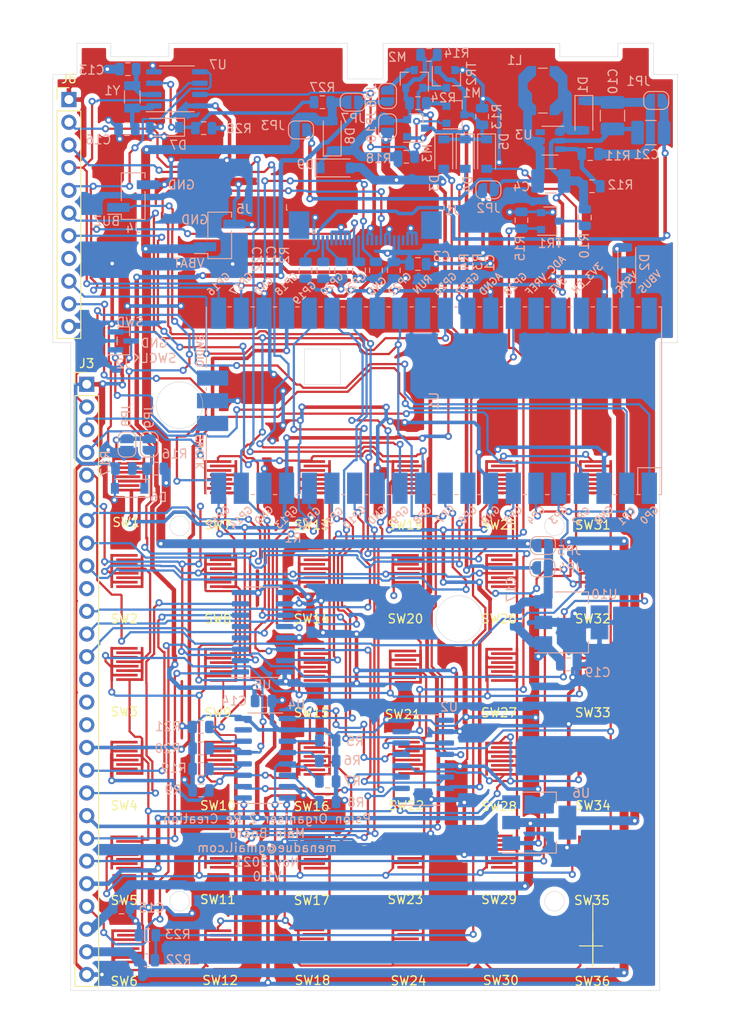
<source format=kicad_pcb>
(kicad_pcb (version 20171130) (host pcbnew 5.1.5+dfsg1-2build2)
  (layers (0 F.Cu signal) (31 B.Cu signal) (34 B.Paste user) (35 F.Paste user) (36 B.SilkS user) (37 F.SilkS user) (38 B.Mask user) (39 F.Mask user) (44 Edge.Cuts user))
  (net 0 "")
  (net 1 GND)
  (net 2 +3V3)
  (net 3 "Net-(C2-Pad1)")
  (net 4 "Net-(C10-Pad2)")
  (net 5 "Net-(C10-Pad1)")
  (net 6 VBAT)
  (net 7 VOLED)
  (net 8 SWD)
  (net 9 SWCLK)
  (net 10 "Net-(D1-Pad2)")
  (net 11 P57)
  (net 12 "Net-(J1-Pad21)")
  (net 13 OLED_SCL)
  (net 14 OLED_SDA)
  (net 15 P52)
  (net 16 P54)
  (net 17 "Net-(R10-Pad1)")
  (net 18 "Net-(R11-Pad2)")
  (net 19 LS_DIR)
  (net 20 P55)
  (net 21 P56)
  (net 22 "Net-(R22-Pad2)")
  (net 23 K2)
  (net 24 p53)
  (net 25 K3)
  (net 26 K1)
  (net 27 K4)
  (net 28 K7)
  (net 29 K5)
  (net 30 K6)
  (net 31 DRV_HV)
  (net 32 OLED_RES)
  (net 33 P50)
  (net 34 P51)
  (net 35 P53)
  (net 36 LATCHIN)
  (net 37 SCLKIN)
  (net 38 SDAIN)
  (net 39 SCLKOUT)
  (net 40 SDAOUT)
  (net 41 LATCHOUT1)
  (net 42 LATCHOUT2)
  (net 43 ESP_ON)
  (net 44 PICO_RX)
  (net 45 PICO_TX)
  (net 46 5V)
  (net 47 BUZZER)
  (net 48 5V_ON)
  (net 49 "Net-(C4-Pad1)")
  (net 50 VBAT_SWITCHED2)
  (net 51 VBAT_SWITCHED1)
  (net 52 "Net-(D2-Pad1)")
  (net 53 "Net-(D3-Pad1)")
  (net 54 VBAT_SW_ON)
  (net 55 EX_ON)
  (net 56 "Net-(D6-Pad1)")
  (net 57 SMR)
  (net 58 SOE)
  (net 59 SCLK)
  (net 60 SD7)
  (net 61 SD6)
  (net 62 SD5)
  (net 63 SD4)
  (net 64 SD3)
  (net 65 SD2)
  (net 66 SD1)
  (net 67 SD0)
  (net 68 "Net-(JP4-Pad1)")
  (net 69 "Net-(JP6-Pad1)")
  (net 70 "Net-(JP8-Pad2)")
  (net 71 "Net-(C13-Pad1)")
  (net 72 "Net-(C16-Pad1)")
  (net 73 "Net-(D7-Pad1)")
  (net 74 "Net-(M1-Pad2)")
  (net 75 RTC_MFP)
  (net 76 "Net-(M2-Pad1)")
  (net 77 SC_OE)
  (net 78 SD_OE)
  (net 79 "Net-(D8-Pad1)")
  (net 80 EXT_PWR_IN)
  (module Connector_PinHeader_2.54mm:PinHeader_1x27_P2.54mm_Vertical (layer F.Cu) (at 142.1 93.86)
    (fp_text reference J3 (at 0 -2.33) (layer F.SilkS))
    (fp_text value Conn_01x27_Female)
    (pad 27 thru_hole oval (at 0 66.04) (size 1.7 1.7) (drill 1) (layers *.Cu *.Mask) (net 2 +3V3))
    (pad 26 thru_hole oval (at 0 63.5) (size 1.7 1.7) (drill 1) (layers *.Cu *.Mask) (net 6 VBAT))
    (pad 25 thru_hole oval (at 0 60.96) (size 1.7 1.7) (drill 1) (layers *.Cu *.Mask) (net 46 5V))
    (pad 24 thru_hole oval (at 0 58.42) (size 1.7 1.7) (drill 1) (layers *.Cu *.Mask) (net 48 5V_ON))
    (pad 23 thru_hole oval (at 0 55.88) (size 1.7 1.7) (drill 1) (layers *.Cu *.Mask) (net 50 VBAT_SWITCHED2))
    (pad 22 thru_hole oval (at 0 53.34) (size 1.7 1.7) (drill 1) (layers *.Cu *.Mask) (net 55 EX_ON))
    (pad 21 thru_hole oval (at 0 50.8) (size 1.7 1.7) (drill 1) (layers *.Cu *.Mask) (net 43 ESP_ON))
    (pad 20 thru_hole oval (at 0 48.26) (size 1.7 1.7) (drill 1) (layers *.Cu *.Mask) (net 80 EXT_PWR_IN))
    (pad 19 thru_hole oval (at 0 45.72) (size 1.7 1.7) (drill 1) (layers *.Cu *.Mask) (net 77 SC_OE))
    (pad 18 thru_hole oval (at 0 43.18) (size 1.7 1.7) (drill 1) (layers *.Cu *.Mask) (net 78 SD_OE))
    (pad 17 thru_hole oval (at 0 40.64) (size 1.7 1.7) (drill 1) (layers *.Cu *.Mask) (net 19 LS_DIR))
    (pad 16 thru_hole oval (at 0 38.1) (size 1.7 1.7) (drill 1) (layers *.Cu *.Mask))
    (pad 15 thru_hole oval (at 0 35.56) (size 1.7 1.7) (drill 1) (layers *.Cu *.Mask))
    (pad 14 thru_hole oval (at 0 33.02) (size 1.7 1.7) (drill 1) (layers *.Cu *.Mask))
    (pad 13 thru_hole oval (at 0 30.48) (size 1.7 1.7) (drill 1) (layers *.Cu *.Mask) (net 57 SMR))
    (pad 12 thru_hole oval (at 0 27.94) (size 1.7 1.7) (drill 1) (layers *.Cu *.Mask) (net 58 SOE))
    (pad 11 thru_hole oval (at 0 25.4) (size 1.7 1.7) (drill 1) (layers *.Cu *.Mask) (net 59 SCLK))
    (pad 10 thru_hole oval (at 0 22.86) (size 1.7 1.7) (drill 1) (layers *.Cu *.Mask))
    (pad 9 thru_hole oval (at 0 20.32) (size 1.7 1.7) (drill 1) (layers *.Cu *.Mask) (net 60 SD7))
    (pad 8 thru_hole oval (at 0 17.78) (size 1.7 1.7) (drill 1) (layers *.Cu *.Mask) (net 61 SD6))
    (pad 7 thru_hole oval (at 0 15.24) (size 1.7 1.7) (drill 1) (layers *.Cu *.Mask) (net 62 SD5))
    (pad 6 thru_hole oval (at 0 12.7) (size 1.7 1.7) (drill 1) (layers *.Cu *.Mask) (net 63 SD4))
    (pad 5 thru_hole oval (at 0 10.16) (size 1.7 1.7) (drill 1) (layers *.Cu *.Mask) (net 64 SD3))
    (pad 4 thru_hole oval (at 0 7.62) (size 1.7 1.7) (drill 1) (layers *.Cu *.Mask) (net 65 SD2))
    (pad 3 thru_hole oval (at 0 5.08) (size 1.7 1.7) (drill 1) (layers *.Cu *.Mask) (net 66 SD1))
    (pad 2 thru_hole oval (at 0 2.54) (size 1.7 1.7) (drill 1) (layers *.Cu *.Mask) (net 67 SD0))
    (pad 1 thru_hole rect (at 0 0) (size 1.7 1.7) (drill 1) (layers *.Cu *.Mask) (net 1 GND))
  )
  (module Jumper:SolderJumper-2_P1.3mm_Open_RoundedPad1.0x1.5mm (layer B.Cu) (at 175.8 65 270)
    (fp_text reference JP10 (at 0 1.8 90) (layer B.SilkS) (effects (justify mirror)))
    (fp_text value Jumper_NO_Small)
    (pad 2 smd custom (at 0.65 0 270) (size 1 0.5) (layers B.Cu B.Mask) (net 80 EXT_PWR_IN) (options (clearance outline) (anchor rect)) (primitives (gr_circle (center 0 -0.25) (end 0.5 -0.25) (width 0)) (gr_circle (center 0 0.25) (end 0.5 0.25) (width 0)) (gr_poly (pts (xy 0 0.75) (xy -0.5 0.75) (xy -0.5 -0.75) (xy 0 -0.75)) (width 0))))
    (pad 1 smd custom (at -0.65 0 270) (size 1 0.5) (layers B.Cu B.Mask) (net 79 "Net-(D8-Pad1)") (options (clearance outline) (anchor rect)) (primitives (gr_circle (center 0 -0.25) (end 0.5 -0.25) (width 0)) (gr_circle (center 0 0.25) (end 0.5 0.25) (width 0)) (gr_poly (pts (xy 0 0.75) (xy 0.5 0.75) (xy 0.5 -0.75) (xy 0 -0.75)) (width 0))))
  )
  (module Diode_SMD:D_SOD-123 (layer B.Cu) (at 169.95 69.65)
    (fp_text reference D9 (at -3.35 -0.4) (layer B.SilkS) (effects (justify mirror)))
    (fp_text value D)
    (pad 2 smd rect (at 1.65 0) (size 0.9 1.2) (layers B.Cu B.Paste B.Mask) (net 80 EXT_PWR_IN))
    (pad 1 smd rect (at -1.65 0) (size 0.9 1.2) (layers B.Cu B.Paste B.Mask) (net 79 "Net-(D8-Pad1)"))
  )
  (module Diode_SMD:D_SOD-123 (layer B.Cu) (at 169.6 66.05 90)
    (fp_text reference D8 (at 0 2 90) (layer B.SilkS) (effects (justify mirror)))
    (fp_text value D)
    (pad 2 smd rect (at 1.65 0 90) (size 0.9 1.2) (layers B.Cu B.Paste B.Mask) (net 6 VBAT))
    (pad 1 smd rect (at -1.65 0 90) (size 0.9 1.2) (layers B.Cu B.Paste B.Mask) (net 79 "Net-(D8-Pad1)"))
  )
  (module Connector_PinHeader_2.54mm:PinHeader_1x11_P2.54mm_Vertical (layer F.Cu) (at 140.1 62)
    (fp_text reference J6 (at 0 -2.33) (layer F.SilkS))
    (fp_text value Conn_01x11_Female)
    (pad 11 thru_hole oval (at 0 25.4) (size 1.7 1.7) (drill 1) (layers *.Cu *.Mask) (net 2 +3V3))
    (pad 10 thru_hole oval (at 0 22.86) (size 1.7 1.7) (drill 1) (layers *.Cu *.Mask) (net 42 LATCHOUT2))
    (pad 9 thru_hole oval (at 0 20.32) (size 1.7 1.7) (drill 1) (layers *.Cu *.Mask) (net 41 LATCHOUT1))
    (pad 8 thru_hole oval (at 0 17.78) (size 1.7 1.7) (drill 1) (layers *.Cu *.Mask))
    (pad 7 thru_hole oval (at 0 15.24) (size 1.7 1.7) (drill 1) (layers *.Cu *.Mask) (net 40 SDAOUT))
    (pad 6 thru_hole oval (at 0 12.7) (size 1.7 1.7) (drill 1) (layers *.Cu *.Mask) (net 39 SCLKOUT))
    (pad 5 thru_hole oval (at 0 10.16) (size 1.7 1.7) (drill 1) (layers *.Cu *.Mask) (net 14 OLED_SDA))
    (pad 4 thru_hole oval (at 0 7.62) (size 1.7 1.7) (drill 1) (layers *.Cu *.Mask) (net 13 OLED_SCL))
    (pad 3 thru_hole oval (at 0 5.08) (size 1.7 1.7) (drill 1) (layers *.Cu *.Mask) (net 44 PICO_RX))
    (pad 2 thru_hole oval (at 0 2.54) (size 1.7 1.7) (drill 1) (layers *.Cu *.Mask) (net 45 PICO_TX))
    (pad 1 thru_hole rect (at 0 0) (size 1.7 1.7) (drill 1) (layers *.Cu *.Mask) (net 1 GND))
  )
  (module Crystal:Crystal_SMD_3215-2Pin_3.2x1.5mm (layer B.Cu) (at 147.2 61.7 270)
    (fp_text reference Y1 (at -0.7 2.25 180) (layer B.SilkS) (effects (justify mirror)))
    (fp_text value 32k768Hz)
    (pad 2 smd rect (at -1.25 0 270) (size 1 1.8) (layers B.Cu B.Paste B.Mask) (net 71 "Net-(C13-Pad1)"))
    (pad 1 smd rect (at 1.25 0 270) (size 1 1.8) (layers B.Cu B.Paste B.Mask) (net 72 "Net-(C16-Pad1)"))
  )
  (module Package_SO:SO-8_3.9x4.9mm_P1.27mm (layer B.Cu) (at 152.2 60.8)
    (fp_text reference U7 (at 4.6 -2.7) (layer B.SilkS) (effects (justify mirror)))
    (fp_text value MCP7940N-xSN)
    (pad 8 smd roundrect (at 2.575 1.905) (size 1.75 0.6) (layers B.Cu B.Paste B.Mask) (net 2 +3V3))
    (pad 7 smd roundrect (at 2.575 0.635) (size 1.75 0.6) (layers B.Cu B.Paste B.Mask) (net 75 RTC_MFP))
    (pad 6 smd roundrect (at 2.575 -0.635) (size 1.75 0.6) (layers B.Cu B.Paste B.Mask) (net 13 OLED_SCL))
    (pad 5 smd roundrect (at 2.575 -1.905) (size 1.75 0.6) (layers B.Cu B.Paste B.Mask) (net 14 OLED_SDA))
    (pad 4 smd roundrect (at -2.575 -1.905) (size 1.75 0.6) (layers B.Cu B.Paste B.Mask) (net 1 GND))
    (pad 3 smd roundrect (at -2.575 -0.635) (size 1.75 0.6) (layers B.Cu B.Paste B.Mask) (net 73 "Net-(D7-Pad1)"))
    (pad 2 smd roundrect (at -2.575 0.635) (size 1.75 0.6) (layers B.Cu B.Paste B.Mask) (net 71 "Net-(C13-Pad1)"))
    (pad 1 smd roundrect (at -2.575 1.905) (size 1.75 0.6) (layers B.Cu B.Paste B.Mask) (net 72 "Net-(C16-Pad1)"))
  )
  (module Resistor_SMD:R_0805_2012Metric (layer B.Cu) (at 155.2 65.2)
    (fp_text reference R28 (at 3.95 0.05) (layer B.SilkS) (effects (justify mirror)))
    (fp_text value R_Small)
    (pad 2 smd roundrect (at 0.9375 0) (size 0.975 1.4) (layers B.Cu B.Paste B.Mask) (net 1 GND))
    (pad 1 smd roundrect (at -0.9375 0) (size 0.975 1.4) (layers B.Cu B.Paste B.Mask) (net 73 "Net-(D7-Pad1)"))
  )
  (module Resistor_SMD:R_0805_2012Metric (layer B.Cu) (at 168.5 62.3 180)
    (fp_text reference R27 (at 0 1.65) (layer B.SilkS) (effects (justify mirror)))
    (fp_text value R_Small)
    (pad 2 smd roundrect (at 0.9375 0 180) (size 0.975 1.4) (layers B.Cu B.Paste B.Mask) (net 73 "Net-(D7-Pad1)"))
    (pad 1 smd roundrect (at -0.9375 0 180) (size 0.975 1.4) (layers B.Cu B.Paste B.Mask) (net 6 VBAT))
  )
  (module Resistor_SMD:R_0805_2012Metric (layer B.Cu) (at 179.2 62.4)
    (fp_text reference R24 (at 2.85 -0.6) (layer B.SilkS) (effects (justify mirror)))
    (fp_text value R_Small)
    (pad 2 smd roundrect (at 0.9375 0) (size 0.975 1.4) (layers B.Cu B.Paste B.Mask) (net 74 "Net-(M1-Pad2)"))
    (pad 1 smd roundrect (at -0.9375 0) (size 0.975 1.4) (layers B.Cu B.Paste B.Mask) (net 79 "Net-(D8-Pad1)"))
  )
  (module Resistor_SMD:R_0805_2012Metric (layer B.Cu) (at 177.9 68.4)
    (fp_text reference R18 (at -3.1 0.2) (layer B.SilkS) (effects (justify mirror)))
    (fp_text value R_Small)
    (pad 2 smd roundrect (at 0.9375 0) (size 0.975 1.4) (layers B.Cu B.Paste B.Mask) (net 75 RTC_MFP))
    (pad 1 smd roundrect (at -0.9375 0) (size 0.975 1.4) (layers B.Cu B.Paste B.Mask) (net 79 "Net-(D8-Pad1)"))
  )
  (module Package_TO_SOT_SMD:SOT-23 (layer B.Cu) (at 179 65.2)
    (fp_text reference M3 (at 1.25 2.8 90) (layer B.SilkS) (effects (justify mirror)))
    (fp_text value P-CHANNEL-MOSFET)
    (pad 3 smd rect (at 1 0) (size 0.9 0.8) (layers B.Cu B.Paste B.Mask) (net 68 "Net-(JP4-Pad1)"))
    (pad 2 smd rect (at -1 -0.95) (size 0.9 0.8) (layers B.Cu B.Paste B.Mask) (net 79 "Net-(D8-Pad1)"))
    (pad 1 smd rect (at -1 0.95) (size 0.9 0.8) (layers B.Cu B.Paste B.Mask) (net 76 "Net-(M2-Pad1)"))
  )
  (module Diode_SMD:D_SOD-123 (layer B.Cu) (at 150.8 65.1 180)
    (fp_text reference D7 (at -1.55 -2) (layer B.SilkS) (effects (justify mirror)))
    (fp_text value 4v7)
    (pad 2 smd rect (at 1.65 0 180) (size 0.9 1.2) (layers B.Cu B.Paste B.Mask) (net 1 GND))
    (pad 1 smd rect (at -1.65 0 180) (size 0.9 1.2) (layers B.Cu B.Paste B.Mask) (net 73 "Net-(D7-Pad1)"))
  )
  (module Capacitor_SMD:C_0805_2012Metric (layer B.Cu) (at 146.6 65.3 180)
    (fp_text reference C16 (at 3.2 -1.2) (layer B.SilkS) (effects (justify mirror)))
    (fp_text value C)
    (pad 2 smd roundrect (at 0.9375 0 180) (size 0.975 1.4) (layers B.Cu B.Paste B.Mask) (net 1 GND))
    (pad 1 smd roundrect (at -0.9375 0 180) (size 0.975 1.4) (layers B.Cu B.Paste B.Mask) (net 72 "Net-(C16-Pad1)"))
  )
  (module Capacitor_SMD:C_0805_2012Metric (layer B.Cu) (at 146.7 58.6 180)
    (fp_text reference C13 (at 4.05 -0.1) (layer B.SilkS) (effects (justify mirror)))
    (fp_text value C)
    (pad 2 smd roundrect (at 0.9375 0 180) (size 0.975 1.4) (layers B.Cu B.Paste B.Mask) (net 1 GND))
    (pad 1 smd roundrect (at -0.9375 0 180) (size 0.975 1.4) (layers B.Cu B.Paste B.Mask) (net 71 "Net-(C13-Pad1)"))
  )
  (module Package_TO_SOT_SMD:SOT-23 (layer B.Cu) (at 178.8 59.7 90)
    (fp_text reference M2 (at 2.45 -1.9 180) (layer B.SilkS) (effects (justify mirror)))
    (fp_text value P-CHANNEL-MOSFET)
    (pad 3 smd rect (at 1 0 90) (size 0.9 0.8) (layers B.Cu B.Paste B.Mask) (net 69 "Net-(JP6-Pad1)"))
    (pad 2 smd rect (at -1 -0.95 90) (size 0.9 0.8) (layers B.Cu B.Paste B.Mask) (net 79 "Net-(D8-Pad1)"))
    (pad 1 smd rect (at -1 0.95 90) (size 0.9 0.8) (layers B.Cu B.Paste B.Mask) (net 76 "Net-(M2-Pad1)"))
  )
  (module Package_TO_SOT_SMD:SOT-23 (layer B.Cu) (at 183.4 63.7)
    (fp_text reference M1 (at 1.85 -2.45) (layer B.SilkS) (effects (justify mirror)))
    (fp_text value P-CHANNEL-MOSFET)
    (pad 3 smd rect (at 1 0) (size 0.9 0.8) (layers B.Cu B.Paste B.Mask) (net 53 "Net-(D3-Pad1)"))
    (pad 2 smd rect (at -1 -0.95) (size 0.9 0.8) (layers B.Cu B.Paste B.Mask) (net 74 "Net-(M1-Pad2)"))
    (pad 1 smd rect (at -1 0.95) (size 0.9 0.8) (layers B.Cu B.Paste B.Mask) (net 75 RTC_MFP))
  )
  (module Package_TO_SOT_SMD:SOT-23 (layer B.Cu) (at 182.4 59.7 270)
    (fp_text reference TR2 (at -0.6 -2.8 90) (layer B.SilkS) (effects (justify mirror)))
    (fp_text value Si2302CDS-n-channel)
    (pad 3 smd rect (at 1 0 270) (size 0.9 0.8) (layers B.Cu B.Paste B.Mask) (net 76 "Net-(M2-Pad1)"))
    (pad 2 smd rect (at -1 -0.95 270) (size 0.9 0.8) (layers B.Cu B.Paste B.Mask) (net 1 GND))
    (pad 1 smd rect (at -1 0.95 270) (size 0.9 0.8) (layers B.Cu B.Paste B.Mask) (net 53 "Net-(D3-Pad1)"))
  )
  (module Resistor_SMD:R_0805_2012Metric (layer B.Cu) (at 146.2625 103.3 180)
    (fp_text reference R17 (at 2.0625 0.6 90) (layer B.SilkS) (effects (justify mirror)))
    (fp_text value R_Small)
    (pad 2 smd roundrect (at 0.9375 0 180) (size 0.975 1.4) (layers B.Cu B.Paste B.Mask) (net 1 GND))
    (pad 1 smd roundrect (at -0.9375 0 180) (size 0.975 1.4) (layers B.Cu B.Paste B.Mask) (net 56 "Net-(D6-Pad1)"))
  )
  (module Resistor_SMD:R_0805_2012Metric (layer B.Cu) (at 149.8 103.3 180)
    (fp_text reference R16 (at -2.15 1.65) (layer B.SilkS) (effects (justify mirror)))
    (fp_text value R_Small)
    (pad 2 smd roundrect (at 0.9375 0 180) (size 0.975 1.4) (layers B.Cu B.Paste B.Mask) (net 56 "Net-(D6-Pad1)"))
    (pad 1 smd roundrect (at -0.9375 0 180) (size 0.975 1.4) (layers B.Cu B.Paste B.Mask) (net 6 VBAT))
  )
  (module Resistor_SMD:R_0805_2012Metric (layer B.Cu) (at 190.8 75.5 90)
    (fp_text reference R15 (at -3.15 -0.15 90) (layer B.SilkS) (effects (justify mirror)))
    (fp_text value R_Small)
    (pad 2 smd roundrect (at 0.9375 0 90) (size 0.975 1.4) (layers B.Cu B.Paste B.Mask) (net 1 GND))
    (pad 1 smd roundrect (at -0.9375 0 90) (size 0.975 1.4) (layers B.Cu B.Paste B.Mask) (net 31 DRV_HV))
  )
  (module Resistor_SMD:R_0805_2012Metric (layer B.Cu) (at 180.4375 57)
    (fp_text reference R14 (at 3.1125 -0.2) (layer B.SilkS) (effects (justify mirror)))
    (fp_text value R_Small)
    (pad 2 smd roundrect (at 0.9375 0) (size 0.975 1.4) (layers B.Cu B.Paste B.Mask) (net 76 "Net-(M2-Pad1)"))
    (pad 1 smd roundrect (at -0.9375 0) (size 0.975 1.4) (layers B.Cu B.Paste B.Mask) (net 79 "Net-(D8-Pad1)"))
  )
  (module Resistor_SMD:R_0805_2012Metric (layer B.Cu) (at 186.4 63.9 90)
    (fp_text reference R13 (at 0 1.65 90) (layer B.SilkS) (effects (justify mirror)))
    (fp_text value R_Small)
    (pad 2 smd roundrect (at 0.9375 0 90) (size 0.975 1.4) (layers B.Cu B.Paste B.Mask) (net 1 GND))
    (pad 1 smd roundrect (at -0.9375 0 90) (size 0.975 1.4) (layers B.Cu B.Paste B.Mask) (net 53 "Net-(D3-Pad1)"))
  )
  (module Jumper:SolderJumper-2_P1.3mm_Open_RoundedPad1.0x1.5mm (layer B.Cu) (at 149.1 100.6 90)
    (fp_text reference JP9 (at 3.15 0 90) (layer B.SilkS) (effects (justify mirror)))
    (fp_text value Jumper_NO_Small)
    (pad 2 smd custom (at 0.65 0 90) (size 1 0.5) (layers B.Cu B.Mask) (net 70 "Net-(JP8-Pad2)") (options (clearance outline) (anchor rect)) (primitives (gr_circle (center 0 -0.25) (end 0.5 -0.25) (width 0)) (gr_circle (center 0 0.25) (end 0.5 0.25) (width 0)) (gr_poly (pts (xy 0 0.75) (xy -0.5 0.75) (xy -0.5 -0.75) (xy 0 -0.75)) (width 0))))
    (pad 1 smd custom (at -0.65 0 90) (size 1 0.5) (layers B.Cu B.Mask) (net 56 "Net-(D6-Pad1)") (options (clearance outline) (anchor rect)) (primitives (gr_circle (center 0 -0.25) (end 0.5 -0.25) (width 0)) (gr_circle (center 0 0.25) (end 0.5 0.25) (width 0)) (gr_poly (pts (xy 0 0.75) (xy 0.5 0.75) (xy 0.5 -0.75) (xy 0 -0.75)) (width 0))))
  )
  (module Jumper:SolderJumper-2_P1.3mm_Open_RoundedPad1.0x1.5mm (layer B.Cu) (at 146.6 100.6 90)
    (fp_text reference JP8 (at 3.3 -0.05 90) (layer B.SilkS) (effects (justify mirror)))
    (fp_text value Jumper_NO_Small)
    (pad 2 smd custom (at 0.65 0 90) (size 1 0.5) (layers B.Cu B.Mask) (net 70 "Net-(JP8-Pad2)") (options (clearance outline) (anchor rect)) (primitives (gr_circle (center 0 -0.25) (end 0.5 -0.25) (width 0)) (gr_circle (center 0 0.25) (end 0.5 0.25) (width 0)) (gr_poly (pts (xy 0 0.75) (xy -0.5 0.75) (xy -0.5 -0.75) (xy 0 -0.75)) (width 0))))
    (pad 1 smd custom (at -0.65 0 90) (size 1 0.5) (layers B.Cu B.Mask) (net 2 +3V3) (options (clearance outline) (anchor rect)) (primitives (gr_circle (center 0 -0.25) (end 0.5 -0.25) (width 0)) (gr_circle (center 0 0.25) (end 0.5 0.25) (width 0)) (gr_poly (pts (xy 0 0.75) (xy 0.5 0.75) (xy 0.5 -0.75) (xy 0 -0.75)) (width 0))))
  )
  (module Jumper:SolderJumper-2_P1.3mm_Open_RoundedPad1.0x1.5mm (layer B.Cu) (at 171.9 62.3)
    (fp_text reference JP7 (at 0 1.8) (layer B.SilkS) (effects (justify mirror)))
    (fp_text value Jumper_NO_Small)
    (pad 2 smd custom (at 0.65 0) (size 1 0.5) (layers B.Cu B.Mask) (net 50 VBAT_SWITCHED2) (options (clearance outline) (anchor rect)) (primitives (gr_circle (center 0 -0.25) (end 0.5 -0.25) (width 0)) (gr_circle (center 0 0.25) (end 0.5 0.25) (width 0)) (gr_poly (pts (xy 0 0.75) (xy -0.5 0.75) (xy -0.5 -0.75) (xy 0 -0.75)) (width 0))))
    (pad 1 smd custom (at -0.65 0) (size 1 0.5) (layers B.Cu B.Mask) (net 6 VBAT) (options (clearance outline) (anchor rect)) (primitives (gr_circle (center 0 -0.25) (end 0.5 -0.25) (width 0)) (gr_circle (center 0 0.25) (end 0.5 0.25) (width 0)) (gr_poly (pts (xy 0 0.75) (xy 0.5 0.75) (xy 0.5 -0.75) (xy 0 -0.75)) (width 0))))
  )
  (module Jumper:SolderJumper-2_P1.3mm_Open_RoundedPad1.0x1.5mm (layer B.Cu) (at 175.8 61.6 270)
    (fp_text reference JP6 (at 0 1.8 90) (layer B.SilkS) (effects (justify mirror)))
    (fp_text value Jumper_NO_Small)
    (pad 2 smd custom (at 0.65 0 270) (size 1 0.5) (layers B.Cu B.Mask) (net 50 VBAT_SWITCHED2) (options (clearance outline) (anchor rect)) (primitives (gr_circle (center 0 -0.25) (end 0.5 -0.25) (width 0)) (gr_circle (center 0 0.25) (end 0.5 0.25) (width 0)) (gr_poly (pts (xy 0 0.75) (xy -0.5 0.75) (xy -0.5 -0.75) (xy 0 -0.75)) (width 0))))
    (pad 1 smd custom (at -0.65 0 270) (size 1 0.5) (layers B.Cu B.Mask) (net 69 "Net-(JP6-Pad1)") (options (clearance outline) (anchor rect)) (primitives (gr_circle (center 0 -0.25) (end 0.5 -0.25) (width 0)) (gr_circle (center 0 0.25) (end 0.5 0.25) (width 0)) (gr_poly (pts (xy 0 0.75) (xy 0.5 0.75) (xy 0.5 -0.75) (xy 0 -0.75)) (width 0))))
  )
  (module Jumper:SolderJumper-2_P1.3mm_Open_RoundedPad1.0x1.5mm (layer B.Cu) (at 193.2 111.9)
    (fp_text reference JP5 (at 2.95 0.55) (layer B.SilkS) (effects (justify mirror)))
    (fp_text value Jumper_NO_Small)
    (pad 2 smd custom (at 0.65 0) (size 1 0.5) (layers B.Cu B.Mask) (net 51 VBAT_SWITCHED1) (options (clearance outline) (anchor rect)) (primitives (gr_circle (center 0 -0.25) (end 0.5 -0.25) (width 0)) (gr_circle (center 0 0.25) (end 0.5 0.25) (width 0)) (gr_poly (pts (xy 0 0.75) (xy -0.5 0.75) (xy -0.5 -0.75) (xy 0 -0.75)) (width 0))))
    (pad 1 smd custom (at -0.65 0) (size 1 0.5) (layers B.Cu B.Mask) (net 6 VBAT) (options (clearance outline) (anchor rect)) (primitives (gr_circle (center 0 -0.25) (end 0.5 -0.25) (width 0)) (gr_circle (center 0 0.25) (end 0.5 0.25) (width 0)) (gr_poly (pts (xy 0 0.75) (xy 0.5 0.75) (xy 0.5 -0.75) (xy 0 -0.75)) (width 0))))
  )
  (module Jumper:SolderJumper-2_P1.3mm_Open_RoundedPad1.0x1.5mm (layer B.Cu) (at 193.15 114.4)
    (fp_text reference JP4 (at 3.1 0) (layer B.SilkS) (effects (justify mirror)))
    (fp_text value Jumper_NO_Small)
    (pad 2 smd custom (at 0.65 0) (size 1 0.5) (layers B.Cu B.Mask) (net 51 VBAT_SWITCHED1) (options (clearance outline) (anchor rect)) (primitives (gr_circle (center 0 -0.25) (end 0.5 -0.25) (width 0)) (gr_circle (center 0 0.25) (end 0.5 0.25) (width 0)) (gr_poly (pts (xy 0 0.75) (xy -0.5 0.75) (xy -0.5 -0.75) (xy 0 -0.75)) (width 0))))
    (pad 1 smd custom (at -0.65 0) (size 1 0.5) (layers B.Cu B.Mask) (net 68 "Net-(JP4-Pad1)") (options (clearance outline) (anchor rect)) (primitives (gr_circle (center 0 -0.25) (end 0.5 -0.25) (width 0)) (gr_circle (center 0 0.25) (end 0.5 0.25) (width 0)) (gr_poly (pts (xy 0 0.75) (xy 0.5 0.75) (xy 0.5 -0.75) (xy 0 -0.75)) (width 0))))
  )
  (module Jumper:SolderJumper-2_P1.3mm_Open_RoundedPad1.0x1.5mm (layer B.Cu) (at 166.1 65.4)
    (fp_text reference JP3 (at -3.15 -0.5) (layer B.SilkS) (effects (justify mirror)))
    (fp_text value Jumper_NO_Small)
    (pad 2 smd custom (at 0.65 0) (size 1 0.5) (layers B.Cu B.Mask) (net 49 "Net-(C4-Pad1)") (options (clearance outline) (anchor rect)) (primitives (gr_circle (center 0 -0.25) (end 0.5 -0.25) (width 0)) (gr_circle (center 0 0.25) (end 0.5 0.25) (width 0)) (gr_poly (pts (xy 0 0.75) (xy -0.5 0.75) (xy -0.5 -0.75) (xy 0 -0.75)) (width 0))))
    (pad 1 smd custom (at -0.65 0) (size 1 0.5) (layers B.Cu B.Mask) (net 6 VBAT) (options (clearance outline) (anchor rect)) (primitives (gr_circle (center 0 -0.25) (end 0.5 -0.25) (width 0)) (gr_circle (center 0 0.25) (end 0.5 0.25) (width 0)) (gr_poly (pts (xy 0 0.75) (xy 0.5 0.75) (xy 0.5 -0.75) (xy 0 -0.75)) (width 0))))
  )
  (module Jumper:SolderJumper-2_P1.3mm_Open_RoundedPad1.0x1.5mm (layer B.Cu) (at 187.1 72.1)
    (fp_text reference JP2 (at 0 2.05) (layer B.SilkS) (effects (justify mirror)))
    (fp_text value Jumper_NO_Small)
    (pad 2 smd custom (at 0.65 0) (size 1 0.5) (layers B.Cu B.Mask) (net 49 "Net-(C4-Pad1)") (options (clearance outline) (anchor rect)) (primitives (gr_circle (center 0 -0.25) (end 0.5 -0.25) (width 0)) (gr_circle (center 0 0.25) (end 0.5 0.25) (width 0)) (gr_poly (pts (xy 0 0.75) (xy -0.5 0.75) (xy -0.5 -0.75) (xy 0 -0.75)) (width 0))))
    (pad 1 smd custom (at -0.65 0) (size 1 0.5) (layers B.Cu B.Mask) (net 2 +3V3) (options (clearance outline) (anchor rect)) (primitives (gr_circle (center 0 -0.25) (end 0.5 -0.25) (width 0)) (gr_circle (center 0 0.25) (end 0.5 0.25) (width 0)) (gr_poly (pts (xy 0 0.75) (xy 0.5 0.75) (xy 0.5 -0.75) (xy 0 -0.75)) (width 0))))
  )
  (module Diode_SMD:D_SOD-123 (layer B.Cu) (at 146.9 105.5 180)
    (fp_text reference D6 (at -3.25 -1) (layer B.SilkS) (effects (justify mirror)))
    (fp_text value 4v7)
    (pad 2 smd rect (at 1.65 0 180) (size 0.9 1.2) (layers B.Cu B.Paste B.Mask) (net 1 GND))
    (pad 1 smd rect (at -1.65 0 180) (size 0.9 1.2) (layers B.Cu B.Paste B.Mask) (net 56 "Net-(D6-Pad1)"))
  )
  (module Diode_SMD:D_SOD-123 (layer B.Cu) (at 186.9 68.1 270)
    (fp_text reference D5 (at -1.4 -1.95 90) (layer B.SilkS) (effects (justify mirror)))
    (fp_text value D)
    (pad 2 smd rect (at 1.65 0 270) (size 0.9 1.2) (layers B.Cu B.Paste B.Mask) (net 55 EX_ON))
    (pad 1 smd rect (at -1.65 0 270) (size 0.9 1.2) (layers B.Cu B.Paste B.Mask) (net 53 "Net-(D3-Pad1)"))
  )
  (module Diode_SMD:D_SOD-123 (layer B.Cu) (at 184.5 68.1 270)
    (fp_text reference D4 (at 3.4 -0.3 90) (layer B.SilkS) (effects (justify mirror)))
    (fp_text value D)
    (pad 2 smd rect (at 1.65 0 270) (size 0.9 1.2) (layers B.Cu B.Paste B.Mask) (net 54 VBAT_SW_ON))
    (pad 1 smd rect (at -1.65 0 270) (size 0.9 1.2) (layers B.Cu B.Paste B.Mask) (net 53 "Net-(D3-Pad1)"))
  )
  (module Diode_SMD:D_SOD-123 (layer B.Cu) (at 182.1 68.1 270)
    (fp_text reference D3 (at 3.25 1.05 90) (layer B.SilkS) (effects (justify mirror)))
    (fp_text value D)
    (pad 2 smd rect (at 1.65 0 270) (size 0.9 1.2) (layers B.Cu B.Paste B.Mask) (net 11 P57))
    (pad 1 smd rect (at -1.65 0 270) (size 0.9 1.2) (layers B.Cu B.Paste B.Mask) (net 53 "Net-(D3-Pad1)"))
  )
  (module Diode_SMD:D_SOD-123 (layer B.Cu) (at 202.6 80.2 90)
    (fp_text reference D2 (at 0 2 90) (layer B.SilkS) (effects (justify mirror)))
    (fp_text value D_Schottky)
    (pad 2 smd rect (at 1.65 0 90) (size 0.9 1.2) (layers B.Cu B.Paste B.Mask) (net 46 5V))
    (pad 1 smd rect (at -1.65 0 90) (size 0.9 1.2) (layers B.Cu B.Paste B.Mask) (net 52 "Net-(D2-Pad1)"))
  )
  (module Package_TO_SOT_SMD:SOT-223-3_TabPin2 (layer B.Cu) (at 192.8 142.9)
    (fp_text reference U6 (at 4.7 -3.3) (layer B.SilkS) (effects (justify mirror)))
    (fp_text value AMS1117-5.0)
    (pad 1 smd rect (at -3.15 2.3) (size 2 1.5) (layers B.Cu B.Paste B.Mask) (net 1 GND))
    (pad 3 smd rect (at -3.15 -2.3) (size 2 1.5) (layers B.Cu B.Paste B.Mask) (net 50 VBAT_SWITCHED2))
    (pad 2 smd rect (at -3.15 0) (size 2 1.5) (layers B.Cu B.Paste B.Mask) (net 46 5V))
    (pad 2 smd rect (at 3.15 0) (size 2 3.8) (layers B.Cu B.Paste B.Mask) (net 46 5V))
  )
  (module Connector_PinHeader_2.54mm:PinHeader_1x02_P2.54mm_Vertical_SMD_Pin1Left (layer B.Cu) (at 157 77.2)
    (fp_text reference J5 (at 2.7 -2.95) (layer B.SilkS) (effects (justify mirror)))
    (fp_text value Conn_01x02_Female)
    (pad 2 smd rect (at 1.655 -1.27) (size 2.51 1) (layers B.Cu B.Paste B.Mask) (net 1 GND))
    (pad 1 smd rect (at -1.655 1.27) (size 2.51 1) (layers B.Cu B.Paste B.Mask) (net 6 VBAT))
  )
  (module Connector_PinHeader_2.54mm:PinHeader_1x02_P2.54mm_Vertical_SMD_Pin1Left (layer B.Cu) (at 147.3 72.8)
    (fp_text reference J4 (at 0 3.6) (layer B.SilkS) (effects (justify mirror)))
    (fp_text value Conn_01x02_Female)
    (pad 2 smd rect (at 1.655 -1.27) (size 2.51 1) (layers B.Cu B.Paste B.Mask) (net 1 GND))
    (pad 1 smd rect (at -1.655 1.27) (size 2.51 1) (layers B.Cu B.Paste B.Mask) (net 47 BUZZER))
  )
  (module Capacitor_SMD:C_0805_2012Metric (layer B.Cu) (at 146 152.4)
    (fp_text reference C15 (at 3.35 0.05) (layer B.SilkS) (effects (justify mirror)))
    (fp_text value 100n)
    (pad 2 smd roundrect (at 0.9375 0) (size 0.975 1.4) (layers B.Cu B.Paste B.Mask) (net 1 GND))
    (pad 1 smd roundrect (at -0.9375 0) (size 0.975 1.4) (layers B.Cu B.Paste B.Mask) (net 46 5V))
  )
  (module Capacitor_SMD:C_0805_2012Metric (layer B.Cu) (at 161.9 129.3)
    (fp_text reference C14 (at -3.3 0) (layer B.SilkS) (effects (justify mirror)))
    (fp_text value 100n)
    (pad 2 smd roundrect (at 0.9375 0) (size 0.975 1.4) (layers B.Cu B.Paste B.Mask) (net 1 GND))
    (pad 1 smd roundrect (at -0.9375 0) (size 0.975 1.4) (layers B.Cu B.Paste B.Mask) (net 50 VBAT_SWITCHED2))
  )
  (module Diode_SMD:D_SOD-123 (layer B.Cu) (at 197.8 63.8 270)
    (fp_text reference D1 (at -3.45 0.1 90) (layer B.SilkS) (effects (justify mirror)))
    (fp_text value SS36)
    (pad 2 smd rect (at 1.65 0 270) (size 0.9 1.2) (layers B.Cu B.Paste B.Mask) (net 10 "Net-(D1-Pad2)"))
    (pad 1 smd rect (at -1.65 0 270) (size 0.9 1.2) (layers B.Cu B.Paste B.Mask) (net 5 "Net-(C10-Pad1)"))
  )
  (module Package_SO:SOIC-16_3.9x9.9mm_P1.27mm (layer B.Cu) (at 161.8 121.6)
    (fp_text reference U5 (at 0 5.9) (layer B.SilkS) (effects (justify mirror)))
    (fp_text value 74HC595)
    (pad 16 smd roundrect (at 2.475 4.445) (size 1.95 0.6) (layers B.Cu B.Paste B.Mask) (net 2 +3V3))
    (pad 15 smd roundrect (at 2.475 3.175) (size 1.95 0.6) (layers B.Cu B.Paste B.Mask) (net 31 DRV_HV))
    (pad 14 smd roundrect (at 2.475 1.905) (size 1.95 0.6) (layers B.Cu B.Paste B.Mask) (net 40 SDAOUT))
    (pad 13 smd roundrect (at 2.475 0.635) (size 1.95 0.6) (layers B.Cu B.Paste B.Mask) (net 1 GND))
    (pad 12 smd roundrect (at 2.475 -0.635) (size 1.95 0.6) (layers B.Cu B.Paste B.Mask) (net 42 LATCHOUT2))
    (pad 11 smd roundrect (at 2.475 -1.905) (size 1.95 0.6) (layers B.Cu B.Paste B.Mask) (net 39 SCLKOUT))
    (pad 10 smd roundrect (at 2.475 -3.175) (size 1.95 0.6) (layers B.Cu B.Paste B.Mask) (net 2 +3V3))
    (pad 9 smd roundrect (at 2.475 -4.445) (size 1.95 0.6) (layers B.Cu B.Paste B.Mask))
    (pad 8 smd roundrect (at -2.475 -4.445) (size 1.95 0.6) (layers B.Cu B.Paste B.Mask) (net 1 GND))
    (pad 7 smd roundrect (at -2.475 -3.175) (size 1.95 0.6) (layers B.Cu B.Paste B.Mask) (net 77 SC_OE))
    (pad 6 smd roundrect (at -2.475 -1.905) (size 1.95 0.6) (layers B.Cu B.Paste B.Mask) (net 78 SD_OE))
    (pad 5 smd roundrect (at -2.475 -0.635) (size 1.95 0.6) (layers B.Cu B.Paste B.Mask))
    (pad 4 smd roundrect (at -2.475 0.635) (size 1.95 0.6) (layers B.Cu B.Paste B.Mask))
    (pad 3 smd roundrect (at -2.475 1.905) (size 1.95 0.6) (layers B.Cu B.Paste B.Mask) (net 48 5V_ON))
    (pad 2 smd roundrect (at -2.475 3.175) (size 1.95 0.6) (layers B.Cu B.Paste B.Mask) (net 47 BUZZER))
    (pad 1 smd roundrect (at -2.475 4.445) (size 1.95 0.6) (layers B.Cu B.Paste B.Mask) (net 43 ESP_ON))
  )
  (module Package_SO:SOIC-16_3.9x9.9mm_P1.27mm (layer B.Cu) (at 162.1 135.7)
    (fp_text reference U4 (at 3.5 -6) (layer B.SilkS) (effects (justify mirror)))
    (fp_text value 74LS165)
    (pad 16 smd roundrect (at 2.475 4.445) (size 1.95 0.6) (layers B.Cu B.Paste B.Mask) (net 2 +3V3))
    (pad 15 smd roundrect (at 2.475 3.175) (size 1.95 0.6) (layers B.Cu B.Paste B.Mask) (net 1 GND))
    (pad 14 smd roundrect (at 2.475 1.905) (size 1.95 0.6) (layers B.Cu B.Paste B.Mask) (net 35 P53))
    (pad 13 smd roundrect (at 2.475 0.635) (size 1.95 0.6) (layers B.Cu B.Paste B.Mask) (net 15 P52))
    (pad 12 smd roundrect (at 2.475 -0.635) (size 1.95 0.6) (layers B.Cu B.Paste B.Mask) (net 34 P51))
    (pad 11 smd roundrect (at 2.475 -1.905) (size 1.95 0.6) (layers B.Cu B.Paste B.Mask) (net 33 P50))
    (pad 10 smd roundrect (at 2.475 -3.175) (size 1.95 0.6) (layers B.Cu B.Paste B.Mask) (net 1 GND))
    (pad 9 smd roundrect (at 2.475 -4.445) (size 1.95 0.6) (layers B.Cu B.Paste B.Mask) (net 38 SDAIN))
    (pad 8 smd roundrect (at -2.475 -4.445) (size 1.95 0.6) (layers B.Cu B.Paste B.Mask) (net 1 GND))
    (pad 7 smd roundrect (at -2.475 -3.175) (size 1.95 0.6) (layers B.Cu B.Paste B.Mask))
    (pad 6 smd roundrect (at -2.475 -1.905) (size 1.95 0.6) (layers B.Cu B.Paste B.Mask) (net 11 P57))
    (pad 5 smd roundrect (at -2.475 -0.635) (size 1.95 0.6) (layers B.Cu B.Paste B.Mask) (net 21 P56))
    (pad 4 smd roundrect (at -2.475 0.635) (size 1.95 0.6) (layers B.Cu B.Paste B.Mask) (net 20 P55))
    (pad 3 smd roundrect (at -2.475 1.905) (size 1.95 0.6) (layers B.Cu B.Paste B.Mask) (net 16 P54))
    (pad 2 smd roundrect (at -2.475 3.175) (size 1.95 0.6) (layers B.Cu B.Paste B.Mask) (net 37 SCLKIN))
    (pad 1 smd roundrect (at -2.475 4.445) (size 1.95 0.6) (layers B.Cu B.Paste B.Mask) (net 36 LATCHIN))
  )
  (module Package_SO:SOIC-16_3.9x9.9mm_P1.27mm (layer B.Cu) (at 179.8 135.9)
    (fp_text reference U2 (at 2.9 -5.95) (layer B.SilkS) (effects (justify mirror)))
    (fp_text value 74HC595)
    (pad 16 smd roundrect (at 2.475 4.445) (size 1.95 0.6) (layers B.Cu B.Paste B.Mask) (net 2 +3V3))
    (pad 15 smd roundrect (at 2.475 3.175) (size 1.95 0.6) (layers B.Cu B.Paste B.Mask) (net 26 K1))
    (pad 14 smd roundrect (at 2.475 1.905) (size 1.95 0.6) (layers B.Cu B.Paste B.Mask) (net 40 SDAOUT))
    (pad 13 smd roundrect (at 2.475 0.635) (size 1.95 0.6) (layers B.Cu B.Paste B.Mask) (net 1 GND))
    (pad 12 smd roundrect (at 2.475 -0.635) (size 1.95 0.6) (layers B.Cu B.Paste B.Mask) (net 41 LATCHOUT1))
    (pad 11 smd roundrect (at 2.475 -1.905) (size 1.95 0.6) (layers B.Cu B.Paste B.Mask) (net 39 SCLKOUT))
    (pad 10 smd roundrect (at 2.475 -3.175) (size 1.95 0.6) (layers B.Cu B.Paste B.Mask) (net 2 +3V3))
    (pad 9 smd roundrect (at 2.475 -4.445) (size 1.95 0.6) (layers B.Cu B.Paste B.Mask))
    (pad 8 smd roundrect (at -2.475 -4.445) (size 1.95 0.6) (layers B.Cu B.Paste B.Mask) (net 1 GND))
    (pad 7 smd roundrect (at -2.475 -3.175) (size 1.95 0.6) (layers B.Cu B.Paste B.Mask) (net 32 OLED_RES))
    (pad 6 smd roundrect (at -2.475 -1.905) (size 1.95 0.6) (layers B.Cu B.Paste B.Mask) (net 28 K7))
    (pad 5 smd roundrect (at -2.475 -0.635) (size 1.95 0.6) (layers B.Cu B.Paste B.Mask) (net 30 K6))
    (pad 4 smd roundrect (at -2.475 0.635) (size 1.95 0.6) (layers B.Cu B.Paste B.Mask) (net 29 K5))
    (pad 3 smd roundrect (at -2.475 1.905) (size 1.95 0.6) (layers B.Cu B.Paste B.Mask) (net 27 K4))
    (pad 2 smd roundrect (at -2.475 3.175) (size 1.95 0.6) (layers B.Cu B.Paste B.Mask) (net 25 K3))
    (pad 1 smd roundrect (at -2.475 4.445) (size 1.95 0.6) (layers B.Cu B.Paste B.Mask) (net 23 K2))
  )
  (module ajm_kicad:TE_2-1734839-4_1x24-1MP_P0.5mm_Horizontal_reversed_pinout (layer B.Cu) (at 173.3 76.4)
    (fp_text reference J1 (at 9.75 -2) (layer B.SilkS) (effects (justify mirror)))
    (fp_text value Conn_01x24_Female)
    (pad MP smd rect (at 7.42 -0.35) (size 2.3 3.1) (layers B.Cu B.Paste B.Mask))
    (pad MP smd rect (at -7.42 -0.35) (size 2.3 3.1) (layers B.Cu B.Paste B.Mask))
    (pad 24 smd rect (at -5.75 1.35 180) (size 0.3 1.1) (layers B.Cu B.Paste B.Mask) (net 1 GND))
    (pad 23 smd rect (at -5.25 1.35 180) (size 0.3 1.1) (layers B.Cu B.Paste B.Mask) (net 7 VOLED))
    (pad 22 smd rect (at -4.75 1.35 180) (size 0.3 1.1) (layers B.Cu B.Paste B.Mask) (net 3 "Net-(C2-Pad1)"))
    (pad 21 smd rect (at -4.25 1.35 180) (size 0.3 1.1) (layers B.Cu B.Paste B.Mask) (net 12 "Net-(J1-Pad21)"))
    (pad 20 smd rect (at -3.75 1.35 180) (size 0.3 1.1) (layers B.Cu B.Paste B.Mask) (net 1 GND))
    (pad 19 smd rect (at -3.25 1.35 180) (size 0.3 1.1) (layers B.Cu B.Paste B.Mask) (net 1 GND))
    (pad 18 smd rect (at -2.75 1.35 180) (size 0.3 1.1) (layers B.Cu B.Paste B.Mask) (net 1 GND))
    (pad 17 smd rect (at -2.25 1.35 180) (size 0.3 1.1) (layers B.Cu B.Paste B.Mask) (net 1 GND))
    (pad 16 smd rect (at -1.75 1.35 180) (size 0.3 1.1) (layers B.Cu B.Paste B.Mask) (net 1 GND))
    (pad 15 smd rect (at -1.25 1.35 180) (size 0.3 1.1) (layers B.Cu B.Paste B.Mask) (net 14 OLED_SDA))
    (pad 14 smd rect (at -0.75 1.35 180) (size 0.3 1.1) (layers B.Cu B.Paste B.Mask) (net 14 OLED_SDA))
    (pad 13 smd rect (at -0.25 1.35 180) (size 0.3 1.1) (layers B.Cu B.Paste B.Mask) (net 13 OLED_SCL))
    (pad 12 smd rect (at 0.25 1.35 180) (size 0.3 1.1) (layers B.Cu B.Paste B.Mask) (net 1 GND))
    (pad 11 smd rect (at 0.75 1.35 180) (size 0.3 1.1) (layers B.Cu B.Paste B.Mask) (net 1 GND))
    (pad 10 smd rect (at 1.25 1.35 180) (size 0.3 1.1) (layers B.Cu B.Paste B.Mask))
    (pad 9 smd rect (at 1.75 1.35 180) (size 0.3 1.1) (layers B.Cu B.Paste B.Mask) (net 32 OLED_RES))
    (pad 8 smd rect (at 2.25 1.35 180) (size 0.3 1.1) (layers B.Cu B.Paste B.Mask) (net 1 GND))
    (pad 7 smd rect (at 2.75 1.35 180) (size 0.3 1.1) (layers B.Cu B.Paste B.Mask) (net 1 GND))
    (pad 6 smd rect (at 3.25 1.35 180) (size 0.3 1.1) (layers B.Cu B.Paste B.Mask) (net 2 +3V3))
    (pad 5 smd rect (at 3.75 1.35 180) (size 0.3 1.1) (layers B.Cu B.Paste B.Mask) (net 2 +3V3))
    (pad 4 smd rect (at 4.25 1.35 180) (size 0.3 1.1) (layers B.Cu B.Paste B.Mask))
    (pad 3 smd rect (at 4.75 1.35 180) (size 0.3 1.1) (layers B.Cu B.Paste B.Mask) (net 1 GND))
    (pad 2 smd rect (at 5.25 1.35 180) (size 0.3 1.1) (layers B.Cu B.Paste B.Mask) (net 1 GND))
    (pad 1 smd rect (at 5.75 1.35 180) (size 0.3 1.1) (layers B.Cu B.Paste B.Mask) (net 1 GND))
  )
  (module ajm_kicad:fx502p_keypad (layer F.Cu) (at 199.1 104.2)
    (fp_text reference SW31 (at -0.3 5.4) (layer F.SilkS))
    (fp_text value right)
    (pad 1 smd rect (at -0.3 -1.7) (size 3 0.3) (layers F.Cu F.Mask) (net 26 K1))
    (pad 2 smd rect (at 0.3 -1.2) (size 3 0.3) (layers F.Cu F.Mask) (net 30 K6))
    (pad 1 smd rect (at -0.3 -0.7) (size 3 0.3) (layers F.Cu F.Mask) (net 26 K1))
    (pad 2 smd rect (at 0.3 -0.2) (size 3 0.3) (layers F.Cu F.Mask) (net 30 K6))
    (pad 1 smd rect (at -0.2 0.3) (size 3 0.3) (layers F.Cu F.Mask) (net 26 K1))
    (pad 2 smd rect (at 0.3 0.8) (size 3 0.3) (layers F.Cu F.Mask) (net 30 K6))
    (pad 2 smd rect (at 0.3 1.8) (size 3 0.3) (layers F.Cu F.Mask) (net 30 K6))
    (pad 1 smd rect (at -0.3 1.3) (size 3 0.3) (layers F.Cu F.Mask) (net 26 K1))
    (pad 2 smd rect (at 1.7 0.45) (size 0.3 3) (layers F.Cu F.Mask) (net 30 K6))
    (pad 2 smd rect (at 1.7 -0.35) (size 0.3 3) (layers F.Cu F.Mask) (net 30 K6))
    (pad 1 smd rect (at -1.7 0.45) (size 0.3 3) (layers F.Cu F.Mask) (net 26 K1))
    (pad 1 smd rect (at -1.7 -0.35) (size 0.3 3) (layers F.Cu F.Mask) (net 26 K1))
  )
  (module ajm_kicad:fx502p_keypad (layer F.Cu) (at 199.1 156.7)
    (fp_text reference SW36 (at -0.35 3.95) (layer F.SilkS))
    (fp_text value exe)
    (pad 1 smd rect (at -0.3 -1.7) (size 3 0.3) (layers F.Cu F.Mask) (net 15 P52))
    (pad 2 smd rect (at 0.3 -1.2) (size 3 0.3) (layers F.Cu F.Mask) (net 30 K6))
    (pad 1 smd rect (at -0.3 -0.7) (size 3 0.3) (layers F.Cu F.Mask) (net 15 P52))
    (pad 2 smd rect (at 0.3 -0.2) (size 3 0.3) (layers F.Cu F.Mask) (net 30 K6))
    (pad 1 smd rect (at -0.2 0.3) (size 3 0.3) (layers F.Cu F.Mask) (net 15 P52))
    (pad 2 smd rect (at 0.3 0.8) (size 3 0.3) (layers F.Cu F.Mask) (net 30 K6))
    (pad 2 smd rect (at 0.3 1.8) (size 3 0.3) (layers F.Cu F.Mask) (net 30 K6))
    (pad 1 smd rect (at -0.3 1.3) (size 3 0.3) (layers F.Cu F.Mask) (net 15 P52))
    (pad 2 smd rect (at 1.7 0.45) (size 0.3 3) (layers F.Cu F.Mask) (net 30 K6))
    (pad 2 smd rect (at 1.7 -0.35) (size 0.3 3) (layers F.Cu F.Mask) (net 30 K6))
    (pad 1 smd rect (at -1.7 0.45) (size 0.3 3) (layers F.Cu F.Mask) (net 15 P52))
    (pad 1 smd rect (at -1.7 -0.35) (size 0.3 3) (layers F.Cu F.Mask) (net 15 P52))
  )
  (module ajm_kicad:fx502p_keypad (layer F.Cu) (at 199 146.2)
    (fp_text reference SW35 (at -0.3 5.4) (layer F.SilkS))
    (fp_text value x)
    (pad 1 smd rect (at -0.3 -1.7) (size 3 0.3) (layers F.Cu F.Mask) (net 24 p53))
    (pad 2 smd rect (at 0.3 -1.2) (size 3 0.3) (layers F.Cu F.Mask) (net 30 K6))
    (pad 1 smd rect (at -0.3 -0.7) (size 3 0.3) (layers F.Cu F.Mask) (net 24 p53))
    (pad 2 smd rect (at 0.3 -0.2) (size 3 0.3) (layers F.Cu F.Mask) (net 30 K6))
    (pad 1 smd rect (at -0.2 0.3) (size 3 0.3) (layers F.Cu F.Mask) (net 24 p53))
    (pad 2 smd rect (at 0.3 0.8) (size 3 0.3) (layers F.Cu F.Mask) (net 30 K6))
    (pad 2 smd rect (at 0.3 1.8) (size 3 0.3) (layers F.Cu F.Mask) (net 30 K6))
    (pad 1 smd rect (at -0.3 1.3) (size 3 0.3) (layers F.Cu F.Mask) (net 24 p53))
    (pad 2 smd rect (at 1.7 0.45) (size 0.3 3) (layers F.Cu F.Mask) (net 30 K6))
    (pad 2 smd rect (at 1.7 -0.35) (size 0.3 3) (layers F.Cu F.Mask) (net 30 K6))
    (pad 1 smd rect (at -1.7 0.45) (size 0.3 3) (layers F.Cu F.Mask) (net 24 p53))
    (pad 1 smd rect (at -1.7 -0.35) (size 0.3 3) (layers F.Cu F.Mask) (net 24 p53))
  )
  (module ajm_kicad:fx502p_keypad (layer F.Cu) (at 199.1 135.6)
    (fp_text reference SW34 (at -0.3 5.4) (layer F.SilkS))
    (fp_text value r)
    (pad 1 smd rect (at -0.3 -1.7) (size 3 0.3) (layers F.Cu F.Mask) (net 16 P54))
    (pad 2 smd rect (at 0.3 -1.2) (size 3 0.3) (layers F.Cu F.Mask) (net 30 K6))
    (pad 1 smd rect (at -0.3 -0.7) (size 3 0.3) (layers F.Cu F.Mask) (net 16 P54))
    (pad 2 smd rect (at 0.3 -0.2) (size 3 0.3) (layers F.Cu F.Mask) (net 30 K6))
    (pad 1 smd rect (at -0.2 0.3) (size 3 0.3) (layers F.Cu F.Mask) (net 16 P54))
    (pad 2 smd rect (at 0.3 0.8) (size 3 0.3) (layers F.Cu F.Mask) (net 30 K6))
    (pad 2 smd rect (at 0.3 1.8) (size 3 0.3) (layers F.Cu F.Mask) (net 30 K6))
    (pad 1 smd rect (at -0.3 1.3) (size 3 0.3) (layers F.Cu F.Mask) (net 16 P54))
    (pad 2 smd rect (at 1.7 0.45) (size 0.3 3) (layers F.Cu F.Mask) (net 30 K6))
    (pad 2 smd rect (at 1.7 -0.35) (size 0.3 3) (layers F.Cu F.Mask) (net 30 K6))
    (pad 1 smd rect (at -1.7 0.45) (size 0.3 3) (layers F.Cu F.Mask) (net 16 P54))
    (pad 1 smd rect (at -1.7 -0.35) (size 0.3 3) (layers F.Cu F.Mask) (net 16 P54))
  )
  (module ajm_kicad:fx502p_keypad (layer F.Cu) (at 199.1 125.2)
    (fp_text reference SW33 (at -0.3 5.4) (layer F.SilkS))
    (fp_text value L)
    (pad 1 smd rect (at -0.3 -1.7) (size 3 0.3) (layers F.Cu F.Mask) (net 20 P55))
    (pad 2 smd rect (at 0.3 -1.2) (size 3 0.3) (layers F.Cu F.Mask) (net 30 K6))
    (pad 1 smd rect (at -0.3 -0.7) (size 3 0.3) (layers F.Cu F.Mask) (net 20 P55))
    (pad 2 smd rect (at 0.3 -0.2) (size 3 0.3) (layers F.Cu F.Mask) (net 30 K6))
    (pad 1 smd rect (at -0.2 0.3) (size 3 0.3) (layers F.Cu F.Mask) (net 20 P55))
    (pad 2 smd rect (at 0.3 0.8) (size 3 0.3) (layers F.Cu F.Mask) (net 30 K6))
    (pad 2 smd rect (at 0.3 1.8) (size 3 0.3) (layers F.Cu F.Mask) (net 30 K6))
    (pad 1 smd rect (at -0.3 1.3) (size 3 0.3) (layers F.Cu F.Mask) (net 20 P55))
    (pad 2 smd rect (at 1.7 0.45) (size 0.3 3) (layers F.Cu F.Mask) (net 30 K6))
    (pad 2 smd rect (at 1.7 -0.35) (size 0.3 3) (layers F.Cu F.Mask) (net 30 K6))
    (pad 1 smd rect (at -1.7 0.45) (size 0.3 3) (layers F.Cu F.Mask) (net 20 P55))
    (pad 1 smd rect (at -1.7 -0.35) (size 0.3 3) (layers F.Cu F.Mask) (net 20 P55))
  )
  (module ajm_kicad:fx502p_keypad (layer F.Cu) (at 199.1 114.7)
    (fp_text reference SW32 (at -0.3 5.4) (layer F.SilkS))
    (fp_text value f)
    (pad 1 smd rect (at -0.3 -1.7) (size 3 0.3) (layers F.Cu F.Mask) (net 21 P56))
    (pad 2 smd rect (at 0.3 -1.2) (size 3 0.3) (layers F.Cu F.Mask) (net 30 K6))
    (pad 1 smd rect (at -0.3 -0.7) (size 3 0.3) (layers F.Cu F.Mask) (net 21 P56))
    (pad 2 smd rect (at 0.3 -0.2) (size 3 0.3) (layers F.Cu F.Mask) (net 30 K6))
    (pad 1 smd rect (at -0.2 0.3) (size 3 0.3) (layers F.Cu F.Mask) (net 21 P56))
    (pad 2 smd rect (at 0.3 0.8) (size 3 0.3) (layers F.Cu F.Mask) (net 30 K6))
    (pad 2 smd rect (at 0.3 1.8) (size 3 0.3) (layers F.Cu F.Mask) (net 30 K6))
    (pad 1 smd rect (at -0.3 1.3) (size 3 0.3) (layers F.Cu F.Mask) (net 21 P56))
    (pad 2 smd rect (at 1.7 0.45) (size 0.3 3) (layers F.Cu F.Mask) (net 30 K6))
    (pad 2 smd rect (at 1.7 -0.35) (size 0.3 3) (layers F.Cu F.Mask) (net 30 K6))
    (pad 1 smd rect (at -1.7 0.45) (size 0.3 3) (layers F.Cu F.Mask) (net 21 P56))
    (pad 1 smd rect (at -1.7 -0.35) (size 0.3 3) (layers F.Cu F.Mask) (net 21 P56))
  )
  (module ajm_kicad:fx502p_keypad (layer F.Cu) (at 188.6 156.7)
    (fp_text reference SW30 (at -0.1 3.85) (layer F.SilkS))
    (fp_text value spc)
    (pad 1 smd rect (at -0.3 -1.7) (size 3 0.3) (layers F.Cu F.Mask) (net 15 P52))
    (pad 2 smd rect (at 0.3 -1.2) (size 3 0.3) (layers F.Cu F.Mask) (net 29 K5))
    (pad 1 smd rect (at -0.3 -0.7) (size 3 0.3) (layers F.Cu F.Mask) (net 15 P52))
    (pad 2 smd rect (at 0.3 -0.2) (size 3 0.3) (layers F.Cu F.Mask) (net 29 K5))
    (pad 1 smd rect (at -0.2 0.3) (size 3 0.3) (layers F.Cu F.Mask) (net 15 P52))
    (pad 2 smd rect (at 0.3 0.8) (size 3 0.3) (layers F.Cu F.Mask) (net 29 K5))
    (pad 2 smd rect (at 0.3 1.8) (size 3 0.3) (layers F.Cu F.Mask) (net 29 K5))
    (pad 1 smd rect (at -0.3 1.3) (size 3 0.3) (layers F.Cu F.Mask) (net 15 P52))
    (pad 2 smd rect (at 1.7 0.45) (size 0.3 3) (layers F.Cu F.Mask) (net 29 K5))
    (pad 2 smd rect (at 1.7 -0.35) (size 0.3 3) (layers F.Cu F.Mask) (net 29 K5))
    (pad 1 smd rect (at -1.7 0.45) (size 0.3 3) (layers F.Cu F.Mask) (net 15 P52))
    (pad 1 smd rect (at -1.7 -0.35) (size 0.3 3) (layers F.Cu F.Mask) (net 15 P52))
  )
  (module ajm_kicad:fx502p_keypad (layer F.Cu) (at 188.6 146.1)
    (fp_text reference SW29 (at -0.3 5.4) (layer F.SilkS))
    (fp_text value w)
    (pad 1 smd rect (at -0.3 -1.7) (size 3 0.3) (layers F.Cu F.Mask) (net 24 p53))
    (pad 2 smd rect (at 0.3 -1.2) (size 3 0.3) (layers F.Cu F.Mask) (net 29 K5))
    (pad 1 smd rect (at -0.3 -0.7) (size 3 0.3) (layers F.Cu F.Mask) (net 24 p53))
    (pad 2 smd rect (at 0.3 -0.2) (size 3 0.3) (layers F.Cu F.Mask) (net 29 K5))
    (pad 1 smd rect (at -0.2 0.3) (size 3 0.3) (layers F.Cu F.Mask) (net 24 p53))
    (pad 2 smd rect (at 0.3 0.8) (size 3 0.3) (layers F.Cu F.Mask) (net 29 K5))
    (pad 2 smd rect (at 0.3 1.8) (size 3 0.3) (layers F.Cu F.Mask) (net 29 K5))
    (pad 1 smd rect (at -0.3 1.3) (size 3 0.3) (layers F.Cu F.Mask) (net 24 p53))
    (pad 2 smd rect (at 1.7 0.45) (size 0.3 3) (layers F.Cu F.Mask) (net 29 K5))
    (pad 2 smd rect (at 1.7 -0.35) (size 0.3 3) (layers F.Cu F.Mask) (net 29 K5))
    (pad 1 smd rect (at -1.7 0.45) (size 0.3 3) (layers F.Cu F.Mask) (net 24 p53))
    (pad 1 smd rect (at -1.7 -0.35) (size 0.3 3) (layers F.Cu F.Mask) (net 24 p53))
  )
  (module ajm_kicad:fx502p_keypad (layer F.Cu) (at 188.6 135.7)
    (fp_text reference SW28 (at -0.3 5.4) (layer F.SilkS))
    (fp_text value q)
    (pad 1 smd rect (at -0.3 -1.7) (size 3 0.3) (layers F.Cu F.Mask) (net 16 P54))
    (pad 2 smd rect (at 0.3 -1.2) (size 3 0.3) (layers F.Cu F.Mask) (net 29 K5))
    (pad 1 smd rect (at -0.3 -0.7) (size 3 0.3) (layers F.Cu F.Mask) (net 16 P54))
    (pad 2 smd rect (at 0.3 -0.2) (size 3 0.3) (layers F.Cu F.Mask) (net 29 K5))
    (pad 1 smd rect (at -0.2 0.3) (size 3 0.3) (layers F.Cu F.Mask) (net 16 P54))
    (pad 2 smd rect (at 0.3 0.8) (size 3 0.3) (layers F.Cu F.Mask) (net 29 K5))
    (pad 2 smd rect (at 0.3 1.8) (size 3 0.3) (layers F.Cu F.Mask) (net 29 K5))
    (pad 1 smd rect (at -0.3 1.3) (size 3 0.3) (layers F.Cu F.Mask) (net 16 P54))
    (pad 2 smd rect (at 1.7 0.45) (size 0.3 3) (layers F.Cu F.Mask) (net 29 K5))
    (pad 2 smd rect (at 1.7 -0.35) (size 0.3 3) (layers F.Cu F.Mask) (net 29 K5))
    (pad 1 smd rect (at -1.7 0.45) (size 0.3 3) (layers F.Cu F.Mask) (net 16 P54))
    (pad 1 smd rect (at -1.7 -0.35) (size 0.3 3) (layers F.Cu F.Mask) (net 16 P54))
  )
  (module ajm_kicad:fx502p_keypad (layer F.Cu) (at 188.6 125.2)
    (fp_text reference SW27 (at -0.3 5.4) (layer F.SilkS))
    (fp_text value k)
    (pad 1 smd rect (at -0.3 -1.7) (size 3 0.3) (layers F.Cu F.Mask) (net 20 P55))
    (pad 2 smd rect (at 0.3 -1.2) (size 3 0.3) (layers F.Cu F.Mask) (net 29 K5))
    (pad 1 smd rect (at -0.3 -0.7) (size 3 0.3) (layers F.Cu F.Mask) (net 20 P55))
    (pad 2 smd rect (at 0.3 -0.2) (size 3 0.3) (layers F.Cu F.Mask) (net 29 K5))
    (pad 1 smd rect (at -0.2 0.3) (size 3 0.3) (layers F.Cu F.Mask) (net 20 P55))
    (pad 2 smd rect (at 0.3 0.8) (size 3 0.3) (layers F.Cu F.Mask) (net 29 K5))
    (pad 2 smd rect (at 0.3 1.8) (size 3 0.3) (layers F.Cu F.Mask) (net 29 K5))
    (pad 1 smd rect (at -0.3 1.3) (size 3 0.3) (layers F.Cu F.Mask) (net 20 P55))
    (pad 2 smd rect (at 1.7 0.45) (size 0.3 3) (layers F.Cu F.Mask) (net 29 K5))
    (pad 2 smd rect (at 1.7 -0.35) (size 0.3 3) (layers F.Cu F.Mask) (net 29 K5))
    (pad 1 smd rect (at -1.7 0.45) (size 0.3 3) (layers F.Cu F.Mask) (net 20 P55))
    (pad 1 smd rect (at -1.7 -0.35) (size 0.3 3) (layers F.Cu F.Mask) (net 20 P55))
  )
  (module ajm_kicad:fx502p_keypad (layer F.Cu) (at 188.6 114.7)
    (fp_text reference SW26 (at -0.3 5.4) (layer F.SilkS))
    (fp_text value e)
    (pad 1 smd rect (at -0.3 -1.7) (size 3 0.3) (layers F.Cu F.Mask) (net 21 P56))
    (pad 2 smd rect (at 0.3 -1.2) (size 3 0.3) (layers F.Cu F.Mask) (net 29 K5))
    (pad 1 smd rect (at -0.3 -0.7) (size 3 0.3) (layers F.Cu F.Mask) (net 21 P56))
    (pad 2 smd rect (at 0.3 -0.2) (size 3 0.3) (layers F.Cu F.Mask) (net 29 K5))
    (pad 1 smd rect (at -0.2 0.3) (size 3 0.3) (layers F.Cu F.Mask) (net 21 P56))
    (pad 2 smd rect (at 0.3 0.8) (size 3 0.3) (layers F.Cu F.Mask) (net 29 K5))
    (pad 2 smd rect (at 0.3 1.8) (size 3 0.3) (layers F.Cu F.Mask) (net 29 K5))
    (pad 1 smd rect (at -0.3 1.3) (size 3 0.3) (layers F.Cu F.Mask) (net 21 P56))
    (pad 2 smd rect (at 1.7 0.45) (size 0.3 3) (layers F.Cu F.Mask) (net 29 K5))
    (pad 2 smd rect (at 1.7 -0.35) (size 0.3 3) (layers F.Cu F.Mask) (net 29 K5))
    (pad 1 smd rect (at -1.7 0.45) (size 0.3 3) (layers F.Cu F.Mask) (net 21 P56))
    (pad 1 smd rect (at -1.7 -0.35) (size 0.3 3) (layers F.Cu F.Mask) (net 21 P56))
  )
  (module ajm_kicad:fx502p_keypad (layer F.Cu) (at 188.6 104.2)
    (fp_text reference SW25 (at -0.3 5.4) (layer F.SilkS))
    (fp_text value left)
    (pad 1 smd rect (at -0.3 -1.7) (size 3 0.3) (layers F.Cu F.Mask) (net 26 K1))
    (pad 2 smd rect (at 0.3 -1.2) (size 3 0.3) (layers F.Cu F.Mask) (net 29 K5))
    (pad 1 smd rect (at -0.3 -0.7) (size 3 0.3) (layers F.Cu F.Mask) (net 26 K1))
    (pad 2 smd rect (at 0.3 -0.2) (size 3 0.3) (layers F.Cu F.Mask) (net 29 K5))
    (pad 1 smd rect (at -0.2 0.3) (size 3 0.3) (layers F.Cu F.Mask) (net 26 K1))
    (pad 2 smd rect (at 0.3 0.8) (size 3 0.3) (layers F.Cu F.Mask) (net 29 K5))
    (pad 2 smd rect (at 0.3 1.8) (size 3 0.3) (layers F.Cu F.Mask) (net 29 K5))
    (pad 1 smd rect (at -0.3 1.3) (size 3 0.3) (layers F.Cu F.Mask) (net 26 K1))
    (pad 2 smd rect (at 1.7 0.45) (size 0.3 3) (layers F.Cu F.Mask) (net 29 K5))
    (pad 2 smd rect (at 1.7 -0.35) (size 0.3 3) (layers F.Cu F.Mask) (net 29 K5))
    (pad 1 smd rect (at -1.7 0.45) (size 0.3 3) (layers F.Cu F.Mask) (net 26 K1))
    (pad 1 smd rect (at -1.7 -0.35) (size 0.3 3) (layers F.Cu F.Mask) (net 26 K1))
  )
  (module ajm_kicad:fx502p_keypad (layer F.Cu) (at 178.1 156.6)
    (fp_text reference SW24 (at 0.05 4) (layer F.SilkS))
    (fp_text value z)
    (pad 1 smd rect (at -0.3 -1.7) (size 3 0.3) (layers F.Cu F.Mask) (net 15 P52))
    (pad 2 smd rect (at 0.3 -1.2) (size 3 0.3) (layers F.Cu F.Mask) (net 28 K7))
    (pad 1 smd rect (at -0.3 -0.7) (size 3 0.3) (layers F.Cu F.Mask) (net 15 P52))
    (pad 2 smd rect (at 0.3 -0.2) (size 3 0.3) (layers F.Cu F.Mask) (net 28 K7))
    (pad 1 smd rect (at -0.2 0.3) (size 3 0.3) (layers F.Cu F.Mask) (net 15 P52))
    (pad 2 smd rect (at 0.3 0.8) (size 3 0.3) (layers F.Cu F.Mask) (net 28 K7))
    (pad 2 smd rect (at 0.3 1.8) (size 3 0.3) (layers F.Cu F.Mask) (net 28 K7))
    (pad 1 smd rect (at -0.3 1.3) (size 3 0.3) (layers F.Cu F.Mask) (net 15 P52))
    (pad 2 smd rect (at 1.7 0.45) (size 0.3 3) (layers F.Cu F.Mask) (net 28 K7))
    (pad 2 smd rect (at 1.7 -0.35) (size 0.3 3) (layers F.Cu F.Mask) (net 28 K7))
    (pad 1 smd rect (at -1.7 0.45) (size 0.3 3) (layers F.Cu F.Mask) (net 15 P52))
    (pad 1 smd rect (at -1.7 -0.35) (size 0.3 3) (layers F.Cu F.Mask) (net 15 P52))
  )
  (module ajm_kicad:fx502p_keypad (layer F.Cu) (at 178.1 146.1)
    (fp_text reference SW23 (at -0.3 5.4) (layer F.SilkS))
    (fp_text value v)
    (pad 1 smd rect (at -0.3 -1.7) (size 3 0.3) (layers F.Cu F.Mask) (net 24 p53))
    (pad 2 smd rect (at 0.3 -1.2) (size 3 0.3) (layers F.Cu F.Mask) (net 28 K7))
    (pad 1 smd rect (at -0.3 -0.7) (size 3 0.3) (layers F.Cu F.Mask) (net 24 p53))
    (pad 2 smd rect (at 0.3 -0.2) (size 3 0.3) (layers F.Cu F.Mask) (net 28 K7))
    (pad 1 smd rect (at -0.2 0.3) (size 3 0.3) (layers F.Cu F.Mask) (net 24 p53))
    (pad 2 smd rect (at 0.3 0.8) (size 3 0.3) (layers F.Cu F.Mask) (net 28 K7))
    (pad 2 smd rect (at 0.3 1.8) (size 3 0.3) (layers F.Cu F.Mask) (net 28 K7))
    (pad 1 smd rect (at -0.3 1.3) (size 3 0.3) (layers F.Cu F.Mask) (net 24 p53))
    (pad 2 smd rect (at 1.7 0.45) (size 0.3 3) (layers F.Cu F.Mask) (net 28 K7))
    (pad 2 smd rect (at 1.7 -0.35) (size 0.3 3) (layers F.Cu F.Mask) (net 28 K7))
    (pad 1 smd rect (at -1.7 0.45) (size 0.3 3) (layers F.Cu F.Mask) (net 24 p53))
    (pad 1 smd rect (at -1.7 -0.35) (size 0.3 3) (layers F.Cu F.Mask) (net 24 p53))
  )
  (module ajm_kicad:fx502p_keypad (layer F.Cu) (at 178.2 135.6)
    (fp_text reference SW22 (at -0.3 5.4) (layer F.SilkS))
    (fp_text value p)
    (pad 1 smd rect (at -0.3 -1.7) (size 3 0.3) (layers F.Cu F.Mask) (net 16 P54))
    (pad 2 smd rect (at 0.3 -1.2) (size 3 0.3) (layers F.Cu F.Mask) (net 28 K7))
    (pad 1 smd rect (at -0.3 -0.7) (size 3 0.3) (layers F.Cu F.Mask) (net 16 P54))
    (pad 2 smd rect (at 0.3 -0.2) (size 3 0.3) (layers F.Cu F.Mask) (net 28 K7))
    (pad 1 smd rect (at -0.2 0.3) (size 3 0.3) (layers F.Cu F.Mask) (net 16 P54))
    (pad 2 smd rect (at 0.3 0.8) (size 3 0.3) (layers F.Cu F.Mask) (net 28 K7))
    (pad 2 smd rect (at 0.3 1.8) (size 3 0.3) (layers F.Cu F.Mask) (net 28 K7))
    (pad 1 smd rect (at -0.3 1.3) (size 3 0.3) (layers F.Cu F.Mask) (net 16 P54))
    (pad 2 smd rect (at 1.7 0.45) (size 0.3 3) (layers F.Cu F.Mask) (net 28 K7))
    (pad 2 smd rect (at 1.7 -0.35) (size 0.3 3) (layers F.Cu F.Mask) (net 28 K7))
    (pad 1 smd rect (at -1.7 0.45) (size 0.3 3) (layers F.Cu F.Mask) (net 16 P54))
    (pad 1 smd rect (at -1.7 -0.35) (size 0.3 3) (layers F.Cu F.Mask) (net 16 P54))
  )
  (module ajm_kicad:fx502p_keypad (layer F.Cu) (at 177.8 125.4)
    (fp_text reference SW21 (at -0.3 5.4) (layer F.SilkS))
    (fp_text value j)
    (pad 1 smd rect (at -0.3 -1.7) (size 3 0.3) (layers F.Cu F.Mask) (net 20 P55))
    (pad 2 smd rect (at 0.3 -1.2) (size 3 0.3) (layers F.Cu F.Mask) (net 28 K7))
    (pad 1 smd rect (at -0.3 -0.7) (size 3 0.3) (layers F.Cu F.Mask) (net 20 P55))
    (pad 2 smd rect (at 0.3 -0.2) (size 3 0.3) (layers F.Cu F.Mask) (net 28 K7))
    (pad 1 smd rect (at -0.2 0.3) (size 3 0.3) (layers F.Cu F.Mask) (net 20 P55))
    (pad 2 smd rect (at 0.3 0.8) (size 3 0.3) (layers F.Cu F.Mask) (net 28 K7))
    (pad 2 smd rect (at 0.3 1.8) (size 3 0.3) (layers F.Cu F.Mask) (net 28 K7))
    (pad 1 smd rect (at -0.3 1.3) (size 3 0.3) (layers F.Cu F.Mask) (net 20 P55))
    (pad 2 smd rect (at 1.7 0.45) (size 0.3 3) (layers F.Cu F.Mask) (net 28 K7))
    (pad 2 smd rect (at 1.7 -0.35) (size 0.3 3) (layers F.Cu F.Mask) (net 28 K7))
    (pad 1 smd rect (at -1.7 0.45) (size 0.3 3) (layers F.Cu F.Mask) (net 20 P55))
    (pad 1 smd rect (at -1.7 -0.35) (size 0.3 3) (layers F.Cu F.Mask) (net 20 P55))
  )
  (module ajm_kicad:fx502p_keypad (layer F.Cu) (at 178.1 114.7)
    (fp_text reference SW20 (at -0.3 5.4) (layer F.SilkS))
    (fp_text value d)
    (pad 1 smd rect (at -0.3 -1.7) (size 3 0.3) (layers F.Cu F.Mask) (net 21 P56))
    (pad 2 smd rect (at 0.3 -1.2) (size 3 0.3) (layers F.Cu F.Mask) (net 28 K7))
    (pad 1 smd rect (at -0.3 -0.7) (size 3 0.3) (layers F.Cu F.Mask) (net 21 P56))
    (pad 2 smd rect (at 0.3 -0.2) (size 3 0.3) (layers F.Cu F.Mask) (net 28 K7))
    (pad 1 smd rect (at -0.2 0.3) (size 3 0.3) (layers F.Cu F.Mask) (net 21 P56))
    (pad 2 smd rect (at 0.3 0.8) (size 3 0.3) (layers F.Cu F.Mask) (net 28 K7))
    (pad 2 smd rect (at 0.3 1.8) (size 3 0.3) (layers F.Cu F.Mask) (net 28 K7))
    (pad 1 smd rect (at -0.3 1.3) (size 3 0.3) (layers F.Cu F.Mask) (net 21 P56))
    (pad 2 smd rect (at 1.7 0.45) (size 0.3 3) (layers F.Cu F.Mask) (net 28 K7))
    (pad 2 smd rect (at 1.7 -0.35) (size 0.3 3) (layers F.Cu F.Mask) (net 28 K7))
    (pad 1 smd rect (at -1.7 0.45) (size 0.3 3) (layers F.Cu F.Mask) (net 21 P56))
    (pad 1 smd rect (at -1.7 -0.35) (size 0.3 3) (layers F.Cu F.Mask) (net 21 P56))
  )
  (module ajm_kicad:fx502p_keypad (layer F.Cu) (at 178.1 104.2)
    (fp_text reference SW19 (at -0.3 5.4) (layer F.SilkS))
    (fp_text value down)
    (pad 1 smd rect (at -0.3 -1.7) (size 3 0.3) (layers F.Cu F.Mask) (net 26 K1))
    (pad 2 smd rect (at 0.3 -1.2) (size 3 0.3) (layers F.Cu F.Mask) (net 28 K7))
    (pad 1 smd rect (at -0.3 -0.7) (size 3 0.3) (layers F.Cu F.Mask) (net 26 K1))
    (pad 2 smd rect (at 0.3 -0.2) (size 3 0.3) (layers F.Cu F.Mask) (net 28 K7))
    (pad 1 smd rect (at -0.2 0.3) (size 3 0.3) (layers F.Cu F.Mask) (net 26 K1))
    (pad 2 smd rect (at 0.3 0.8) (size 3 0.3) (layers F.Cu F.Mask) (net 28 K7))
    (pad 2 smd rect (at 0.3 1.8) (size 3 0.3) (layers F.Cu F.Mask) (net 28 K7))
    (pad 1 smd rect (at -0.3 1.3) (size 3 0.3) (layers F.Cu F.Mask) (net 26 K1))
    (pad 2 smd rect (at 1.7 0.45) (size 0.3 3) (layers F.Cu F.Mask) (net 28 K7))
    (pad 2 smd rect (at 1.7 -0.35) (size 0.3 3) (layers F.Cu F.Mask) (net 28 K7))
    (pad 1 smd rect (at -1.7 0.45) (size 0.3 3) (layers F.Cu F.Mask) (net 26 K1))
    (pad 1 smd rect (at -1.7 -0.35) (size 0.3 3) (layers F.Cu F.Mask) (net 26 K1))
  )
  (module ajm_kicad:fx502p_keypad (layer F.Cu) (at 167.5 156.6)
    (fp_text reference SW18 (at -0.1 3.95) (layer F.SilkS))
    (fp_text value y)
    (pad 1 smd rect (at -0.3 -1.7) (size 3 0.3) (layers F.Cu F.Mask) (net 15 P52))
    (pad 2 smd rect (at 0.3 -1.2) (size 3 0.3) (layers F.Cu F.Mask) (net 27 K4))
    (pad 1 smd rect (at -0.3 -0.7) (size 3 0.3) (layers F.Cu F.Mask) (net 15 P52))
    (pad 2 smd rect (at 0.3 -0.2) (size 3 0.3) (layers F.Cu F.Mask) (net 27 K4))
    (pad 1 smd rect (at -0.2 0.3) (size 3 0.3) (layers F.Cu F.Mask) (net 15 P52))
    (pad 2 smd rect (at 0.3 0.8) (size 3 0.3) (layers F.Cu F.Mask) (net 27 K4))
    (pad 2 smd rect (at 0.3 1.8) (size 3 0.3) (layers F.Cu F.Mask) (net 27 K4))
    (pad 1 smd rect (at -0.3 1.3) (size 3 0.3) (layers F.Cu F.Mask) (net 15 P52))
    (pad 2 smd rect (at 1.7 0.45) (size 0.3 3) (layers F.Cu F.Mask) (net 27 K4))
    (pad 2 smd rect (at 1.7 -0.35) (size 0.3 3) (layers F.Cu F.Mask) (net 27 K4))
    (pad 1 smd rect (at -1.7 0.45) (size 0.3 3) (layers F.Cu F.Mask) (net 15 P52))
    (pad 1 smd rect (at -1.7 -0.35) (size 0.3 3) (layers F.Cu F.Mask) (net 15 P52))
  )
  (module ajm_kicad:fx502p_keypad (layer F.Cu) (at 167.6 146.2)
    (fp_text reference SW17 (at -0.3 5.4) (layer F.SilkS))
    (fp_text value u)
    (pad 1 smd rect (at -0.3 -1.7) (size 3 0.3) (layers F.Cu F.Mask) (net 24 p53))
    (pad 2 smd rect (at 0.3 -1.2) (size 3 0.3) (layers F.Cu F.Mask) (net 27 K4))
    (pad 1 smd rect (at -0.3 -0.7) (size 3 0.3) (layers F.Cu F.Mask) (net 24 p53))
    (pad 2 smd rect (at 0.3 -0.2) (size 3 0.3) (layers F.Cu F.Mask) (net 27 K4))
    (pad 1 smd rect (at -0.2 0.3) (size 3 0.3) (layers F.Cu F.Mask) (net 24 p53))
    (pad 2 smd rect (at 0.3 0.8) (size 3 0.3) (layers F.Cu F.Mask) (net 27 K4))
    (pad 2 smd rect (at 0.3 1.8) (size 3 0.3) (layers F.Cu F.Mask) (net 27 K4))
    (pad 1 smd rect (at -0.3 1.3) (size 3 0.3) (layers F.Cu F.Mask) (net 24 p53))
    (pad 2 smd rect (at 1.7 0.45) (size 0.3 3) (layers F.Cu F.Mask) (net 27 K4))
    (pad 2 smd rect (at 1.7 -0.35) (size 0.3 3) (layers F.Cu F.Mask) (net 27 K4))
    (pad 1 smd rect (at -1.7 0.45) (size 0.3 3) (layers F.Cu F.Mask) (net 24 p53))
    (pad 1 smd rect (at -1.7 -0.35) (size 0.3 3) (layers F.Cu F.Mask) (net 24 p53))
  )
  (module ajm_kicad:fx502p_keypad (layer F.Cu) (at 167.6 135.7)
    (fp_text reference SW16 (at -0.3 5.4) (layer F.SilkS))
    (fp_text value o)
    (pad 1 smd rect (at -0.3 -1.7) (size 3 0.3) (layers F.Cu F.Mask) (net 16 P54))
    (pad 2 smd rect (at 0.3 -1.2) (size 3 0.3) (layers F.Cu F.Mask) (net 27 K4))
    (pad 1 smd rect (at -0.3 -0.7) (size 3 0.3) (layers F.Cu F.Mask) (net 16 P54))
    (pad 2 smd rect (at 0.3 -0.2) (size 3 0.3) (layers F.Cu F.Mask) (net 27 K4))
    (pad 1 smd rect (at -0.2 0.3) (size 3 0.3) (layers F.Cu F.Mask) (net 16 P54))
    (pad 2 smd rect (at 0.3 0.8) (size 3 0.3) (layers F.Cu F.Mask) (net 27 K4))
    (pad 2 smd rect (at 0.3 1.8) (size 3 0.3) (layers F.Cu F.Mask) (net 27 K4))
    (pad 1 smd rect (at -0.3 1.3) (size 3 0.3) (layers F.Cu F.Mask) (net 16 P54))
    (pad 2 smd rect (at 1.7 0.45) (size 0.3 3) (layers F.Cu F.Mask) (net 27 K4))
    (pad 2 smd rect (at 1.7 -0.35) (size 0.3 3) (layers F.Cu F.Mask) (net 27 K4))
    (pad 1 smd rect (at -1.7 0.45) (size 0.3 3) (layers F.Cu F.Mask) (net 16 P54))
    (pad 1 smd rect (at -1.7 -0.35) (size 0.3 3) (layers F.Cu F.Mask) (net 16 P54))
  )
  (module ajm_kicad:fx502p_keypad (layer F.Cu) (at 167.6 125.2)
    (fp_text reference SW15 (at -0.3 5.4) (layer F.SilkS))
    (fp_text value i)
    (pad 1 smd rect (at -0.3 -1.7) (size 3 0.3) (layers F.Cu F.Mask) (net 20 P55))
    (pad 2 smd rect (at 0.3 -1.2) (size 3 0.3) (layers F.Cu F.Mask) (net 27 K4))
    (pad 1 smd rect (at -0.3 -0.7) (size 3 0.3) (layers F.Cu F.Mask) (net 20 P55))
    (pad 2 smd rect (at 0.3 -0.2) (size 3 0.3) (layers F.Cu F.Mask) (net 27 K4))
    (pad 1 smd rect (at -0.2 0.3) (size 3 0.3) (layers F.Cu F.Mask) (net 20 P55))
    (pad 2 smd rect (at 0.3 0.8) (size 3 0.3) (layers F.Cu F.Mask) (net 27 K4))
    (pad 2 smd rect (at 0.3 1.8) (size 3 0.3) (layers F.Cu F.Mask) (net 27 K4))
    (pad 1 smd rect (at -0.3 1.3) (size 3 0.3) (layers F.Cu F.Mask) (net 20 P55))
    (pad 2 smd rect (at 1.7 0.45) (size 0.3 3) (layers F.Cu F.Mask) (net 27 K4))
    (pad 2 smd rect (at 1.7 -0.35) (size 0.3 3) (layers F.Cu F.Mask) (net 27 K4))
    (pad 1 smd rect (at -1.7 0.45) (size 0.3 3) (layers F.Cu F.Mask) (net 20 P55))
    (pad 1 smd rect (at -1.7 -0.35) (size 0.3 3) (layers F.Cu F.Mask) (net 20 P55))
  )
  (module ajm_kicad:fx502p_keypad (layer F.Cu) (at 167.6 114.7)
    (fp_text reference SW14 (at -0.3 5.4) (layer F.SilkS))
    (fp_text value c)
    (pad 1 smd rect (at -0.3 -1.7) (size 3 0.3) (layers F.Cu F.Mask) (net 21 P56))
    (pad 2 smd rect (at 0.3 -1.2) (size 3 0.3) (layers F.Cu F.Mask) (net 27 K4))
    (pad 1 smd rect (at -0.3 -0.7) (size 3 0.3) (layers F.Cu F.Mask) (net 21 P56))
    (pad 2 smd rect (at 0.3 -0.2) (size 3 0.3) (layers F.Cu F.Mask) (net 27 K4))
    (pad 1 smd rect (at -0.2 0.3) (size 3 0.3) (layers F.Cu F.Mask) (net 21 P56))
    (pad 2 smd rect (at 0.3 0.8) (size 3 0.3) (layers F.Cu F.Mask) (net 27 K4))
    (pad 2 smd rect (at 0.3 1.8) (size 3 0.3) (layers F.Cu F.Mask) (net 27 K4))
    (pad 1 smd rect (at -0.3 1.3) (size 3 0.3) (layers F.Cu F.Mask) (net 21 P56))
    (pad 2 smd rect (at 1.7 0.45) (size 0.3 3) (layers F.Cu F.Mask) (net 27 K4))
    (pad 2 smd rect (at 1.7 -0.35) (size 0.3 3) (layers F.Cu F.Mask) (net 27 K4))
    (pad 1 smd rect (at -1.7 0.45) (size 0.3 3) (layers F.Cu F.Mask) (net 21 P56))
    (pad 1 smd rect (at -1.7 -0.35) (size 0.3 3) (layers F.Cu F.Mask) (net 21 P56))
  )
  (module ajm_kicad:fx502p_keypad (layer F.Cu) (at 167.6 104.2)
    (fp_text reference SW13 (at -0.3 5.4) (layer F.SilkS))
    (fp_text value up)
    (pad 1 smd rect (at -0.3 -1.7) (size 3 0.3) (layers F.Cu F.Mask) (net 26 K1))
    (pad 2 smd rect (at 0.3 -1.2) (size 3 0.3) (layers F.Cu F.Mask) (net 27 K4))
    (pad 1 smd rect (at -0.3 -0.7) (size 3 0.3) (layers F.Cu F.Mask) (net 26 K1))
    (pad 2 smd rect (at 0.3 -0.2) (size 3 0.3) (layers F.Cu F.Mask) (net 27 K4))
    (pad 1 smd rect (at -0.2 0.3) (size 3 0.3) (layers F.Cu F.Mask) (net 26 K1))
    (pad 2 smd rect (at 0.3 0.8) (size 3 0.3) (layers F.Cu F.Mask) (net 27 K4))
    (pad 2 smd rect (at 0.3 1.8) (size 3 0.3) (layers F.Cu F.Mask) (net 27 K4))
    (pad 1 smd rect (at -0.3 1.3) (size 3 0.3) (layers F.Cu F.Mask) (net 26 K1))
    (pad 2 smd rect (at 1.7 0.45) (size 0.3 3) (layers F.Cu F.Mask) (net 27 K4))
    (pad 2 smd rect (at 1.7 -0.35) (size 0.3 3) (layers F.Cu F.Mask) (net 27 K4))
    (pad 1 smd rect (at -1.7 0.45) (size 0.3 3) (layers F.Cu F.Mask) (net 26 K1))
    (pad 1 smd rect (at -1.7 -0.35) (size 0.3 3) (layers F.Cu F.Mask) (net 26 K1))
  )
  (module ajm_kicad:fx502p_keypad (layer F.Cu) (at 157.1 156.7)
    (fp_text reference SW12 (at -0.05 3.85) (layer F.SilkS))
    (fp_text value del)
    (pad 1 smd rect (at -0.3 -1.7) (size 3 0.3) (layers F.Cu F.Mask) (net 15 P52))
    (pad 2 smd rect (at 0.3 -1.2) (size 3 0.3) (layers F.Cu F.Mask) (net 25 K3))
    (pad 1 smd rect (at -0.3 -0.7) (size 3 0.3) (layers F.Cu F.Mask) (net 15 P52))
    (pad 2 smd rect (at 0.3 -0.2) (size 3 0.3) (layers F.Cu F.Mask) (net 25 K3))
    (pad 1 smd rect (at -0.2 0.3) (size 3 0.3) (layers F.Cu F.Mask) (net 15 P52))
    (pad 2 smd rect (at 0.3 0.8) (size 3 0.3) (layers F.Cu F.Mask) (net 25 K3))
    (pad 2 smd rect (at 0.3 1.8) (size 3 0.3) (layers F.Cu F.Mask) (net 25 K3))
    (pad 1 smd rect (at -0.3 1.3) (size 3 0.3) (layers F.Cu F.Mask) (net 15 P52))
    (pad 2 smd rect (at 1.7 0.45) (size 0.3 3) (layers F.Cu F.Mask) (net 25 K3))
    (pad 2 smd rect (at 1.7 -0.35) (size 0.3 3) (layers F.Cu F.Mask) (net 25 K3))
    (pad 1 smd rect (at -1.7 0.45) (size 0.3 3) (layers F.Cu F.Mask) (net 15 P52))
    (pad 1 smd rect (at -1.7 -0.35) (size 0.3 3) (layers F.Cu F.Mask) (net 15 P52))
  )
  (module ajm_kicad:fx502p_keypad (layer F.Cu) (at 157.1 146.1)
    (fp_text reference SW11 (at -0.3 5.4) (layer F.SilkS))
    (fp_text value t)
    (pad 1 smd rect (at -0.3 -1.7) (size 3 0.3) (layers F.Cu F.Mask) (net 24 p53))
    (pad 2 smd rect (at 0.3 -1.2) (size 3 0.3) (layers F.Cu F.Mask) (net 25 K3))
    (pad 1 smd rect (at -0.3 -0.7) (size 3 0.3) (layers F.Cu F.Mask) (net 24 p53))
    (pad 2 smd rect (at 0.3 -0.2) (size 3 0.3) (layers F.Cu F.Mask) (net 25 K3))
    (pad 1 smd rect (at -0.2 0.3) (size 3 0.3) (layers F.Cu F.Mask) (net 24 p53))
    (pad 2 smd rect (at 0.3 0.8) (size 3 0.3) (layers F.Cu F.Mask) (net 25 K3))
    (pad 2 smd rect (at 0.3 1.8) (size 3 0.3) (layers F.Cu F.Mask) (net 25 K3))
    (pad 1 smd rect (at -0.3 1.3) (size 3 0.3) (layers F.Cu F.Mask) (net 24 p53))
    (pad 2 smd rect (at 1.7 0.45) (size 0.3 3) (layers F.Cu F.Mask) (net 25 K3))
    (pad 2 smd rect (at 1.7 -0.35) (size 0.3 3) (layers F.Cu F.Mask) (net 25 K3))
    (pad 1 smd rect (at -1.7 0.45) (size 0.3 3) (layers F.Cu F.Mask) (net 24 p53))
    (pad 1 smd rect (at -1.7 -0.35) (size 0.3 3) (layers F.Cu F.Mask) (net 24 p53))
  )
  (module ajm_kicad:fx502p_keypad (layer F.Cu) (at 157.1 135.6)
    (fp_text reference SW10 (at -0.3 5.4) (layer F.SilkS))
    (fp_text value n)
    (pad 1 smd rect (at -0.3 -1.7) (size 3 0.3) (layers F.Cu F.Mask) (net 16 P54))
    (pad 2 smd rect (at 0.3 -1.2) (size 3 0.3) (layers F.Cu F.Mask) (net 25 K3))
    (pad 1 smd rect (at -0.3 -0.7) (size 3 0.3) (layers F.Cu F.Mask) (net 16 P54))
    (pad 2 smd rect (at 0.3 -0.2) (size 3 0.3) (layers F.Cu F.Mask) (net 25 K3))
    (pad 1 smd rect (at -0.2 0.3) (size 3 0.3) (layers F.Cu F.Mask) (net 16 P54))
    (pad 2 smd rect (at 0.3 0.8) (size 3 0.3) (layers F.Cu F.Mask) (net 25 K3))
    (pad 2 smd rect (at 0.3 1.8) (size 3 0.3) (layers F.Cu F.Mask) (net 25 K3))
    (pad 1 smd rect (at -0.3 1.3) (size 3 0.3) (layers F.Cu F.Mask) (net 16 P54))
    (pad 2 smd rect (at 1.7 0.45) (size 0.3 3) (layers F.Cu F.Mask) (net 25 K3))
    (pad 2 smd rect (at 1.7 -0.35) (size 0.3 3) (layers F.Cu F.Mask) (net 25 K3))
    (pad 1 smd rect (at -1.7 0.45) (size 0.3 3) (layers F.Cu F.Mask) (net 16 P54))
    (pad 1 smd rect (at -1.7 -0.35) (size 0.3 3) (layers F.Cu F.Mask) (net 16 P54))
  )
  (module ajm_kicad:fx502p_keypad (layer F.Cu) (at 157.1 125.2)
    (fp_text reference SW9 (at -0.3 5.4) (layer F.SilkS))
    (fp_text value h)
    (pad 1 smd rect (at -0.3 -1.7) (size 3 0.3) (layers F.Cu F.Mask) (net 20 P55))
    (pad 2 smd rect (at 0.3 -1.2) (size 3 0.3) (layers F.Cu F.Mask) (net 25 K3))
    (pad 1 smd rect (at -0.3 -0.7) (size 3 0.3) (layers F.Cu F.Mask) (net 20 P55))
    (pad 2 smd rect (at 0.3 -0.2) (size 3 0.3) (layers F.Cu F.Mask) (net 25 K3))
    (pad 1 smd rect (at -0.2 0.3) (size 3 0.3) (layers F.Cu F.Mask) (net 20 P55))
    (pad 2 smd rect (at 0.3 0.8) (size 3 0.3) (layers F.Cu F.Mask) (net 25 K3))
    (pad 2 smd rect (at 0.3 1.8) (size 3 0.3) (layers F.Cu F.Mask) (net 25 K3))
    (pad 1 smd rect (at -0.3 1.3) (size 3 0.3) (layers F.Cu F.Mask) (net 20 P55))
    (pad 2 smd rect (at 1.7 0.45) (size 0.3 3) (layers F.Cu F.Mask) (net 25 K3))
    (pad 2 smd rect (at 1.7 -0.35) (size 0.3 3) (layers F.Cu F.Mask) (net 25 K3))
    (pad 1 smd rect (at -1.7 0.45) (size 0.3 3) (layers F.Cu F.Mask) (net 20 P55))
    (pad 1 smd rect (at -1.7 -0.35) (size 0.3 3) (layers F.Cu F.Mask) (net 20 P55))
  )
  (module ajm_kicad:fx502p_keypad (layer F.Cu) (at 157.1 114.7)
    (fp_text reference SW8 (at -0.3 5.4) (layer F.SilkS))
    (fp_text value b)
    (pad 1 smd rect (at -0.3 -1.7) (size 3 0.3) (layers F.Cu F.Mask) (net 21 P56))
    (pad 2 smd rect (at 0.3 -1.2) (size 3 0.3) (layers F.Cu F.Mask) (net 25 K3))
    (pad 1 smd rect (at -0.3 -0.7) (size 3 0.3) (layers F.Cu F.Mask) (net 21 P56))
    (pad 2 smd rect (at 0.3 -0.2) (size 3 0.3) (layers F.Cu F.Mask) (net 25 K3))
    (pad 1 smd rect (at -0.2 0.3) (size 3 0.3) (layers F.Cu F.Mask) (net 21 P56))
    (pad 2 smd rect (at 0.3 0.8) (size 3 0.3) (layers F.Cu F.Mask) (net 25 K3))
    (pad 2 smd rect (at 0.3 1.8) (size 3 0.3) (layers F.Cu F.Mask) (net 25 K3))
    (pad 1 smd rect (at -0.3 1.3) (size 3 0.3) (layers F.Cu F.Mask) (net 21 P56))
    (pad 2 smd rect (at 1.7 0.45) (size 0.3 3) (layers F.Cu F.Mask) (net 25 K3))
    (pad 2 smd rect (at 1.7 -0.35) (size 0.3 3) (layers F.Cu F.Mask) (net 25 K3))
    (pad 1 smd rect (at -1.7 0.45) (size 0.3 3) (layers F.Cu F.Mask) (net 21 P56))
    (pad 1 smd rect (at -1.7 -0.35) (size 0.3 3) (layers F.Cu F.Mask) (net 21 P56))
  )
  (module ajm_kicad:fx502p_keypad (layer F.Cu) (at 157.1 104.2)
    (fp_text reference SW7 (at -0.3 5.4) (layer F.SilkS))
    (fp_text value mode)
    (pad 1 smd rect (at -0.3 -1.7) (size 3 0.3) (layers F.Cu F.Mask) (net 26 K1))
    (pad 2 smd rect (at 0.3 -1.2) (size 3 0.3) (layers F.Cu F.Mask) (net 25 K3))
    (pad 1 smd rect (at -0.3 -0.7) (size 3 0.3) (layers F.Cu F.Mask) (net 26 K1))
    (pad 2 smd rect (at 0.3 -0.2) (size 3 0.3) (layers F.Cu F.Mask) (net 25 K3))
    (pad 1 smd rect (at -0.2 0.3) (size 3 0.3) (layers F.Cu F.Mask) (net 26 K1))
    (pad 2 smd rect (at 0.3 0.8) (size 3 0.3) (layers F.Cu F.Mask) (net 25 K3))
    (pad 2 smd rect (at 0.3 1.8) (size 3 0.3) (layers F.Cu F.Mask) (net 25 K3))
    (pad 1 smd rect (at -0.3 1.3) (size 3 0.3) (layers F.Cu F.Mask) (net 26 K1))
    (pad 2 smd rect (at 1.7 0.45) (size 0.3 3) (layers F.Cu F.Mask) (net 25 K3))
    (pad 2 smd rect (at 1.7 -0.35) (size 0.3 3) (layers F.Cu F.Mask) (net 25 K3))
    (pad 1 smd rect (at -1.7 0.45) (size 0.3 3) (layers F.Cu F.Mask) (net 26 K1))
    (pad 1 smd rect (at -1.7 -0.35) (size 0.3 3) (layers F.Cu F.Mask) (net 26 K1))
  )
  (module ajm_kicad:fx502p_keypad (layer F.Cu) (at 146.7 156.7)
    (fp_text reference SW6 (at -0.4 3.95) (layer F.SilkS))
    (fp_text value shft)
    (pad 1 smd rect (at -0.3 -1.7) (size 3 0.3) (layers F.Cu F.Mask) (net 15 P52))
    (pad 2 smd rect (at 0.3 -1.2) (size 3 0.3) (layers F.Cu F.Mask) (net 23 K2))
    (pad 1 smd rect (at -0.3 -0.7) (size 3 0.3) (layers F.Cu F.Mask) (net 15 P52))
    (pad 2 smd rect (at 0.3 -0.2) (size 3 0.3) (layers F.Cu F.Mask) (net 23 K2))
    (pad 1 smd rect (at -0.2 0.3) (size 3 0.3) (layers F.Cu F.Mask) (net 15 P52))
    (pad 2 smd rect (at 0.3 0.8) (size 3 0.3) (layers F.Cu F.Mask) (net 23 K2))
    (pad 2 smd rect (at 0.3 1.8) (size 3 0.3) (layers F.Cu F.Mask) (net 23 K2))
    (pad 1 smd rect (at -0.3 1.3) (size 3 0.3) (layers F.Cu F.Mask) (net 15 P52))
    (pad 2 smd rect (at 1.7 0.45) (size 0.3 3) (layers F.Cu F.Mask) (net 23 K2))
    (pad 2 smd rect (at 1.7 -0.35) (size 0.3 3) (layers F.Cu F.Mask) (net 23 K2))
    (pad 1 smd rect (at -1.7 0.45) (size 0.3 3) (layers F.Cu F.Mask) (net 15 P52))
    (pad 1 smd rect (at -1.7 -0.35) (size 0.3 3) (layers F.Cu F.Mask) (net 15 P52))
  )
  (module ajm_kicad:fx502p_keypad (layer F.Cu) (at 146.6 146.2)
    (fp_text reference SW5 (at -0.3 5.4) (layer F.SilkS))
    (fp_text value s)
    (pad 1 smd rect (at -0.3 -1.7) (size 3 0.3) (layers F.Cu F.Mask) (net 24 p53))
    (pad 2 smd rect (at 0.3 -1.2) (size 3 0.3) (layers F.Cu F.Mask) (net 23 K2))
    (pad 1 smd rect (at -0.3 -0.7) (size 3 0.3) (layers F.Cu F.Mask) (net 24 p53))
    (pad 2 smd rect (at 0.3 -0.2) (size 3 0.3) (layers F.Cu F.Mask) (net 23 K2))
    (pad 1 smd rect (at -0.2 0.3) (size 3 0.3) (layers F.Cu F.Mask) (net 24 p53))
    (pad 2 smd rect (at 0.3 0.8) (size 3 0.3) (layers F.Cu F.Mask) (net 23 K2))
    (pad 2 smd rect (at 0.3 1.8) (size 3 0.3) (layers F.Cu F.Mask) (net 23 K2))
    (pad 1 smd rect (at -0.3 1.3) (size 3 0.3) (layers F.Cu F.Mask) (net 24 p53))
    (pad 2 smd rect (at 1.7 0.45) (size 0.3 3) (layers F.Cu F.Mask) (net 23 K2))
    (pad 2 smd rect (at 1.7 -0.35) (size 0.3 3) (layers F.Cu F.Mask) (net 23 K2))
    (pad 1 smd rect (at -1.7 0.45) (size 0.3 3) (layers F.Cu F.Mask) (net 24 p53))
    (pad 1 smd rect (at -1.7 -0.35) (size 0.3 3) (layers F.Cu F.Mask) (net 24 p53))
  )
  (module ajm_kicad:fx502p_keypad (layer F.Cu) (at 146.6 135.6)
    (fp_text reference SW4 (at -0.3 5.4) (layer F.SilkS))
    (fp_text value m)
    (pad 1 smd rect (at -0.3 -1.7) (size 3 0.3) (layers F.Cu F.Mask) (net 16 P54))
    (pad 2 smd rect (at 0.3 -1.2) (size 3 0.3) (layers F.Cu F.Mask) (net 23 K2))
    (pad 1 smd rect (at -0.3 -0.7) (size 3 0.3) (layers F.Cu F.Mask) (net 16 P54))
    (pad 2 smd rect (at 0.3 -0.2) (size 3 0.3) (layers F.Cu F.Mask) (net 23 K2))
    (pad 1 smd rect (at -0.2 0.3) (size 3 0.3) (layers F.Cu F.Mask) (net 16 P54))
    (pad 2 smd rect (at 0.3 0.8) (size 3 0.3) (layers F.Cu F.Mask) (net 23 K2))
    (pad 2 smd rect (at 0.3 1.8) (size 3 0.3) (layers F.Cu F.Mask) (net 23 K2))
    (pad 1 smd rect (at -0.3 1.3) (size 3 0.3) (layers F.Cu F.Mask) (net 16 P54))
    (pad 2 smd rect (at 1.7 0.45) (size 0.3 3) (layers F.Cu F.Mask) (net 23 K2))
    (pad 2 smd rect (at 1.7 -0.35) (size 0.3 3) (layers F.Cu F.Mask) (net 23 K2))
    (pad 1 smd rect (at -1.7 0.45) (size 0.3 3) (layers F.Cu F.Mask) (net 16 P54))
    (pad 1 smd rect (at -1.7 -0.35) (size 0.3 3) (layers F.Cu F.Mask) (net 16 P54))
  )
  (module ajm_kicad:fx502p_keypad (layer F.Cu) (at 146.6 125.1)
    (fp_text reference SW3 (at -0.3 5.4) (layer F.SilkS))
    (fp_text value g)
    (pad 1 smd rect (at -0.3 -1.7) (size 3 0.3) (layers F.Cu F.Mask) (net 20 P55))
    (pad 2 smd rect (at 0.3 -1.2) (size 3 0.3) (layers F.Cu F.Mask) (net 23 K2))
    (pad 1 smd rect (at -0.3 -0.7) (size 3 0.3) (layers F.Cu F.Mask) (net 20 P55))
    (pad 2 smd rect (at 0.3 -0.2) (size 3 0.3) (layers F.Cu F.Mask) (net 23 K2))
    (pad 1 smd rect (at -0.2 0.3) (size 3 0.3) (layers F.Cu F.Mask) (net 20 P55))
    (pad 2 smd rect (at 0.3 0.8) (size 3 0.3) (layers F.Cu F.Mask) (net 23 K2))
    (pad 2 smd rect (at 0.3 1.8) (size 3 0.3) (layers F.Cu F.Mask) (net 23 K2))
    (pad 1 smd rect (at -0.3 1.3) (size 3 0.3) (layers F.Cu F.Mask) (net 20 P55))
    (pad 2 smd rect (at 1.7 0.45) (size 0.3 3) (layers F.Cu F.Mask) (net 23 K2))
    (pad 2 smd rect (at 1.7 -0.35) (size 0.3 3) (layers F.Cu F.Mask) (net 23 K2))
    (pad 1 smd rect (at -1.7 0.45) (size 0.3 3) (layers F.Cu F.Mask) (net 20 P55))
    (pad 1 smd rect (at -1.7 -0.35) (size 0.3 3) (layers F.Cu F.Mask) (net 20 P55))
  )
  (module ajm_kicad:fx502p_keypad (layer F.Cu) (at 146.6 114.7)
    (fp_text reference SW2 (at -0.3 5.4) (layer F.SilkS))
    (fp_text value A)
    (pad 1 smd rect (at -0.3 -1.7) (size 3 0.3) (layers F.Cu F.Mask) (net 21 P56))
    (pad 2 smd rect (at 0.3 -1.2) (size 3 0.3) (layers F.Cu F.Mask) (net 23 K2))
    (pad 1 smd rect (at -0.3 -0.7) (size 3 0.3) (layers F.Cu F.Mask) (net 21 P56))
    (pad 2 smd rect (at 0.3 -0.2) (size 3 0.3) (layers F.Cu F.Mask) (net 23 K2))
    (pad 1 smd rect (at -0.2 0.3) (size 3 0.3) (layers F.Cu F.Mask) (net 21 P56))
    (pad 2 smd rect (at 0.3 0.8) (size 3 0.3) (layers F.Cu F.Mask) (net 23 K2))
    (pad 2 smd rect (at 0.3 1.8) (size 3 0.3) (layers F.Cu F.Mask) (net 23 K2))
    (pad 1 smd rect (at -0.3 1.3) (size 3 0.3) (layers F.Cu F.Mask) (net 21 P56))
    (pad 2 smd rect (at 1.7 0.45) (size 0.3 3) (layers F.Cu F.Mask) (net 23 K2))
    (pad 2 smd rect (at 1.7 -0.35) (size 0.3 3) (layers F.Cu F.Mask) (net 23 K2))
    (pad 1 smd rect (at -1.7 0.45) (size 0.3 3) (layers F.Cu F.Mask) (net 21 P56))
    (pad 1 smd rect (at -1.7 -0.35) (size 0.3 3) (layers F.Cu F.Mask) (net 21 P56))
  )
  (module ajm_kicad:fx502p_keypad (layer F.Cu) (at 146.8 103.9)
    (fp_text reference SW1 (at -0.3 5.4) (layer F.SilkS))
    (fp_text value AC_ON)
    (pad 1 smd rect (at -0.3 -1.7) (size 3 0.3) (layers F.Cu F.Mask) (net 70 "Net-(JP8-Pad2)"))
    (pad 2 smd rect (at 0.3 -1.2) (size 3 0.3) (layers F.Cu F.Mask) (net 11 P57))
    (pad 1 smd rect (at -0.3 -0.7) (size 3 0.3) (layers F.Cu F.Mask) (net 70 "Net-(JP8-Pad2)"))
    (pad 2 smd rect (at 0.3 -0.2) (size 3 0.3) (layers F.Cu F.Mask) (net 11 P57))
    (pad 1 smd rect (at -0.2 0.3) (size 3 0.3) (layers F.Cu F.Mask) (net 70 "Net-(JP8-Pad2)"))
    (pad 2 smd rect (at 0.3 0.8) (size 3 0.3) (layers F.Cu F.Mask) (net 11 P57))
    (pad 2 smd rect (at 0.3 1.8) (size 3 0.3) (layers F.Cu F.Mask) (net 11 P57))
    (pad 1 smd rect (at -0.3 1.3) (size 3 0.3) (layers F.Cu F.Mask) (net 70 "Net-(JP8-Pad2)"))
    (pad 2 smd rect (at 1.7 0.45) (size 0.3 3) (layers F.Cu F.Mask) (net 11 P57))
    (pad 2 smd rect (at 1.7 -0.35) (size 0.3 3) (layers F.Cu F.Mask) (net 11 P57))
    (pad 1 smd rect (at -1.7 0.45) (size 0.3 3) (layers F.Cu F.Mask) (net 70 "Net-(JP8-Pad2)"))
    (pad 1 smd rect (at -1.7 -0.35) (size 0.3 3) (layers F.Cu F.Mask) (net 70 "Net-(JP8-Pad2)"))
  )
  (module rp2040:RPi_Pico_SMD (layer B.Cu) (at 181 95.7 90)
    (fp_text reference U1 (at 0 0 90) (layer B.SilkS) (effects (justify mirror)))
    (fp_text value Pico)
    (fp_text user SWDIO (at 5.6 -26.2 90) (layer B.SilkS) (effects (font (size 0.8 0.8)) (justify mirror)))
    (fp_text user SWCLK (at -5.7 -26.2 90) (layer B.SilkS) (effects (font (size 0.8 0.8)) (justify mirror)))
    (fp_text user AGND (at 13.054 6.35 225) (layer B.SilkS) (effects (font (size 0.8 0.8)) (justify mirror)))
    (fp_text user GND (at -12.8 19.05 225) (layer B.SilkS) (effects (font (size 0.8 0.8)) (justify mirror)))
    (fp_text user GND (at 12.8 -6.35 225) (layer B.SilkS) (effects (font (size 0.8 0.8)) (justify mirror)))
    (fp_text user GND (at 12.8 -19.05 225) (layer B.SilkS) (effects (font (size 0.8 0.8)) (justify mirror)))
    (fp_text user GND (at -12.8 -19.05 225) (layer B.SilkS) (effects (font (size 0.8 0.8)) (justify mirror)))
    (fp_text user GND (at -12.8 -6.35 225) (layer B.SilkS) (effects (font (size 0.8 0.8)) (justify mirror)))
    (fp_text user GND (at -12.8 6.35 225) (layer B.SilkS) (effects (font (size 0.8 0.8)) (justify mirror)))
    (fp_text user GND (at -12.8 19.05 225) (layer B.SilkS) (effects (font (size 0.8 0.8)) (justify mirror)))
    (fp_text user VBUS (at 13.3 24.2 225) (layer B.SilkS) (effects (font (size 0.8 0.8)) (justify mirror)))
    (fp_text user VSYS (at 13.2 21.59 225) (layer B.SilkS) (effects (font (size 0.8 0.8)) (justify mirror)))
    (fp_text user 3V3_EN (at 13.7 17.2 225) (layer B.SilkS) (effects (font (size 0.8 0.8)) (justify mirror)))
    (fp_text user 3V3 (at 12.9 13.9 225) (layer B.SilkS) (effects (font (size 0.8 0.8)) (justify mirror)))
    (fp_text user ADC_VREF (at 14 12.5 225) (layer B.SilkS) (effects (font (size 0.8 0.8)) (justify mirror)))
    (fp_text user GP28 (at 13.054 9.144 225) (layer B.SilkS) (effects (font (size 0.8 0.8)) (justify mirror)))
    (fp_text user GP27 (at 13.054 3.8 225) (layer B.SilkS) (effects (font (size 0.8 0.8)) (justify mirror)))
    (fp_text user GP26 (at 13.054 1.27 225) (layer B.SilkS) (effects (font (size 0.8 0.8)) (justify mirror)))
    (fp_text user RUN (at 13 -1.27 225) (layer B.SilkS) (effects (font (size 0.8 0.8)) (justify mirror)))
    (fp_text user GP22 (at 13.054 -3.81 225) (layer B.SilkS) (effects (font (size 0.8 0.8)) (justify mirror)))
    (fp_text user GP21 (at 13.054 -8.9 225) (layer B.SilkS) (effects (font (size 0.8 0.8)) (justify mirror)))
    (fp_text user GP20 (at 13.054 -11.43 225) (layer B.SilkS) (effects (font (size 0.8 0.8)) (justify mirror)))
    (fp_text user GP19 (at 12.05 -14.5 225) (layer B.SilkS) (effects (font (size 0.8 0.8)) (justify mirror)))
    (fp_text user GP18 (at 13.054 -16.51 225) (layer B.SilkS) (effects (font (size 0.8 0.8)) (justify mirror)))
    (fp_text user GP17 (at 13.054 -21.59 225) (layer B.SilkS) (effects (font (size 0.8 0.8)) (justify mirror)))
    (fp_text user GP16 (at 13.054 -24.13 225) (layer B.SilkS) (effects (font (size 0.8 0.8)) (justify mirror)))
    (fp_text user GP15 (at -13.054 -24.13 225) (layer B.SilkS) (effects (font (size 0.8 0.8)) (justify mirror)))
    (fp_text user GP14 (at -13.1 -21.59 225) (layer B.SilkS) (effects (font (size 0.8 0.8)) (justify mirror)))
    (fp_text user GP13 (at -13.054 -16.51 225) (layer B.SilkS) (effects (font (size 0.8 0.8)) (justify mirror)))
    (fp_text user GP12 (at -13.2 -13.97 225) (layer B.SilkS) (effects (font (size 0.8 0.8)) (justify mirror)))
    (fp_text user GP11 (at -13.2 -11.43 225) (layer B.SilkS) (effects (font (size 0.8 0.8)) (justify mirror)))
    (fp_text user GP10 (at -13.054 -8.89 225) (layer B.SilkS) (effects (font (size 0.8 0.8)) (justify mirror)))
    (fp_text user GP9 (at -12.8 -3.81 225) (layer B.SilkS) (effects (font (size 0.8 0.8)) (justify mirror)))
    (fp_text user GP8 (at -12.8 -1.27 225) (layer B.SilkS) (effects (font (size 0.8 0.8)) (justify mirror)))
    (fp_text user GP7 (at -12.7 1.3 225) (layer B.SilkS) (effects (font (size 0.8 0.8)) (justify mirror)))
    (fp_text user GP6 (at -12.8 3.81 225) (layer B.SilkS) (effects (font (size 0.8 0.8)) (justify mirror)))
    (fp_text user GP5 (at -12.8 8.89 225) (layer B.SilkS) (effects (font (size 0.8 0.8)) (justify mirror)))
    (fp_text user GP4 (at -12.8 11.43 225) (layer B.SilkS) (effects (font (size 0.8 0.8)) (justify mirror)))
    (fp_text user GP3 (at -12.8 13.97 225) (layer B.SilkS) (effects (font (size 0.8 0.8)) (justify mirror)))
    (fp_text user GP0 (at -12.8 24.13 225) (layer B.SilkS) (effects (font (size 0.8 0.8)) (justify mirror)))
    (fp_text user GP2 (at -12.9 16.51 225) (layer B.SilkS) (effects (font (size 0.8 0.8)) (justify mirror)))
    (fp_text user GP1 (at -12.9 21.6 225) (layer B.SilkS) (effects (font (size 0.8 0.8)) (justify mirror)))
    (pad 43 smd rect (at 2.54 -23.9) (size 3.5 1.7) (drill (offset -0.9 0)) (layers B.Cu B.Mask) (net 8 SWD))
    (pad 42 smd rect (at 0 -23.9) (size 3.5 1.7) (drill (offset -0.9 0)) (layers B.Cu B.Mask) (net 1 GND))
    (pad 41 smd rect (at -2.54 -23.9) (size 3.5 1.7) (drill (offset -0.9 0)) (layers B.Cu B.Mask) (net 9 SWCLK))
    (pad 21 smd rect (at 8.89 -24.13 90) (size 3.5 1.7) (drill (offset 0.9 0)) (layers B.Cu B.Mask) (net 14 OLED_SDA))
    (pad 22 smd rect (at 8.89 -21.59 90) (size 3.5 1.7) (drill (offset 0.9 0)) (layers B.Cu B.Mask) (net 13 OLED_SCL))
    (pad 23 smd rect (at 8.89 -19.05 90) (size 3.5 1.7) (drill (offset 0.9 0)) (layers B.Cu B.Mask) (net 1 GND))
    (pad 24 smd rect (at 8.89 -16.51 90) (size 3.5 1.7) (drill (offset 0.9 0)) (layers B.Cu B.Mask) (net 19 LS_DIR))
    (pad 25 smd rect (at 8.89 -13.97 90) (size 3.5 1.7) (drill (offset 0.9 0)) (layers B.Cu B.Mask) (net 36 LATCHIN))
    (pad 26 smd rect (at 8.89 -11.43 90) (size 3.5 1.7) (drill (offset 0.9 0)) (layers B.Cu B.Mask) (net 37 SCLKIN))
    (pad 27 smd rect (at 8.89 -8.89 90) (size 3.5 1.7) (drill (offset 0.9 0)) (layers B.Cu B.Mask) (net 38 SDAIN))
    (pad 28 smd rect (at 8.89 -6.35 90) (size 3.5 1.7) (drill (offset 0.9 0)) (layers B.Cu B.Mask) (net 1 GND))
    (pad 29 smd rect (at 8.89 -3.81 90) (size 3.5 1.7) (drill (offset 0.9 0)) (layers B.Cu B.Mask) (net 41 LATCHOUT1))
    (pad 30 smd rect (at 8.89 -1.27 90) (size 3.5 1.7) (drill (offset 0.9 0)) (layers B.Cu B.Mask))
    (pad 31 smd rect (at 8.89 1.27 90) (size 3.5 1.7) (drill (offset 0.9 0)) (layers B.Cu B.Mask) (net 39 SCLKOUT))
    (pad 32 smd rect (at 8.89 3.81 90) (size 3.5 1.7) (drill (offset 0.9 0)) (layers B.Cu B.Mask) (net 54 VBAT_SW_ON))
    (pad 33 smd rect (at 8.89 6.35 90) (size 3.5 1.7) (drill (offset 0.9 0)) (layers B.Cu B.Mask) (net 1 GND))
    (pad 34 smd rect (at 8.89 8.89 90) (size 3.5 1.7) (drill (offset 0.9 0)) (layers B.Cu B.Mask) (net 22 "Net-(R22-Pad2)"))
    (pad 35 smd rect (at 8.89 11.43 90) (size 3.5 1.7) (drill (offset 0.9 0)) (layers B.Cu B.Mask))
    (pad 36 smd rect (at 8.89 13.97 90) (size 3.5 1.7) (drill (offset 0.9 0)) (layers B.Cu B.Mask))
    (pad 37 smd rect (at 8.89 16.51 90) (size 3.5 1.7) (drill (offset 0.9 0)) (layers B.Cu B.Mask))
    (pad 38 smd rect (at 8.89 19.05 90) (size 3.5 1.7) (drill (offset 0.9 0)) (layers B.Cu B.Mask) (net 1 GND))
    (pad 39 smd rect (at 8.89 21.59 90) (size 3.5 1.7) (drill (offset 0.9 0)) (layers B.Cu B.Mask) (net 52 "Net-(D2-Pad1)"))
    (pad 40 smd rect (at 8.89 24.13 90) (size 3.5 1.7) (drill (offset 0.9 0)) (layers B.Cu B.Mask))
    (pad 20 smd rect (at -8.89 -24.13 90) (size 3.5 1.7) (drill (offset -0.9 0)) (layers B.Cu B.Mask) (net 42 LATCHOUT2))
    (pad 19 smd rect (at -8.89 -21.59 90) (size 3.5 1.7) (drill (offset -0.9 0)) (layers B.Cu B.Mask) (net 40 SDAOUT))
    (pad 18 smd rect (at -8.89 -19.05 90) (size 3.5 1.7) (drill (offset -0.9 0)) (layers B.Cu B.Mask) (net 1 GND))
    (pad 17 smd rect (at -8.89 -16.51 90) (size 3.5 1.7) (drill (offset -0.9 0)) (layers B.Cu B.Mask) (net 11 P57))
    (pad 16 smd rect (at -8.89 -13.97 90) (size 3.5 1.7) (drill (offset -0.9 0)) (layers B.Cu B.Mask) (net 57 SMR))
    (pad 15 smd rect (at -8.89 -11.43 90) (size 3.5 1.7) (drill (offset -0.9 0)) (layers B.Cu B.Mask) (net 58 SOE))
    (pad 14 smd rect (at -8.89 -8.89 90) (size 3.5 1.7) (drill (offset -0.9 0)) (layers B.Cu B.Mask) (net 59 SCLK))
    (pad 13 smd rect (at -8.89 -6.35 90) (size 3.5 1.7) (drill (offset -0.9 0)) (layers B.Cu B.Mask) (net 1 GND))
    (pad 12 smd rect (at -8.89 -3.81 90) (size 3.5 1.7) (drill (offset -0.9 0)) (layers B.Cu B.Mask) (net 44 PICO_RX))
    (pad 11 smd rect (at -8.89 -1.27 90) (size 3.5 1.7) (drill (offset -0.9 0)) (layers B.Cu B.Mask) (net 45 PICO_TX))
    (pad 10 smd rect (at -8.89 1.27 90) (size 3.5 1.7) (drill (offset -0.9 0)) (layers B.Cu B.Mask) (net 60 SD7))
    (pad 9 smd rect (at -8.89 3.81 90) (size 3.5 1.7) (drill (offset -0.9 0)) (layers B.Cu B.Mask) (net 61 SD6))
    (pad 8 smd rect (at -8.89 6.35 90) (size 3.5 1.7) (drill (offset -0.9 0)) (layers B.Cu B.Mask) (net 1 GND))
    (pad 7 smd rect (at -8.89 8.89 90) (size 3.5 1.7) (drill (offset -0.9 0)) (layers B.Cu B.Mask) (net 62 SD5))
    (pad 6 smd rect (at -8.89 11.43 90) (size 3.5 1.7) (drill (offset -0.9 0)) (layers B.Cu B.Mask) (net 63 SD4))
    (pad 5 smd rect (at -8.89 13.97 90) (size 3.5 1.7) (drill (offset -0.9 0)) (layers B.Cu B.Mask) (net 64 SD3))
    (pad 4 smd rect (at -8.89 16.51 90) (size 3.5 1.7) (drill (offset -0.9 0)) (layers B.Cu B.Mask) (net 65 SD2))
    (pad 3 smd rect (at -8.89 19.05 90) (size 3.5 1.7) (drill (offset -0.9 0)) (layers B.Cu B.Mask) (net 1 GND))
    (pad 2 smd rect (at -8.89 21.59 90) (size 3.5 1.7) (drill (offset -0.9 0)) (layers B.Cu B.Mask) (net 66 SD1))
    (pad 1 smd rect (at -8.89 24.13 90) (size 3.5 1.7) (drill (offset -0.9 0)) (layers B.Cu B.Mask) (net 67 SD0))
  )
  (module Resistor_SMD:R_0805_2012Metric (layer B.Cu) (at 154.9 132.2 180)
    (fp_text reference R21 (at 3.7 0.05) (layer B.SilkS) (effects (justify mirror)))
    (fp_text value 100k)
    (pad 2 smd roundrect (at 0.9375 0 180) (size 0.975 1.4) (layers B.Cu B.Paste B.Mask) (net 1 GND))
    (pad 1 smd roundrect (at -0.9375 0 180) (size 0.975 1.4) (layers B.Cu B.Paste B.Mask) (net 11 P57))
  )
  (module Package_TO_SOT_SMD:SOT-223-3_TabPin2 (layer B.Cu) (at 196.4 120.5)
    (fp_text reference U10 (at 3.7 -3.15) (layer B.SilkS) (effects (justify mirror)))
    (fp_text value AMS1117-3.3)
    (pad 1 smd rect (at -3.15 2.3) (size 2 1.5) (layers B.Cu B.Paste B.Mask) (net 1 GND))
    (pad 3 smd rect (at -3.15 -2.3) (size 2 1.5) (layers B.Cu B.Paste B.Mask) (net 51 VBAT_SWITCHED1))
    (pad 2 smd rect (at -3.15 0) (size 2 1.5) (layers B.Cu B.Paste B.Mask) (net 2 +3V3))
    (pad 2 smd rect (at 3.15 0) (size 2 3.8) (layers B.Cu B.Paste B.Mask) (net 2 +3V3))
  )
  (module Package_TO_SOT_SMD:SOT-23-6 (layer B.Cu) (at 194 66.6 180)
    (fp_text reference U3 (at 2.95 0.65) (layer B.SilkS) (effects (justify mirror)))
    (fp_text value Regulator_Switching_MT3608)
    (pad 5 smd rect (at 1.1 0 180) (size 1.06 0.65) (layers B.Cu B.Paste B.Mask) (net 49 "Net-(C4-Pad1)"))
    (pad 6 smd rect (at 1.1 0.95 180) (size 1.06 0.65) (layers B.Cu B.Paste B.Mask))
    (pad 4 smd rect (at 1.1 -0.95 180) (size 1.06 0.65) (layers B.Cu B.Paste B.Mask) (net 49 "Net-(C4-Pad1)"))
    (pad 3 smd rect (at -1.1 -0.95 180) (size 1.06 0.65) (layers B.Cu B.Paste B.Mask) (net 18 "Net-(R11-Pad2)"))
    (pad 2 smd rect (at -1.1 0 180) (size 1.06 0.65) (layers B.Cu B.Paste B.Mask) (net 4 "Net-(C10-Pad2)"))
    (pad 1 smd rect (at -1.1 0.95 180) (size 1.06 0.65) (layers B.Cu B.Paste B.Mask) (net 10 "Net-(D1-Pad2)"))
  )
  (module Package_TO_SOT_SMD:SOT-23 (layer B.Cu) (at 194 75.6)
    (fp_text reference TR1 (at 0 2.5) (layer B.SilkS) (effects (justify mirror)))
    (fp_text value Si2302CDS-n-channel)
    (pad 3 smd rect (at 1 0) (size 0.9 0.8) (layers B.Cu B.Paste B.Mask) (net 17 "Net-(R10-Pad1)"))
    (pad 2 smd rect (at -1 -0.95) (size 0.9 0.8) (layers B.Cu B.Paste B.Mask) (net 1 GND))
    (pad 1 smd rect (at -1 0.95) (size 0.9 0.8) (layers B.Cu B.Paste B.Mask) (net 31 DRV_HV))
  )
  (module Resistor_SMD:R_0805_2012Metric (layer B.Cu) (at 148.9 155.5 180)
    (fp_text reference R23 (at -3.4 0.1) (layer B.SilkS) (effects (justify mirror)))
    (fp_text value R_Small)
    (pad 2 smd roundrect (at 0.9375 0 180) (size 0.975 1.4) (layers B.Cu B.Paste B.Mask) (net 1 GND))
    (pad 1 smd roundrect (at -0.9375 0 180) (size 0.975 1.4) (layers B.Cu B.Paste B.Mask) (net 22 "Net-(R22-Pad2)"))
  )
  (module Resistor_SMD:R_0805_2012Metric (layer B.Cu) (at 148.8 158.3)
    (fp_text reference R22 (at 3.6 -0.05) (layer B.SilkS) (effects (justify mirror)))
    (fp_text value R_Small)
    (pad 2 smd roundrect (at 0.9375 0) (size 0.975 1.4) (layers B.Cu B.Paste B.Mask) (net 22 "Net-(R22-Pad2)"))
    (pad 1 smd roundrect (at -0.9375 0) (size 0.975 1.4) (layers B.Cu B.Paste B.Mask) (net 6 VBAT))
  )
  (module Resistor_SMD:R_0805_2012Metric (layer B.Cu) (at 154.9 134.6 180)
    (fp_text reference R20 (at 3.75 0) (layer B.SilkS) (effects (justify mirror)))
    (fp_text value 100k)
    (pad 2 smd roundrect (at 0.9375 0 180) (size 0.975 1.4) (layers B.Cu B.Paste B.Mask) (net 1 GND))
    (pad 1 smd roundrect (at -0.9375 0 180) (size 0.975 1.4) (layers B.Cu B.Paste B.Mask) (net 21 P56))
  )
  (module Resistor_SMD:R_0805_2012Metric (layer B.Cu) (at 154.9 136.9 180)
    (fp_text reference R19 (at 3.05 0.1) (layer B.SilkS) (effects (justify mirror)))
    (fp_text value 100k)
    (pad 2 smd roundrect (at 0.9375 0 180) (size 0.975 1.4) (layers B.Cu B.Paste B.Mask) (net 1 GND))
    (pad 1 smd roundrect (at -0.9375 0 180) (size 0.975 1.4) (layers B.Cu B.Paste B.Mask) (net 20 P55))
  )
  (module Resistor_SMD:R_0805_2012Metric (layer B.Cu) (at 198.7 71.7 180)
    (fp_text reference R12 (at -3.2 0.15) (layer B.SilkS) (effects (justify mirror)))
    (fp_text value 18k)
    (pad 2 smd roundrect (at 0.9375 0 180) (size 0.975 1.4) (layers B.Cu B.Paste B.Mask) (net 4 "Net-(C10-Pad2)"))
    (pad 1 smd roundrect (at -0.9375 0 180) (size 0.975 1.4) (layers B.Cu B.Paste B.Mask) (net 18 "Net-(R11-Pad2)"))
  )
  (module Resistor_SMD:R_0805_2012Metric (layer B.Cu) (at 198.5 68.1 180)
    (fp_text reference R11 (at -3.1 -0.2) (layer B.SilkS) (effects (justify mirror)))
    (fp_text value 120k)
    (pad 2 smd roundrect (at 0.9375 0 180) (size 0.975 1.4) (layers B.Cu B.Paste B.Mask) (net 18 "Net-(R11-Pad2)"))
    (pad 1 smd roundrect (at -0.9375 0 180) (size 0.975 1.4) (layers B.Cu B.Paste B.Mask) (net 5 "Net-(C10-Pad1)"))
  )
  (module Resistor_SMD:R_0805_2012Metric (layer B.Cu) (at 197.9 75.2 90)
    (fp_text reference R10 (at -3.15 -0.05 90) (layer B.SilkS) (effects (justify mirror)))
    (fp_text value 49R)
    (pad 2 smd roundrect (at 0.9375 0 90) (size 0.975 1.4) (layers B.Cu B.Paste B.Mask) (net 4 "Net-(C10-Pad2)"))
    (pad 1 smd roundrect (at -0.9375 0 90) (size 0.975 1.4) (layers B.Cu B.Paste B.Mask) (net 17 "Net-(R10-Pad1)"))
  )
  (module Resistor_SMD:R_0805_2012Metric (layer B.Cu) (at 154.9 139.3 180)
    (fp_text reference R9 (at 3.1 0.05) (layer B.SilkS) (effects (justify mirror)))
    (fp_text value 100k)
    (pad 2 smd roundrect (at 0.9375 0 180) (size 0.975 1.4) (layers B.Cu B.Paste B.Mask) (net 1 GND))
    (pad 1 smd roundrect (at -0.9375 0 180) (size 0.975 1.4) (layers B.Cu B.Paste B.Mask) (net 16 P54))
  )
  (module Resistor_SMD:R_0805_2012Metric (layer B.Cu) (at 169.1 140.6)
    (fp_text reference R8 (at 3.15 0.05) (layer B.SilkS) (effects (justify mirror)))
    (fp_text value 100k)
    (pad 2 smd roundrect (at 0.9375 0) (size 0.975 1.4) (layers B.Cu B.Paste B.Mask) (net 1 GND))
    (pad 1 smd roundrect (at -0.9375 0) (size 0.975 1.4) (layers B.Cu B.Paste B.Mask) (net 35 P53))
  )
  (module Resistor_SMD:R_0805_2012Metric (layer B.Cu) (at 169.1 138.3)
    (fp_text reference R7 (at 2.75 -0.05) (layer B.SilkS) (effects (justify mirror)))
    (fp_text value 100k)
    (pad 2 smd roundrect (at 0.9375 0) (size 0.975 1.4) (layers B.Cu B.Paste B.Mask) (net 1 GND))
    (pad 1 smd roundrect (at -0.9375 0) (size 0.975 1.4) (layers B.Cu B.Paste B.Mask) (net 15 P52))
  )
  (module Resistor_SMD:R_0805_2012Metric (layer B.Cu) (at 169.1 136)
    (fp_text reference R6 (at 2.75 -0.05) (layer B.SilkS) (effects (justify mirror)))
    (fp_text value 100k)
    (pad 2 smd roundrect (at 0.9375 0) (size 0.975 1.4) (layers B.Cu B.Paste B.Mask) (net 1 GND))
    (pad 1 smd roundrect (at -0.9375 0) (size 0.975 1.4) (layers B.Cu B.Paste B.Mask) (net 34 P51))
  )
  (module Resistor_SMD:R_0805_2012Metric (layer B.Cu) (at 169.1 133.7)
    (fp_text reference R5 (at 3.05 0.1) (layer B.SilkS) (effects (justify mirror)))
    (fp_text value 100k)
    (pad 2 smd roundrect (at 0.9375 0) (size 0.975 1.4) (layers B.Cu B.Paste B.Mask) (net 1 GND))
    (pad 1 smd roundrect (at -0.9375 0) (size 0.975 1.4) (layers B.Cu B.Paste B.Mask) (net 33 P50))
  )
  (module Resistor_SMD:R_0805_2012Metric (layer B.Cu) (at 172.6 81.1 90)
    (fp_text reference R4 (at 0.95 11.8 90) (layer B.SilkS) (effects (justify mirror)))
    (fp_text value 10k)
    (pad 2 smd roundrect (at 0.9375 0 90) (size 0.975 1.4) (layers B.Cu B.Paste B.Mask) (net 14 OLED_SDA))
    (pad 1 smd roundrect (at -0.9375 0 90) (size 0.975 1.4) (layers B.Cu B.Paste B.Mask) (net 2 +3V3))
  )
  (module Resistor_SMD:R_0805_2012Metric (layer B.Cu) (at 174.5 81.1 90)
    (fp_text reference R3 (at 0.95 11.4 90) (layer B.SilkS) (effects (justify mirror)))
    (fp_text value 10k)
    (pad 2 smd roundrect (at 0.9375 0 90) (size 0.975 1.4) (layers B.Cu B.Paste B.Mask) (net 13 OLED_SCL))
    (pad 1 smd roundrect (at -0.9375 0 90) (size 0.975 1.4) (layers B.Cu B.Paste B.Mask) (net 2 +3V3))
  )
  (module Resistor_SMD:R_0805_2012Metric (layer B.Cu) (at 170.6 81.1 270)
    (fp_text reference R2 (at -1.7 6.35 90) (layer B.SilkS) (effects (justify mirror)))
    (fp_text value 910k)
    (pad 2 smd roundrect (at 0.9375 0 270) (size 0.975 1.4) (layers B.Cu B.Paste B.Mask) (net 1 GND))
    (pad 1 smd roundrect (at -0.9375 0 270) (size 0.975 1.4) (layers B.Cu B.Paste B.Mask) (net 12 "Net-(J1-Pad21)"))
  )
  (module Resistor_SMD:R_0805_2012Metric (layer B.Cu) (at 165.2 109.4)
    (fp_text reference R1 (at 0 1.65) (layer B.SilkS) (effects (justify mirror)))
    (fp_text value 10k)
    (pad 2 smd roundrect (at 0.9375 0) (size 0.975 1.4) (layers B.Cu B.Paste B.Mask) (net 1 GND))
    (pad 1 smd roundrect (at -0.9375 0) (size 0.975 1.4) (layers B.Cu B.Paste B.Mask) (net 11 P57))
  )
  (module Inductor_SMD:L_Coilcraft_LPS5030 (layer B.Cu) (at 193.2 61)
    (fp_text reference L1 (at -3.15 -3.4) (layer B.SilkS) (effects (justify mirror)))
    (fp_text value 22uH)
    (pad 2 smd custom (at 2.2275 0) (size 1.055 3.4) (layers B.Cu B.Paste B.Mask) (net 10 "Net-(D1-Pad2)") (options (clearance outline) (anchor rect)) (primitives (gr_poly (pts (xy -1.4675 1.7) (xy -0.5275 0.8445) (xy -0.5275 -0.8445) (xy -1.4675 -1.7) (xy -1.4675 -2.755) (xy -0.5275 -2.755) (xy 0.5275 -1.7) (xy 0.5275 1.7) (xy -0.5275 2.755) (xy -1.4675 2.755)) (width 0))))
    (pad 1 smd custom (at -2.2275 0) (size 1.055 3.4) (layers B.Cu B.Paste B.Mask) (net 49 "Net-(C4-Pad1)") (options (clearance outline) (anchor rect)) (primitives (gr_poly (pts (xy 1.4675 1.7) (xy 0.5275 0.8445) (xy 0.5275 -0.8445) (xy 1.4675 -1.7) (xy 1.4675 -2.755) (xy 0.5275 -2.755) (xy -0.5275 -1.7) (xy -0.5275 1.7) (xy 0.5275 2.755) (xy 1.4675 2.755)) (width 0))))
  )
  (module Jumper:SolderJumper-2_P1.3mm_Open_RoundedPad1.0x1.5mm (layer B.Cu) (at 205.9 62.1)
    (fp_text reference JP1 (at -2 -2.15) (layer B.SilkS) (effects (justify mirror)))
    (fp_text value SolderJumper_2_Open)
    (pad 2 smd custom (at 0.65 0) (size 1 0.5) (layers B.Cu B.Mask) (net 7 VOLED) (options (clearance outline) (anchor rect)) (primitives (gr_circle (center 0 -0.25) (end 0.5 -0.25) (width 0)) (gr_circle (center 0 0.25) (end 0.5 0.25) (width 0)) (gr_poly (pts (xy 0 0.75) (xy -0.5 0.75) (xy -0.5 -0.75) (xy 0 -0.75)) (width 0))))
    (pad 1 smd custom (at -0.65 0) (size 1 0.5) (layers B.Cu B.Mask) (net 5 "Net-(C10-Pad1)") (options (clearance outline) (anchor rect)) (primitives (gr_circle (center 0 -0.25) (end 0.5 -0.25) (width 0)) (gr_circle (center 0 0.25) (end 0.5 0.25) (width 0)) (gr_poly (pts (xy 0 0.75) (xy 0.5 0.75) (xy 0.5 -0.75) (xy 0 -0.75)) (width 0))))
  )
  (module Connector_PinHeader_1.00mm:PinHeader_1x03_P1.00mm_Vertical_SMD_Pin1Left (layer B.Cu) (at 146.2 89)
    (fp_text reference J2 (at 0 2.56) (layer B.SilkS) (effects (justify mirror)))
    (fp_text value Conn_01x03_Female)
    (pad 2 smd rect (at 0.875 0) (size 1.75 0.6) (layers B.Cu B.Paste B.Mask) (net 1 GND))
    (pad 3 smd rect (at -0.875 -1) (size 1.75 0.6) (layers B.Cu B.Paste B.Mask) (net 8 SWD))
    (pad 1 smd rect (at -0.875 1) (size 1.75 0.6) (layers B.Cu B.Paste B.Mask) (net 9 SWCLK))
  )
  (module Capacitor_SMD:C_0805_2012Metric (layer B.Cu) (at 166.6 81.1 270)
    (fp_text reference C22 (at -1.25 5.4 90) (layer B.SilkS) (effects (justify mirror)))
    (fp_text value 100nF)
    (pad 2 smd roundrect (at 0.9375 0 270) (size 0.975 1.4) (layers B.Cu B.Paste B.Mask) (net 4 "Net-(C10-Pad2)"))
    (pad 1 smd roundrect (at -0.9375 0 270) (size 0.975 1.4) (layers B.Cu B.Paste B.Mask) (net 7 VOLED))
  )
  (module Capacitor_SMD:C_1210_3225Metric_Pad1.42x2.65mm_HandSolder (layer B.Cu) (at 205.3 65.7 180)
    (fp_text reference C21 (at 0.5 -2.45) (layer B.SilkS) (effects (justify mirror)))
    (fp_text value 10uF)
    (pad 2 smd roundrect (at 1.4875 0 180) (size 1.425 2.65) (layers B.Cu B.Paste B.Mask) (roundrect_rratio 0.175439) (net 4 "Net-(C10-Pad2)"))
    (pad 1 smd roundrect (at -1.4875 0 180) (size 1.425 2.65) (layers B.Cu B.Paste B.Mask) (roundrect_rratio 0.175439) (net 7 VOLED))
  )
  (module Capacitor_SMD:C_0805_2012Metric (layer B.Cu) (at 196.1 125.2 180)
    (fp_text reference C19 (at -3.25 -0.9) (layer B.SilkS) (effects (justify mirror)))
    (fp_text value 100n)
    (pad 2 smd roundrect (at 0.9375 0 180) (size 0.975 1.4) (layers B.Cu B.Paste B.Mask) (net 1 GND))
    (pad 1 smd roundrect (at -0.9375 0 180) (size 0.975 1.4) (layers B.Cu B.Paste B.Mask) (net 2 +3V3))
  )
  (module Capacitor_SMD:C_0805_2012Metric (layer B.Cu) (at 190.2 120 270)
    (fp_text reference C17 (at -3.2 0.55 90) (layer B.SilkS) (effects (justify mirror)))
    (fp_text value 100n)
    (pad 2 smd roundrect (at 0.9375 0 270) (size 0.975 1.4) (layers B.Cu B.Paste B.Mask) (net 1 GND))
    (pad 1 smd roundrect (at -0.9375 0 270) (size 0.975 1.4) (layers B.Cu B.Paste B.Mask) (net 51 VBAT_SWITCHED1))
  )
  (module Capacitor_SMD:C_1210_3225Metric_Pad1.42x2.65mm_HandSolder (layer B.Cu) (at 201 63.8 270)
    (fp_text reference C10 (at -3.85 -0.05 90) (layer B.SilkS) (effects (justify mirror)))
    (fp_text value 22uF)
    (pad 2 smd roundrect (at 1.4875 0 270) (size 1.425 2.65) (layers B.Cu B.Paste B.Mask) (roundrect_rratio 0.175439) (net 4 "Net-(C10-Pad2)"))
    (pad 1 smd roundrect (at -1.4875 0 270) (size 1.425 2.65) (layers B.Cu B.Paste B.Mask) (roundrect_rratio 0.175439) (net 5 "Net-(C10-Pad1)"))
  )
  (module Capacitor_SMD:C_1210_3225Metric_Pad1.42x2.65mm_HandSolder (layer B.Cu) (at 194.1 71.1)
    (fp_text reference C4 (at -3.3 0.65) (layer B.SilkS) (effects (justify mirror)))
    (fp_text value 22uF)
    (pad 2 smd roundrect (at 1.4875 0) (size 1.425 2.65) (layers B.Cu B.Paste B.Mask) (roundrect_rratio 0.175439) (net 4 "Net-(C10-Pad2)"))
    (pad 1 smd roundrect (at -1.4875 0) (size 1.425 2.65) (layers B.Cu B.Paste B.Mask) (roundrect_rratio 0.175439) (net 49 "Net-(C4-Pad1)"))
  )
  (module Capacitor_SMD:C_0805_2012Metric (layer B.Cu) (at 179.2 80.4)
    (fp_text reference C3 (at 2.65 -0.85) (layer B.SilkS) (effects (justify mirror)))
    (fp_text value 100nF)
    (pad 2 smd roundrect (at 0.9375 0) (size 0.975 1.4) (layers B.Cu B.Paste B.Mask) (net 1 GND))
    (pad 1 smd roundrect (at -0.9375 0) (size 0.975 1.4) (layers B.Cu B.Paste B.Mask) (net 2 +3V3))
  )
  (module Capacitor_SMD:C_0805_2012Metric (layer B.Cu) (at 168.6 81.1 270)
    (fp_text reference C2 (at -1.8 5.8 90) (layer B.SilkS) (effects (justify mirror)))
    (fp_text value "4u7 25V")
    (pad 2 smd roundrect (at 0.9375 0 270) (size 0.975 1.4) (layers B.Cu B.Paste B.Mask) (net 1 GND))
    (pad 1 smd roundrect (at -0.9375 0 270) (size 0.975 1.4) (layers B.Cu B.Paste B.Mask) (net 3 "Net-(C2-Pad1)"))
  )
  (module Capacitor_SMD:C_0805_2012Metric (layer B.Cu) (at 176.5 81.1 270)
    (fp_text reference C1 (at -0.85 -10.75 90) (layer B.SilkS) (effects (justify mirror)))
    (fp_text value 4u7)
    (pad 2 smd roundrect (at 0.9375 0 270) (size 0.975 1.4) (layers B.Cu B.Paste B.Mask) (net 1 GND))
    (pad 1 smd roundrect (at -0.9375 0 270) (size 0.975 1.4) (layers B.Cu B.Paste B.Mask) (net 2 +3V3))
  )
  (gr_text "Psion Organiser 2 Re Creation\nMain Board\nmenadue@gmail.com\nNov 2021\nV1.0" (at 162.3 145.7) (layer B.SilkS) (effects (font (size 1 1)) (justify mirror)))
  (gr_text SWCLK (at 149.7 90.95) (layer B.SilkS) (effects (font (size 1 1)) (justify mirror)))
  (gr_text SWD (at 146.95 86.9) (layer B.SilkS) (effects (font (size 1 1)) (justify mirror)))
  (gr_text GND (at 149.65 89.25) (layer B.SilkS) (effects (font (size 1 1)) (justify mirror)))
  (gr_text GND (at 154.2 75.45) (layer B.SilkS) (effects (font (size 1 1)) (justify mirror)))
  (gr_text VBAT (at 153.55 80.3) (layer B.SilkS) (effects (font (size 1 1)) (justify mirror)))
  (gr_text GND (at 152.7 71.55) (layer B.SilkS) (effects (font (size 1 1)) (justify mirror)))
  (gr_text BUZ (at 144.35 75.6) (layer B.SilkS) (effects (font (size 1 1)) (justify mirror)))
  (gr_line (start 199.9 156.7) (end 197.3 156.7) (layer F.SilkS) (width 0.12))
  (gr_line (start 198.8 159) (end 198.8 151.9) (layer F.SilkS) (width 0.12))
  (gr_line (start 198.8 155.1) (end 198.8 159) (layer F.SilkS) (width 0.12))
  (gr_line (start 195.1 55.7) (end 175.3 55.7) (layer Edge.Cuts) (width 0.05))
  (gr_line (start 205.6 55.7) (end 201.6 55.7) (layer Edge.Cuts) (width 0.05))
  (gr_line (start 195.1 57.2) (end 195.1 55.7) (layer Edge.Cuts) (width 0.05))
  (gr_line (start 201.6 57.2) (end 195.1 57.2) (layer Edge.Cuts) (width 0.05))
  (gr_line (start 201.6 55.7) (end 201.6 57.2) (layer Edge.Cuts) (width 0.05))
  (gr_line (start 171.3 55.7) (end 151.3 55.7) (layer Edge.Cuts) (width 0.05))
  (gr_line (start 141 55.7) (end 144.8 55.7) (layer Edge.Cuts) (width 0.05))
  (gr_line (start 151.3 57.2) (end 151.3 55.7) (layer Edge.Cuts) (width 0.05))
  (gr_line (start 144.8 57.2) (end 151.3 57.2) (layer Edge.Cuts) (width 0.05))
  (gr_line (start 144.8 55.7) (end 144.8 57.2) (layer Edge.Cuts) (width 0.05))
  (gr_circle (center 194.5 151.7) (end 195.6 151.7) (layer Edge.Cuts) (width 0.05))
  (gr_circle (center 152.5 151.7) (end 153.6 151.7) (layer Edge.Cuts) (width 0.05))
  (gr_circle (center 194.5 109.7) (end 195.6 109.7) (layer Edge.Cuts) (width 0.05))
  (gr_circle (center 152.5 109.7) (end 153.6 109.7) (layer Edge.Cuts) (width 0.05))
  (gr_circle (center 152.5 96.2) (end 155.1 96.2) (layer Edge.Cuts) (width 0.05))
  (gr_circle (center 183.8 120.1) (end 186.4 120.1) (layer Edge.Cuts) (width 0.05))
  (gr_line (start 166.5 93.9) (end 166.5 89.9) (layer Edge.Cuts) (width 0.05))
  (gr_line (start 170.5 93.9) (end 166.5 93.9) (layer Edge.Cuts) (width 0.05))
  (gr_line (start 170.5 89.9) (end 170.5 93.9) (layer Edge.Cuts) (width 0.05))
  (gr_line (start 166.5 89.9) (end 170.5 89.9) (layer Edge.Cuts) (width 0.05))
  (gr_line (start 175.3 59.7) (end 171.3 59.7) (layer Edge.Cuts) (width 0.05))
  (gr_line (start 175.3 55.7) (end 175.3 59.7) (layer Edge.Cuts) (width 0.05))
  (gr_line (start 205.6 59.2) (end 205.6 55.7) (layer Edge.Cuts) (width 0.05))
  (gr_line (start 171.3 55.7) (end 171.3 59.7) (layer Edge.Cuts) (width 0.05))
  (gr_line (start 208.3 59.2) (end 205.6 59.2) (layer Edge.Cuts) (width 0.05))
  (gr_line (start 208.3 89.2) (end 208.3 59.2) (layer Edge.Cuts) (width 0.05))
  (gr_line (start 206.3 89.2) (end 208.3 89.2) (layer Edge.Cuts) (width 0.05))
  (gr_line (start 141 59.2) (end 141 55.7) (layer Edge.Cuts) (width 0.05))
  (gr_line (start 138.3 59.2) (end 141 59.2) (layer Edge.Cuts) (width 0.05))
  (gr_line (start 138.3 89.2) (end 138.3 59.2) (layer Edge.Cuts) (width 0.05))
  (gr_line (start 140.3 89.2) (end 138.3 89.2) (layer Edge.Cuts) (width 0.05))
  (gr_line (start 206.3 161.7) (end 206.3 89.2) (layer Edge.Cuts) (width 0.05))
  (gr_line (start 140.3 161.7) (end 206.3 161.7) (layer Edge.Cuts) (width 0.05))
  (gr_line (start 140.3 89.2) (end 140.3 161.7) (layer Edge.Cuts) (width 0.05))
  (segment (start 153.9625 132.2) (end 153.9625 139.3) (width 0.25) (layer B.Cu) (net 1))
  (segment (start 155.2075 130.955) (end 154.448027 131.714473) (width 0.25) (layer B.Cu) (net 1))
  (segment (start 154.448027 131.714473) (end 153.9625 132.2) (width 0.25) (layer B.Cu) (net 1))
  (segment (start 159.325 130.955) (end 155.2075 130.955) (width 0.25) (layer B.Cu) (net 1))
  (segment (start 159.625 131.255) (end 159.325 130.955) (width 0.25) (layer B.Cu) (net 1))
  (via (at 166.368597 139.831403) (size 0.8) (drill 0.4) (layers F.Cu B.Cu) (net 1))
  (segment (start 166.937194 140.4) (end 171 140.4) (width 0.25) (layer F.Cu) (net 1))
  (via (at 171 140.4) (size 0.8) (drill 0.4) (layers F.Cu B.Cu) (net 1))
  (segment (start 166.368597 139.831403) (end 166.937194 140.4) (width 0.25) (layer F.Cu) (net 1))
  (segment (start 170.2375 140.4) (end 170.0375 140.6) (width 0.25) (layer B.Cu) (net 1))
  (segment (start 171 140.4) (end 170.2375 140.4) (width 0.25) (layer B.Cu) (net 1))
  (via (at 143.9 93.8) (size 0.8) (drill 0.4) (layers F.Cu B.Cu) (net 1))
  (segment (start 143.84 93.86) (end 143.9 93.8) (width 0.25) (layer F.Cu) (net 1))
  (segment (start 142.1 93.86) (end 143.84 93.86) (width 0.25) (layer F.Cu) (net 1))
  (segment (start 145.25 103.375) (end 145.325 103.3) (width 0.25) (layer B.Cu) (net 1))
  (segment (start 145.25 105.5) (end 145.25 103.375) (width 0.25) (layer B.Cu) (net 1))
  (via (at 145.2 106.8) (size 0.8) (drill 0.4) (layers F.Cu B.Cu) (net 1))
  (segment (start 145.25 106.75) (end 145.2 106.8) (width 0.25) (layer B.Cu) (net 1))
  (segment (start 145.25 105.5) (end 145.25 106.75) (width 0.25) (layer B.Cu) (net 1))
  (via (at 159 95.7) (size 0.8) (drill 0.4) (layers F.Cu B.Cu) (net 1))
  (segment (start 157.1 95.7) (end 159 95.7) (width 0.5) (layer B.Cu) (net 1))
  (via (at 162 83.7) (size 0.8) (drill 0.4) (layers F.Cu B.Cu) (net 1))
  (segment (start 161.95 83.75) (end 162 83.7) (width 0.5) (layer B.Cu) (net 1))
  (segment (start 161.95 86.81) (end 161.95 83.75) (width 0.5) (layer B.Cu) (net 1))
  (segment (start 174.65 83.8875) (end 176.5 82.0375) (width 0.5) (layer B.Cu) (net 1))
  (segment (start 174.65 86.81) (end 174.65 83.8875) (width 0.5) (layer B.Cu) (net 1))
  (segment (start 168.6 82.0375) (end 170.6 82.0375) (width 0.5) (layer B.Cu) (net 1))
  (via (at 170.6 83.2) (size 0.8) (drill 0.4) (layers F.Cu B.Cu) (net 1))
  (segment (start 170.6 82.0375) (end 170.6 83.2) (width 0.5) (layer B.Cu) (net 1))
  (via (at 177.8 82) (size 0.8) (drill 0.4) (layers F.Cu B.Cu) (net 1))
  (segment (start 177.7625 82.0375) (end 177.8 82) (width 0.5) (layer B.Cu) (net 1))
  (segment (start 176.5 82.0375) (end 177.7625 82.0375) (width 0.5) (layer B.Cu) (net 1))
  (via (at 181.2 80.4) (size 0.8) (drill 0.4) (layers F.Cu B.Cu) (net 1))
  (segment (start 180.1375 80.4) (end 181.2 80.4) (width 0.5) (layer B.Cu) (net 1))
  (via (at 187.3 83.5) (size 0.8) (drill 0.4) (layers F.Cu B.Cu) (net 1))
  (segment (start 187.35 83.55) (end 187.3 83.5) (width 0.5) (layer B.Cu) (net 1))
  (segment (start 187.35 86.81) (end 187.35 83.55) (width 0.5) (layer B.Cu) (net 1))
  (via (at 200.1 101.7) (size 0.8) (drill 0.4) (layers F.Cu B.Cu) (net 1))
  (segment (start 200.05 101.75) (end 200.1 101.7) (width 0.5) (layer B.Cu) (net 1))
  (segment (start 200.05 104.59) (end 200.05 101.75) (width 0.5) (layer B.Cu) (net 1))
  (via (at 187.3 108.1) (size 0.8) (drill 0.4) (layers F.Cu B.Cu) (net 1))
  (segment (start 187.35 108.05) (end 187.3 108.1) (width 0.5) (layer B.Cu) (net 1))
  (segment (start 187.35 104.59) (end 187.35 108.05) (width 0.5) (layer B.Cu) (net 1))
  (via (at 162 103.3) (size 0.8) (drill 0.4) (layers F.Cu B.Cu) (net 1))
  (segment (start 161.95 103.35) (end 162 103.3) (width 0.5) (layer B.Cu) (net 1))
  (segment (start 161.95 104.59) (end 161.95 103.35) (width 0.5) (layer B.Cu) (net 1))
  (via (at 174.7 103.2) (size 0.8) (drill 0.4) (layers F.Cu B.Cu) (net 1))
  (segment (start 174.65 103.25) (end 174.7 103.2) (width 0.5) (layer B.Cu) (net 1))
  (segment (start 174.65 104.59) (end 174.65 103.25) (width 0.5) (layer B.Cu) (net 1))
  (via (at 200.1 83.5) (size 0.8) (drill 0.4) (layers F.Cu B.Cu) (net 1))
  (segment (start 200.05 83.55) (end 200.1 83.5) (width 0.5) (layer B.Cu) (net 1))
  (segment (start 200.05 86.81) (end 200.05 83.55) (width 0.5) (layer B.Cu) (net 1))
  (via (at 150.8 71.5) (size 0.8) (drill 0.4) (layers F.Cu B.Cu) (net 1))
  (segment (start 150.77 71.53) (end 150.8 71.5) (width 0.5) (layer B.Cu) (net 1))
  (segment (start 148.955 71.53) (end 150.77 71.53) (width 0.5) (layer B.Cu) (net 1))
  (via (at 145.8 66.4) (size 0.8) (drill 0.4) (layers F.Cu B.Cu) (net 1))
  (segment (start 145.6625 66.2625) (end 145.8 66.4) (width 0.5) (layer B.Cu) (net 1))
  (segment (start 145.6625 65.3) (end 145.6625 66.2625) (width 0.5) (layer B.Cu) (net 1))
  (via (at 149.3 66.1) (size 0.8) (drill 0.4) (layers F.Cu B.Cu) (net 1))
  (segment (start 149.15 65.95) (end 149.3 66.1) (width 0.5) (layer B.Cu) (net 1))
  (segment (start 149.15 65.1) (end 149.15 65.95) (width 0.5) (layer B.Cu) (net 1))
  (via (at 157.3 65.2) (size 0.8) (drill 0.4) (layers F.Cu B.Cu) (net 1))
  (segment (start 156.1375 65.2) (end 157.3 65.2) (width 0.5) (layer B.Cu) (net 1))
  (via (at 186.5 61.9) (size 0.8) (drill 0.4) (layers F.Cu B.Cu) (net 1))
  (segment (start 186.4 62) (end 186.5 61.9) (width 0.5) (layer B.Cu) (net 1))
  (segment (start 186.4 62.9625) (end 186.4 62) (width 0.5) (layer B.Cu) (net 1))
  (via (at 184.2 58.7) (size 0.8) (drill 0.4) (layers F.Cu B.Cu) (net 1))
  (segment (start 183.35 58.7) (end 184.2 58.7) (width 0.5) (layer B.Cu) (net 1))
  (via (at 160.6 76) (size 0.8) (drill 0.4) (layers F.Cu B.Cu) (net 1))
  (segment (start 160.53 75.93) (end 160.6 76) (width 0.5) (layer B.Cu) (net 1))
  (segment (start 158.655 75.93) (end 160.53 75.93) (width 0.5) (layer B.Cu) (net 1))
  (via (at 175.7 131.4) (size 0.8) (drill 0.4) (layers F.Cu B.Cu) (net 1))
  (segment (start 175.755 131.455) (end 175.7 131.4) (width 0.5) (layer B.Cu) (net 1))
  (segment (start 177.325 131.455) (end 175.755 131.455) (width 0.5) (layer B.Cu) (net 1))
  (via (at 161.3 117.2) (size 0.8) (drill 0.4) (layers F.Cu B.Cu) (net 1))
  (segment (start 161.255 117.155) (end 161.3 117.2) (width 0.5) (layer B.Cu) (net 1))
  (segment (start 159.325 117.155) (end 161.255 117.155) (width 0.5) (layer B.Cu) (net 1))
  (segment (start 164.275 122.235) (end 164.565 122.235) (width 0.5) (layer B.Cu) (net 1))
  (segment (start 164.565 122.235) (end 164.6 122.2) (width 0.5) (layer B.Cu) (net 1))
  (via (at 165.9 122.2) (size 0.8) (drill 0.4) (layers F.Cu B.Cu) (net 1))
  (segment (start 164.6 122.2) (end 165.9 122.2) (width 0.5) (layer B.Cu) (net 1))
  (via (at 164 129.2) (size 0.8) (drill 0.4) (layers F.Cu B.Cu) (net 1))
  (segment (start 163.9 129.3) (end 164 129.2) (width 0.5) (layer B.Cu) (net 1))
  (segment (start 162.8375 129.3) (end 163.9 129.3) (width 0.5) (layer B.Cu) (net 1))
  (via (at 152.8 132.1) (size 0.8) (drill 0.4) (layers F.Cu B.Cu) (net 1))
  (segment (start 152.9 132.2) (end 152.8 132.1) (width 0.5) (layer B.Cu) (net 1))
  (segment (start 153.9625 132.2) (end 152.9 132.2) (width 0.5) (layer B.Cu) (net 1))
  (segment (start 153.9625 132.2) (end 153.9625 134.6) (width 0.5) (layer B.Cu) (net 1))
  (segment (start 153.9625 134.6) (end 153.9625 136.9) (width 0.5) (layer B.Cu) (net 1))
  (segment (start 153.9625 136.9) (end 153.9625 139.3) (width 0.5) (layer B.Cu) (net 1))
  (segment (start 165.412194 138.875) (end 166.368597 139.831403) (width 0.5) (layer B.Cu) (net 1))
  (segment (start 164.575 138.875) (end 165.412194 138.875) (width 0.5) (layer B.Cu) (net 1))
  (segment (start 170.0375 133.7) (end 170.0375 140.6) (width 0.5) (layer B.Cu) (net 1))
  (segment (start 163.6 132.525) (end 164.575 132.525) (width 0.5) (layer B.Cu) (net 1))
  (segment (start 162.8375 131.7625) (end 163.6 132.525) (width 0.5) (layer B.Cu) (net 1))
  (segment (start 162.8375 129.3) (end 162.8375 131.7625) (width 0.5) (layer B.Cu) (net 1))
  (segment (start 168.8625 132.525) (end 170.0375 133.7) (width 0.5) (layer B.Cu) (net 1))
  (segment (start 164.575 132.525) (end 168.8625 132.525) (width 0.5) (layer B.Cu) (net 1))
  (via (at 183.9 136.6) (size 0.8) (drill 0.4) (layers F.Cu B.Cu) (net 1))
  (segment (start 183.835 136.535) (end 183.9 136.6) (width 0.5) (layer B.Cu) (net 1))
  (segment (start 182.275 136.535) (end 183.835 136.535) (width 0.5) (layer B.Cu) (net 1))
  (via (at 192.7 145.2) (size 0.8) (drill 0.4) (layers F.Cu B.Cu) (net 1))
  (segment (start 189.65 145.2) (end 192.7 145.2) (width 0.5) (layer B.Cu) (net 1))
  (via (at 167.7 75.2) (size 0.8) (drill 0.4) (layers F.Cu B.Cu) (net 1))
  (segment (start 171.55 76.9) (end 171.55 77.75) (width 0.3) (layer B.Cu) (net 1))
  (segment (start 171.45 76.8) (end 171.55 76.9) (width 0.3) (layer B.Cu) (net 1))
  (segment (start 169.55 76.85) (end 169.6 76.8) (width 0.3) (layer B.Cu) (net 1))
  (segment (start 169.55 77.75) (end 169.55 76.85) (width 0.3) (layer B.Cu) (net 1))
  (segment (start 171.05 76.9) (end 171 76.85) (width 0.3) (layer B.Cu) (net 1))
  (segment (start 171 76.85) (end 171 76.8) (width 0.3) (layer B.Cu) (net 1))
  (segment (start 171.05 77.75) (end 171.05 76.9) (width 0.3) (layer B.Cu) (net 1))
  (segment (start 171 76.8) (end 171.45 76.8) (width 0.3) (layer B.Cu) (net 1))
  (segment (start 170.55 76.85) (end 170.6 76.8) (width 0.3) (layer B.Cu) (net 1))
  (segment (start 170.55 77.75) (end 170.55 76.85) (width 0.3) (layer B.Cu) (net 1))
  (segment (start 170.6 76.8) (end 171 76.8) (width 0.3) (layer B.Cu) (net 1))
  (segment (start 170.05 76.85) (end 170 76.8) (width 0.3) (layer B.Cu) (net 1))
  (segment (start 170.05 77.75) (end 170.05 76.85) (width 0.3) (layer B.Cu) (net 1))
  (segment (start 170 76.8) (end 170.6 76.8) (width 0.3) (layer B.Cu) (net 1))
  (segment (start 169.6 76.8) (end 170 76.8) (width 0.3) (layer B.Cu) (net 1))
  (via (at 170.6 76.3) (size 0.8) (drill 0.4) (layers F.Cu B.Cu) (net 1))
  (segment (start 170.6 76.8) (end 170.6 76.3) (width 0.3) (layer B.Cu) (net 1))
  (segment (start 173.55 77.75) (end 173.55 77.15) (width 0.3) (layer B.Cu) (net 1))
  (segment (start 173.55 77.15) (end 173.7 77) (width 0.3) (layer B.Cu) (net 1))
  (segment (start 174.05 77.05) (end 174.05 77.75) (width 0.3) (layer B.Cu) (net 1))
  (segment (start 174 77) (end 174.05 77.05) (width 0.3) (layer B.Cu) (net 1))
  (segment (start 173.7 77) (end 174 77) (width 0.3) (layer B.Cu) (net 1))
  (segment (start 175.55 77.75) (end 175.55 77.15) (width 0.3) (layer B.Cu) (net 1))
  (segment (start 175.55 77.15) (end 175.7 77) (width 0.3) (layer B.Cu) (net 1))
  (segment (start 175.7 77) (end 176 77) (width 0.3) (layer B.Cu) (net 1))
  (segment (start 176 77.7) (end 176.05 77.75) (width 0.3) (layer B.Cu) (net 1))
  (segment (start 176 77) (end 176 77.7) (width 0.3) (layer B.Cu) (net 1))
  (segment (start 178.05 77.75) (end 178.05 76.95) (width 0.3) (layer B.Cu) (net 1))
  (segment (start 178.05 76.95) (end 178.1 76.9) (width 0.3) (layer B.Cu) (net 1))
  (segment (start 178.1 76.9) (end 178.4 76.9) (width 0.3) (layer B.Cu) (net 1))
  (segment (start 178.55 77.05) (end 178.55 77.75) (width 0.3) (layer B.Cu) (net 1))
  (segment (start 178.4 76.9) (end 178.55 77.05) (width 0.3) (layer B.Cu) (net 1))
  (segment (start 178.4 76.9) (end 179 76.9) (width 0.3) (layer B.Cu) (net 1))
  (segment (start 179 77.7) (end 179.05 77.75) (width 0.3) (layer B.Cu) (net 1))
  (segment (start 179 76.9) (end 179 77.7) (width 0.3) (layer B.Cu) (net 1))
  (via (at 173.9 76.4) (size 0.8) (drill 0.4) (layers F.Cu B.Cu) (net 1))
  (segment (start 173.7 76.6) (end 173.9 76.4) (width 0.3) (layer B.Cu) (net 1))
  (segment (start 173.7 77) (end 173.7 76.6) (width 0.3) (layer B.Cu) (net 1))
  (segment (start 176 77) (end 176 76.5) (width 0.3) (layer B.Cu) (net 1))
  (via (at 176 76.5) (size 0.8) (drill 0.4) (layers F.Cu B.Cu) (net 1))
  (via (at 178.4 76.4) (size 0.8) (drill 0.4) (layers F.Cu B.Cu) (net 1))
  (segment (start 178.4 76.9) (end 178.4 76.4) (width 0.3) (layer B.Cu) (net 1))
  (via (at 149.025 152.4) (size 0.8) (drill 0.4) (layers F.Cu B.Cu) (net 1))
  (segment (start 146.9375 152.4) (end 149.025 152.4) (width 0.5) (layer B.Cu) (net 1))
  (via (at 147.575 153.9) (size 0.8) (drill 0.4) (layers F.Cu B.Cu) (net 1))
  (segment (start 147.9625 154.2875) (end 147.575 153.9) (width 0.5) (layer B.Cu) (net 1))
  (segment (start 147.9625 155.5) (end 147.9625 154.2875) (width 0.5) (layer B.Cu) (net 1))
  (via (at 192.7 124.3) (size 0.8) (drill 0.4) (layers F.Cu B.Cu) (net 1))
  (segment (start 193.25 123.75) (end 192.7 124.3) (width 1) (layer B.Cu) (net 1))
  (segment (start 193.25 122.8) (end 193.25 123.75) (width 1) (layer B.Cu) (net 1))
  (segment (start 195.1625 124.7125) (end 193.25 122.8) (width 1) (layer B.Cu) (net 1))
  (segment (start 195.1625 125.2) (end 195.1625 124.7125) (width 1) (layer B.Cu) (net 1))
  (segment (start 192.0625 122.8) (end 193.25 122.8) (width 1) (layer B.Cu) (net 1))
  (segment (start 190.2 120.9375) (end 192.0625 122.8) (width 1) (layer B.Cu) (net 1))
  (via (at 144.4 58.6) (size 0.8) (drill 0.4) (layers F.Cu B.Cu) (net 1))
  (segment (start 145.7625 58.6) (end 144.4 58.6) (width 1) (layer B.Cu) (net 1))
  (via (at 149.5 58.2) (size 0.8) (drill 0.4) (layers F.Cu B.Cu) (net 1))
  (segment (start 149.625 58.325) (end 149.5 58.2) (width 0.5) (layer B.Cu) (net 1))
  (segment (start 149.625 58.895) (end 149.625 58.325) (width 0.5) (layer B.Cu) (net 1))
  (segment (start 167.55 75.35) (end 167.7 75.2) (width 0.3) (layer B.Cu) (net 1))
  (segment (start 167.55 77.75) (end 167.55 75.35) (width 0.3) (layer B.Cu) (net 1))
  (segment (start 192.9125 74.5625) (end 193 74.65) (width 0.3) (layer B.Cu) (net 1))
  (segment (start 190.8 74.5625) (end 192.9125 74.5625) (width 0.3) (layer B.Cu) (net 1))
  (via (at 189.5 74.6) (size 0.8) (drill 0.4) (layers F.Cu B.Cu) (net 1))
  (segment (start 189.5375 74.5625) (end 189.5 74.6) (width 0.3) (layer B.Cu) (net 1))
  (segment (start 190.8 74.5625) (end 189.5375 74.5625) (width 0.3) (layer B.Cu) (net 1))
  (via (at 146.85 90.9) (size 0.8) (drill 0.4) (layers F.Cu B.Cu) (net 1))
  (segment (start 147.075 90.675) (end 146.85 90.9) (width 0.25) (layer B.Cu) (net 1))
  (segment (start 147.075 89) (end 147.075 90.675) (width 0.25) (layer B.Cu) (net 1))
  (via (at 167.3 108.8) (size 0.8) (drill 0.4) (layers F.Cu B.Cu) (net 1))
  (segment (start 166.7 109.4) (end 167.3 108.8) (width 0.25) (layer B.Cu) (net 1))
  (segment (start 166.1375 109.4) (end 166.7 109.4) (width 0.25) (layer B.Cu) (net 1))
  (via (at 146.1 93.925) (size 0.8) (drill 0.4) (layers F.Cu B.Cu) (net 1))
  (segment (start 145.975 93.8) (end 146.1 93.925) (width 0.4) (layer B.Cu) (net 1))
  (segment (start 143.9 93.8) (end 145.975 93.8) (width 0.4) (layer B.Cu) (net 1))
  (segment (start 146.049999 92.784001) (end 146.049999 91.600001) (width 0.4) (layer F.Cu) (net 1))
  (segment (start 146.1 92.834002) (end 146.049999 92.784001) (width 0.4) (layer F.Cu) (net 1))
  (segment (start 146.1 93.925) (end 146.1 92.834002) (width 0.4) (layer F.Cu) (net 1))
  (via (at 164.1 94.6) (size 0.8) (drill 0.4) (layers F.Cu B.Cu) (net 1))
  (via (at 164.1 98.45) (size 0.8) (drill 0.4) (layers F.Cu B.Cu) (net 1))
  (segment (start 164.1 94.6) (end 164.1 98.45) (width 0.4) (layer B.Cu) (net 1))
  (via (at 162.9 100.190329) (size 0.8) (drill 0.4) (layers F.Cu B.Cu) (net 1))
  (segment (start 164.1 98.990329) (end 162.9 100.190329) (width 0.4) (layer F.Cu) (net 1))
  (segment (start 164.1 98.45) (end 164.1 98.990329) (width 0.4) (layer F.Cu) (net 1))
  (segment (start 140.1 60.75) (end 141.2 59.65) (width 0.4) (layer F.Cu) (net 1))
  (segment (start 140.1 62) (end 140.1 60.75) (width 0.4) (layer F.Cu) (net 1))
  (segment (start 141.2 59.65) (end 141.3 59.65) (width 0.4) (layer F.Cu) (net 1))
  (segment (start 141.3 59.65) (end 142.4 58.55) (width 0.4) (layer F.Cu) (net 1))
  (segment (start 142.45 58.6) (end 144.3 58.6) (width 0.4) (layer F.Cu) (net 1))
  (segment (start 142.4 58.55) (end 142.45 58.6) (width 0.4) (layer F.Cu) (net 1))
  (segment (start 144.3 58.6) (end 145.7 58.6) (width 0.4) (layer F.Cu) (net 1))
  (segment (start 149.5 58.2) (end 144.85 58.2) (width 0.4) (layer F.Cu) (net 1))
  (segment (start 144.85 58.2) (end 144.5 58.55) (width 0.4) (layer F.Cu) (net 1))
  (via (at 150.35 65) (size 0.8) (drill 0.4) (layers F.Cu B.Cu) (net 1))
  (segment (start 150.25 65.1) (end 150.35 65) (width 0.4) (layer B.Cu) (net 1))
  (segment (start 149.15 65.1) (end 150.25 65.1) (width 0.4) (layer B.Cu) (net 1))
  (segment (start 150.35 59.05) (end 149.5 58.2) (width 0.4) (layer F.Cu) (net 1))
  (segment (start 150.35 65) (end 150.35 59.05) (width 0.4) (layer F.Cu) (net 1))
  (via (at 144.55 64.3) (size 0.8) (drill 0.4) (layers F.Cu B.Cu) (net 1))
  (segment (start 149.65 64.3) (end 144.55 64.3) (width 0.4) (layer F.Cu) (net 1))
  (segment (start 150.35 65) (end 149.65 64.3) (width 0.4) (layer F.Cu) (net 1))
  (segment (start 144.6625 64.3) (end 145.6625 65.3) (width 0.4) (layer B.Cu) (net 1))
  (segment (start 144.55 64.3) (end 144.6625 64.3) (width 0.4) (layer B.Cu) (net 1))
  (via (at 150.750001 66.15) (size 0.8) (drill 0.4) (layers F.Cu B.Cu) (net 1))
  (segment (start 150.700001 66.1) (end 150.750001 66.15) (width 0.4) (layer B.Cu) (net 1))
  (segment (start 149.3 66.1) (end 150.700001 66.1) (width 0.4) (layer B.Cu) (net 1))
  (segment (start 150.750001 66.15) (end 157.15 66.15) (width 0.4) (layer F.Cu) (net 1))
  (segment (start 157.3 66) (end 157.3 65.2) (width 0.4) (layer F.Cu) (net 1))
  (segment (start 157.15 66.15) (end 157.3 66) (width 0.4) (layer F.Cu) (net 1))
  (via (at 151.55 68.7) (size 0.8) (drill 0.4) (layers F.Cu B.Cu) (net 1))
  (segment (start 150.750001 67.900001) (end 151.55 68.7) (width 0.4) (layer F.Cu) (net 1))
  (segment (start 150.750001 66.15) (end 150.750001 67.900001) (width 0.4) (layer F.Cu) (net 1))
  (segment (start 151.55 70.75) (end 150.8 71.5) (width 0.4) (layer B.Cu) (net 1))
  (segment (start 151.55 68.7) (end 151.55 70.75) (width 0.4) (layer B.Cu) (net 1))
  (segment (start 166.9 76) (end 167.7 75.2) (width 0.4) (layer F.Cu) (net 1))
  (segment (start 160.6 76) (end 166.9 76) (width 0.4) (layer F.Cu) (net 1))
  (via (at 159.1 71.475) (size 0.8) (drill 0.4) (layers F.Cu B.Cu) (net 1))
  (segment (start 159.075 71.5) (end 159.1 71.475) (width 0.4) (layer F.Cu) (net 1))
  (segment (start 150.8 71.5) (end 159.075 71.5) (width 0.4) (layer F.Cu) (net 1))
  (segment (start 159.1 71.475) (end 159.1 72.9) (width 0.4) (layer B.Cu) (net 1))
  (segment (start 158.655 73.345) (end 158.655 75.93) (width 0.4) (layer B.Cu) (net 1))
  (segment (start 159.1 72.9) (end 158.655 73.345) (width 0.4) (layer B.Cu) (net 1))
  (segment (start 186.5 61.334315) (end 186.5 61.9) (width 0.4) (layer B.Cu) (net 1))
  (segment (start 186.5 60.434315) (end 186.5 61.334315) (width 0.4) (layer B.Cu) (net 1))
  (segment (start 184.765685 58.7) (end 186.5 60.434315) (width 0.4) (layer B.Cu) (net 1))
  (segment (start 184.2 58.7) (end 184.765685 58.7) (width 0.4) (layer B.Cu) (net 1))
  (segment (start 187.065685 61.9) (end 188.3 63.134315) (width 0.4) (layer B.Cu) (net 1))
  (segment (start 186.5 61.9) (end 187.065685 61.9) (width 0.4) (layer B.Cu) (net 1))
  (via (at 188.3 69.025) (size 0.8) (drill 0.4) (layers F.Cu B.Cu) (net 1))
  (segment (start 188.3 63.134315) (end 188.3 69.025) (width 0.4) (layer B.Cu) (net 1))
  (segment (start 188.3 73.4) (end 189.5 74.6) (width 0.4) (layer F.Cu) (net 1))
  (segment (start 188.3 69.025) (end 188.3 73.4) (width 0.4) (layer F.Cu) (net 1))
  (segment (start 169.5 75.2) (end 170.6 76.3) (width 0.4) (layer F.Cu) (net 1))
  (segment (start 167.7 75.2) (end 169.5 75.2) (width 0.4) (layer F.Cu) (net 1))
  (segment (start 174.299999 71.415997) (end 174.299999 76.000001) (width 0.4) (layer F.Cu) (net 1))
  (segment (start 173.584001 70.699999) (end 174.299999 71.415997) (width 0.4) (layer F.Cu) (net 1))
  (segment (start 174.299999 76.000001) (end 173.9 76.4) (width 0.4) (layer F.Cu) (net 1))
  (segment (start 172.815999 70.699999) (end 173.584001 70.699999) (width 0.4) (layer F.Cu) (net 1))
  (segment (start 171.715999 71.799999) (end 172.815999 70.699999) (width 0.4) (layer F.Cu) (net 1))
  (segment (start 171.715999 74.999999) (end 171.715999 71.799999) (width 0.4) (layer F.Cu) (net 1))
  (segment (start 170.6 76.115998) (end 171.715999 74.999999) (width 0.4) (layer F.Cu) (net 1))
  (segment (start 170.6 76.3) (end 170.6 76.115998) (width 0.4) (layer F.Cu) (net 1))
  (segment (start 175.9 76.4) (end 176 76.5) (width 0.4) (layer F.Cu) (net 1))
  (segment (start 173.9 76.4) (end 175.9 76.4) (width 0.4) (layer F.Cu) (net 1))
  (segment (start 178.3 76.5) (end 178.4 76.4) (width 0.4) (layer F.Cu) (net 1))
  (segment (start 176 76.5) (end 178.3 76.5) (width 0.4) (layer F.Cu) (net 1))
  (segment (start 181.2 79.2) (end 181.2 80.4) (width 0.4) (layer F.Cu) (net 1))
  (segment (start 178.4 76.4) (end 181.2 79.2) (width 0.4) (layer F.Cu) (net 1))
  (segment (start 179.4 80.4) (end 181.2 80.4) (width 0.4) (layer F.Cu) (net 1))
  (segment (start 177.8 82) (end 179.4 80.4) (width 0.4) (layer F.Cu) (net 1))
  (via (at 187.3 80.35) (size 0.8) (drill 0.4) (layers F.Cu B.Cu) (net 1))
  (segment (start 187.3 83.5) (end 187.3 80.35) (width 0.4) (layer F.Cu) (net 1))
  (segment (start 181.25 80.35) (end 181.2 80.4) (width 0.4) (layer B.Cu) (net 1))
  (segment (start 187.3 80.35) (end 181.25 80.35) (width 0.4) (layer B.Cu) (net 1))
  (segment (start 172.999999 83.015999) (end 174.015998 82) (width 0.4) (layer F.Cu) (net 1))
  (segment (start 171.583991 84.600011) (end 172.999999 83.184003) (width 0.4) (layer F.Cu) (net 1))
  (segment (start 169.416009 84.600011) (end 171.583991 84.600011) (width 0.4) (layer F.Cu) (net 1))
  (segment (start 174.015998 82) (end 177.234315 82) (width 0.4) (layer F.Cu) (net 1))
  (segment (start 168.499999 83.684001) (end 169.416009 84.600011) (width 0.4) (layer F.Cu) (net 1))
  (segment (start 177.234315 82) (end 177.8 82) (width 0.4) (layer F.Cu) (net 1))
  (segment (start 168.915999 82.499999) (end 168.499999 82.915999) (width 0.4) (layer F.Cu) (net 1))
  (segment (start 172.999999 83.184003) (end 172.999999 83.015999) (width 0.4) (layer F.Cu) (net 1))
  (segment (start 169.899999 82.499999) (end 168.915999 82.499999) (width 0.4) (layer F.Cu) (net 1))
  (segment (start 170.6 83.2) (end 169.899999 82.499999) (width 0.4) (layer F.Cu) (net 1))
  (segment (start 187.3 76.8) (end 187.3 80.35) (width 0.4) (layer F.Cu) (net 1))
  (segment (start 189.5 74.6) (end 187.3 76.8) (width 0.4) (layer F.Cu) (net 1))
  (via (at 194.3 74.6) (size 0.8) (drill 0.4) (layers F.Cu B.Cu) (net 1))
  (segment (start 194.25 74.65) (end 194.3 74.6) (width 0.4) (layer B.Cu) (net 1))
  (segment (start 193 74.65) (end 194.25 74.65) (width 0.4) (layer B.Cu) (net 1))
  (via (at 194.35 81.8) (size 0.8) (drill 0.4) (layers F.Cu B.Cu) (net 1))
  (segment (start 194.3 81.75) (end 194.35 81.8) (width 0.4) (layer F.Cu) (net 1))
  (segment (start 194.3 74.6) (end 194.3 81.75) (width 0.4) (layer F.Cu) (net 1))
  (segment (start 194.35 81.8) (end 199.65 81.8) (width 0.4) (layer B.Cu) (net 1))
  (segment (start 200.1 82.25) (end 200.1 83.5) (width 0.4) (layer B.Cu) (net 1))
  (segment (start 199.65 81.8) (end 200.1 82.25) (width 0.4) (layer B.Cu) (net 1))
  (via (at 192.65 139.15) (size 0.8) (drill 0.4) (layers F.Cu B.Cu) (net 1))
  (segment (start 189.290996 139.15) (end 192.65 139.15) (width 0.4) (layer B.Cu) (net 1))
  (segment (start 186.740996 136.6) (end 189.290996 139.15) (width 0.4) (layer B.Cu) (net 1))
  (segment (start 183.9 136.6) (end 186.740996 136.6) (width 0.4) (layer B.Cu) (net 1))
  (segment (start 192.7 144.634315) (end 192.7 145.2) (width 0.4) (layer F.Cu) (net 1))
  (segment (start 192.7 139.765685) (end 192.7 144.634315) (width 0.4) (layer F.Cu) (net 1))
  (segment (start 192.65 139.715685) (end 192.7 139.765685) (width 0.4) (layer F.Cu) (net 1))
  (segment (start 192.65 139.15) (end 192.65 139.715685) (width 0.4) (layer F.Cu) (net 1))
  (via (at 184.6 131.1) (size 0.8) (drill 0.4) (layers F.Cu B.Cu) (net 1))
  (segment (start 184.276768 131.1) (end 184.6 131.1) (width 0.25) (layer B.Cu) (net 1))
  (segment (start 183.296758 132.08001) (end 184.276768 131.1) (width 0.25) (layer B.Cu) (net 1))
  (segment (start 181.253242 132.08001) (end 183.296758 132.08001) (width 0.25) (layer B.Cu) (net 1))
  (segment (start 180.628232 131.455) (end 181.253242 132.08001) (width 0.25) (layer B.Cu) (net 1))
  (segment (start 177.325 131.455) (end 180.628232 131.455) (width 0.25) (layer B.Cu) (net 1))
  (segment (start 184.299999 136.200001) (end 183.9 136.6) (width 0.25) (layer F.Cu) (net 1))
  (segment (start 184.725001 132.451999) (end 184.725001 135.774999) (width 0.25) (layer F.Cu) (net 1))
  (segment (start 184.6 132.326998) (end 184.725001 132.451999) (width 0.25) (layer F.Cu) (net 1))
  (segment (start 184.725001 135.774999) (end 184.299999 136.200001) (width 0.25) (layer F.Cu) (net 1))
  (segment (start 184.6 131.1) (end 184.6 132.326998) (width 0.25) (layer F.Cu) (net 1))
  (segment (start 175.300001 131.799999) (end 175.7 131.4) (width 0.25) (layer B.Cu) (net 1))
  (segment (start 174.326839 132.773161) (end 175.300001 131.799999) (width 0.25) (layer B.Cu) (net 1))
  (segment (start 170.264339 132.773161) (end 174.326839 132.773161) (width 0.25) (layer B.Cu) (net 1))
  (segment (start 170.0375 133) (end 170.264339 132.773161) (width 0.25) (layer B.Cu) (net 1))
  (segment (start 170.0375 133.7) (end 170.0375 133) (width 0.25) (layer B.Cu) (net 1))
  (via (at 192.4 131.15) (size 0.8) (drill 0.4) (layers F.Cu B.Cu) (net 1))
  (segment (start 192.35 131.1) (end 192.4 131.15) (width 0.4) (layer B.Cu) (net 1))
  (segment (start 184.6 131.1) (end 192.35 131.1) (width 0.4) (layer B.Cu) (net 1))
  (segment (start 192.4 124.6) (end 192.7 124.3) (width 0.4) (layer F.Cu) (net 1))
  (segment (start 192.4 131.15) (end 192.4 124.6) (width 0.4) (layer F.Cu) (net 1))
  (segment (start 146.9375 153.2625) (end 147.575 153.9) (width 0.4) (layer B.Cu) (net 1))
  (segment (start 146.9375 152.4) (end 146.9375 153.2625) (width 0.4) (layer B.Cu) (net 1))
  (via (at 153.9 153.05) (size 0.8) (drill 0.4) (layers F.Cu B.Cu) (net 1))
  (segment (start 153.715528 153.234472) (end 153.9 153.05) (width 0.4) (layer B.Cu) (net 1))
  (segment (start 151.870537 153.234472) (end 153.715528 153.234472) (width 0.4) (layer B.Cu) (net 1))
  (segment (start 151.036065 152.4) (end 151.870537 153.234472) (width 0.4) (layer B.Cu) (net 1))
  (segment (start 149.025 152.4) (end 151.036065 152.4) (width 0.4) (layer B.Cu) (net 1))
  (segment (start 154.038638 149.32264) (end 153.9 149.184002) (width 0.4) (layer F.Cu) (net 1))
  (segment (start 154.038638 152.345677) (end 154.038638 149.32264) (width 0.4) (layer F.Cu) (net 1))
  (segment (start 153.9 152.484315) (end 154.038638 152.345677) (width 0.4) (layer F.Cu) (net 1))
  (segment (start 153.9 153.05) (end 153.9 152.484315) (width 0.4) (layer F.Cu) (net 1))
  (via (at 153.05 138.1) (size 0.8) (drill 0.4) (layers F.Cu B.Cu) (net 1))
  (segment (start 153.9 138.95) (end 153.05 138.1) (width 0.4) (layer F.Cu) (net 1))
  (segment (start 153.9 149.184002) (end 153.9 138.95) (width 0.4) (layer F.Cu) (net 1))
  (segment (start 153.05 138.3875) (end 153.9625 139.3) (width 0.4) (layer B.Cu) (net 1))
  (segment (start 153.05 138.1) (end 153.05 138.3875) (width 0.4) (layer B.Cu) (net 1))
  (via (at 188.149208 101.140742) (size 0.8) (drill 0.4) (layers F.Cu B.Cu) (net 1))
  (segment (start 188.389951 100.899999) (end 188.149208 101.140742) (width 0.4) (layer B.Cu) (net 1))
  (segment (start 199.299999 100.899999) (end 188.389951 100.899999) (width 0.4) (layer B.Cu) (net 1))
  (segment (start 200.1 101.7) (end 199.299999 100.899999) (width 0.4) (layer B.Cu) (net 1))
  (via (at 186.05 101.45) (size 0.8) (drill 0.4) (layers F.Cu B.Cu) (net 1))
  (segment (start 186.359258 101.140742) (end 186.05 101.45) (width 0.4) (layer F.Cu) (net 1))
  (segment (start 188.149208 101.140742) (end 186.359258 101.140742) (width 0.4) (layer F.Cu) (net 1))
  (segment (start 186.05 103.29) (end 187.35 104.59) (width 0.4) (layer B.Cu) (net 1))
  (segment (start 186.05 101.45) (end 186.05 103.29) (width 0.4) (layer B.Cu) (net 1))
  (segment (start 174.7 103.2) (end 174.7 98.6) (width 0.4) (layer B.Cu) (net 1))
  (segment (start 174.7 98.6) (end 175.65 97.65) (width 0.4) (layer B.Cu) (net 1))
  (via (at 176.1 98) (size 0.8) (drill 0.4) (layers F.Cu B.Cu) (net 1))
  (via (at 177.725 98.127019) (size 0.8) (drill 0.4) (layers F.Cu B.Cu) (net 1))
  (segment (start 177.597981 98) (end 177.725 98.127019) (width 0.4) (layer F.Cu) (net 1))
  (segment (start 176.1 98) (end 177.597981 98) (width 0.4) (layer F.Cu) (net 1))
  (segment (start 186.05 98.654038) (end 186.05 101.45) (width 0.4) (layer B.Cu) (net 1))
  (segment (start 185.522981 98.127019) (end 186.05 98.654038) (width 0.4) (layer B.Cu) (net 1))
  (segment (start 177.725 98.127019) (end 185.522981 98.127019) (width 0.4) (layer B.Cu) (net 1))
  (via (at 166.025 97.9) (size 0.8) (drill 0.4) (layers F.Cu B.Cu) (net 1))
  (segment (start 166.025 100.45) (end 166.025 97.9) (width 0.25) (layer B.Cu) (net 1))
  (segment (start 165.854999 100.620001) (end 166.025 100.45) (width 0.25) (layer B.Cu) (net 1))
  (segment (start 165.854999 107.920684) (end 165.854999 100.620001) (width 0.25) (layer B.Cu) (net 1))
  (segment (start 166.734315 108.8) (end 165.854999 107.920684) (width 0.25) (layer B.Cu) (net 1))
  (segment (start 167.3 108.8) (end 166.734315 108.8) (width 0.25) (layer B.Cu) (net 1))
  (segment (start 164.65 97.9) (end 164.1 98.45) (width 0.25) (layer F.Cu) (net 1))
  (segment (start 166.025 97.9) (end 164.65 97.9) (width 0.25) (layer F.Cu) (net 1))
  (segment (start 166.900001 108.400001) (end 162.850001 108.400001) (width 0.25) (layer F.Cu) (net 1))
  (segment (start 167.3 108.8) (end 166.900001 108.400001) (width 0.25) (layer F.Cu) (net 1))
  (segment (start 162 107.55) (end 162 103.3) (width 0.25) (layer F.Cu) (net 1))
  (segment (start 162.850001 108.400001) (end 162 107.55) (width 0.25) (layer F.Cu) (net 1))
  (segment (start 176.1 98) (end 176.05 98) (width 0.4) (layer B.Cu) (net 1))
  (segment (start 176.05 98) (end 175.7 97.65) (width 0.4) (layer B.Cu) (net 1))
  (segment (start 175.65 97.65) (end 175.7 97.65) (width 0.4) (layer B.Cu) (net 1))
  (via (at 175.65 96.419127) (size 0.8) (drill 0.4) (layers F.Cu B.Cu) (net 1))
  (segment (start 175.65 97.65) (end 175.65 96.419127) (width 0.4) (layer B.Cu) (net 1))
  (via (at 166.2 96.4) (size 0.8) (drill 0.4) (layers F.Cu B.Cu) (net 1))
  (segment (start 166.219127 96.419127) (end 166.2 96.4) (width 0.4) (layer F.Cu) (net 1))
  (segment (start 175.65 96.419127) (end 166.219127 96.419127) (width 0.4) (layer F.Cu) (net 1))
  (segment (start 166.2 97.725) (end 166.025 97.9) (width 0.4) (layer B.Cu) (net 1))
  (segment (start 166.2 96.4) (end 166.2 97.725) (width 0.4) (layer B.Cu) (net 1))
  (segment (start 163 95.7) (end 164.1 94.6) (width 0.4) (layer F.Cu) (net 1))
  (segment (start 159 95.7) (end 163 95.7) (width 0.4) (layer F.Cu) (net 1))
  (segment (start 146.149999 91.600001) (end 146.049999 91.600001) (width 0.4) (layer F.Cu) (net 1))
  (segment (start 146.85 90.9) (end 146.149999 91.600001) (width 0.4) (layer F.Cu) (net 1))
  (segment (start 140.85 93.86) (end 142.1 93.86) (width 0.4) (layer B.Cu) (net 1))
  (segment (start 140.849999 102.080001) (end 140.85 93.86) (width 0.4) (layer B.Cu) (net 1))
  (segment (start 141.499999 102.730001) (end 140.849999 102.080001) (width 0.4) (layer B.Cu) (net 1))
  (segment (start 144.755001 102.730001) (end 141.499999 102.730001) (width 0.4) (layer B.Cu) (net 1))
  (segment (start 145.325 103.3) (end 144.755001 102.730001) (width 0.4) (layer B.Cu) (net 1))
  (via (at 163.05 92.75) (size 0.8) (drill 0.4) (layers F.Cu B.Cu) (net 1))
  (segment (start 162.600001 92.300001) (end 163.05 92.75) (width 0.4) (layer B.Cu) (net 1))
  (segment (start 162.600001 87.460001) (end 162.600001 92.300001) (width 0.4) (layer B.Cu) (net 1))
  (segment (start 161.95 86.81) (end 162.600001 87.460001) (width 0.4) (layer B.Cu) (net 1))
  (segment (start 164.1 93.8) (end 164.1 94.6) (width 0.4) (layer F.Cu) (net 1))
  (segment (start 163.05 92.75) (end 164.1 93.8) (width 0.4) (layer F.Cu) (net 1))
  (via (at 166.9 117.65) (size 0.8) (drill 0.4) (layers F.Cu B.Cu) (net 1))
  (segment (start 165.70499 116.45499) (end 166.9 117.65) (width 0.4) (layer B.Cu) (net 1))
  (segment (start 162.04501 116.45499) (end 165.70499 116.45499) (width 0.4) (layer B.Cu) (net 1))
  (segment (start 161.3 117.2) (end 162.04501 116.45499) (width 0.4) (layer B.Cu) (net 1))
  (segment (start 166.465685 122.2) (end 165.9 122.2) (width 0.4) (layer F.Cu) (net 1))
  (segment (start 166.9 121.765685) (end 166.465685 122.2) (width 0.4) (layer F.Cu) (net 1))
  (segment (start 166.9 117.65) (end 166.9 121.765685) (width 0.4) (layer F.Cu) (net 1))
  (segment (start 159.925 131.555) (end 159.625 131.255) (width 0.4) (layer B.Cu) (net 1))
  (segment (start 160.407834 131.555) (end 159.925 131.555) (width 0.4) (layer B.Cu) (net 1))
  (segment (start 161.377834 132.525) (end 160.407834 131.555) (width 0.4) (layer B.Cu) (net 1))
  (segment (start 164.575 132.525) (end 161.377834 132.525) (width 0.4) (layer B.Cu) (net 1))
  (segment (start 164.399999 128.800001) (end 164 129.2) (width 0.4) (layer F.Cu) (net 1))
  (segment (start 165.200001 127.999999) (end 164.399999 128.800001) (width 0.4) (layer F.Cu) (net 1))
  (segment (start 165.200001 122.899999) (end 165.200001 127.999999) (width 0.4) (layer F.Cu) (net 1))
  (segment (start 165.9 122.2) (end 165.200001 122.899999) (width 0.4) (layer F.Cu) (net 1))
  (segment (start 165.429999 112.449999) (end 165.05 112.829998) (width 0.4) (layer F.Cu) (net 1))
  (segment (start 166.534003 112.449999) (end 165.429999 112.449999) (width 0.4) (layer F.Cu) (net 1))
  (segment (start 168.300001 110.684001) (end 166.534003 112.449999) (width 0.4) (layer F.Cu) (net 1))
  (segment (start 168.300001 109.800001) (end 168.300001 110.684001) (width 0.4) (layer F.Cu) (net 1))
  (segment (start 167.3 108.8) (end 168.300001 109.800001) (width 0.4) (layer F.Cu) (net 1))
  (segment (start 165.05 112.829998) (end 165.05 113.75) (width 0.4) (layer F.Cu) (net 1))
  (segment (start 166.334315 117.65) (end 166.9 117.65) (width 0.25) (layer F.Cu) (net 1))
  (segment (start 166.164998 117.65) (end 166.334315 117.65) (width 0.25) (layer F.Cu) (net 1))
  (segment (start 164.474999 115.960001) (end 166.164998 117.65) (width 0.25) (layer F.Cu) (net 1))
  (segment (start 164.474999 114.325001) (end 164.474999 115.960001) (width 0.25) (layer F.Cu) (net 1))
  (segment (start 165.05 113.75) (end 164.474999 114.325001) (width 0.25) (layer F.Cu) (net 1))
  (via (at 146.65 85.1) (size 0.8) (drill 0.4) (layers F.Cu B.Cu) (net 1))
  (segment (start 146.85 85.3) (end 146.65 85.1) (width 0.4) (layer F.Cu) (net 1))
  (segment (start 146.85 90.9) (end 146.85 85.3) (width 0.4) (layer F.Cu) (net 1))
  (via (at 152.65 85.1) (size 0.8) (drill 0.4) (layers F.Cu B.Cu) (net 1))
  (segment (start 146.65 85.1) (end 152.65 85.1) (width 0.4) (layer B.Cu) (net 1))
  (segment (start 160.6 85.1) (end 162 83.7) (width 0.4) (layer F.Cu) (net 1))
  (segment (start 152.65 85.1) (end 160.6 85.1) (width 0.4) (layer F.Cu) (net 1))
  (segment (start 167.850001 84.099999) (end 168.4 83.55) (width 0.4) (layer F.Cu) (net 1))
  (segment (start 162 83.7) (end 162.399999 84.099999) (width 0.4) (layer F.Cu) (net 1))
  (segment (start 168.4 83.55) (end 168.499999 83.684001) (width 0.4) (layer F.Cu) (net 1))
  (segment (start 162.399999 84.099999) (end 167.850001 84.099999) (width 0.4) (layer F.Cu) (net 1))
  (segment (start 168.499999 82.915999) (end 168.4 83.55) (width 0.4) (layer F.Cu) (net 1))
  (via (at 143.8 159.9) (size 0.8) (drill 0.4) (layers F.Cu B.Cu) (net 2))
  (segment (start 142.1 159.9) (end 143.8 159.9) (width 0.5) (layer B.Cu) (net 2))
  (via (at 164.5 140.9) (size 0.8) (drill 0.4) (layers F.Cu B.Cu) (net 2))
  (segment (start 182.275 140.345) (end 181.845 140.345) (width 0.5) (layer B.Cu) (net 2))
  (segment (start 181.845 140.345) (end 181.8 140.3) (width 0.5) (layer B.Cu) (net 2))
  (via (at 180.7 140.3) (size 0.8) (drill 0.4) (layers F.Cu B.Cu) (net 2))
  (segment (start 181.8 140.3) (end 180.7 140.3) (width 0.5) (layer B.Cu) (net 2))
  (via (at 196.8 119.5) (size 0.8) (drill 0.4) (layers F.Cu B.Cu) (net 2))
  (segment (start 196.8 120.5) (end 196.8 119.5) (width 1) (layer B.Cu) (net 2))
  (segment (start 193.25 120.5) (end 196.8 120.5) (width 1) (layer B.Cu) (net 2))
  (segment (start 197.0375 125.2) (end 197.0375 120.9625) (width 1) (layer B.Cu) (net 2))
  (segment (start 197.2 120.8) (end 199.55 120.5) (width 1) (layer B.Cu) (net 2))
  (segment (start 197.0375 120.9625) (end 197.2 120.8) (width 1) (layer B.Cu) (net 2))
  (segment (start 196.8 120.5) (end 197.2 120.8) (width 1) (layer B.Cu) (net 2))
  (segment (start 176.550001 78.580001) (end 176.550001 77.75) (width 0.3) (layer B.Cu) (net 2))
  (segment (start 176.5 78.630002) (end 176.550001 78.580001) (width 0.3) (layer B.Cu) (net 2))
  (segment (start 176.5 78.65) (end 176.5 78.8) (width 0.3) (layer B.Cu) (net 2))
  (segment (start 176.55 78.6) (end 176.5 78.65) (width 0.3) (layer B.Cu) (net 2))
  (segment (start 176.55 77.75) (end 176.55 78.6) (width 0.3) (layer B.Cu) (net 2))
  (segment (start 176.5 78.8) (end 176.5 78.630002) (width 0.3) (layer B.Cu) (net 2))
  (segment (start 176.5 79.1) (end 176.9 79.1) (width 0.3) (layer B.Cu) (net 2))
  (segment (start 176.5 80.1625) (end 176.5 79.1) (width 0.3) (layer B.Cu) (net 2))
  (segment (start 176.5 79.1) (end 176.5 78.8) (width 0.3) (layer B.Cu) (net 2))
  (segment (start 177.05 78.95) (end 177.05 77.75) (width 0.3) (layer B.Cu) (net 2))
  (segment (start 176.9 79.1) (end 177.05 78.95) (width 0.3) (layer B.Cu) (net 2))
  (segment (start 154.775 62.705) (end 155.295 62.705) (width 0.5) (layer B.Cu) (net 2))
  (via (at 156.5 62.7) (size 0.8) (drill 0.4) (layers F.Cu B.Cu) (net 2))
  (segment (start 155.3 62.7) (end 156.5 62.7) (width 0.5) (layer B.Cu) (net 2))
  (segment (start 155.295 62.705) (end 155.3 62.7) (width 0.5) (layer B.Cu) (net 2))
  (via (at 144.5 101.2) (size 0.8) (drill 0.4) (layers F.Cu B.Cu) (net 2))
  (segment (start 144.55 101.25) (end 144.5 101.2) (width 0.25) (layer B.Cu) (net 2))
  (segment (start 146.6 101.25) (end 144.55 101.25) (width 0.25) (layer B.Cu) (net 2))
  (segment (start 144.574999 87.425001) (end 144.9 87.1) (width 0.25) (layer F.Cu) (net 2))
  (segment (start 144.574999 91.248001) (end 144.574999 87.425001) (width 0.25) (layer F.Cu) (net 2))
  (via (at 144.9 87.1) (size 0.8) (drill 0.4) (layers F.Cu B.Cu) (net 2))
  (segment (start 144.8 91.473002) (end 144.574999 91.248001) (width 0.25) (layer F.Cu) (net 2))
  (segment (start 144.8 98.526998) (end 144.8 91.473002) (width 0.25) (layer F.Cu) (net 2))
  (segment (start 144.5 98.826998) (end 144.8 98.526998) (width 0.25) (layer F.Cu) (net 2))
  (segment (start 144.5 101.2) (end 144.5 98.826998) (width 0.25) (layer F.Cu) (net 2))
  (segment (start 140.4 87.1) (end 140.1 87.4) (width 0.25) (layer B.Cu) (net 2))
  (segment (start 144.9 87.1) (end 140.4 87.1) (width 0.25) (layer B.Cu) (net 2))
  (via (at 164.4 127.1) (size 0.8) (drill 0.4) (layers F.Cu B.Cu) (net 2))
  (segment (start 164.275 126.975) (end 164.4 127.1) (width 0.4) (layer B.Cu) (net 2))
  (segment (start 164.275 126.045) (end 164.275 126.975) (width 0.4) (layer B.Cu) (net 2))
  (segment (start 182.275 132.725) (end 182.475 132.725) (width 0.4) (layer B.Cu) (net 2))
  (via (at 183.9 132.7) (size 0.8) (drill 0.4) (layers F.Cu B.Cu) (net 2))
  (segment (start 182.5 132.7) (end 183.9 132.7) (width 0.4) (layer B.Cu) (net 2))
  (segment (start 182.475 132.725) (end 182.5 132.7) (width 0.4) (layer B.Cu) (net 2))
  (segment (start 178.025 80.1625) (end 178.2625 80.4) (width 0.4) (layer B.Cu) (net 2))
  (segment (start 176.5 80.1625) (end 178.025 80.1625) (width 0.4) (layer B.Cu) (net 2))
  (segment (start 176.375 80.1625) (end 174.5 82.0375) (width 0.4) (layer B.Cu) (net 2))
  (segment (start 176.5 80.1625) (end 176.375 80.1625) (width 0.4) (layer B.Cu) (net 2))
  (segment (start 174.5 82.0375) (end 172.6 82.0375) (width 0.4) (layer B.Cu) (net 2))
  (via (at 175.8 79.2) (size 0.8) (drill 0.4) (layers F.Cu B.Cu) (net 2))
  (segment (start 175.9 79.1) (end 175.8 79.2) (width 0.4) (layer B.Cu) (net 2))
  (segment (start 176.5 79.1) (end 175.9 79.1) (width 0.4) (layer B.Cu) (net 2))
  (via (at 186.5 73.2) (size 0.8) (drill 0.4) (layers F.Cu B.Cu) (net 2))
  (segment (start 186.45 73.15) (end 186.5 73.2) (width 0.4) (layer B.Cu) (net 2))
  (segment (start 186.45 72.1) (end 186.45 73.15) (width 0.4) (layer B.Cu) (net 2))
  (segment (start 164.575 140.925) (end 164.5 141) (width 0.5) (layer B.Cu) (net 2))
  (segment (start 164.575 140.145) (end 164.575 140.925) (width 0.5) (layer B.Cu) (net 2))
  (segment (start 164.275 118.425) (end 164.775 118.425) (width 0.25) (layer B.Cu) (net 2))
  (via (at 165.9 118.34499) (size 0.8) (drill 0.4) (layers F.Cu B.Cu) (net 2))
  (segment (start 164.85501 118.34499) (end 165.9 118.34499) (width 0.25) (layer B.Cu) (net 2))
  (segment (start 164.775 118.425) (end 164.85501 118.34499) (width 0.25) (layer B.Cu) (net 2))
  (via (at 157.8 68.8) (size 0.8) (drill 0.4) (layers F.Cu B.Cu) (net 2))
  (segment (start 158.100001 68.499999) (end 157.8 68.8) (width 0.4) (layer F.Cu) (net 2))
  (segment (start 158.100001 64.300001) (end 158.100001 68.499999) (width 0.4) (layer F.Cu) (net 2))
  (segment (start 156.5 62.7) (end 158.100001 64.300001) (width 0.4) (layer F.Cu) (net 2))
  (segment (start 157.8 68.8) (end 157.8 74.4) (width 0.4) (layer B.Cu) (net 2))
  (via (at 158.45 80.4) (size 0.8) (drill 0.4) (layers F.Cu B.Cu) (net 2))
  (segment (start 158.45 78.200002) (end 158.45 80.4) (width 0.4) (layer B.Cu) (net 2))
  (segment (start 156.999999 76.750001) (end 158.45 78.200002) (width 0.4) (layer B.Cu) (net 2))
  (segment (start 156.999999 75.200001) (end 156.999999 76.750001) (width 0.4) (layer B.Cu) (net 2))
  (segment (start 157.8 74.4) (end 156.999999 75.200001) (width 0.4) (layer B.Cu) (net 2))
  (segment (start 163.734003 80.4) (end 164.650002 81.315999) (width 0.4) (layer F.Cu) (net 2))
  (segment (start 158.45 80.4) (end 163.734003 80.4) (width 0.4) (layer F.Cu) (net 2))
  (via (at 172.6 82.0375) (size 0.8) (drill 0.4) (layers F.Cu B.Cu) (net 2))
  (segment (start 171.878499 81.315999) (end 172.6 82.0375) (width 0.4) (layer F.Cu) (net 2))
  (segment (start 164.650002 81.315999) (end 171.878499 81.315999) (width 0.4) (layer F.Cu) (net 2))
  (via (at 186.5 79.15) (size 0.8) (drill 0.4) (layers F.Cu B.Cu) (net 2))
  (segment (start 186.45 79.2) (end 186.5 79.15) (width 0.4) (layer B.Cu) (net 2))
  (segment (start 175.8 79.2) (end 186.45 79.2) (width 0.4) (layer B.Cu) (net 2))
  (segment (start 186.5 79.15) (end 186.5 73.2) (width 0.4) (layer F.Cu) (net 2))
  (segment (start 183.9 132.7) (end 184.537182 132.062818) (width 0.4) (layer B.Cu) (net 2))
  (via (at 196.1 131.862828) (size 0.8) (drill 0.4) (layers F.Cu B.Cu) (net 2))
  (segment (start 195.90001 132.062818) (end 196.1 131.862828) (width 0.4) (layer B.Cu) (net 2))
  (segment (start 184.537182 132.062818) (end 195.90001 132.062818) (width 0.4) (layer B.Cu) (net 2))
  (via (at 196.55 126.65) (size 0.8) (drill 0.4) (layers F.Cu B.Cu) (net 2))
  (segment (start 196.55 128.065998) (end 196.55 126.65) (width 0.4) (layer F.Cu) (net 2))
  (segment (start 196.1 128.515998) (end 196.55 128.065998) (width 0.4) (layer F.Cu) (net 2))
  (segment (start 196.1 131.862828) (end 196.1 128.515998) (width 0.4) (layer F.Cu) (net 2))
  (segment (start 196.55 125.6875) (end 197.0375 125.2) (width 0.4) (layer B.Cu) (net 2))
  (segment (start 196.55 126.65) (end 196.55 125.6875) (width 0.4) (layer B.Cu) (net 2))
  (via (at 195.9 145.7) (size 0.8) (drill 0.4) (layers F.Cu B.Cu) (net 2))
  (segment (start 196.1 145.5) (end 195.9 145.7) (width 0.4) (layer F.Cu) (net 2))
  (segment (start 196.1 131.862828) (end 196.1 145.5) (width 0.4) (layer F.Cu) (net 2))
  (via (at 184.4 146.475) (size 0.8) (drill 0.4) (layers F.Cu B.Cu) (net 2))
  (segment (start 192.840998 146.475) (end 184.4 146.475) (width 0.4) (layer B.Cu) (net 2))
  (segment (start 193.615998 145.7) (end 192.840998 146.475) (width 0.4) (layer B.Cu) (net 2))
  (segment (start 195.9 145.7) (end 193.615998 145.7) (width 0.4) (layer B.Cu) (net 2))
  (segment (start 184.4 146.475) (end 184.4 140.65) (width 0.4) (layer F.Cu) (net 2))
  (via (at 184.4 140.65) (size 0.8) (drill 0.4) (layers F.Cu B.Cu) (net 2))
  (segment (start 184.095 140.345) (end 184.4 140.65) (width 0.4) (layer B.Cu) (net 2))
  (segment (start 182.275 140.345) (end 184.095 140.345) (width 0.4) (layer B.Cu) (net 2))
  (via (at 180.625 144.125) (size 0.8) (drill 0.4) (layers F.Cu B.Cu) (net 2))
  (segment (start 180.625 140.940685) (end 180.625 144.125) (width 0.25) (layer F.Cu) (net 2))
  (segment (start 180.7 140.865685) (end 180.625 140.940685) (width 0.25) (layer F.Cu) (net 2))
  (segment (start 180.7 140.3) (end 180.7 140.865685) (width 0.25) (layer F.Cu) (net 2))
  (segment (start 180.625 144.125) (end 175.475 144.125) (width 0.25) (layer B.Cu) (net 2))
  (segment (start 172.400011 145.300011) (end 171.85003 144.75003) (width 0.25) (layer B.Cu) (net 2))
  (segment (start 174.299989 145.300011) (end 172.400011 145.300011) (width 0.25) (layer B.Cu) (net 2))
  (segment (start 175.475 144.125) (end 174.299989 145.300011) (width 0.25) (layer B.Cu) (net 2))
  (via (at 164.275 145.02502) (size 0.8) (drill 0.4) (layers F.Cu B.Cu) (net 2))
  (segment (start 164.54999 144.75003) (end 164.275 145.02502) (width 0.25) (layer B.Cu) (net 2))
  (segment (start 171.85003 144.75003) (end 164.54999 144.75003) (width 0.25) (layer B.Cu) (net 2))
  (segment (start 164.5 144.80002) (end 164.275 145.02502) (width 0.25) (layer F.Cu) (net 2))
  (segment (start 164.5 140.9) (end 164.5 144.80002) (width 0.25) (layer F.Cu) (net 2))
  (segment (start 162.151964 161.048036) (end 162.4 160.8) (width 0.4) (layer B.Cu) (net 2))
  (via (at 162.4 160.8) (size 0.8) (drill 0.4) (layers F.Cu B.Cu) (net 2))
  (segment (start 144.948036 161.048036) (end 162.151964 161.048036) (width 0.4) (layer B.Cu) (net 2))
  (segment (start 143.8 159.9) (end 144.948036 161.048036) (width 0.4) (layer B.Cu) (net 2))
  (via (at 162.55 145.4) (size 0.8) (drill 0.4) (layers F.Cu B.Cu) (net 2))
  (segment (start 162.4 145.55) (end 162.55 145.4) (width 0.4) (layer F.Cu) (net 2))
  (segment (start 162.4 160.8) (end 162.4 145.55) (width 0.4) (layer F.Cu) (net 2))
  (segment (start 163.90002 145.4) (end 164.275 145.02502) (width 0.4) (layer B.Cu) (net 2))
  (segment (start 162.55 145.4) (end 163.90002 145.4) (width 0.4) (layer B.Cu) (net 2))
  (segment (start 167.659002 118.075) (end 168.35 118.075) (width 0.4) (layer B.Cu) (net 2))
  (segment (start 167.284001 118.450001) (end 167.659002 118.075) (width 0.4) (layer B.Cu) (net 2))
  (segment (start 166.570696 118.450001) (end 167.284001 118.450001) (width 0.4) (layer B.Cu) (net 2))
  (via (at 168.35 118.075) (size 0.8) (drill 0.4) (layers F.Cu B.Cu) (net 2))
  (segment (start 166.465685 118.34499) (end 166.570696 118.450001) (width 0.4) (layer B.Cu) (net 2))
  (segment (start 165.9 118.34499) (end 166.465685 118.34499) (width 0.4) (layer B.Cu) (net 2))
  (via (at 168.575 121.65) (size 0.8) (drill 0.4) (layers F.Cu B.Cu) (net 2))
  (segment (start 168.35 121.425) (end 168.575 121.65) (width 0.4) (layer F.Cu) (net 2))
  (segment (start 168.35 118.075) (end 168.35 121.425) (width 0.4) (layer F.Cu) (net 2))
  (via (at 172.325 121.8) (size 0.8) (drill 0.4) (layers F.Cu B.Cu) (net 2))
  (segment (start 172.175 121.65) (end 172.325 121.8) (width 0.4) (layer B.Cu) (net 2))
  (segment (start 168.575 121.65) (end 172.175 121.65) (width 0.4) (layer B.Cu) (net 2))
  (via (at 172.35 127.325) (size 0.8) (drill 0.4) (layers F.Cu B.Cu) (net 2))
  (segment (start 172.325 127.3) (end 172.35 127.325) (width 0.4) (layer F.Cu) (net 2))
  (segment (start 172.325 121.8) (end 172.325 127.3) (width 0.4) (layer F.Cu) (net 2))
  (segment (start 164.799999 127.499999) (end 164.4 127.1) (width 0.4) (layer B.Cu) (net 2))
  (segment (start 171.609316 127.499999) (end 164.799999 127.499999) (width 0.4) (layer B.Cu) (net 2))
  (segment (start 171.784315 127.325) (end 171.609316 127.499999) (width 0.4) (layer B.Cu) (net 2))
  (segment (start 172.35 127.325) (end 171.784315 127.325) (width 0.4) (layer B.Cu) (net 2))
  (via (at 183.211584 125.875) (size 0.8) (drill 0.4) (layers F.Cu B.Cu) (net 2))
  (segment (start 183.500001 126.163417) (end 183.211584 125.875) (width 0.4) (layer F.Cu) (net 2))
  (segment (start 183.500001 132.300001) (end 183.500001 126.163417) (width 0.4) (layer F.Cu) (net 2))
  (segment (start 183.9 132.7) (end 183.500001 132.300001) (width 0.4) (layer F.Cu) (net 2))
  (via (at 172.325 125.875) (size 0.8) (drill 0.4) (layers F.Cu B.Cu) (net 2))
  (segment (start 183.211584 125.875) (end 172.325 125.875) (width 0.4) (layer B.Cu) (net 2))
  (segment (start 140.849999 118.024999) (end 140.925 118.1) (width 0.4) (layer F.Cu) (net 2))
  (segment (start 140.849999 103.419999) (end 140.849999 118.024999) (width 0.4) (layer F.Cu) (net 2))
  (segment (start 141.499999 102.769999) (end 140.849999 103.419999) (width 0.4) (layer F.Cu) (net 2))
  (segment (start 142.930001 102.769999) (end 141.499999 102.769999) (width 0.4) (layer F.Cu) (net 2))
  (segment (start 144.5 101.2) (end 142.930001 102.769999) (width 0.4) (layer F.Cu) (net 2))
  (segment (start 140.849999 128.274999) (end 140.925 128.35) (width 0.4) (layer F.Cu) (net 2))
  (segment (start 140.849999 118.024999) (end 140.849999 128.274999) (width 0.4) (layer F.Cu) (net 2))
  (segment (start 140.849999 158.649999) (end 142.1 159.9) (width 0.4) (layer F.Cu) (net 2))
  (segment (start 140.849999 128.274999) (end 140.849999 158.649999) (width 0.4) (layer F.Cu) (net 2))
  (via (at 152.400011 80.35) (size 0.8) (drill 0.4) (layers F.Cu B.Cu) (net 2))
  (segment (start 152.450011 80.4) (end 152.400011 80.35) (width 0.4) (layer F.Cu) (net 2))
  (segment (start 158.45 80.4) (end 152.450011 80.4) (width 0.4) (layer F.Cu) (net 2))
  (via (at 144.95 80.35) (size 0.8) (drill 0.4) (layers F.Cu B.Cu) (net 2))
  (segment (start 152.400011 80.35) (end 144.95 80.35) (width 0.4) (layer B.Cu) (net 2))
  (segment (start 144.95 87.05) (end 144.9 87.1) (width 0.4) (layer F.Cu) (net 2))
  (segment (start 144.95 80.35) (end 144.95 87.05) (width 0.4) (layer F.Cu) (net 2))
  (segment (start 168.55 80.1125) (end 168.6 80.1625) (width 0.3) (layer B.Cu) (net 3))
  (segment (start 168.55 77.75) (end 168.55 80.1125) (width 0.3) (layer B.Cu) (net 3))
  (segment (start 199.6875 66.6) (end 201 65.2875) (width 0.5) (layer B.Cu) (net 4))
  (segment (start 195.1 66.6) (end 199.6875 66.6) (width 0.5) (layer B.Cu) (net 4))
  (segment (start 203.4 65.2875) (end 203.8125 65.7) (width 0.5) (layer B.Cu) (net 4))
  (segment (start 201 65.2875) (end 203.4 65.2875) (width 0.5) (layer B.Cu) (net 4))
  (segment (start 194.875 70.3875) (end 195.5875 71.1) (width 0.5) (layer B.Cu) (net 4))
  (segment (start 194.119999 69.632499) (end 194.875 70.3875) (width 0.5) (layer B.Cu) (net 4))
  (segment (start 194.119999 66.864999) (end 194.119999 69.632499) (width 0.5) (layer B.Cu) (net 4))
  (segment (start 194.384998 66.6) (end 194.119999 66.864999) (width 0.5) (layer B.Cu) (net 4))
  (segment (start 195.1 66.6) (end 194.384998 66.6) (width 0.5) (layer B.Cu) (net 4))
  (segment (start 197.1625 71.1) (end 197.7625 71.7) (width 1) (layer B.Cu) (net 4))
  (segment (start 195.5875 71.1) (end 197.1625 71.1) (width 1) (layer B.Cu) (net 4))
  (segment (start 197.7625 74.125) (end 197.9 74.2625) (width 1) (layer B.Cu) (net 4))
  (segment (start 197.7625 71.7) (end 197.7625 74.125) (width 1) (layer B.Cu) (net 4))
  (via (at 194.7 73) (size 0.8) (drill 0.4) (layers F.Cu B.Cu) (net 4))
  (segment (start 195.5875 72.1125) (end 194.7 73) (width 0.4) (layer B.Cu) (net 4))
  (segment (start 195.5875 71.1) (end 195.5875 72.1125) (width 0.4) (layer B.Cu) (net 4))
  (segment (start 195.4 73.7) (end 195.4 83.559998) (width 0.4) (layer F.Cu) (net 4))
  (via (at 195.4 83.559998) (size 0.8) (drill 0.4) (layers F.Cu B.Cu) (net 4))
  (segment (start 194.7 73) (end 195.4 73.7) (width 0.4) (layer F.Cu) (net 4))
  (via (at 176.7 83.4) (size 0.8) (drill 0.4) (layers F.Cu B.Cu) (net 4))
  (segment (start 186.215998 83.4) (end 176.7 83.4) (width 0.4) (layer B.Cu) (net 4))
  (segment (start 186.915999 82.699999) (end 186.215998 83.4) (width 0.4) (layer B.Cu) (net 4))
  (segment (start 194.540001 82.699999) (end 186.915999 82.699999) (width 0.4) (layer B.Cu) (net 4))
  (segment (start 195.4 83.559998) (end 194.540001 82.699999) (width 0.4) (layer B.Cu) (net 4))
  (via (at 173.8 83.4) (size 0.8) (drill 0.4) (layers F.Cu B.Cu) (net 4))
  (segment (start 176.7 83.4) (end 173.8 83.4) (width 0.4) (layer F.Cu) (net 4))
  (via (at 171.7 83.3) (size 0.8) (drill 0.4) (layers F.Cu B.Cu) (net 4))
  (segment (start 171.8 83.4) (end 171.7 83.3) (width 0.4) (layer B.Cu) (net 4))
  (segment (start 173.8 83.4) (end 171.8 83.4) (width 0.4) (layer B.Cu) (net 4))
  (via (at 169.3 83.3) (size 0.8) (drill 0.4) (layers F.Cu B.Cu) (net 4))
  (segment (start 170.000001 84.000001) (end 169.3 83.3) (width 0.4) (layer F.Cu) (net 4))
  (segment (start 170.999999 84.000001) (end 170.000001 84.000001) (width 0.4) (layer F.Cu) (net 4))
  (segment (start 171.7 83.3) (end 170.999999 84.000001) (width 0.4) (layer F.Cu) (net 4))
  (segment (start 167.8625 83.3) (end 166.6 82.0375) (width 0.4) (layer B.Cu) (net 4))
  (segment (start 169.3 83.3) (end 167.8625 83.3) (width 0.4) (layer B.Cu) (net 4))
  (segment (start 200.8375 62.15) (end 201 62.3125) (width 1) (layer B.Cu) (net 5))
  (segment (start 197.8 62.15) (end 200.8375 62.15) (width 1) (layer B.Cu) (net 5))
  (segment (start 205.0375 62.3125) (end 205.25 62.1) (width 1) (layer B.Cu) (net 5))
  (segment (start 201 62.3125) (end 205.0375 62.3125) (width 1) (layer B.Cu) (net 5))
  (segment (start 205.25 62.847592) (end 205.25 62.1) (width 1) (layer B.Cu) (net 5))
  (segment (start 205.25 67.14352) (end 205.25 62.847592) (width 1) (layer B.Cu) (net 5))
  (segment (start 204.29352 68.1) (end 205.25 67.14352) (width 1) (layer B.Cu) (net 5))
  (segment (start 199.4375 68.1) (end 204.29352 68.1) (width 1) (layer B.Cu) (net 5))
  (segment (start 146.9225 157.36) (end 147.8625 158.3) (width 1) (layer B.Cu) (net 6))
  (segment (start 142.1 157.36) (end 146.9225 157.36) (width 1) (layer B.Cu) (net 6))
  (segment (start 148.348027 158.785527) (end 148.348027 160.148027) (width 1) (layer B.Cu) (net 6))
  (segment (start 147.8625 158.3) (end 148.348027 158.785527) (width 1) (layer B.Cu) (net 6))
  (via (at 202.3 159.7) (size 0.8) (drill 0.4) (layers F.Cu B.Cu) (net 6))
  (segment (start 148.796054 159.7) (end 202.3 159.7) (width 1) (layer B.Cu) (net 6))
  (segment (start 148.348027 160.148027) (end 148.796054 159.7) (width 1) (layer B.Cu) (net 6))
  (via (at 202.3 111.4) (size 0.8) (drill 0.4) (layers F.Cu B.Cu) (net 6))
  (segment (start 202.3 159.7) (end 202.3 111.4) (width 1) (layer F.Cu) (net 6))
  (via (at 196.1 111.5) (size 0.8) (drill 0.4) (layers F.Cu B.Cu) (net 6))
  (segment (start 196.2 111.4) (end 196.1 111.5) (width 1) (layer B.Cu) (net 6))
  (segment (start 202.3 111.4) (end 196.2 111.4) (width 1) (layer B.Cu) (net 6))
  (via (at 191.5 111.7) (size 0.8) (drill 0.4) (layers F.Cu B.Cu) (net 6))
  (segment (start 195.9 111.7) (end 191.5 111.7) (width 1) (layer F.Cu) (net 6))
  (segment (start 196.1 111.5) (end 195.9 111.7) (width 1) (layer F.Cu) (net 6))
  (segment (start 192.35 111.7) (end 192.55 111.9) (width 1) (layer B.Cu) (net 6))
  (segment (start 191.5 111.7) (end 192.35 111.7) (width 1) (layer B.Cu) (net 6))
  (via (at 150.4 111.7) (size 0.8) (drill 0.4) (layers F.Cu B.Cu) (net 6))
  (segment (start 191.5 111.7) (end 150.4 111.7) (width 1) (layer B.Cu) (net 6))
  (segment (start 150.4 111.7) (end 150.4 108) (width 1) (layer F.Cu) (net 6))
  (via (at 151 104.9) (size 0.8) (drill 0.4) (layers F.Cu B.Cu) (net 6))
  (segment (start 151 107.4) (end 151 104.9) (width 1) (layer F.Cu) (net 6))
  (segment (start 150.4 108) (end 151 107.4) (width 1) (layer F.Cu) (net 6))
  (segment (start 151 103.5625) (end 150.7375 103.3) (width 1) (layer B.Cu) (net 6))
  (segment (start 151 104.9) (end 151 103.5625) (width 1) (layer B.Cu) (net 6))
  (segment (start 151 104.9) (end 151 104.334315) (width 1) (layer F.Cu) (net 6))
  (segment (start 151 104.334315) (end 151 100.3) (width 1) (layer F.Cu) (net 6))
  (segment (start 151 100.3) (end 148.8 98.1) (width 1) (layer F.Cu) (net 6))
  (via (at 148.7 78.7) (size 0.8) (drill 0.4) (layers F.Cu B.Cu) (net 6))
  (segment (start 148.8 78.8) (end 148.7 78.7) (width 1) (layer F.Cu) (net 6))
  (segment (start 148.8 98.1) (end 148.8 78.8) (width 1) (layer F.Cu) (net 6))
  (segment (start 155.115 78.7) (end 155.345 78.47) (width 1) (layer B.Cu) (net 6))
  (segment (start 148.7 78.7) (end 155.115 78.7) (width 1) (layer B.Cu) (net 6))
  (via (at 148.8 67.6) (size 0.8) (drill 0.4) (layers F.Cu B.Cu) (net 6))
  (segment (start 148.7 67.7) (end 148.8 67.6) (width 1) (layer F.Cu) (net 6))
  (segment (start 148.7 78.7) (end 148.7 67.7) (width 1) (layer F.Cu) (net 6))
  (segment (start 148.8 67.6) (end 165 67.6) (width 1) (layer B.Cu) (net 6))
  (segment (start 165.45 67.15) (end 165.45 65.4) (width 1) (layer B.Cu) (net 6))
  (segment (start 165 67.6) (end 165.45 67.15) (width 1) (layer B.Cu) (net 6))
  (segment (start 167.54999 63.94999) (end 168 64.4) (width 1) (layer B.Cu) (net 6))
  (segment (start 165.960044 63.94999) (end 167.54999 63.94999) (width 1) (layer B.Cu) (net 6))
  (segment (start 168 64.4) (end 169.6 64.4) (width 1) (layer B.Cu) (net 6))
  (segment (start 165.45 64.460034) (end 165.960044 63.94999) (width 1) (layer B.Cu) (net 6))
  (segment (start 165.45 65.4) (end 165.45 64.460034) (width 1) (layer B.Cu) (net 6))
  (segment (start 169.6 62.4625) (end 169.4375 62.3) (width 1) (layer B.Cu) (net 6))
  (segment (start 169.6 64.4) (end 169.6 62.4625) (width 1) (layer B.Cu) (net 6))
  (segment (start 169.4375 62.3) (end 171.25 62.3) (width 1) (layer B.Cu) (net 6))
  (segment (start 168.05 78.6) (end 167.75 78.9) (width 0.3) (layer B.Cu) (net 7))
  (segment (start 168.05 77.75) (end 168.05 78.6) (width 0.3) (layer B.Cu) (net 7))
  (segment (start 167.75 78.9) (end 167.1 78.9) (width 0.3) (layer B.Cu) (net 7))
  (segment (start 166.6 79.4) (end 166.6 80.1625) (width 0.3) (layer B.Cu) (net 7))
  (segment (start 167.1 78.9) (end 166.6 79.4) (width 0.3) (layer B.Cu) (net 7))
  (segment (start 206.7875 62.3375) (end 206.55 62.1) (width 1) (layer B.Cu) (net 7))
  (segment (start 206.7875 65.7) (end 206.7875 62.3375) (width 1) (layer B.Cu) (net 7))
  (via (at 206.9 68) (size 0.8) (drill 0.4) (layers F.Cu B.Cu) (net 7))
  (segment (start 206.7875 67.8875) (end 206.9 68) (width 0.4) (layer B.Cu) (net 7))
  (segment (start 206.7875 65.7) (end 206.7875 67.8875) (width 0.4) (layer B.Cu) (net 7))
  (via (at 207.1 77.2) (size 0.8) (drill 0.4) (layers F.Cu B.Cu) (net 7))
  (segment (start 206.9 77) (end 207.1 77.2) (width 0.4) (layer F.Cu) (net 7))
  (segment (start 206.9 68) (end 206.9 77) (width 0.4) (layer F.Cu) (net 7))
  (segment (start 206.700001 77.599999) (end 183.199999 77.599999) (width 0.4) (layer B.Cu) (net 7))
  (segment (start 207.1 77.2) (end 206.700001 77.599999) (width 0.4) (layer B.Cu) (net 7))
  (segment (start 183.199999 75.109997) (end 182.190001 74.099999) (width 0.4) (layer B.Cu) (net 7))
  (segment (start 183.199999 77.599999) (end 183.199999 75.109997) (width 0.4) (layer B.Cu) (net 7))
  (segment (start 179.249999 74.099999) (end 178.6 74.749998) (width 0.4) (layer B.Cu) (net 7))
  (segment (start 182.190001 74.099999) (end 179.249999 74.099999) (width 0.4) (layer B.Cu) (net 7))
  (segment (start 177.050002 74.749998) (end 176.800004 74.5) (width 0.4) (layer B.Cu) (net 7))
  (segment (start 178.6 74.749998) (end 177.050002 74.749998) (width 0.4) (layer B.Cu) (net 7))
  (segment (start 176.800004 74.5) (end 170.2 74.5) (width 0.4) (layer B.Cu) (net 7))
  (segment (start 170.2 74.5) (end 168.5 76.2) (width 0.4) (layer B.Cu) (net 7))
  (segment (start 168.05 76.9) (end 168.05 77.75) (width 0.3) (layer B.Cu) (net 7))
  (segment (start 168.05 76.75) (end 168.05 76.9) (width 0.3) (layer B.Cu) (net 7))
  (segment (start 168.5 76.3) (end 168.05 76.75) (width 0.3) (layer B.Cu) (net 7))
  (segment (start 168.5 76.2) (end 168.5 76.3) (width 0.3) (layer B.Cu) (net 7))
  (segment (start 157.1 93.16) (end 154.96 93.16) (width 0.25) (layer B.Cu) (net 8))
  (segment (start 149.8 88) (end 145.325 88) (width 0.25) (layer B.Cu) (net 8))
  (segment (start 154.96 93.16) (end 149.8 88) (width 0.25) (layer B.Cu) (net 8))
  (via (at 145.3 90.9) (size 0.8) (drill 0.4) (layers F.Cu B.Cu) (net 9))
  (segment (start 145.3 90.025) (end 145.325 90) (width 0.25) (layer B.Cu) (net 9))
  (segment (start 145.3 90.9) (end 145.3 90.025) (width 0.25) (layer B.Cu) (net 9))
  (segment (start 149.1 95.1) (end 145.525 95.1) (width 0.25) (layer B.Cu) (net 9))
  (segment (start 149.4 95.4) (end 149.1 95.1) (width 0.25) (layer B.Cu) (net 9))
  (segment (start 149.4 97.27832) (end 149.4 95.4) (width 0.25) (layer B.Cu) (net 9))
  (segment (start 151.2762 99.15452) (end 149.4 97.27832) (width 0.25) (layer B.Cu) (net 9))
  (segment (start 153.94548 99.15452) (end 151.2762 99.15452) (width 0.25) (layer B.Cu) (net 9))
  (segment (start 154.86 98.24) (end 153.94548 99.15452) (width 0.25) (layer B.Cu) (net 9))
  (segment (start 157.1 98.24) (end 154.86 98.24) (width 0.25) (layer B.Cu) (net 9))
  (via (at 145.525 95.1) (size 0.8) (drill 0.4) (layers F.Cu B.Cu) (net 9))
  (segment (start 145.3 94.875) (end 145.525 95.1) (width 0.25) (layer F.Cu) (net 9))
  (segment (start 145.3 90.9) (end 145.3 94.875) (width 0.25) (layer F.Cu) (net 9))
  (segment (start 195.175001 65.574999) (end 195.1 65.574999) (width 1) (layer B.Cu) (net 10))
  (segment (start 195.955 64.795) (end 195.175001 65.574999) (width 1) (layer B.Cu) (net 10))
  (segment (start 195.955 61.5275) (end 195.955 64.795) (width 1) (layer B.Cu) (net 10))
  (segment (start 195.4275 61) (end 195.955 61.5275) (width 1) (layer B.Cu) (net 10))
  (segment (start 196.2 65.45) (end 197.8 65.45) (width 1) (layer B.Cu) (net 10))
  (segment (start 195.955 65.205) (end 196.2 65.45) (width 1) (layer B.Cu) (net 10))
  (segment (start 195.955 64.795) (end 195.955 65.205) (width 1) (layer B.Cu) (net 10))
  (segment (start 157.4325 133.795) (end 159.625 133.795) (width 0.25) (layer B.Cu) (net 11))
  (segment (start 155.8375 132.2) (end 157.4325 133.795) (width 0.25) (layer B.Cu) (net 11))
  (segment (start 182.1 70.115998) (end 182.800001 70.815999) (width 0.4) (layer B.Cu) (net 11))
  (segment (start 182.1 69.75) (end 182.1 70.115998) (width 0.4) (layer B.Cu) (net 11))
  (via (at 182.989952 71.058579) (size 0.8) (drill 0.4) (layers F.Cu B.Cu) (net 11))
  (segment (start 182.800001 70.868628) (end 182.989952 71.058579) (width 0.4) (layer B.Cu) (net 11))
  (segment (start 182.800001 70.815999) (end 182.800001 70.868628) (width 0.4) (layer B.Cu) (net 11))
  (via (at 182.615478 99.684522) (size 0.8) (drill 0.4) (layers F.Cu B.Cu) (net 11))
  (via (at 179.7 99.9) (size 0.8) (drill 0.4) (layers F.Cu B.Cu) (net 11))
  (segment (start 179.915478 99.684522) (end 179.7 99.9) (width 0.4) (layer B.Cu) (net 11))
  (segment (start 182.615478 99.684522) (end 179.915478 99.684522) (width 0.4) (layer B.Cu) (net 11))
  (segment (start 177.584001 99.774999) (end 176.825001 99.774999) (width 0.4) (layer F.Cu) (net 11))
  (segment (start 177.709002 99.9) (end 177.584001 99.774999) (width 0.4) (layer F.Cu) (net 11))
  (segment (start 179.7 99.9) (end 177.709002 99.9) (width 0.4) (layer F.Cu) (net 11))
  (via (at 164.5 99.85) (size 0.8) (drill 0.4) (layers F.Cu B.Cu) (net 11))
  (segment (start 176.75 99.85) (end 164.5 99.85) (width 0.4) (layer F.Cu) (net 11))
  (segment (start 176.825001 99.774999) (end 176.75 99.85) (width 0.4) (layer F.Cu) (net 11))
  (segment (start 164.5 104.58) (end 164.49 104.59) (width 0.4) (layer B.Cu) (net 11))
  (segment (start 164.5 99.85) (end 164.5 104.58) (width 0.4) (layer B.Cu) (net 11))
  (segment (start 164.2625 104.8175) (end 164.2625 109.4) (width 0.4) (layer B.Cu) (net 11))
  (segment (start 164.49 104.59) (end 164.2625 104.8175) (width 0.4) (layer B.Cu) (net 11))
  (segment (start 157.484003 109.900001) (end 157.084002 109.5) (width 0.4) (layer B.Cu) (net 11))
  (segment (start 163.762499 109.900001) (end 157.484003 109.900001) (width 0.4) (layer B.Cu) (net 11))
  (segment (start 164.2625 109.4) (end 163.762499 109.900001) (width 0.4) (layer B.Cu) (net 11))
  (segment (start 157.084002 109.5) (end 154.5 109.5) (width 0.4) (layer B.Cu) (net 11))
  (segment (start 151.860557 108.165527) (end 150.8 109.226084) (width 0.4) (layer B.Cu) (net 11))
  (segment (start 153.165527 108.165527) (end 151.860557 108.165527) (width 0.4) (layer B.Cu) (net 11))
  (segment (start 154.5 109.5) (end 153.165527 108.165527) (width 0.4) (layer B.Cu) (net 11))
  (via (at 146.9 109.4) (size 0.8) (drill 0.4) (layers F.Cu B.Cu) (net 11))
  (segment (start 147.073916 109.226084) (end 146.9 109.4) (width 0.4) (layer B.Cu) (net 11))
  (segment (start 150.8 109.226084) (end 147.073916 109.226084) (width 0.4) (layer B.Cu) (net 11))
  (segment (start 147.1 108.634315) (end 147.1 105.750001) (width 0.4) (layer F.Cu) (net 11))
  (segment (start 146.9 108.834315) (end 147.1 108.634315) (width 0.4) (layer F.Cu) (net 11))
  (segment (start 146.9 109.4) (end 146.9 108.834315) (width 0.4) (layer F.Cu) (net 11))
  (via (at 157.2 132.2) (size 0.8) (drill 0.4) (layers F.Cu B.Cu) (net 11))
  (segment (start 155.8375 132.2) (end 157.2 132.2) (width 0.25) (layer B.Cu) (net 11))
  (segment (start 159.8 109.875001) (end 159.799999 109.875) (width 0.25) (layer F.Cu) (net 11))
  (segment (start 159.8 129.034315) (end 159.8 109.875001) (width 0.25) (layer F.Cu) (net 11))
  (segment (start 157.2 132.2) (end 157.2 131.634315) (width 0.25) (layer F.Cu) (net 11))
  (segment (start 157.2 131.634315) (end 159.8 129.034315) (width 0.25) (layer F.Cu) (net 11))
  (via (at 159.799999 109.875) (size 0.8) (drill 0.4) (layers F.Cu B.Cu) (net 11))
  (segment (start 147.1 102.7) (end 148.4 102.7) (width 0.2) (layer F.Cu) (net 11))
  (segment (start 148.4 102.7) (end 148.4 103.65) (width 0.2) (layer F.Cu) (net 11))
  (segment (start 148.4 103.65) (end 147.2 103.65) (width 0.2) (layer F.Cu) (net 11))
  (segment (start 147.1 103.7) (end 148.5 103.7) (width 0.2) (layer F.Cu) (net 11))
  (segment (start 148.5 103.7) (end 148.5 104.65) (width 0.2) (layer F.Cu) (net 11))
  (segment (start 148.5 104.65) (end 148.45 104.7) (width 0.2) (layer F.Cu) (net 11))
  (segment (start 148.45 104.7) (end 147 104.7) (width 0.2) (layer F.Cu) (net 11))
  (segment (start 147.1 104.7) (end 148.190002 104.7) (width 0.2) (layer F.Cu) (net 11))
  (segment (start 148.190002 104.7) (end 148.4 104.909998) (width 0.2) (layer F.Cu) (net 11))
  (segment (start 148.4 104.909998) (end 148.4 105.65) (width 0.2) (layer F.Cu) (net 11))
  (segment (start 148.4 105.65) (end 147.15 105.65) (width 0.2) (layer F.Cu) (net 11))
  (segment (start 147.15 105.65) (end 147.1 105.7) (width 0.2) (layer F.Cu) (net 11))
  (segment (start 183.625011 89.324989) (end 182.6 90.35) (width 0.25) (layer F.Cu) (net 11))
  (segment (start 182.989952 87.463474) (end 183.625011 88.098533) (width 0.25) (layer F.Cu) (net 11))
  (segment (start 182.989952 71.058579) (end 182.989952 87.463474) (width 0.25) (layer F.Cu) (net 11))
  (segment (start 183.625011 88.098533) (end 183.625011 89.324989) (width 0.25) (layer F.Cu) (net 11))
  (segment (start 182.615478 90.365478) (end 182.615478 99.684522) (width 0.25) (layer F.Cu) (net 11))
  (segment (start 182.6 90.35) (end 182.615478 90.365478) (width 0.25) (layer F.Cu) (net 11))
  (segment (start 170.6 80.1625) (end 169.4375 79) (width 0.3) (layer B.Cu) (net 12))
  (segment (start 169.4375 79) (end 169.4 79) (width 0.3) (layer B.Cu) (net 12))
  (segment (start 169.05 78.65) (end 169.05 77.75) (width 0.3) (layer B.Cu) (net 12))
  (segment (start 169.4 79) (end 169.05 78.65) (width 0.3) (layer B.Cu) (net 12))
  (segment (start 174.5 80.1625) (end 173.4375 79.1) (width 0.3) (layer B.Cu) (net 13))
  (segment (start 173.4 79.1) (end 173.1 78.8) (width 0.3) (layer B.Cu) (net 13))
  (segment (start 173.4375 79.1) (end 173.4 79.1) (width 0.3) (layer B.Cu) (net 13))
  (segment (start 173.05 78.6) (end 173.05 77.75) (width 0.3) (layer B.Cu) (net 13))
  (segment (start 173.1 78.7) (end 173.05 78.65) (width 0.3) (layer B.Cu) (net 13))
  (segment (start 173.05 78.65) (end 173.05 78.6) (width 0.3) (layer B.Cu) (net 13))
  (segment (start 173.1 78.8) (end 173.1 78.7) (width 0.3) (layer B.Cu) (net 13))
  (segment (start 140.1 69.62) (end 141.68 69.62) (width 0.25) (layer F.Cu) (net 13))
  (via (at 142.7 62.2) (size 0.8) (drill 0.4) (layers F.Cu B.Cu) (net 13))
  (segment (start 142.7 68.6) (end 142.7 62.2) (width 0.25) (layer F.Cu) (net 13))
  (segment (start 141.68 69.62) (end 142.7 68.6) (width 0.25) (layer F.Cu) (net 13))
  (segment (start 143.385695 62.07999) (end 151.62001 62.07999) (width 0.25) (layer B.Cu) (net 13))
  (segment (start 143.265685 62.2) (end 143.385695 62.07999) (width 0.25) (layer B.Cu) (net 13))
  (segment (start 142.7 62.2) (end 143.265685 62.2) (width 0.25) (layer B.Cu) (net 13))
  (segment (start 153.535 60.165) (end 154.775 60.165) (width 0.25) (layer B.Cu) (net 13))
  (segment (start 151.62001 62.07999) (end 153.535 60.165) (width 0.25) (layer B.Cu) (net 13))
  (segment (start 159.41 86.81) (end 159.41 82.81) (width 0.25) (layer B.Cu) (net 13))
  (via (at 142.1 82.6) (size 0.8) (drill 0.4) (layers F.Cu B.Cu) (net 13))
  (segment (start 159.2 82.6) (end 142.1 82.6) (width 0.25) (layer B.Cu) (net 13))
  (segment (start 159.41 82.81) (end 159.2 82.6) (width 0.25) (layer B.Cu) (net 13))
  (segment (start 142.1 70.04) (end 141.68 69.62) (width 0.25) (layer F.Cu) (net 13))
  (segment (start 142.1 82.6) (end 142.1 70.04) (width 0.25) (layer F.Cu) (net 13))
  (via (at 173.1 75.6) (size 0.8) (drill 0.4) (layers F.Cu B.Cu) (net 13))
  (segment (start 173.05 75.65) (end 173.1 75.6) (width 0.25) (layer B.Cu) (net 13))
  (segment (start 173.05 77.75) (end 173.05 75.65) (width 0.25) (layer B.Cu) (net 13))
  (segment (start 173.1 71.6) (end 173.2 71.5) (width 0.25) (layer F.Cu) (net 13))
  (via (at 173.2 71.5) (size 0.8) (drill 0.4) (layers F.Cu B.Cu) (net 13))
  (segment (start 173.1 75.6) (end 173.1 71.6) (width 0.25) (layer F.Cu) (net 13))
  (via (at 164.9 71.1) (size 0.8) (drill 0.4) (layers F.Cu B.Cu) (net 13))
  (segment (start 172.8 71.1) (end 164.9 71.1) (width 0.25) (layer B.Cu) (net 13))
  (segment (start 173.2 71.5) (end 172.8 71.1) (width 0.25) (layer B.Cu) (net 13))
  (via (at 162.050001 71.1) (size 0.8) (drill 0.4) (layers F.Cu B.Cu) (net 13))
  (segment (start 164.9 71.1) (end 162.050001 71.1) (width 0.25) (layer F.Cu) (net 13))
  (via (at 161.499999 82.8) (size 0.8) (drill 0.4) (layers F.Cu B.Cu) (net 13))
  (segment (start 162.050001 82.249998) (end 161.499999 82.8) (width 0.25) (layer B.Cu) (net 13))
  (segment (start 162.050001 71.1) (end 162.050001 82.249998) (width 0.25) (layer B.Cu) (net 13))
  (via (at 159.41 82.81) (size 0.8) (drill 0.4) (layers F.Cu B.Cu) (net 13))
  (segment (start 159.42 82.8) (end 159.41 82.81) (width 0.25) (layer F.Cu) (net 13))
  (segment (start 161.499999 82.8) (end 159.42 82.8) (width 0.25) (layer F.Cu) (net 13))
  (segment (start 172.05 79.6125) (end 172.05 77.75) (width 0.3) (layer B.Cu) (net 14))
  (segment (start 172.6 80.1625) (end 172.05 79.6125) (width 0.3) (layer B.Cu) (net 14))
  (segment (start 172.55 80.1125) (end 172.55 77.75) (width 0.3) (layer B.Cu) (net 14))
  (segment (start 172.6 80.1625) (end 172.55 80.1125) (width 0.3) (layer B.Cu) (net 14))
  (segment (start 155.97501 60.511758) (end 155.696758 60.79001) (width 0.25) (layer B.Cu) (net 14))
  (segment (start 155.97501 59.22001) (end 155.97501 60.511758) (width 0.25) (layer B.Cu) (net 14))
  (segment (start 155.65 58.895) (end 155.97501 59.22001) (width 0.25) (layer B.Cu) (net 14))
  (segment (start 155.696758 60.79001) (end 153.70999 60.79001) (width 0.25) (layer B.Cu) (net 14))
  (segment (start 154.775 58.895) (end 155.65 58.895) (width 0.25) (layer B.Cu) (net 14))
  (via (at 147.5 67.4) (size 0.8) (drill 0.4) (layers F.Cu B.Cu) (net 14))
  (segment (start 148.374999 66.525001) (end 147.5 67.4) (width 0.25) (layer B.Cu) (net 14))
  (segment (start 148.374999 64.239999) (end 148.374999 66.525001) (width 0.25) (layer B.Cu) (net 14))
  (segment (start 148.439999 64.174999) (end 148.374999 64.239999) (width 0.25) (layer B.Cu) (net 14))
  (segment (start 150.325001 64.174999) (end 148.439999 64.174999) (width 0.25) (layer B.Cu) (net 14))
  (segment (start 153.70999 60.79001) (end 150.325001 64.174999) (width 0.25) (layer B.Cu) (net 14))
  (via (at 146.9 71.7) (size 0.8) (drill 0.4) (layers F.Cu B.Cu) (net 14))
  (segment (start 146.9 68) (end 146.9 71.7) (width 0.25) (layer F.Cu) (net 14))
  (segment (start 147.5 67.4) (end 146.9 68) (width 0.25) (layer F.Cu) (net 14))
  (segment (start 140.56 71.7) (end 140.1 72.16) (width 0.25) (layer B.Cu) (net 14))
  (segment (start 146.9 71.7) (end 140.56 71.7) (width 0.25) (layer B.Cu) (net 14))
  (segment (start 156.87 86.81) (end 156.87 83.37) (width 0.25) (layer B.Cu) (net 14))
  (segment (start 156.87 83.37) (end 156.55001 83.05001) (width 0.25) (layer B.Cu) (net 14))
  (via (at 142.868223 83.325) (size 0.8) (drill 0.4) (layers F.Cu B.Cu) (net 14))
  (segment (start 143.143213 83.05001) (end 142.868223 83.325) (width 0.25) (layer B.Cu) (net 14))
  (segment (start 156.55001 83.05001) (end 143.143213 83.05001) (width 0.25) (layer B.Cu) (net 14))
  (segment (start 143.268222 82.668222) (end 142.55001 81.95001) (width 0.25) (layer F.Cu) (net 14))
  (segment (start 143.268222 82.925001) (end 143.268222 82.668222) (width 0.25) (layer F.Cu) (net 14))
  (segment (start 142.868223 83.325) (end 143.268222 82.925001) (width 0.25) (layer F.Cu) (net 14))
  (via (at 142.825 71.7) (size 0.8) (drill 0.4) (layers F.Cu B.Cu) (net 14))
  (segment (start 142.55001 71.97499) (end 142.825 71.7) (width 0.25) (layer F.Cu) (net 14))
  (via (at 172.1 75.8) (size 0.8) (drill 0.4) (layers F.Cu B.Cu) (net 14))
  (segment (start 172.05 75.85) (end 172.1 75.8) (width 0.25) (layer B.Cu) (net 14))
  (segment (start 172.05 77.75) (end 172.05 75.85) (width 0.25) (layer B.Cu) (net 14))
  (segment (start 171.440684 77.025001) (end 153.625001 77.025001) (width 0.25) (layer F.Cu) (net 14))
  (segment (start 172.1 76.365685) (end 171.440684 77.025001) (width 0.25) (layer F.Cu) (net 14))
  (segment (start 172.1 75.8) (end 172.1 76.365685) (width 0.25) (layer F.Cu) (net 14))
  (via (at 153.4 77) (size 0.8) (drill 0.4) (layers F.Cu B.Cu) (net 14))
  (segment (start 153.425001 77.025001) (end 153.4 77) (width 0.25) (layer F.Cu) (net 14))
  (segment (start 153.625001 77.025001) (end 153.425001 77.025001) (width 0.25) (layer F.Cu) (net 14))
  (segment (start 152.915 76.515) (end 143.2 76.515) (width 0.25) (layer B.Cu) (net 14))
  (via (at 143.2 76.515) (size 0.8) (drill 0.4) (layers F.Cu B.Cu) (net 14))
  (segment (start 153.4 77) (end 152.915 76.515) (width 0.25) (layer B.Cu) (net 14))
  (segment (start 142.634315 76.515) (end 142.6 76.480685) (width 0.25) (layer F.Cu) (net 14))
  (segment (start 142.6 76.480685) (end 142.6 76.4) (width 0.25) (layer F.Cu) (net 14))
  (segment (start 143.2 76.515) (end 142.634315 76.515) (width 0.25) (layer F.Cu) (net 14))
  (segment (start 142.6 76.4) (end 142.55001 71.97499) (width 0.25) (layer F.Cu) (net 14))
  (segment (start 142.55001 81.95001) (end 142.6 76.4) (width 0.25) (layer F.Cu) (net 14))
  (segment (start 166.4975 136.635) (end 167.676973 137.814473) (width 0.25) (layer B.Cu) (net 15))
  (segment (start 164.875 136.635) (end 166.4975 136.635) (width 0.25) (layer B.Cu) (net 15))
  (segment (start 167.676973 137.814473) (end 168.1625 138.3) (width 0.25) (layer B.Cu) (net 15))
  (segment (start 164.575 136.335) (end 164.875 136.635) (width 0.25) (layer B.Cu) (net 15))
  (segment (start 145.174999 158.910001) (end 145.664998 159.4) (width 0.25) (layer F.Cu) (net 15))
  (segment (start 145.174999 157.089999) (end 145.174999 158.910001) (width 0.25) (layer F.Cu) (net 15))
  (segment (start 145.264998 157) (end 145.174999 157.089999) (width 0.25) (layer F.Cu) (net 15))
  (segment (start 146.5 157) (end 145.264998 157) (width 0.25) (layer F.Cu) (net 15))
  (segment (start 155.4 158.9) (end 155.4 157.15) (width 0.25) (layer F.Cu) (net 15))
  (segment (start 154.9 159.4) (end 155.4 158.9) (width 0.25) (layer F.Cu) (net 15))
  (segment (start 145.664998 159.4) (end 154.9 159.4) (width 0.25) (layer F.Cu) (net 15))
  (segment (start 165.8 158) (end 165.8 156.25) (width 0.25) (layer F.Cu) (net 15))
  (segment (start 155.4 158.735002) (end 155.639999 158.975001) (width 0.25) (layer F.Cu) (net 15))
  (segment (start 155.4 156.35) (end 155.4 158.735002) (width 0.25) (layer F.Cu) (net 15))
  (segment (start 165.8 158.635002) (end 166.064998 158.9) (width 0.25) (layer F.Cu) (net 15))
  (segment (start 165.8 156.25) (end 165.8 158.635002) (width 0.25) (layer F.Cu) (net 15))
  (segment (start 176.3 158.9) (end 176.4 158.8) (width 0.25) (layer F.Cu) (net 15))
  (segment (start 166.064998 158.9) (end 176.3 158.9) (width 0.25) (layer F.Cu) (net 15))
  (segment (start 186.5 157.15) (end 186.9 157.15) (width 0.25) (layer F.Cu) (net 15))
  (segment (start 184.774999 158.875001) (end 186.5 157.15) (width 0.25) (layer F.Cu) (net 15))
  (segment (start 176.475001 158.875001) (end 184.774999 158.875001) (width 0.25) (layer F.Cu) (net 15))
  (segment (start 176.4 158.8) (end 176.475001 158.875001) (width 0.25) (layer F.Cu) (net 15))
  (segment (start 176.4 157.05) (end 176.4 158.8) (width 0.25) (layer F.Cu) (net 15))
  (segment (start 186.55 158.385002) (end 187.464998 159.3) (width 0.25) (layer F.Cu) (net 15))
  (segment (start 186.55 157.5) (end 186.55 158.385002) (width 0.25) (layer F.Cu) (net 15))
  (segment (start 186.9 157.15) (end 186.55 157.5) (width 0.25) (layer F.Cu) (net 15))
  (segment (start 197.4 158.9) (end 197.4 157.15) (width 0.25) (layer F.Cu) (net 15))
  (segment (start 197 159.3) (end 197.4 158.9) (width 0.25) (layer F.Cu) (net 15))
  (segment (start 187.464998 159.3) (end 197 159.3) (width 0.25) (layer F.Cu) (net 15))
  (via (at 163.2 140.90001) (size 0.8) (drill 0.4) (layers F.Cu B.Cu) (net 15))
  (segment (start 163.2 136.735) (end 163.2 140.90001) (width 0.25) (layer B.Cu) (net 15))
  (segment (start 163.6 136.335) (end 163.2 136.735) (width 0.25) (layer B.Cu) (net 15))
  (segment (start 164.575 136.335) (end 163.6 136.335) (width 0.25) (layer B.Cu) (net 15))
  (segment (start 146.4 155) (end 145 155) (width 0.2) (layer F.Cu) (net 15))
  (segment (start 146.4 156) (end 145 156) (width 0.2) (layer F.Cu) (net 15))
  (segment (start 146.5 157) (end 145.1 157) (width 0.2) (layer F.Cu) (net 15))
  (segment (start 146.4 158) (end 145.1 158) (width 0.2) (layer F.Cu) (net 15))
  (segment (start 156.8 155) (end 155.4 155) (width 0.2) (layer F.Cu) (net 15))
  (segment (start 156.8 156) (end 155.4 156) (width 0.2) (layer F.Cu) (net 15))
  (segment (start 156.9 157) (end 155.4 157) (width 0.2) (layer F.Cu) (net 15))
  (segment (start 156.8 158) (end 155.35 158) (width 0.2) (layer F.Cu) (net 15))
  (segment (start 167.2 154.9) (end 165.85 154.9) (width 0.2) (layer F.Cu) (net 15))
  (segment (start 167.2 155.9) (end 165.85 155.9) (width 0.2) (layer F.Cu) (net 15))
  (segment (start 167.3 156.9) (end 165.85 156.9) (width 0.2) (layer F.Cu) (net 15))
  (segment (start 167.2 157.9) (end 165.85 157.9) (width 0.2) (layer F.Cu) (net 15))
  (segment (start 177.8 154.9) (end 176.45 154.9) (width 0.2) (layer F.Cu) (net 15))
  (segment (start 177.8 155.9) (end 176.4 155.9) (width 0.2) (layer F.Cu) (net 15))
  (segment (start 177.9 156.9) (end 176.4 156.9) (width 0.2) (layer F.Cu) (net 15))
  (segment (start 177.8 157.9) (end 176.45 157.9) (width 0.2) (layer F.Cu) (net 15))
  (segment (start 188.3 155) (end 186.9 155) (width 0.2) (layer F.Cu) (net 15))
  (segment (start 188.3 156) (end 186.95 156) (width 0.2) (layer F.Cu) (net 15))
  (segment (start 188.4 157) (end 186.9 157) (width 0.2) (layer F.Cu) (net 15))
  (segment (start 188.3 158) (end 186.85 158) (width 0.2) (layer F.Cu) (net 15))
  (segment (start 198.8 155) (end 197.35 155) (width 0.2) (layer F.Cu) (net 15))
  (segment (start 198.8 156) (end 198.7 156) (width 0.2) (layer F.Cu) (net 15))
  (segment (start 198.9 157) (end 197.45 157) (width 0.2) (layer F.Cu) (net 15))
  (segment (start 198.8 158) (end 197.4 158) (width 0.2) (layer F.Cu) (net 15))
  (segment (start 198.8 155) (end 197.4 155) (width 0.2) (layer F.Cu) (net 15))
  (segment (start 198.8 156) (end 198.15 156) (width 0.2) (layer F.Cu) (net 15))
  (segment (start 198.8 156) (end 197.4 156) (width 0.2) (layer F.Cu) (net 15))
  (segment (start 197.4 156) (end 197.35 156.05) (width 0.2) (layer F.Cu) (net 15))
  (segment (start 165.45 154.9) (end 167.2 154.9) (width 0.25) (layer F.Cu) (net 15))
  (segment (start 165.55 154.95) (end 165.45 154.9) (width 0.25) (layer F.Cu) (net 15))
  (segment (start 164.276978 146.1) (end 164.276978 153.676978) (width 0.25) (layer F.Cu) (net 15))
  (segment (start 163.2 145.023022) (end 164.276978 146.1) (width 0.25) (layer F.Cu) (net 15))
  (segment (start 163.2 140.90001) (end 163.2 145.023022) (width 0.25) (layer F.Cu) (net 15))
  (segment (start 156.8 154.6) (end 157.1 154.3) (width 0.25) (layer F.Cu) (net 15))
  (segment (start 156.8 155) (end 156.8 154.6) (width 0.25) (layer F.Cu) (net 15))
  (via (at 157.1 153.9) (size 0.8) (drill 0.4) (layers F.Cu B.Cu) (net 15))
  (segment (start 157.1 154.3) (end 157.1 153.9) (width 0.25) (layer F.Cu) (net 15))
  (via (at 164.35 153.85) (size 0.8) (drill 0.4) (layers F.Cu B.Cu) (net 15))
  (segment (start 164.3 153.9) (end 164.35 153.85) (width 0.25) (layer B.Cu) (net 15))
  (segment (start 157.1 153.9) (end 164.3 153.9) (width 0.25) (layer B.Cu) (net 15))
  (segment (start 164.35 153.85) (end 165.55 154.95) (width 0.25) (layer F.Cu) (net 15))
  (segment (start 164.276978 153.676978) (end 164.35 153.85) (width 0.25) (layer F.Cu) (net 15))
  (segment (start 157.5325 137.605) (end 159.625 137.605) (width 0.25) (layer B.Cu) (net 16))
  (via (at 144.9 138.2) (size 0.8) (drill 0.4) (layers F.Cu B.Cu) (net 16))
  (segment (start 144.9 135.25) (end 144.9 138.2) (width 0.4) (layer F.Cu) (net 16))
  (segment (start 144.9 138.2) (end 151.8 138.2) (width 0.4) (layer B.Cu) (net 16))
  (segment (start 155.351973 139.785527) (end 155.8375 139.3) (width 0.4) (layer B.Cu) (net 16))
  (segment (start 154.73749 140.40001) (end 155.351973 139.785527) (width 0.4) (layer B.Cu) (net 16))
  (segment (start 151.8 138.747916) (end 153.452094 140.40001) (width 0.4) (layer B.Cu) (net 16))
  (segment (start 153.452094 140.40001) (end 154.73749 140.40001) (width 0.4) (layer B.Cu) (net 16))
  (segment (start 151.8 138.2) (end 151.8 138.747916) (width 0.4) (layer B.Cu) (net 16))
  (via (at 162.1 137.6) (size 0.8) (drill 0.4) (layers F.Cu B.Cu) (net 16))
  (segment (start 163 137.9) (end 165.7 137.9) (width 0.25) (layer F.Cu) (net 16))
  (segment (start 165.65 136.4) (end 165.9 136.15) (width 0.25) (layer F.Cu) (net 16))
  (segment (start 165.65 137.85) (end 165.65 136.4) (width 0.25) (layer F.Cu) (net 16))
  (segment (start 165.7 137.9) (end 165.65 137.85) (width 0.25) (layer F.Cu) (net 16))
  (segment (start 176.5 140.834316) (end 177.215684 141.55) (width 0.25) (layer F.Cu) (net 16))
  (via (at 177.215684 141.55) (size 0.8) (drill 0.4) (layers F.Cu B.Cu) (net 16))
  (segment (start 176.5 136.05) (end 176.5 140.834316) (width 0.25) (layer F.Cu) (net 16))
  (segment (start 177.215684 141.55) (end 177.85 141.55) (width 0.25) (layer B.Cu) (net 16))
  (segment (start 177.85 141.55) (end 178.12499 141.82499) (width 0.25) (layer B.Cu) (net 16))
  (via (at 188.080788 139.660263) (size 0.8) (drill 0.4) (layers F.Cu B.Cu) (net 16))
  (segment (start 185.916061 141.82499) (end 188.080788 139.660263) (width 0.25) (layer B.Cu) (net 16))
  (segment (start 178.12499 141.82499) (end 185.916061 141.82499) (width 0.25) (layer B.Cu) (net 16))
  (segment (start 188.080788 139.660263) (end 188.080788 138.955622) (width 0.25) (layer F.Cu) (net 16))
  (via (at 189.575 138.250002) (size 0.8) (drill 0.4) (layers F.Cu B.Cu) (net 16))
  (segment (start 188.786408 138.250002) (end 189.575 138.250002) (width 0.25) (layer F.Cu) (net 16))
  (segment (start 188.080788 138.955622) (end 188.786408 138.250002) (width 0.25) (layer F.Cu) (net 16))
  (via (at 189.575 133.312829) (size 0.8) (drill 0.4) (layers F.Cu B.Cu) (net 16))
  (segment (start 189.575 138.250002) (end 189.575 133.312829) (width 0.25) (layer B.Cu) (net 16))
  (segment (start 188.987171 133.312829) (end 188.3 134) (width 0.25) (layer F.Cu) (net 16))
  (segment (start 189.575 133.312829) (end 188.987171 133.312829) (width 0.25) (layer F.Cu) (net 16))
  (via (at 197.2 138.1) (size 0.8) (drill 0.4) (layers F.Cu B.Cu) (net 16))
  (segment (start 197.049998 138.250002) (end 197.2 138.1) (width 0.25) (layer B.Cu) (net 16))
  (segment (start 189.575 138.250002) (end 197.049998 138.250002) (width 0.25) (layer B.Cu) (net 16))
  (segment (start 197.2 136.25) (end 197.4 136.05) (width 0.25) (layer F.Cu) (net 16))
  (segment (start 197.2 138.1) (end 197.2 136.25) (width 0.25) (layer F.Cu) (net 16))
  (via (at 175.50001 135.769735) (size 0.8) (drill 0.4) (layers F.Cu B.Cu) (net 16))
  (segment (start 176.019745 135.25) (end 175.50001 135.769735) (width 0.25) (layer F.Cu) (net 16))
  (segment (start 176.5 135.25) (end 176.019745 135.25) (width 0.25) (layer F.Cu) (net 16))
  (via (at 173.14999 135.6) (size 0.8) (drill 0.4) (layers F.Cu B.Cu) (net 16))
  (segment (start 173.319725 135.769735) (end 173.14999 135.6) (width 0.25) (layer B.Cu) (net 16))
  (segment (start 175.50001 135.769735) (end 173.319725 135.769735) (width 0.25) (layer B.Cu) (net 16))
  (via (at 173.14999 131.9) (size 0.8) (drill 0.4) (layers F.Cu B.Cu) (net 16))
  (segment (start 173.14999 135.6) (end 173.14999 131.9) (width 0.25) (layer F.Cu) (net 16))
  (via (at 170.025 131.925) (size 0.8) (drill 0.4) (layers F.Cu B.Cu) (net 16))
  (segment (start 170.399999 132.299999) (end 170.025 131.925) (width 0.25) (layer B.Cu) (net 16))
  (segment (start 172.749991 132.299999) (end 170.399999 132.299999) (width 0.25) (layer B.Cu) (net 16))
  (segment (start 173.14999 131.9) (end 172.749991 132.299999) (width 0.25) (layer B.Cu) (net 16))
  (via (at 170.025 130.4) (size 0.8) (drill 0.4) (layers F.Cu B.Cu) (net 16))
  (segment (start 170.025 131.925) (end 170.025 130.4) (width 0.25) (layer F.Cu) (net 16))
  (via (at 167.1 130.3) (size 0.8) (drill 0.4) (layers F.Cu B.Cu) (net 16))
  (segment (start 167.2 130.4) (end 167.1 130.3) (width 0.25) (layer B.Cu) (net 16))
  (segment (start 170.025 130.4) (end 167.2 130.4) (width 0.25) (layer B.Cu) (net 16))
  (segment (start 167.1 133.8) (end 167.3 134) (width 0.25) (layer F.Cu) (net 16))
  (segment (start 167.1 130.3) (end 167.1 133.8) (width 0.25) (layer F.Cu) (net 16))
  (segment (start 159.63 137.6) (end 159.625 137.605) (width 0.25) (layer B.Cu) (net 16))
  (segment (start 162.1 137.6) (end 159.63 137.6) (width 0.25) (layer B.Cu) (net 16))
  (segment (start 162.7 137.6) (end 162.1 137.6) (width 0.25) (layer F.Cu) (net 16))
  (segment (start 163 137.9) (end 162.7 137.6) (width 0.25) (layer F.Cu) (net 16))
  (segment (start 155.574999 137.810001) (end 156.064998 138.3) (width 0.25) (layer F.Cu) (net 16))
  (segment (start 155.574999 136.224999) (end 155.574999 137.810001) (width 0.25) (layer F.Cu) (net 16))
  (via (at 157 138.3) (size 0.8) (drill 0.4) (layers F.Cu B.Cu) (net 16))
  (segment (start 155.4 136.05) (end 155.574999 136.224999) (width 0.25) (layer F.Cu) (net 16))
  (segment (start 157 138.3) (end 157.5325 137.605) (width 0.25) (layer B.Cu) (net 16))
  (segment (start 156.064998 138.3) (end 157 138.3) (width 0.25) (layer F.Cu) (net 16))
  (segment (start 155.8375 139.3) (end 157 138.3) (width 0.25) (layer B.Cu) (net 16))
  (segment (start 156.8 133.9) (end 155.4 133.9) (width 0.2) (layer F.Cu) (net 16))
  (segment (start 155.4 133.9) (end 155.4 134.9) (width 0.2) (layer F.Cu) (net 16))
  (segment (start 155.4 134.9) (end 156.75 134.9) (width 0.2) (layer F.Cu) (net 16))
  (segment (start 156.9 135.9) (end 155.5 135.9) (width 0.2) (layer F.Cu) (net 16))
  (segment (start 155.5 135.9) (end 155.45 135.95) (width 0.2) (layer F.Cu) (net 16))
  (segment (start 155.45 136.640002) (end 155.709998 136.9) (width 0.2) (layer F.Cu) (net 16))
  (segment (start 155.45 135.95) (end 155.45 136.640002) (width 0.2) (layer F.Cu) (net 16))
  (segment (start 155.709998 136.9) (end 156.75 136.9) (width 0.2) (layer F.Cu) (net 16))
  (segment (start 146.3 133.9) (end 144.85 133.9) (width 0.2) (layer F.Cu) (net 16))
  (segment (start 146.3 134.9) (end 144.9 134.9) (width 0.2) (layer F.Cu) (net 16))
  (segment (start 146.4 135.9) (end 144.95 135.9) (width 0.2) (layer F.Cu) (net 16))
  (segment (start 146.3 136.9) (end 144.9 136.9) (width 0.2) (layer F.Cu) (net 16))
  (segment (start 167.3 134) (end 165.85 134) (width 0.2) (layer F.Cu) (net 16))
  (segment (start 167.3 135) (end 165.95 135) (width 0.2) (layer F.Cu) (net 16))
  (segment (start 167.4 136) (end 166 136) (width 0.2) (layer F.Cu) (net 16))
  (segment (start 167.3 137) (end 165.85 137) (width 0.2) (layer F.Cu) (net 16))
  (segment (start 177.9 133.9) (end 176.5 133.9) (width 0.2) (layer F.Cu) (net 16))
  (segment (start 177.9 134.9) (end 176.5 134.9) (width 0.2) (layer F.Cu) (net 16))
  (segment (start 178 135.9) (end 176.55 135.9) (width 0.2) (layer F.Cu) (net 16))
  (segment (start 177.9 136.9) (end 176.5 136.9) (width 0.2) (layer F.Cu) (net 16))
  (segment (start 188.3 134) (end 186.85 134) (width 0.2) (layer F.Cu) (net 16))
  (segment (start 188.3 135) (end 186.9 135) (width 0.2) (layer F.Cu) (net 16))
  (segment (start 188.4 136) (end 186.9 136) (width 0.2) (layer F.Cu) (net 16))
  (segment (start 188.3 137) (end 186.95 137) (width 0.2) (layer F.Cu) (net 16))
  (segment (start 198.8 133.9) (end 197.4 133.9) (width 0.2) (layer F.Cu) (net 16))
  (segment (start 198.8 134.9) (end 197.35 134.9) (width 0.2) (layer F.Cu) (net 16))
  (segment (start 198.45 135.9) (end 198.4 135.95) (width 0.2) (layer F.Cu) (net 16))
  (segment (start 198.9 135.9) (end 198.45 135.9) (width 0.2) (layer F.Cu) (net 16))
  (segment (start 198.8 136.9) (end 197.4 136.9) (width 0.2) (layer F.Cu) (net 16))
  (segment (start 197.3625 75.6) (end 197.9 76.1375) (width 0.3) (layer B.Cu) (net 17))
  (segment (start 195 75.6) (end 197.3625 75.6) (width 0.3) (layer B.Cu) (net 17))
  (segment (start 197.0125 67.55) (end 197.5625 68.1) (width 0.5) (layer B.Cu) (net 18))
  (segment (start 195.1 67.55) (end 197.0125 67.55) (width 0.5) (layer B.Cu) (net 18))
  (segment (start 197.5625 69.625) (end 199.6375 71.7) (width 0.5) (layer B.Cu) (net 18))
  (segment (start 197.5625 68.1) (end 197.5625 69.625) (width 0.5) (layer B.Cu) (net 18))
  (via (at 152.7 134.7) (size 0.8) (drill 0.4) (layers F.Cu B.Cu) (net 19))
  (segment (start 152.5 134.5) (end 152.7 134.7) (width 0.4) (layer B.Cu) (net 19))
  (segment (start 142.1 134.5) (end 152.5 134.5) (width 0.4) (layer B.Cu) (net 19))
  (segment (start 154.034472 110.659398) (end 154.034472 100.834472) (width 0.4) (layer F.Cu) (net 19))
  (segment (start 153.599999 111.093871) (end 154.034472 110.659398) (width 0.4) (layer F.Cu) (net 19))
  (segment (start 153.599999 115.284001) (end 153.599999 111.093871) (width 0.4) (layer F.Cu) (net 19))
  (segment (start 153.600001 115.284003) (end 153.599999 115.284001) (width 0.4) (layer F.Cu) (net 19))
  (segment (start 153.600001 133.799999) (end 153.600001 115.284003) (width 0.4) (layer F.Cu) (net 19))
  (segment (start 152.7 134.7) (end 153.600001 133.799999) (width 0.4) (layer F.Cu) (net 19))
  (segment (start 154.5 99.120795) (end 156.2 97.420795) (width 0.4) (layer F.Cu) (net 19))
  (segment (start 154.5 100.368944) (end 154.5 99.120795) (width 0.4) (layer F.Cu) (net 19))
  (segment (start 154.034472 100.834472) (end 154.5 100.368944) (width 0.4) (layer F.Cu) (net 19))
  (segment (start 156.243701 90.956299) (end 160.05918 90.956298) (width 0.4) (layer F.Cu) (net 19))
  (segment (start 156.2 91) (end 156.243701 90.956299) (width 0.4) (layer F.Cu) (net 19))
  (segment (start 156.2 97.420795) (end 156.2 91) (width 0.4) (layer F.Cu) (net 19))
  (via (at 164.5 90.098002) (size 0.8) (drill 0.4) (layers F.Cu B.Cu) (net 19))
  (segment (start 160.917476 90.098002) (end 164.5 90.098002) (width 0.4) (layer F.Cu) (net 19))
  (segment (start 160.05918 90.956298) (end 160.917476 90.098002) (width 0.4) (layer F.Cu) (net 19))
  (segment (start 164.5 86.82) (end 164.49 86.81) (width 0.4) (layer B.Cu) (net 19))
  (segment (start 164.5 90.098002) (end 164.5 86.82) (width 0.4) (layer B.Cu) (net 19))
  (segment (start 159.06 136.9) (end 159.625 136.335) (width 0.25) (layer B.Cu) (net 20))
  (segment (start 155.8375 136.9) (end 159.06 136.9) (width 0.25) (layer B.Cu) (net 20))
  (segment (start 155.8375 137.1625) (end 154.9 138.1) (width 0.25) (layer B.Cu) (net 20))
  (via (at 154.9 138.1) (size 0.8) (drill 0.4) (layers F.Cu B.Cu) (net 20))
  (segment (start 155.8375 136.9) (end 155.8375 137.1625) (width 0.25) (layer B.Cu) (net 20))
  (segment (start 155.4 127.9) (end 155.4 125.65) (width 0.25) (layer F.Cu) (net 20))
  (segment (start 154.7 128.6) (end 155.4 127.9) (width 0.25) (layer F.Cu) (net 20))
  (segment (start 154.7 137.585002) (end 154.7 128.6) (width 0.25) (layer F.Cu) (net 20))
  (segment (start 155.214998 138.1) (end 154.7 137.585002) (width 0.25) (layer F.Cu) (net 20))
  (segment (start 154.9 138.1) (end 155.214998 138.1) (width 0.25) (layer F.Cu) (net 20))
  (via (at 144.9 128.3) (size 0.8) (drill 0.4) (layers F.Cu B.Cu) (net 20))
  (segment (start 144.9 125.55) (end 144.9 128.3) (width 0.25) (layer F.Cu) (net 20))
  (via (at 154.7 128.65) (size 0.8) (drill 0.4) (layers F.Cu B.Cu) (net 20))
  (segment (start 154.650001 128.699999) (end 154.7 128.65) (width 0.25) (layer B.Cu) (net 20))
  (segment (start 145.299999 128.699999) (end 154.650001 128.699999) (width 0.25) (layer B.Cu) (net 20))
  (segment (start 144.9 128.3) (end 145.299999 128.699999) (width 0.25) (layer B.Cu) (net 20))
  (via (at 176.1 128.4) (size 0.8) (drill 0.4) (layers F.Cu B.Cu) (net 20))
  (segment (start 176.1 125.85) (end 176.1 128.4) (width 0.25) (layer F.Cu) (net 20))
  (via (at 187 128.725) (size 0.8) (drill 0.4) (layers F.Cu B.Cu) (net 20))
  (segment (start 186.925001 128.799999) (end 187 128.725) (width 0.25) (layer B.Cu) (net 20))
  (segment (start 176.499999 128.799999) (end 186.925001 128.799999) (width 0.25) (layer B.Cu) (net 20))
  (segment (start 176.1 128.4) (end 176.499999 128.799999) (width 0.25) (layer B.Cu) (net 20))
  (segment (start 187.164998 126.5) (end 188.3 126.5) (width 0.25) (layer F.Cu) (net 20))
  (segment (start 187 126.664998) (end 187.164998 126.5) (width 0.25) (layer F.Cu) (net 20))
  (segment (start 187 128.725) (end 187 126.664998) (width 0.25) (layer F.Cu) (net 20))
  (via (at 197.3 128.5) (size 0.8) (drill 0.4) (layers F.Cu B.Cu) (net 20))
  (segment (start 197.075 128.725) (end 197.3 128.5) (width 0.25) (layer B.Cu) (net 20))
  (segment (start 187 128.725) (end 197.075 128.725) (width 0.25) (layer B.Cu) (net 20))
  (segment (start 197.664998 126.5) (end 198.8 126.5) (width 0.25) (layer F.Cu) (net 20))
  (segment (start 197.3 126.864998) (end 197.664998 126.5) (width 0.25) (layer F.Cu) (net 20))
  (segment (start 197.3 128.5) (end 197.3 126.864998) (width 0.25) (layer F.Cu) (net 20))
  (via (at 165.9 128.6) (size 0.8) (drill 0.4) (layers F.Cu B.Cu) (net 20))
  (segment (start 166.1 128.4) (end 165.9 128.6) (width 0.25) (layer B.Cu) (net 20))
  (segment (start 176.1 128.4) (end 166.1 128.4) (width 0.25) (layer B.Cu) (net 20))
  (segment (start 165.9 126.764998) (end 165.9 125.65) (width 0.25) (layer F.Cu) (net 20))
  (segment (start 165.9 128.6) (end 165.9 126.764998) (width 0.25) (layer F.Cu) (net 20))
  (segment (start 160.346758 125.41999) (end 153.98001 125.41999) (width 0.25) (layer B.Cu) (net 20))
  (segment (start 163.126769 128.200001) (end 160.346758 125.41999) (width 0.25) (layer B.Cu) (net 20))
  (segment (start 165.500001 128.200001) (end 163.126769 128.200001) (width 0.25) (layer B.Cu) (net 20))
  (segment (start 165.9 128.6) (end 165.500001 128.200001) (width 0.25) (layer B.Cu) (net 20))
  (via (at 144.2 124.2) (size 0.8) (drill 0.4) (layers F.Cu B.Cu) (net 20))
  (segment (start 144.481113 124.481113) (end 144.2 124.2) (width 0.25) (layer B.Cu) (net 20))
  (segment (start 153.041133 124.481113) (end 144.481113 124.481113) (width 0.25) (layer B.Cu) (net 20))
  (segment (start 153.98001 125.41999) (end 153.041133 124.481113) (width 0.25) (layer B.Cu) (net 20))
  (segment (start 144.2 124.85) (end 144.9 125.55) (width 0.25) (layer F.Cu) (net 20))
  (segment (start 144.2 124.2) (end 144.2 124.85) (width 0.25) (layer F.Cu) (net 20))
  (segment (start 176.1 123.75) (end 176.1 125.05) (width 0.25) (layer F.Cu) (net 20))
  (segment (start 176.15 123.7) (end 176.1 123.75) (width 0.25) (layer F.Cu) (net 20))
  (segment (start 177.5 123.7) (end 176.15 123.7) (width 0.25) (layer F.Cu) (net 20))
  (segment (start 177.5 124.7) (end 176.4 124.7) (width 0.25) (layer F.Cu) (net 20))
  (segment (start 176.25 125.7) (end 176.1 125.85) (width 0.25) (layer F.Cu) (net 20))
  (segment (start 177.6 125.7) (end 176.25 125.7) (width 0.25) (layer F.Cu) (net 20))
  (segment (start 197.4 123.55) (end 197.4 124.85) (width 0.25) (layer F.Cu) (net 20))
  (segment (start 197.45 123.5) (end 197.4 123.55) (width 0.25) (layer F.Cu) (net 20))
  (segment (start 198.8 123.5) (end 197.45 123.5) (width 0.25) (layer F.Cu) (net 20))
  (segment (start 198.8 123.5) (end 197.709998 123.5) (width 0.2) (layer F.Cu) (net 20))
  (segment (start 197.709998 123.5) (end 197.4 123.809998) (width 0.2) (layer F.Cu) (net 20))
  (segment (start 197.4 124.190002) (end 197.659998 124.45) (width 0.2) (layer F.Cu) (net 20))
  (segment (start 197.4 123.809998) (end 197.4 124.190002) (width 0.2) (layer F.Cu) (net 20))
  (segment (start 187.209998 123.5) (end 187.159998 123.55) (width 0.2) (layer F.Cu) (net 20))
  (segment (start 188.3 123.5) (end 187.209998 123.5) (width 0.2) (layer F.Cu) (net 20))
  (segment (start 188.3 123.5) (end 187 123.5) (width 0.2) (layer F.Cu) (net 20))
  (segment (start 187 123.5) (end 186.9 123.6) (width 0.2) (layer F.Cu) (net 20))
  (segment (start 186.9 124.190002) (end 187.209998 124.5) (width 0.2) (layer F.Cu) (net 20))
  (segment (start 186.9 123.6) (end 186.9 124.190002) (width 0.2) (layer F.Cu) (net 20))
  (segment (start 177.5 124.7) (end 176.15 124.7) (width 0.2) (layer F.Cu) (net 20))
  (segment (start 176.15 124.7) (end 176.1 124.75) (width 0.2) (layer F.Cu) (net 20))
  (segment (start 176.1 125.390002) (end 176.05 125.440002) (width 0.2) (layer F.Cu) (net 20))
  (segment (start 176.1 124.75) (end 176.1 125.390002) (width 0.2) (layer F.Cu) (net 20))
  (segment (start 176.05 125.440002) (end 176.309998 125.7) (width 0.2) (layer F.Cu) (net 20))
  (segment (start 176.309998 125.7) (end 177.55 125.7) (width 0.2) (layer F.Cu) (net 20))
  (segment (start 177.6 125.7) (end 176.2 125.7) (width 0.2) (layer F.Cu) (net 20))
  (segment (start 176.2 125.7) (end 176.1 125.8) (width 0.2) (layer F.Cu) (net 20))
  (segment (start 176.1 126.390002) (end 176.409998 126.7) (width 0.2) (layer F.Cu) (net 20))
  (segment (start 176.1 125.8) (end 176.1 126.390002) (width 0.2) (layer F.Cu) (net 20))
  (segment (start 167.3 123.5) (end 165.9 123.5) (width 0.2) (layer F.Cu) (net 20))
  (segment (start 165.9 123.5) (end 165.9 124.5) (width 0.2) (layer F.Cu) (net 20))
  (segment (start 165.9 124.5) (end 167.3 124.5) (width 0.2) (layer F.Cu) (net 20))
  (segment (start 167.3 124.5) (end 166 124.5) (width 0.2) (layer F.Cu) (net 20))
  (segment (start 166 124.5) (end 165.9 124.6) (width 0.2) (layer F.Cu) (net 20))
  (segment (start 165.9 124.6) (end 165.9 125.55) (width 0.2) (layer F.Cu) (net 20))
  (segment (start 165.9 125.55) (end 167.45 125.55) (width 0.2) (layer F.Cu) (net 20))
  (segment (start 167.45 125.55) (end 166 125.55) (width 0.2) (layer F.Cu) (net 20))
  (segment (start 166 125.55) (end 165.9 125.65) (width 0.2) (layer F.Cu) (net 20))
  (segment (start 165.9 126.190002) (end 166.209998 126.5) (width 0.2) (layer F.Cu) (net 20))
  (segment (start 165.9 125.65) (end 165.9 126.190002) (width 0.2) (layer F.Cu) (net 20))
  (segment (start 156.8 126.5) (end 155.4 126.5) (width 0.2) (layer F.Cu) (net 20))
  (segment (start 155.4 126.5) (end 155.4 125.6) (width 0.2) (layer F.Cu) (net 20))
  (segment (start 155.4 125.6) (end 155.5 125.5) (width 0.2) (layer F.Cu) (net 20))
  (segment (start 155.5 125.5) (end 156.85 125.5) (width 0.2) (layer F.Cu) (net 20))
  (segment (start 156.8 124.5) (end 155.4 124.5) (width 0.2) (layer F.Cu) (net 20))
  (segment (start 155.4 124.5) (end 155.4 123.6) (width 0.2) (layer F.Cu) (net 20))
  (segment (start 155.4 123.6) (end 155.55 123.45) (width 0.2) (layer F.Cu) (net 20))
  (segment (start 155.55 123.45) (end 156.9 123.45) (width 0.2) (layer F.Cu) (net 20))
  (segment (start 146.3 123.4) (end 144.9 123.4) (width 0.2) (layer F.Cu) (net 20))
  (segment (start 144.9 123.4) (end 144.9 124.4) (width 0.2) (layer F.Cu) (net 20))
  (segment (start 144.9 124.4) (end 146.25 124.4) (width 0.2) (layer F.Cu) (net 20))
  (segment (start 146.4 125.4) (end 144.95 125.4) (width 0.2) (layer F.Cu) (net 20))
  (segment (start 144.95 125.4) (end 144.95 126.35) (width 0.2) (layer F.Cu) (net 20))
  (segment (start 144.95 126.35) (end 145 126.4) (width 0.2) (layer F.Cu) (net 20))
  (segment (start 145 126.4) (end 146.25 126.4) (width 0.2) (layer F.Cu) (net 20))
  (via (at 144.1 114.8) (size 0.8) (drill 0.4) (layers F.Cu B.Cu) (net 21))
  (segment (start 144.2 114.9) (end 144.1 114.8) (width 0.25) (layer B.Cu) (net 21))
  (segment (start 144.55 114.8) (end 144.9 115.15) (width 0.25) (layer F.Cu) (net 21))
  (segment (start 144.1 114.8) (end 144.55 114.8) (width 0.25) (layer F.Cu) (net 21))
  (via (at 165.2 115.1) (size 0.8) (drill 0.4) (layers F.Cu B.Cu) (net 21))
  (segment (start 165 114.9) (end 165.2 115.1) (width 0.25) (layer B.Cu) (net 21))
  (segment (start 165.85 115.1) (end 165.9 115.15) (width 0.25) (layer F.Cu) (net 21))
  (segment (start 165.2 115.1) (end 165.85 115.1) (width 0.25) (layer F.Cu) (net 21))
  (via (at 175.6 115.1) (size 0.8) (drill 0.4) (layers F.Cu B.Cu) (net 21))
  (segment (start 165.2 115.1) (end 175.6 115.1) (width 0.25) (layer B.Cu) (net 21))
  (segment (start 175.7 115) (end 177.9 115) (width 0.25) (layer F.Cu) (net 21))
  (segment (start 175.6 115.1) (end 175.7 115) (width 0.25) (layer F.Cu) (net 21))
  (via (at 186.1 115) (size 0.8) (drill 0.4) (layers F.Cu B.Cu) (net 21))
  (segment (start 186 115.1) (end 186.1 115) (width 0.25) (layer B.Cu) (net 21))
  (segment (start 186.1 115) (end 188.4 115) (width 0.25) (layer F.Cu) (net 21))
  (segment (start 159.69 135) (end 159.625 135.065) (width 0.25) (layer B.Cu) (net 21))
  (segment (start 161.2 135) (end 159.69 135) (width 0.25) (layer B.Cu) (net 21))
  (segment (start 159.16 134.6) (end 159.625 135.065) (width 0.25) (layer B.Cu) (net 21))
  (segment (start 155.8375 134.6) (end 159.16 134.6) (width 0.25) (layer B.Cu) (net 21))
  (segment (start 176.5 115.25) (end 176.4 115.15) (width 0.25) (layer F.Cu) (net 21))
  (segment (start 155.4 116.9) (end 155.4 115.15) (width 0.25) (layer F.Cu) (net 21))
  (segment (start 155.5 117) (end 155.4 116.9) (width 0.25) (layer F.Cu) (net 21))
  (segment (start 158.8 117) (end 155.5 117) (width 0.25) (layer F.Cu) (net 21))
  (segment (start 158.8 117) (end 158.8 122.6) (width 0.25) (layer F.Cu) (net 21))
  (segment (start 158.8 122.6) (end 158.4 123) (width 0.25) (layer F.Cu) (net 21))
  (via (at 154.649998 126.95) (size 0.8) (drill 0.4) (layers F.Cu B.Cu) (net 21))
  (segment (start 154.649998 123.365) (end 154.649998 126.95) (width 0.25) (layer F.Cu) (net 21))
  (segment (start 155.014998 123) (end 154.649998 123.365) (width 0.25) (layer F.Cu) (net 21))
  (segment (start 158.4 123) (end 155.014998 123) (width 0.25) (layer F.Cu) (net 21))
  (segment (start 161.77501 127.602008) (end 161.77501 131.32499) (width 0.25) (layer B.Cu) (net 21))
  (segment (start 161.123002 126.95) (end 161.77501 127.602008) (width 0.25) (layer B.Cu) (net 21))
  (segment (start 154.649998 126.95) (end 161.123002 126.95) (width 0.25) (layer B.Cu) (net 21))
  (via (at 154.596025 114.973554) (size 0.8) (drill 0.4) (layers F.Cu B.Cu) (net 21))
  (segment (start 154.776446 114.973554) (end 154.596025 114.973554) (width 0.25) (layer F.Cu) (net 21))
  (segment (start 155.4 114.35) (end 154.776446 114.973554) (width 0.25) (layer F.Cu) (net 21))
  (segment (start 152.72554 114.973554) (end 151.951986 114.2) (width 0.25) (layer B.Cu) (net 21))
  (segment (start 154.596025 114.973554) (end 152.72554 114.973554) (width 0.25) (layer B.Cu) (net 21))
  (segment (start 150.4 114.2) (end 150.350029 114.150029) (width 0.25) (layer B.Cu) (net 21))
  (segment (start 151.951986 114.2) (end 150.4 114.2) (width 0.25) (layer B.Cu) (net 21))
  (segment (start 144.749971 114.150029) (end 144.1 114.8) (width 0.25) (layer B.Cu) (net 21))
  (segment (start 150.350029 114.150029) (end 144.749971 114.150029) (width 0.25) (layer B.Cu) (net 21))
  (segment (start 154.722471 115.1) (end 154.596025 114.973554) (width 0.25) (layer B.Cu) (net 21))
  (segment (start 165.2 115.1) (end 154.722471 115.1) (width 0.25) (layer B.Cu) (net 21))
  (via (at 192.5 116.7) (size 0.8) (drill 0.4) (layers F.Cu B.Cu) (net 21))
  (via (at 187.9 117.250002) (size 0.8) (drill 0.4) (layers F.Cu B.Cu) (net 21))
  (via (at 196.6 116.2) (size 0.8) (drill 0.4) (layers F.Cu B.Cu) (net 21))
  (via (at 176.5 117.5) (size 0.8) (drill 0.4) (layers F.Cu B.Cu) (net 21))
  (segment (start 196.8 116) (end 198.8 116) (width 0.25) (layer F.Cu) (net 21))
  (segment (start 191.949998 117.250002) (end 192.5 116.7) (width 0.25) (layer B.Cu) (net 21))
  (segment (start 196.6 116.2) (end 196.8 116) (width 0.25) (layer F.Cu) (net 21))
  (segment (start 192.5 116.7) (end 192.5 115.63033) (width 0.25) (layer F.Cu) (net 21))
  (segment (start 195.575 114.575) (end 195.575 115.175) (width 0.25) (layer B.Cu) (net 21))
  (segment (start 195.575 115.175) (end 196.6 116.2) (width 0.25) (layer B.Cu) (net 21))
  (segment (start 176.5 117.5) (end 176.5 115.25) (width 0.25) (layer F.Cu) (net 21))
  (segment (start 187.9 117.250002) (end 191.949998 117.250002) (width 0.25) (layer B.Cu) (net 21))
  (segment (start 192.5 115.63033) (end 193.55533 114.575) (width 0.25) (layer F.Cu) (net 21))
  (via (at 195.575 114.575) (size 0.8) (drill 0.4) (layers F.Cu B.Cu) (net 21))
  (segment (start 193.55533 114.575) (end 195.575 114.575) (width 0.25) (layer F.Cu) (net 21))
  (segment (start 187.415 117.250002) (end 187.9 117.250002) (width 0.25) (layer F.Cu) (net 21))
  (segment (start 186.9 116.735002) (end 187.415 117.250002) (width 0.25) (layer F.Cu) (net 21))
  (segment (start 186.9 115.15) (end 186.9 116.735002) (width 0.25) (layer F.Cu) (net 21))
  (segment (start 146.3 113) (end 144.9 113) (width 0.2) (layer F.Cu) (net 21))
  (segment (start 144.9 113) (end 144.9 114) (width 0.2) (layer F.Cu) (net 21))
  (segment (start 144.9 114) (end 146.35 114) (width 0.2) (layer F.Cu) (net 21))
  (segment (start 146.4 115) (end 144.9 115) (width 0.2) (layer F.Cu) (net 21))
  (segment (start 144.9 115) (end 144.9 115.95) (width 0.2) (layer F.Cu) (net 21))
  (segment (start 144.9 115.95) (end 146.15 115.95) (width 0.2) (layer F.Cu) (net 21))
  (segment (start 156.8 113) (end 155.35 113) (width 0.2) (layer F.Cu) (net 21))
  (segment (start 156.8 114) (end 155.45 114) (width 0.2) (layer F.Cu) (net 21))
  (segment (start 156.9 115) (end 155.45 115) (width 0.2) (layer F.Cu) (net 21))
  (segment (start 156.8 116) (end 155.35 116) (width 0.2) (layer F.Cu) (net 21))
  (segment (start 167.3 113) (end 165.85 113) (width 0.2) (layer F.Cu) (net 21))
  (segment (start 167.3 114) (end 165.9 114) (width 0.2) (layer F.Cu) (net 21))
  (segment (start 167.4 115) (end 165.95 115) (width 0.2) (layer F.Cu) (net 21))
  (segment (start 167.3 116) (end 165.9 116) (width 0.2) (layer F.Cu) (net 21))
  (segment (start 177.8 113) (end 176.4 113) (width 0.2) (layer F.Cu) (net 21))
  (segment (start 177.8 114) (end 176.4 114) (width 0.2) (layer F.Cu) (net 21))
  (segment (start 177.9 115) (end 176.35 115) (width 0.2) (layer F.Cu) (net 21))
  (segment (start 177.8 116) (end 176.4 116) (width 0.2) (layer F.Cu) (net 21))
  (segment (start 188.3 113) (end 186.85 113) (width 0.2) (layer F.Cu) (net 21))
  (segment (start 188.3 114) (end 186.9 114) (width 0.2) (layer F.Cu) (net 21))
  (segment (start 188.4 115) (end 186.9 115) (width 0.2) (layer F.Cu) (net 21))
  (segment (start 188.3 116) (end 186.95 116) (width 0.2) (layer F.Cu) (net 21))
  (segment (start 198.8 113) (end 197.4 113) (width 0.2) (layer F.Cu) (net 21))
  (segment (start 198.8 114) (end 197.45 114) (width 0.2) (layer F.Cu) (net 21))
  (segment (start 198.9 115) (end 197.4 115) (width 0.2) (layer F.Cu) (net 21))
  (segment (start 198.8 116) (end 197.45 116) (width 0.2) (layer F.Cu) (net 21))
  (via (at 161.85 131.6) (size 0.8) (drill 0.4) (layers F.Cu B.Cu) (net 21))
  (segment (start 161.77501 131.52501) (end 161.85 131.6) (width 0.25) (layer B.Cu) (net 21))
  (segment (start 161.77501 131.32499) (end 161.77501 131.52501) (width 0.25) (layer B.Cu) (net 21))
  (via (at 161.6 134.35) (size 0.8) (drill 0.4) (layers F.Cu B.Cu) (net 21))
  (segment (start 161.85 134.1) (end 161.6 134.35) (width 0.25) (layer F.Cu) (net 21))
  (segment (start 161.85 131.6) (end 161.85 134.1) (width 0.25) (layer F.Cu) (net 21))
  (segment (start 160.6 135.065) (end 159.625 135.065) (width 0.25) (layer B.Cu) (net 21))
  (segment (start 161.450685 135.065) (end 160.6 135.065) (width 0.25) (layer B.Cu) (net 21))
  (segment (start 161.6 134.915685) (end 161.450685 135.065) (width 0.25) (layer B.Cu) (net 21))
  (segment (start 161.6 134.35) (end 161.6 134.915685) (width 0.25) (layer B.Cu) (net 21))
  (segment (start 176.165685 115.1) (end 175.6 115.1) (width 0.25) (layer B.Cu) (net 21))
  (segment (start 182.223001 115.099999) (end 176.165685 115.1) (width 0.25) (layer B.Cu) (net 21))
  (segment (start 182.513679 115.390677) (end 182.223001 115.099999) (width 0.25) (layer B.Cu) (net 21))
  (segment (start 184.998 115.390677) (end 182.513679 115.390677) (width 0.25) (layer B.Cu) (net 21))
  (segment (start 185.388677 115) (end 184.998 115.390677) (width 0.25) (layer B.Cu) (net 21))
  (segment (start 186.1 115) (end 185.388677 115) (width 0.25) (layer B.Cu) (net 21))
  (segment (start 149.8375 158.2) (end 149.7375 158.3) (width 0.3) (layer B.Cu) (net 22))
  (segment (start 149.8375 155.5) (end 149.8375 158.2) (width 0.3) (layer B.Cu) (net 22))
  (via (at 185.4 155.4) (size 0.8) (drill 0.4) (layers F.Cu B.Cu) (net 22))
  (segment (start 185.3 155.5) (end 185.4 155.4) (width 0.25) (layer B.Cu) (net 22))
  (segment (start 149.8375 155.5) (end 185.3 155.5) (width 0.25) (layer B.Cu) (net 22))
  (via (at 189.9 90.8) (size 0.8) (drill 0.4) (layers F.Cu B.Cu) (net 22))
  (segment (start 189.9 86.82) (end 189.89 86.81) (width 0.25) (layer B.Cu) (net 22))
  (segment (start 189.9 90.8) (end 189.9 86.82) (width 0.25) (layer B.Cu) (net 22))
  (segment (start 185.374999 95.325001) (end 189.9 90.8) (width 0.25) (layer F.Cu) (net 22))
  (segment (start 185.175009 114.117684) (end 185.175009 95.524991) (width 0.25) (layer F.Cu) (net 22))
  (segment (start 185.375 114.317675) (end 185.175009 114.117684) (width 0.25) (layer F.Cu) (net 22))
  (segment (start 185.374999 117.496679) (end 185.375 114.317675) (width 0.25) (layer F.Cu) (net 22))
  (segment (start 186.75452 118.8762) (end 185.374999 117.496679) (width 0.25) (layer F.Cu) (net 22))
  (segment (start 185.175009 95.524991) (end 185.374999 95.325001) (width 0.25) (layer F.Cu) (net 22))
  (segment (start 186.75452 121.321353) (end 186.75452 118.8762) (width 0.25) (layer F.Cu) (net 22))
  (segment (start 185.4 122.675873) (end 186.75452 121.321353) (width 0.25) (layer F.Cu) (net 22))
  (segment (start 185.4 155.4) (end 185.4 122.675873) (width 0.25) (layer F.Cu) (net 22))
  (segment (start 148.3 144.9) (end 148.3 146.65) (width 0.25) (layer F.Cu) (net 23))
  (segment (start 148.4 144.8) (end 148.3 144.9) (width 0.25) (layer F.Cu) (net 23))
  (segment (start 149 144.8) (end 148.4 144.8) (width 0.25) (layer F.Cu) (net 23))
  (segment (start 148.135002 135.4) (end 149 136.264998) (width 0.25) (layer F.Cu) (net 23))
  (segment (start 146.9 135.4) (end 148.135002 135.4) (width 0.25) (layer F.Cu) (net 23))
  (segment (start 148.3 146.65) (end 148.3 154.3) (width 0.25) (layer F.Cu) (net 23))
  (segment (start 148.4 154.4) (end 148.4 156.35) (width 0.25) (layer F.Cu) (net 23))
  (segment (start 148.3 154.3) (end 148.4 154.4) (width 0.25) (layer F.Cu) (net 23))
  (segment (start 148.135002 124.9) (end 149.2 123.835002) (width 0.25) (layer F.Cu) (net 23))
  (segment (start 146.9 124.9) (end 148.135002 124.9) (width 0.25) (layer F.Cu) (net 23))
  (segment (start 148.65 114.5) (end 146.9 114.5) (width 0.25) (layer F.Cu) (net 23))
  (segment (start 149.2 115.05) (end 148.65 114.5) (width 0.25) (layer F.Cu) (net 23))
  (segment (start 149.2 123.835002) (end 149.2 115.05) (width 0.25) (layer F.Cu) (net 23))
  (segment (start 149.02501 141.62501) (end 149 141.6) (width 0.25) (layer B.Cu) (net 23))
  (segment (start 176.04499 141.62501) (end 149.02501 141.62501) (width 0.25) (layer B.Cu) (net 23))
  (via (at 149 141.6) (size 0.8) (drill 0.4) (layers F.Cu B.Cu) (net 23))
  (segment (start 177.325 140.345) (end 176.04499 141.62501) (width 0.25) (layer B.Cu) (net 23))
  (segment (start 149 141.6) (end 149 144.8) (width 0.25) (layer F.Cu) (net 23))
  (segment (start 149 136.264998) (end 149 141.6) (width 0.25) (layer F.Cu) (net 23))
  (segment (start 148.3 133.5) (end 148.3 135.25) (width 0.25) (layer F.Cu) (net 23))
  (segment (start 147.5 133.3) (end 148.1 133.3) (width 0.25) (layer F.Cu) (net 23))
  (segment (start 146.9 132.7) (end 147.5 133.3) (width 0.25) (layer F.Cu) (net 23))
  (segment (start 148.1 133.3) (end 148.3 133.5) (width 0.25) (layer F.Cu) (net 23))
  (segment (start 146.9 126.9) (end 146.9 132.7) (width 0.25) (layer F.Cu) (net 23))
  (segment (start 146.9 123.9) (end 148.35 123.9) (width 0.2) (layer F.Cu) (net 23))
  (segment (start 148.35 123.9) (end 148.35 124.8) (width 0.2) (layer F.Cu) (net 23))
  (segment (start 148.35 124.8) (end 148.2 124.95) (width 0.2) (layer F.Cu) (net 23))
  (segment (start 148.2 124.95) (end 146.9 124.95) (width 0.2) (layer F.Cu) (net 23))
  (segment (start 146.9 124.9) (end 148.25 124.9) (width 0.2) (layer F.Cu) (net 23))
  (segment (start 148.25 124.9) (end 148.25 125.85) (width 0.2) (layer F.Cu) (net 23))
  (segment (start 148.25 125.85) (end 146.85 125.85) (width 0.2) (layer F.Cu) (net 23))
  (segment (start 146.9 125.9) (end 148.3 125.9) (width 0.2) (layer F.Cu) (net 23))
  (segment (start 148.3 125.9) (end 148.3 126.9) (width 0.2) (layer F.Cu) (net 23))
  (segment (start 148.3 126.9) (end 147.85 126.9) (width 0.2) (layer F.Cu) (net 23))
  (segment (start 147.85 126.9) (end 146.85 126.9) (width 0.2) (layer F.Cu) (net 23))
  (segment (start 146.9 113.5) (end 148.35 113.5) (width 0.2) (layer F.Cu) (net 23))
  (segment (start 148.35 113.5) (end 148.35 114.45) (width 0.2) (layer F.Cu) (net 23))
  (segment (start 148.35 114.45) (end 148.3 114.5) (width 0.2) (layer F.Cu) (net 23))
  (segment (start 148.3 114.5) (end 147.95 114.5) (width 0.2) (layer F.Cu) (net 23))
  (segment (start 146.9 114.5) (end 148.35 114.5) (width 0.2) (layer F.Cu) (net 23))
  (segment (start 146.9 115.5) (end 148.25 115.5) (width 0.2) (layer F.Cu) (net 23))
  (segment (start 146.9 116.5) (end 148.25 116.5) (width 0.2) (layer F.Cu) (net 23))
  (segment (start 147 155.5) (end 148.35 155.5) (width 0.2) (layer F.Cu) (net 23))
  (segment (start 147 156.5) (end 148.45 156.5) (width 0.2) (layer F.Cu) (net 23))
  (segment (start 147 157.5) (end 148.35 157.5) (width 0.2) (layer F.Cu) (net 23))
  (segment (start 147 158.5) (end 148.35 158.5) (width 0.2) (layer F.Cu) (net 23))
  (segment (start 146.9 137.4) (end 148.35 137.4) (width 0.2) (layer F.Cu) (net 23))
  (segment (start 146.9 136.4) (end 148.25 136.4) (width 0.2) (layer F.Cu) (net 23))
  (segment (start 146.9 135.4) (end 148.3 135.4) (width 0.2) (layer F.Cu) (net 23))
  (segment (start 146.9 134.4) (end 148.3 134.4) (width 0.2) (layer F.Cu) (net 23))
  (segment (start 146.9 146) (end 148.25 146) (width 0.2) (layer F.Cu) (net 23))
  (segment (start 146.9 147) (end 148.35 147) (width 0.2) (layer F.Cu) (net 23))
  (segment (start 146.9 148) (end 148.25 148) (width 0.2) (layer F.Cu) (net 23))
  (segment (start 155 146.55) (end 155.4 146.55) (width 0.25) (layer F.Cu) (net 24))
  (segment (start 154.7 146.85) (end 155 146.55) (width 0.25) (layer F.Cu) (net 24))
  (segment (start 154.7 148.9) (end 154.7 148.8) (width 0.25) (layer F.Cu) (net 24))
  (via (at 166 148.8) (size 0.8) (drill 0.4) (layers F.Cu B.Cu) (net 24))
  (segment (start 165.9 148.9) (end 166 148.8) (width 0.25) (layer B.Cu) (net 24))
  (segment (start 154.7 148.9) (end 165.9 148.9) (width 0.25) (layer B.Cu) (net 24))
  (segment (start 166 145.95) (end 165.9 145.85) (width 0.25) (layer F.Cu) (net 24))
  (segment (start 166 148.8) (end 166 145.95) (width 0.25) (layer F.Cu) (net 24))
  (segment (start 175.6 148.8) (end 175.7 148.7) (width 0.25) (layer B.Cu) (net 24))
  (segment (start 166 148.8) (end 175.6 148.8) (width 0.25) (layer B.Cu) (net 24))
  (via (at 186.2 148.5) (size 0.8) (drill 0.4) (layers F.Cu B.Cu) (net 24))
  (segment (start 186 148.7) (end 186.2 148.5) (width 0.25) (layer B.Cu) (net 24))
  (segment (start 175.7 148.7) (end 186 148.7) (width 0.25) (layer B.Cu) (net 24))
  (segment (start 186.9 147.5) (end 186.9 145.75) (width 0.25) (layer F.Cu) (net 24))
  (segment (start 186.9 147.8) (end 186.9 147.5) (width 0.25) (layer F.Cu) (net 24))
  (segment (start 186.2 148.5) (end 186.9 147.8) (width 0.25) (layer F.Cu) (net 24))
  (via (at 196.5 148.7) (size 0.8) (drill 0.4) (layers F.Cu B.Cu) (net 24))
  (segment (start 196.3 148.5) (end 196.5 148.7) (width 0.25) (layer B.Cu) (net 24))
  (segment (start 186.2 148.5) (end 196.3 148.5) (width 0.25) (layer B.Cu) (net 24))
  (segment (start 196.9 145.85) (end 197.3 145.85) (width 0.25) (layer F.Cu) (net 24))
  (segment (start 196.5 146.25) (end 196.9 145.85) (width 0.25) (layer F.Cu) (net 24))
  (segment (start 196.5 148.7) (end 196.5 146.25) (width 0.25) (layer F.Cu) (net 24))
  (segment (start 144.328961 150.726223) (end 144.328961 150.848492) (width 0.25) (layer B.Cu) (net 24))
  (segment (start 146.155184 148.9) (end 144.328961 150.726223) (width 0.25) (layer B.Cu) (net 24))
  (via (at 144.328961 150.848492) (size 0.8) (drill 0.4) (layers F.Cu B.Cu) (net 24))
  (segment (start 154.7 148.9) (end 146.155184 148.9) (width 0.25) (layer B.Cu) (net 24))
  (segment (start 144.5 146.65) (end 144.9 146.65) (width 0.25) (layer F.Cu) (net 24))
  (segment (start 144.328961 146.821039) (end 144.5 146.65) (width 0.25) (layer F.Cu) (net 24))
  (segment (start 144.328961 150.848492) (end 144.328961 146.821039) (width 0.25) (layer F.Cu) (net 24))
  (segment (start 154.7 148.8) (end 154.7 146.85) (width 0.25) (layer F.Cu) (net 24))
  (via (at 154.7 148.8) (size 0.8) (drill 0.4) (layers F.Cu B.Cu) (net 24))
  (segment (start 146.3 144.5) (end 144.9 144.5) (width 0.2) (layer F.Cu) (net 24))
  (segment (start 146.3 145.5) (end 144.9 145.5) (width 0.2) (layer F.Cu) (net 24))
  (segment (start 146.4 146.5) (end 144.95 146.5) (width 0.2) (layer F.Cu) (net 24))
  (segment (start 146.3 147.5) (end 144.9 147.5) (width 0.2) (layer F.Cu) (net 24))
  (segment (start 156.8 144.4) (end 155.4 144.4) (width 0.2) (layer F.Cu) (net 24))
  (segment (start 156.8 145.4) (end 155.35 145.4) (width 0.2) (layer F.Cu) (net 24))
  (segment (start 156.9 146.4) (end 155.4 146.4) (width 0.2) (layer F.Cu) (net 24))
  (segment (start 156.8 147.4) (end 155.35 147.4) (width 0.2) (layer F.Cu) (net 24))
  (segment (start 167.3 144.5) (end 165.85 144.5) (width 0.2) (layer F.Cu) (net 24))
  (segment (start 167.3 145.5) (end 165.9 145.5) (width 0.2) (layer F.Cu) (net 24))
  (segment (start 167.4 146.5) (end 165.9 146.5) (width 0.2) (layer F.Cu) (net 24))
  (segment (start 167.3 147.5) (end 165.9 147.5) (width 0.2) (layer F.Cu) (net 24))
  (segment (start 177.8 144.4) (end 176.45 144.4) (width 0.2) (layer F.Cu) (net 24))
  (segment (start 177.8 145.4) (end 176.45 145.4) (width 0.2) (layer F.Cu) (net 24))
  (segment (start 177.9 146.4) (end 176.5 146.4) (width 0.2) (layer F.Cu) (net 24))
  (segment (start 177.8 147.4) (end 176.5 147.4) (width 0.2) (layer F.Cu) (net 24))
  (via (at 175.6 148.8) (size 0.8) (drill 0.4) (layers F.Cu B.Cu) (net 24))
  (segment (start 176.4 148) (end 175.6 148.8) (width 0.2) (layer F.Cu) (net 24))
  (segment (start 176.4 145.75) (end 176.4 148) (width 0.2) (layer F.Cu) (net 24))
  (segment (start 188.3 144.4) (end 186.85 144.4) (width 0.2) (layer F.Cu) (net 24))
  (segment (start 188.3 145.4) (end 186.9 145.4) (width 0.2) (layer F.Cu) (net 24))
  (segment (start 198.7 144.5) (end 197.35 144.5) (width 0.2) (layer F.Cu) (net 24))
  (segment (start 198.7 145.5) (end 197.3 145.5) (width 0.2) (layer F.Cu) (net 24))
  (segment (start 198.8 146.5) (end 197.3 146.5) (width 0.2) (layer F.Cu) (net 24))
  (segment (start 198.7 147.5) (end 197.3 147.5) (width 0.2) (layer F.Cu) (net 24))
  (segment (start 158.8 157.15) (end 158.8 146.3) (width 0.4) (layer F.Cu) (net 25))
  (segment (start 158.8 146.3) (end 158.8 146.55) (width 0.4) (layer F.Cu) (net 25))
  (segment (start 158.8 136.55) (end 158.700001 136.450001) (width 0.4) (layer F.Cu) (net 25))
  (segment (start 158.8 146.55) (end 158.8 136.55) (width 0.4) (layer F.Cu) (net 25))
  (via (at 173.6 139.925) (size 0.8) (drill 0.4) (layers F.Cu B.Cu) (net 25))
  (segment (start 175.398002 139.925) (end 173.6 139.925) (width 0.25) (layer B.Cu) (net 25))
  (segment (start 176.248002 139.075) (end 175.398002 139.925) (width 0.25) (layer B.Cu) (net 25))
  (segment (start 177.325 139.075) (end 176.248002 139.075) (width 0.25) (layer B.Cu) (net 25))
  (via (at 173.192005 144.57501) (size 0.8) (drill 0.4) (layers F.Cu B.Cu) (net 25))
  (segment (start 173.6 144.167015) (end 173.192005 144.57501) (width 0.25) (layer F.Cu) (net 25))
  (segment (start 173.6 139.925) (end 173.6 144.167015) (width 0.25) (layer F.Cu) (net 25))
  (segment (start 173.192005 144.57501) (end 172.47499 144.57501) (width 0.25) (layer B.Cu) (net 25))
  (segment (start 172.47499 144.57501) (end 172.2 144.30002) (width 0.25) (layer B.Cu) (net 25))
  (segment (start 160.895377 144.30002) (end 160.559857 144.63554) (width 0.25) (layer B.Cu) (net 25))
  (via (at 160.559857 144.63554) (size 0.8) (drill 0.4) (layers F.Cu B.Cu) (net 25))
  (segment (start 172.2 144.30002) (end 160.895377 144.30002) (width 0.25) (layer B.Cu) (net 25))
  (segment (start 159.445397 145.75) (end 158.8 145.75) (width 0.25) (layer F.Cu) (net 25))
  (segment (start 160.559857 144.63554) (end 159.445397 145.75) (width 0.25) (layer F.Cu) (net 25))
  (segment (start 158.8 105.95) (end 158.8 104.65) (width 0.25) (layer F.Cu) (net 25))
  (segment (start 158.75 106) (end 158.8 105.95) (width 0.25) (layer F.Cu) (net 25))
  (segment (start 157.4 106) (end 158.75 106) (width 0.25) (layer F.Cu) (net 25))
  (segment (start 157.625001 106.625001) (end 157.625001 108.674999) (width 0.25) (layer F.Cu) (net 25))
  (segment (start 157.4 106.4) (end 157.625001 106.625001) (width 0.25) (layer F.Cu) (net 25))
  (segment (start 157.4 106) (end 157.4 106.4) (width 0.25) (layer F.Cu) (net 25))
  (segment (start 158.625001 111.151999) (end 158.625001 113.410001) (width 0.25) (layer F.Cu) (net 25))
  (segment (start 157.6 110.126998) (end 158.625001 111.151999) (width 0.25) (layer F.Cu) (net 25))
  (segment (start 157.6 108.7) (end 157.6 110.126998) (width 0.25) (layer F.Cu) (net 25))
  (segment (start 157.625001 108.674999) (end 157.6 108.7) (width 0.25) (layer F.Cu) (net 25))
  (segment (start 159.25001 116.8136) (end 158.9864 116.54999) (width 0.25) (layer F.Cu) (net 25))
  (segment (start 159.25001 124.384992) (end 159.25001 116.8136) (width 0.25) (layer F.Cu) (net 25))
  (segment (start 158.635002 125) (end 159.25001 124.384992) (width 0.25) (layer F.Cu) (net 25))
  (segment (start 157.4 125) (end 158.635002 125) (width 0.25) (layer F.Cu) (net 25))
  (segment (start 157.44999 116.54999) (end 157.4 116.5) (width 0.25) (layer F.Cu) (net 25))
  (segment (start 158.9864 116.54999) (end 157.44999 116.54999) (width 0.25) (layer F.Cu) (net 25))
  (segment (start 158.8 113.55) (end 158.8 115.15) (width 0.25) (layer F.Cu) (net 25))
  (segment (start 158.75 113.5) (end 158.8 113.55) (width 0.25) (layer F.Cu) (net 25))
  (segment (start 157.4 113.5) (end 158.75 113.5) (width 0.25) (layer F.Cu) (net 25))
  (segment (start 157.4 124) (end 158.75 124) (width 0.2) (layer F.Cu) (net 25))
  (segment (start 158.75 124) (end 158.75 124.95) (width 0.2) (layer F.Cu) (net 25))
  (segment (start 158.75 124.95) (end 157.45 124.95) (width 0.2) (layer F.Cu) (net 25))
  (segment (start 157.45 124.95) (end 157.35 125.05) (width 0.2) (layer F.Cu) (net 25))
  (segment (start 157.35 125.05) (end 158.8 125.05) (width 0.2) (layer F.Cu) (net 25))
  (segment (start 158.8 125.05) (end 158.8 125.9) (width 0.2) (layer F.Cu) (net 25))
  (segment (start 158.8 125.9) (end 158.75 125.95) (width 0.2) (layer F.Cu) (net 25))
  (segment (start 158.75 125.95) (end 157.35 125.95) (width 0.2) (layer F.Cu) (net 25))
  (segment (start 157.4 126) (end 158.75 126) (width 0.2) (layer F.Cu) (net 25))
  (segment (start 158.75 126) (end 158.75 127) (width 0.2) (layer F.Cu) (net 25))
  (segment (start 158.75 127) (end 157.4 127) (width 0.2) (layer F.Cu) (net 25))
  (segment (start 157.4 127) (end 157.4 130) (width 0.2) (layer F.Cu) (net 25))
  (segment (start 157.4 130) (end 156.5 130.9) (width 0.2) (layer F.Cu) (net 25))
  (segment (start 156.499999 132.536001) (end 157.063998 133.1) (width 0.2) (layer F.Cu) (net 25))
  (segment (start 156.5 130.9) (end 156.499999 132.536001) (width 0.2) (layer F.Cu) (net 25))
  (segment (start 157.063998 133.1) (end 158.7 133.1) (width 0.2) (layer F.Cu) (net 25))
  (segment (start 158.7 133.1) (end 158.8 133.2) (width 0.2) (layer F.Cu) (net 25))
  (segment (start 158.8 133.2) (end 158.8 135.35) (width 0.2) (layer F.Cu) (net 25))
  (segment (start 157.4 134.4) (end 158.75 134.4) (width 0.2) (layer F.Cu) (net 25))
  (segment (start 158.75 134.4) (end 158.75 135.4) (width 0.2) (layer F.Cu) (net 25))
  (segment (start 158.75 135.4) (end 157.3 135.4) (width 0.2) (layer F.Cu) (net 25))
  (segment (start 157.4 136.4) (end 158.7 136.4) (width 0.2) (layer F.Cu) (net 25))
  (segment (start 158.7 136.4) (end 158.7 137.45) (width 0.2) (layer F.Cu) (net 25))
  (segment (start 158.7 137.45) (end 157.4 137.45) (width 0.2) (layer F.Cu) (net 25))
  (segment (start 157.4 103) (end 158.75 103) (width 0.2) (layer F.Cu) (net 25))
  (segment (start 158.75 103) (end 158.75 104) (width 0.2) (layer F.Cu) (net 25))
  (segment (start 158.75 104) (end 157.35 104) (width 0.2) (layer F.Cu) (net 25))
  (segment (start 157.4 104) (end 158.75 104) (width 0.2) (layer F.Cu) (net 25))
  (segment (start 158.75 104) (end 158.75 104.95) (width 0.2) (layer F.Cu) (net 25))
  (segment (start 158.75 104.95) (end 158.7 105) (width 0.2) (layer F.Cu) (net 25))
  (segment (start 158.7 105) (end 157.4 105) (width 0.2) (layer F.Cu) (net 25))
  (segment (start 157.4 114.5) (end 158.8 114.5) (width 0.2) (layer F.Cu) (net 25))
  (segment (start 157.4 115.5) (end 158.8 115.5) (width 0.2) (layer F.Cu) (net 25))
  (segment (start 157.4 115.5) (end 158.75 115.5) (width 0.2) (layer F.Cu) (net 25))
  (segment (start 157.4 116.5) (end 158.8 116.5) (width 0.2) (layer F.Cu) (net 25))
  (segment (start 157.4 158.5) (end 158.8 158.5) (width 0.2) (layer F.Cu) (net 25))
  (segment (start 157.4 157.5) (end 158.75 157.5) (width 0.2) (layer F.Cu) (net 25))
  (segment (start 157.4 156.5) (end 158.75 156.5) (width 0.2) (layer F.Cu) (net 25))
  (segment (start 157.4 155.5) (end 158.8 155.5) (width 0.2) (layer F.Cu) (net 25))
  (segment (start 157.4 144.9) (end 158.7 144.9) (width 0.2) (layer F.Cu) (net 25))
  (segment (start 157.4 145.9) (end 158.75 145.9) (width 0.2) (layer F.Cu) (net 25))
  (segment (start 157.4 146.9) (end 158.8 146.9) (width 0.2) (layer F.Cu) (net 25))
  (segment (start 157.4 147.9) (end 158.8 147.9) (width 0.2) (layer F.Cu) (net 25))
  (segment (start 182.275 139.075) (end 182.725 139.075) (width 0.4) (layer B.Cu) (net 26))
  (via (at 186.125 138.9) (size 0.8) (drill 0.4) (layers F.Cu B.Cu) (net 26))
  (segment (start 182.9 138.9) (end 186.125 138.9) (width 0.4) (layer B.Cu) (net 26))
  (segment (start 182.725 139.075) (end 182.9 138.9) (width 0.4) (layer B.Cu) (net 26))
  (segment (start 187.27953 121.538819) (end 187.27953 117.899532) (width 0.4) (layer F.Cu) (net 26))
  (segment (start 186.125 122.693349) (end 187.27953 121.538819) (width 0.4) (layer F.Cu) (net 26))
  (segment (start 186.125 138.9) (end 186.125 122.693349) (width 0.4) (layer F.Cu) (net 26))
  (via (at 176 110.14999) (size 0.8) (drill 0.4) (layers F.Cu B.Cu) (net 26))
  (segment (start 181.025 110.14999) (end 176 110.14999) (width 0.4) (layer B.Cu) (net 26))
  (segment (start 176 105.05) (end 176.4 104.65) (width 0.4) (layer F.Cu) (net 26))
  (segment (start 176 110.14999) (end 176 105.05) (width 0.4) (layer F.Cu) (net 26))
  (via (at 186.6 110.1) (size 0.8) (drill 0.4) (layers F.Cu B.Cu) (net 26))
  (segment (start 186.55001 110.14999) (end 186.6 110.1) (width 0.25) (layer B.Cu) (net 26))
  (segment (start 186.200001 109.700001) (end 186.200001 108.099999) (width 0.25) (layer F.Cu) (net 26))
  (segment (start 186.6 110.1) (end 186.200001 109.700001) (width 0.25) (layer F.Cu) (net 26))
  (segment (start 186.9 107.4) (end 186.9 104.65) (width 0.25) (layer F.Cu) (net 26))
  (segment (start 186.200001 108.099999) (end 186.9 107.4) (width 0.25) (layer F.Cu) (net 26))
  (via (at 188.8 101.9) (size 0.8) (drill 0.4) (layers F.Cu B.Cu) (net 26))
  (segment (start 188.3 102.4) (end 188.8 101.9) (width 0.25) (layer F.Cu) (net 26))
  (segment (start 188.3 102.5) (end 188.3 102.4) (width 0.25) (layer F.Cu) (net 26))
  (via (at 198 101.7) (size 0.8) (drill 0.4) (layers F.Cu B.Cu) (net 26))
  (segment (start 197.8 101.9) (end 198 101.7) (width 0.25) (layer B.Cu) (net 26))
  (segment (start 188.8 101.9) (end 197.8 101.9) (width 0.25) (layer B.Cu) (net 26))
  (segment (start 198 101.7) (end 198.8 102.5) (width 0.25) (layer F.Cu) (net 26))
  (segment (start 156.9 102.5) (end 156.8 102.5) (width 0.25) (layer F.Cu) (net 26))
  (segment (start 156.8 102.1) (end 157 101.9) (width 0.25) (layer F.Cu) (net 26))
  (segment (start 156.8 102.5) (end 156.8 102.1) (width 0.25) (layer F.Cu) (net 26))
  (via (at 160.207275 102.850001) (size 0.8) (drill 0.4) (layers F.Cu B.Cu) (net 26))
  (segment (start 160.140589 102.850001) (end 160.207275 102.850001) (width 0.25) (layer F.Cu) (net 26))
  (segment (start 159.190588 101.9) (end 160.140589 102.850001) (width 0.25) (layer F.Cu) (net 26))
  (segment (start 157 101.9) (end 159.190588 101.9) (width 0.25) (layer F.Cu) (net 26))
  (via (at 163.7 102.4) (size 0.8) (drill 0.4) (layers F.Cu B.Cu) (net 26))
  (segment (start 160.657276 102.4) (end 163.7 102.4) (width 0.25) (layer B.Cu) (net 26))
  (segment (start 160.207275 102.850001) (end 160.657276 102.4) (width 0.25) (layer B.Cu) (net 26))
  (segment (start 167.2 102.4) (end 167.3 102.5) (width 0.25) (layer F.Cu) (net 26))
  (segment (start 163.7 102.4) (end 167.2 102.4) (width 0.25) (layer F.Cu) (net 26))
  (segment (start 174.048001 101.299999) (end 175.248002 102.5) (width 0.25) (layer F.Cu) (net 26))
  (segment (start 173.351999 101.299999) (end 174.048001 101.299999) (width 0.25) (layer F.Cu) (net 26))
  (segment (start 172.974999 101.676999) (end 173.351999 101.299999) (width 0.25) (layer F.Cu) (net 26))
  (segment (start 172.974999 101.9) (end 172.974999 101.676999) (width 0.25) (layer F.Cu) (net 26))
  (segment (start 175.248002 102.5) (end 177.8 102.5) (width 0.25) (layer F.Cu) (net 26))
  (segment (start 167.5 101.9) (end 172.974999 101.9) (width 0.25) (layer F.Cu) (net 26))
  (segment (start 167.3 102.1) (end 167.5 101.9) (width 0.25) (layer F.Cu) (net 26))
  (segment (start 167.3 102.5) (end 167.3 102.1) (width 0.25) (layer F.Cu) (net 26))
  (via (at 186.099999 116) (size 0.8) (drill 0.4) (layers F.Cu B.Cu) (net 26))
  (segment (start 186.099999 116.748187) (end 186.099999 116) (width 0.5) (layer F.Cu) (net 26))
  (segment (start 187.251344 117.899532) (end 186.099999 116.748187) (width 0.5) (layer F.Cu) (net 26))
  (segment (start 187.27953 117.899532) (end 187.251344 117.899532) (width 0.5) (layer F.Cu) (net 26))
  (segment (start 156.8 102.5) (end 155.4 102.5) (width 0.2) (layer F.Cu) (net 26))
  (segment (start 155.4 102.5) (end 155.35 102.55) (width 0.2) (layer F.Cu) (net 26))
  (segment (start 155.35 102.55) (end 155.35 103.140002) (width 0.2) (layer F.Cu) (net 26))
  (segment (start 155.35 103.140002) (end 155.35 103.45) (width 0.2) (layer F.Cu) (net 26))
  (segment (start 155.35 103.45) (end 155.4 103.5) (width 0.2) (layer F.Cu) (net 26))
  (segment (start 155.4 103.5) (end 156.85 103.5) (width 0.2) (layer F.Cu) (net 26))
  (segment (start 156.9 104.5) (end 155.35 104.5) (width 0.2) (layer F.Cu) (net 26))
  (segment (start 155.35 104.5) (end 155.35 105.45) (width 0.2) (layer F.Cu) (net 26))
  (segment (start 155.35 105.45) (end 155.4 105.5) (width 0.2) (layer F.Cu) (net 26))
  (segment (start 155.4 105.5) (end 156.9 105.5) (width 0.2) (layer F.Cu) (net 26))
  (segment (start 167.3 102.5) (end 165.9 102.5) (width 0.2) (layer F.Cu) (net 26))
  (segment (start 165.9 102.5) (end 165.9 103.45) (width 0.2) (layer F.Cu) (net 26))
  (segment (start 165.9 103.45) (end 165.95 103.5) (width 0.2) (layer F.Cu) (net 26))
  (segment (start 165.95 103.5) (end 167.25 103.5) (width 0.2) (layer F.Cu) (net 26))
  (segment (start 167.4 104.5) (end 165.9 104.5) (width 0.2) (layer F.Cu) (net 26))
  (segment (start 165.9 104.5) (end 165.9 105.5) (width 0.2) (layer F.Cu) (net 26))
  (segment (start 165.9 105.5) (end 167.35 105.5) (width 0.2) (layer F.Cu) (net 26))
  (segment (start 177.8 102.5) (end 176.4 102.5) (width 0.2) (layer F.Cu) (net 26))
  (segment (start 176.4 102.5) (end 176.4 103.45) (width 0.2) (layer F.Cu) (net 26))
  (segment (start 176.4 103.45) (end 176.45 103.5) (width 0.2) (layer F.Cu) (net 26))
  (segment (start 176.45 103.5) (end 177.85 103.5) (width 0.2) (layer F.Cu) (net 26))
  (segment (start 177.9 104.5) (end 176.45 104.5) (width 0.2) (layer F.Cu) (net 26))
  (segment (start 176.45 104.5) (end 176.45 105.5) (width 0.2) (layer F.Cu) (net 26))
  (segment (start 176.45 105.5) (end 177.75 105.5) (width 0.2) (layer F.Cu) (net 26))
  (segment (start 188.3 102.5) (end 186.85 102.5) (width 0.2) (layer F.Cu) (net 26))
  (segment (start 186.85 102.5) (end 186.85 103.45) (width 0.2) (layer F.Cu) (net 26))
  (segment (start 186.85 103.45) (end 186.95 103.55) (width 0.2) (layer F.Cu) (net 26))
  (segment (start 186.95 103.55) (end 188.3 103.55) (width 0.2) (layer F.Cu) (net 26))
  (segment (start 188.4 104.5) (end 186.95 104.5) (width 0.2) (layer F.Cu) (net 26))
  (segment (start 186.95 104.5) (end 186.9 104.55) (width 0.2) (layer F.Cu) (net 26))
  (segment (start 186.9 105.190002) (end 187.209998 105.5) (width 0.2) (layer F.Cu) (net 26))
  (segment (start 186.9 104.55) (end 186.9 105.190002) (width 0.2) (layer F.Cu) (net 26))
  (segment (start 187.209998 105.5) (end 188.3 105.5) (width 0.2) (layer F.Cu) (net 26))
  (segment (start 198.8 102.5) (end 197.4 102.5) (width 0.2) (layer F.Cu) (net 26))
  (segment (start 197.4 102.5) (end 197.35 102.55) (width 0.2) (layer F.Cu) (net 26))
  (segment (start 197.35 103.140002) (end 197.759998 103.55) (width 0.2) (layer F.Cu) (net 26))
  (segment (start 197.35 102.55) (end 197.35 103.140002) (width 0.2) (layer F.Cu) (net 26))
  (segment (start 197.759998 103.55) (end 198.85 103.55) (width 0.2) (layer F.Cu) (net 26))
  (segment (start 198.9 104.5) (end 197.4 104.5) (width 0.2) (layer F.Cu) (net 26))
  (segment (start 197.4 104.5) (end 197.4 105.45) (width 0.2) (layer F.Cu) (net 26))
  (segment (start 197.4 105.45) (end 197.45 105.5) (width 0.2) (layer F.Cu) (net 26))
  (segment (start 197.45 105.5) (end 198.75 105.5) (width 0.2) (layer F.Cu) (net 26))
  (via (at 182.05 116) (size 0.8) (drill 0.4) (layers F.Cu B.Cu) (net 26))
  (segment (start 186.099999 116) (end 182.05 116) (width 0.4) (layer B.Cu) (net 26))
  (via (at 182.05001 110.14999) (size 0.8) (drill 0.4) (layers F.Cu B.Cu) (net 26))
  (segment (start 182.05 110.15) (end 182.05001 110.14999) (width 0.4) (layer F.Cu) (net 26))
  (segment (start 182.05 116) (end 182.05 110.15) (width 0.4) (layer F.Cu) (net 26))
  (segment (start 182.05001 110.14999) (end 186.55001 110.14999) (width 0.25) (layer B.Cu) (net 26))
  (segment (start 181.025 110.14999) (end 182.05001 110.14999) (width 0.25) (layer B.Cu) (net 26))
  (segment (start 169.3 115.15) (end 169.3 125.65) (width 0.25) (layer F.Cu) (net 27))
  (segment (start 169.3 134.235002) (end 169.3 135.35) (width 0.25) (layer F.Cu) (net 27))
  (segment (start 169.3 125.65) (end 169.3 134.235002) (width 0.25) (layer F.Cu) (net 27))
  (segment (start 171.725001 143.824999) (end 169.7 145.85) (width 0.25) (layer F.Cu) (net 27))
  (segment (start 169.7 145.85) (end 169.3 145.85) (width 0.25) (layer F.Cu) (net 27))
  (segment (start 171.725001 138.175001) (end 171.725001 143.824999) (width 0.25) (layer F.Cu) (net 27))
  (segment (start 169.7 136.15) (end 171.725001 138.175001) (width 0.25) (layer F.Cu) (net 27))
  (segment (start 169.3 136.15) (end 169.7 136.15) (width 0.25) (layer F.Cu) (net 27))
  (segment (start 169.3 156.15) (end 169.2 156.25) (width 0.25) (layer F.Cu) (net 27))
  (segment (start 169.3 146.65) (end 169.3 156.15) (width 0.25) (layer F.Cu) (net 27))
  (segment (start 169.3 105.6) (end 169.3 103.85) (width 0.25) (layer F.Cu) (net 27))
  (segment (start 169.3 114.45) (end 169.3 105.6) (width 0.25) (layer F.Cu) (net 27))
  (segment (start 169.25 114.5) (end 169.3 114.45) (width 0.25) (layer F.Cu) (net 27))
  (segment (start 167.9 114.5) (end 169.25 114.5) (width 0.25) (layer F.Cu) (net 27))
  (via (at 171.725001 138.175001) (size 0.8) (drill 0.4) (layers F.Cu B.Cu) (net 27))
  (segment (start 172.395002 137.505) (end 171.725001 138.175001) (width 0.25) (layer B.Cu) (net 27))
  (segment (start 177.025 137.505) (end 172.395002 137.505) (width 0.25) (layer B.Cu) (net 27))
  (segment (start 177.325 137.805) (end 177.025 137.505) (width 0.25) (layer B.Cu) (net 27))
  (segment (start 167.9 124) (end 169.3 124) (width 0.2) (layer F.Cu) (net 27))
  (segment (start 169.3 124) (end 169.3 124.9) (width 0.2) (layer F.Cu) (net 27))
  (segment (start 169.3 124.9) (end 169.2 125) (width 0.2) (layer F.Cu) (net 27))
  (segment (start 169.2 125) (end 169.2 125.95) (width 0.2) (layer F.Cu) (net 27))
  (segment (start 169.2 125.95) (end 169.15 126) (width 0.2) (layer F.Cu) (net 27))
  (segment (start 169.15 126) (end 167.9 126) (width 0.2) (layer F.Cu) (net 27))
  (segment (start 167.9 126) (end 167.95 125.95) (width 0.2) (layer F.Cu) (net 27))
  (segment (start 168.940002 125.95) (end 169.25 126.259998) (width 0.2) (layer F.Cu) (net 27))
  (segment (start 167.95 125.95) (end 168.940002 125.95) (width 0.2) (layer F.Cu) (net 27))
  (segment (start 169.25 126.740002) (end 168.990002 127) (width 0.2) (layer F.Cu) (net 27))
  (segment (start 169.25 126.259998) (end 169.25 126.740002) (width 0.2) (layer F.Cu) (net 27))
  (segment (start 168.990002 127) (end 167.8 127) (width 0.2) (layer F.Cu) (net 27))
  (segment (start 167.9 103) (end 169.2 103) (width 0.2) (layer F.Cu) (net 27))
  (segment (start 169.2 103) (end 169.3 103.1) (width 0.2) (layer F.Cu) (net 27))
  (segment (start 169.3 103.1) (end 169.3 103.690002) (width 0.2) (layer F.Cu) (net 27))
  (segment (start 169.3 103.690002) (end 169.040001 103.950001) (width 0.2) (layer F.Cu) (net 27))
  (segment (start 169.040001 103.950001) (end 167.899999 103.950001) (width 0.2) (layer F.Cu) (net 27))
  (segment (start 167.9 104) (end 169.3 104) (width 0.2) (layer F.Cu) (net 27))
  (segment (start 169.3 104) (end 169.3 104.95) (width 0.2) (layer F.Cu) (net 27))
  (segment (start 169.3 104.95) (end 169.25 105) (width 0.2) (layer F.Cu) (net 27))
  (segment (start 169.25 105) (end 169.2 105.05) (width 0.2) (layer F.Cu) (net 27))
  (segment (start 169.2 105.05) (end 167.85 105.05) (width 0.2) (layer F.Cu) (net 27))
  (segment (start 167.9 105) (end 169.3 105) (width 0.2) (layer F.Cu) (net 27))
  (segment (start 169.3 105) (end 169.3 105.9) (width 0.2) (layer F.Cu) (net 27))
  (segment (start 169.3 105.9) (end 169.3 106) (width 0.2) (layer F.Cu) (net 27))
  (segment (start 169.3 106) (end 167.85 106) (width 0.2) (layer F.Cu) (net 27))
  (segment (start 167.9 113.5) (end 169.25 113.5) (width 0.2) (layer F.Cu) (net 27))
  (segment (start 167.9 114.5) (end 169.2 114.5) (width 0.2) (layer F.Cu) (net 27))
  (segment (start 167.9 115.5) (end 169.25 115.5) (width 0.2) (layer F.Cu) (net 27))
  (segment (start 167.9 116.5) (end 169.25 116.5) (width 0.2) (layer F.Cu) (net 27))
  (segment (start 167.8 155.4) (end 169.2 155.4) (width 0.2) (layer F.Cu) (net 27))
  (segment (start 167.8 156.4) (end 169.15 156.4) (width 0.2) (layer F.Cu) (net 27))
  (segment (start 167.8 157.4) (end 169.2 157.4) (width 0.2) (layer F.Cu) (net 27))
  (segment (start 167.8 158.4) (end 169.2 158.4) (width 0.2) (layer F.Cu) (net 27))
  (segment (start 167.9 145) (end 169.3 145) (width 0.2) (layer F.Cu) (net 27))
  (segment (start 167.9 146) (end 169.3 146) (width 0.2) (layer F.Cu) (net 27))
  (segment (start 167.9 147) (end 169.25 147) (width 0.2) (layer F.Cu) (net 27))
  (segment (start 167.9 148) (end 169.25 148) (width 0.2) (layer F.Cu) (net 27))
  (segment (start 167.9 134.5) (end 169.3 134.5) (width 0.2) (layer F.Cu) (net 27))
  (segment (start 167.9 135.5) (end 169.2 135.5) (width 0.2) (layer F.Cu) (net 27))
  (segment (start 167.9 136.5) (end 169.25 136.5) (width 0.2) (layer F.Cu) (net 27))
  (segment (start 167.9 137.5) (end 169.2 137.5) (width 0.2) (layer F.Cu) (net 27))
  (segment (start 179.8 157.05) (end 179.8 146.3) (width 0.25) (layer F.Cu) (net 28))
  (segment (start 179.9 146.2) (end 179.9 135.25) (width 0.25) (layer F.Cu) (net 28))
  (segment (start 179.8 146.3) (end 179.9 146.2) (width 0.25) (layer F.Cu) (net 28))
  (segment (start 178.5 135.4) (end 179.85 135.4) (width 0.25) (layer F.Cu) (net 28))
  (segment (start 179.8 116.1) (end 179.8 114.35) (width 0.25) (layer F.Cu) (net 28))
  (segment (start 179.8 105.6) (end 179.8 103.85) (width 0.25) (layer F.Cu) (net 28))
  (segment (start 179.8 114.45) (end 179.8 105.6) (width 0.25) (layer F.Cu) (net 28))
  (segment (start 179.75 114.5) (end 179.8 114.45) (width 0.25) (layer F.Cu) (net 28))
  (segment (start 178.4 114.5) (end 179.75 114.5) (width 0.25) (layer F.Cu) (net 28))
  (via (at 175.6 134.3) (size 0.8) (drill 0.4) (layers F.Cu B.Cu) (net 28))
  (segment (start 175.905 133.995) (end 175.6 134.3) (width 0.25) (layer B.Cu) (net 28))
  (segment (start 177.325 133.995) (end 175.905 133.995) (width 0.25) (layer B.Cu) (net 28))
  (segment (start 179.824999 133.424999) (end 179.9 133.5) (width 0.25) (layer F.Cu) (net 28))
  (segment (start 175.909316 133.424999) (end 179.824999 133.424999) (width 0.25) (layer F.Cu) (net 28))
  (segment (start 175.6 133.734315) (end 175.909316 133.424999) (width 0.25) (layer F.Cu) (net 28))
  (segment (start 175.6 134.3) (end 175.6 133.734315) (width 0.25) (layer F.Cu) (net 28))
  (segment (start 179.5 124.25) (end 179.5 125.05) (width 0.25) (layer F.Cu) (net 28))
  (segment (start 179.45 124.2) (end 179.5 124.25) (width 0.25) (layer F.Cu) (net 28))
  (segment (start 178.1 124.2) (end 179.45 124.2) (width 0.25) (layer F.Cu) (net 28))
  (segment (start 179.335002 125.2) (end 178.1 125.2) (width 0.25) (layer F.Cu) (net 28))
  (segment (start 179.5 125.364998) (end 179.335002 125.2) (width 0.25) (layer F.Cu) (net 28))
  (segment (start 179.5 125.85) (end 179.5 125.364998) (width 0.25) (layer F.Cu) (net 28))
  (segment (start 179.5 126.035002) (end 179.5 125.85) (width 0.25) (layer F.Cu) (net 28))
  (segment (start 179.335002 126.2) (end 179.5 126.035002) (width 0.25) (layer F.Cu) (net 28))
  (segment (start 178.1 126.2) (end 179.335002 126.2) (width 0.25) (layer F.Cu) (net 28))
  (segment (start 179.5 127.15) (end 179.5 125.85) (width 0.25) (layer F.Cu) (net 28))
  (segment (start 179.45 127.2) (end 179.5 127.15) (width 0.25) (layer F.Cu) (net 28))
  (segment (start 178.1 127.2) (end 179.45 127.2) (width 0.25) (layer F.Cu) (net 28))
  (segment (start 178.4 103) (end 179.8 103) (width 0.2) (layer F.Cu) (net 28))
  (segment (start 179.8 103) (end 179.8 103.9) (width 0.2) (layer F.Cu) (net 28))
  (segment (start 179.8 103.9) (end 179.75 103.95) (width 0.2) (layer F.Cu) (net 28))
  (segment (start 179.75 103.95) (end 178.3 103.95) (width 0.2) (layer F.Cu) (net 28))
  (segment (start 178.4 104) (end 179.8 104) (width 0.2) (layer F.Cu) (net 28))
  (segment (start 179.8 104) (end 179.8 104.95) (width 0.2) (layer F.Cu) (net 28))
  (segment (start 179.8 104.95) (end 179.75 105) (width 0.2) (layer F.Cu) (net 28))
  (segment (start 179.75 105) (end 178.35 105) (width 0.2) (layer F.Cu) (net 28))
  (segment (start 178.35 105) (end 178.4 105) (width 0.2) (layer F.Cu) (net 28))
  (segment (start 178.4 105) (end 179.8 105) (width 0.2) (layer F.Cu) (net 28))
  (segment (start 179.8 105) (end 179.8 105.95) (width 0.2) (layer F.Cu) (net 28))
  (segment (start 179.8 105.95) (end 179.75 106) (width 0.2) (layer F.Cu) (net 28))
  (segment (start 179.75 106) (end 178.3 106) (width 0.2) (layer F.Cu) (net 28))
  (segment (start 178.4 115.5) (end 179.8 115.5) (width 0.2) (layer F.Cu) (net 28))
  (segment (start 178.4 116.5) (end 179.75 116.5) (width 0.2) (layer F.Cu) (net 28))
  (segment (start 178.4 114.5) (end 179.8 114.5) (width 0.2) (layer F.Cu) (net 28))
  (segment (start 178.4 113.5) (end 179.8 113.5) (width 0.2) (layer F.Cu) (net 28))
  (segment (start 178.4 155.4) (end 179.75 155.4) (width 0.2) (layer F.Cu) (net 28))
  (segment (start 178.4 156.4) (end 179.8 156.4) (width 0.2) (layer F.Cu) (net 28))
  (segment (start 178.4 157.4) (end 179.8 157.4) (width 0.2) (layer F.Cu) (net 28))
  (segment (start 178.4 158.4) (end 179.8 158.4) (width 0.2) (layer F.Cu) (net 28))
  (segment (start 178.4 144.9) (end 179.7 144.9) (width 0.2) (layer F.Cu) (net 28))
  (segment (start 178.4 145.9) (end 179.75 145.9) (width 0.2) (layer F.Cu) (net 28))
  (segment (start 178.4 146.9) (end 179.75 146.9) (width 0.2) (layer F.Cu) (net 28))
  (segment (start 178.4 147.9) (end 179.8 147.9) (width 0.2) (layer F.Cu) (net 28))
  (segment (start 178.5 134.4) (end 179.85 134.4) (width 0.2) (layer F.Cu) (net 28))
  (segment (start 178.5 135.4) (end 179.9 135.4) (width 0.2) (layer F.Cu) (net 28))
  (segment (start 178.5 136.4) (end 179.9 136.4) (width 0.2) (layer F.Cu) (net 28))
  (segment (start 178.5 137.4) (end 179.85 137.4) (width 0.2) (layer F.Cu) (net 28))
  (segment (start 178.4 116.5) (end 178.4 121.6) (width 0.25) (layer F.Cu) (net 28))
  (segment (start 179.5 122.7) (end 179.5 125.05) (width 0.25) (layer F.Cu) (net 28))
  (segment (start 178.4 121.6) (end 179.5 122.7) (width 0.25) (layer F.Cu) (net 28))
  (segment (start 179.9 133.5) (end 179.9 135.25) (width 0.25) (layer F.Cu) (net 28))
  (segment (start 180.125001 133.274999) (end 179.9 133.5) (width 0.25) (layer F.Cu) (net 28))
  (segment (start 180.125001 126.475001) (end 180.125001 133.274999) (width 0.25) (layer F.Cu) (net 28))
  (segment (start 179.5 125.85) (end 180.125001 126.475001) (width 0.25) (layer F.Cu) (net 28))
  (segment (start 190.3 104.65) (end 190.3 114.35) (width 0.25) (layer F.Cu) (net 29))
  (segment (start 190.3 115.15) (end 190.3 125.65) (width 0.25) (layer F.Cu) (net 29))
  (segment (start 190.3 133.6) (end 190.3 135.35) (width 0.25) (layer F.Cu) (net 29))
  (segment (start 190.3 125.164998) (end 190.3 133.6) (width 0.25) (layer F.Cu) (net 29))
  (segment (start 190.135002 125) (end 190.3 125.164998) (width 0.25) (layer F.Cu) (net 29))
  (segment (start 188.9 125) (end 190.135002 125) (width 0.25) (layer F.Cu) (net 29))
  (segment (start 190.3 144.8) (end 190.3 146.55) (width 0.25) (layer F.Cu) (net 29))
  (segment (start 190.3 135.55) (end 190.3 144.8) (width 0.25) (layer F.Cu) (net 29))
  (segment (start 190.25 135.5) (end 190.3 135.55) (width 0.25) (layer F.Cu) (net 29))
  (segment (start 188.9 135.5) (end 190.25 135.5) (width 0.25) (layer F.Cu) (net 29))
  (segment (start 190.3 154.6) (end 190.3 156.35) (width 0.25) (layer F.Cu) (net 29))
  (segment (start 190.3 146.064998) (end 190.3 154.6) (width 0.25) (layer F.Cu) (net 29))
  (segment (start 190.135002 145.9) (end 190.3 146.064998) (width 0.25) (layer F.Cu) (net 29))
  (segment (start 188.9 145.9) (end 190.135002 145.9) (width 0.25) (layer F.Cu) (net 29))
  (segment (start 190.125001 156.410001) (end 190.035002 156.5) (width 0.25) (layer F.Cu) (net 29))
  (segment (start 190.035002 155.5) (end 190.125001 155.589999) (width 0.25) (layer F.Cu) (net 29))
  (segment (start 190.3 156.664998) (end 190.3 157.15) (width 0.25) (layer F.Cu) (net 29))
  (segment (start 190.135002 156.5) (end 190.3 156.664998) (width 0.25) (layer F.Cu) (net 29))
  (segment (start 188.9 156.5) (end 190.135002 156.5) (width 0.25) (layer F.Cu) (net 29))
  (segment (start 183.551999 137.325001) (end 184.774999 137.325001) (width 0.25) (layer B.Cu) (net 29))
  (segment (start 183.406988 137.17999) (end 183.551999 137.325001) (width 0.25) (layer B.Cu) (net 29))
  (segment (start 178.94499 137.17999) (end 183.406988 137.17999) (width 0.25) (layer B.Cu) (net 29))
  (segment (start 178.3 136.535) (end 178.94499 137.17999) (width 0.25) (layer B.Cu) (net 29))
  (segment (start 177.325 136.535) (end 178.3 136.535) (width 0.25) (layer B.Cu) (net 29))
  (segment (start 184.774999 137.325001) (end 184.8 137.3) (width 0.25) (layer B.Cu) (net 29))
  (segment (start 186.279011 137.3) (end 187.207871 138.22886) (width 0.25) (layer B.Cu) (net 29))
  (via (at 187.207871 138.22886) (size 0.8) (drill 0.4) (layers F.Cu B.Cu) (net 29))
  (segment (start 184.8 137.3) (end 186.279011 137.3) (width 0.25) (layer B.Cu) (net 29))
  (segment (start 188.17114 138.22886) (end 188.9 137.5) (width 0.25) (layer F.Cu) (net 29))
  (segment (start 187.207871 138.22886) (end 188.17114 138.22886) (width 0.25) (layer F.Cu) (net 29))
  (segment (start 190.3 155.764998) (end 190.3 156.35) (width 0.25) (layer F.Cu) (net 29))
  (segment (start 190.035002 155.5) (end 190.3 155.764998) (width 0.25) (layer F.Cu) (net 29))
  (segment (start 188.9 155.5) (end 190.035002 155.5) (width 0.25) (layer F.Cu) (net 29))
  (segment (start 188.9 124) (end 190.25 124) (width 0.2) (layer F.Cu) (net 29))
  (segment (start 190.25 124) (end 190.25 124.95) (width 0.2) (layer F.Cu) (net 29))
  (segment (start 190.25 124.95) (end 190.2 125) (width 0.2) (layer F.Cu) (net 29))
  (segment (start 190.2 125) (end 190.25 125) (width 0.2) (layer F.Cu) (net 29))
  (segment (start 190.25 125) (end 190.25 126) (width 0.2) (layer F.Cu) (net 29))
  (segment (start 190.25 126) (end 188.75 126) (width 0.2) (layer F.Cu) (net 29))
  (segment (start 188.75 126) (end 190.35 126) (width 0.2) (layer F.Cu) (net 29))
  (segment (start 190.35 126) (end 190.35 126.9) (width 0.2) (layer F.Cu) (net 29))
  (segment (start 190.090002 126.9) (end 190.040002 126.95) (width 0.2) (layer F.Cu) (net 29))
  (segment (start 190.35 126.9) (end 190.090002 126.9) (width 0.2) (layer F.Cu) (net 29))
  (segment (start 190.040002 126.95) (end 188.9 126.95) (width 0.2) (layer F.Cu) (net 29))
  (segment (start 188.9 103) (end 190.3 103) (width 0.2) (layer F.Cu) (net 29))
  (segment (start 190.3 103) (end 190.3 103.95) (width 0.2) (layer F.Cu) (net 29))
  (segment (start 190.3 103.95) (end 190.25 104) (width 0.2) (layer F.Cu) (net 29))
  (segment (start 190.25 104) (end 188.9 104) (width 0.2) (layer F.Cu) (net 29))
  (segment (start 190.25 104) (end 190.25 104.95) (width 0.2) (layer F.Cu) (net 29))
  (segment (start 190.25 104.95) (end 190.2 105) (width 0.2) (layer F.Cu) (net 29))
  (segment (start 190.2 105) (end 188.85 105) (width 0.2) (layer F.Cu) (net 29))
  (segment (start 188.9 105) (end 190.3 105) (width 0.2) (layer F.Cu) (net 29))
  (segment (start 190.3 105) (end 190.3 105.9) (width 0.2) (layer F.Cu) (net 29))
  (segment (start 190.3 105.9) (end 190.2 106) (width 0.2) (layer F.Cu) (net 29))
  (segment (start 190.2 106) (end 188.85 106) (width 0.2) (layer F.Cu) (net 29))
  (segment (start 188.9 113.5) (end 190.3 113.5) (width 0.2) (layer F.Cu) (net 29))
  (segment (start 188.9 114.5) (end 190.3 114.5) (width 0.2) (layer F.Cu) (net 29))
  (segment (start 188.9 115.5) (end 190.25 115.5) (width 0.2) (layer F.Cu) (net 29))
  (segment (start 188.9 116.5) (end 190.3 116.5) (width 0.2) (layer F.Cu) (net 29))
  (segment (start 188.9 156.5) (end 190.25 156.5) (width 0.2) (layer F.Cu) (net 29))
  (segment (start 188.9 157.5) (end 190.35 157.5) (width 0.2) (layer F.Cu) (net 29))
  (segment (start 188.9 158.5) (end 190.3 158.5) (width 0.2) (layer F.Cu) (net 29))
  (segment (start 188.9 145.9) (end 190.2 145.9) (width 0.2) (layer F.Cu) (net 29))
  (segment (start 188.9 146.9) (end 190.25 146.9) (width 0.2) (layer F.Cu) (net 29))
  (segment (start 188.9 147.9) (end 190.25 147.9) (width 0.2) (layer F.Cu) (net 29))
  (segment (start 188.9 134.5) (end 190.3 134.5) (width 0.2) (layer F.Cu) (net 29))
  (segment (start 188.9 136.5) (end 190.2 136.5) (width 0.2) (layer F.Cu) (net 29))
  (segment (start 189.861 137.5) (end 189.911 137.45) (width 0.2) (layer F.Cu) (net 29))
  (segment (start 188.9 137.5) (end 189.861 137.5) (width 0.2) (layer F.Cu) (net 29))
  (segment (start 188.9 137.5) (end 190.3 137.5) (width 0.2) (layer F.Cu) (net 29))
  (segment (start 200.8 157.15) (end 200.8 146.5) (width 0.25) (layer F.Cu) (net 30))
  (segment (start 200.8 146.5) (end 201 146.3) (width 0.25) (layer F.Cu) (net 30))
  (segment (start 200.8 137) (end 200.8 135.25) (width 0.25) (layer F.Cu) (net 30))
  (segment (start 200.8 146.1) (end 200.8 137) (width 0.25) (layer F.Cu) (net 30))
  (segment (start 201 146.3) (end 200.8 146.1) (width 0.25) (layer F.Cu) (net 30))
  (segment (start 200.8 116.1) (end 200.8 114.35) (width 0.25) (layer F.Cu) (net 30))
  (segment (start 200.8 124.95) (end 200.8 116.1) (width 0.25) (layer F.Cu) (net 30))
  (segment (start 200.75 125) (end 200.8 124.95) (width 0.25) (layer F.Cu) (net 30))
  (segment (start 199.4 125) (end 200.75 125) (width 0.25) (layer F.Cu) (net 30))
  (segment (start 200.8 105.6) (end 200.8 103.85) (width 0.25) (layer F.Cu) (net 30))
  (segment (start 200.8 114.45) (end 200.8 105.6) (width 0.25) (layer F.Cu) (net 30))
  (segment (start 200.75 114.5) (end 200.8 114.45) (width 0.25) (layer F.Cu) (net 30))
  (segment (start 199.4 114.5) (end 200.75 114.5) (width 0.25) (layer F.Cu) (net 30))
  (segment (start 183.651999 134.574999) (end 186.774999 134.574999) (width 0.25) (layer B.Cu) (net 30))
  (segment (start 183.587008 134.63999) (end 183.651999 134.574999) (width 0.25) (layer B.Cu) (net 30))
  (segment (start 177.95001 134.63999) (end 183.587008 134.63999) (width 0.25) (layer B.Cu) (net 30))
  (segment (start 177.325 135.265) (end 177.95001 134.63999) (width 0.25) (layer B.Cu) (net 30))
  (via (at 200.8 132.7) (size 0.8) (drill 0.4) (layers F.Cu B.Cu) (net 30))
  (segment (start 200.687828 132.587828) (end 200.8 132.7) (width 0.25) (layer B.Cu) (net 30))
  (segment (start 188.76217 132.587828) (end 200.687828 132.587828) (width 0.25) (layer B.Cu) (net 30))
  (segment (start 186.774999 134.574999) (end 188.76217 132.587828) (width 0.25) (layer B.Cu) (net 30))
  (segment (start 200.8 132.7) (end 200.8 125.65) (width 0.25) (layer F.Cu) (net 30))
  (segment (start 200.8 136.05) (end 200.8 132.7) (width 0.25) (layer F.Cu) (net 30))
  (segment (start 200.8 126.6) (end 200.8 124.85) (width 0.25) (layer F.Cu) (net 30))
  (segment (start 200.8 126.95) (end 200.8 126.6) (width 0.25) (layer F.Cu) (net 30))
  (segment (start 200.75 127) (end 200.8 126.95) (width 0.25) (layer F.Cu) (net 30))
  (segment (start 199.4 127) (end 200.75 127) (width 0.25) (layer F.Cu) (net 30))
  (segment (start 200.8 125.164998) (end 200.8 125.65) (width 0.25) (layer F.Cu) (net 30))
  (segment (start 200.635002 125) (end 200.8 125.164998) (width 0.25) (layer F.Cu) (net 30))
  (segment (start 199.4 125) (end 200.635002 125) (width 0.25) (layer F.Cu) (net 30))
  (segment (start 200.8 124.264998) (end 200.8 124.85) (width 0.25) (layer F.Cu) (net 30))
  (segment (start 200.535002 124) (end 200.8 124.264998) (width 0.25) (layer F.Cu) (net 30))
  (segment (start 199.4 124) (end 200.535002 124) (width 0.25) (layer F.Cu) (net 30))
  (segment (start 200.590002 125) (end 200.75 125.159998) (width 0.2) (layer F.Cu) (net 30))
  (segment (start 199.4 125) (end 200.590002 125) (width 0.2) (layer F.Cu) (net 30))
  (segment (start 200.75 125.840002) (end 200.640002 125.95) (width 0.2) (layer F.Cu) (net 30))
  (segment (start 200.75 125.159998) (end 200.75 125.840002) (width 0.2) (layer F.Cu) (net 30))
  (segment (start 199.4 103) (end 200.75 103) (width 0.2) (layer F.Cu) (net 30))
  (segment (start 200.75 103) (end 200.75 103.95) (width 0.2) (layer F.Cu) (net 30))
  (segment (start 200.75 103.95) (end 199.25 103.95) (width 0.2) (layer F.Cu) (net 30))
  (segment (start 199.25 103.95) (end 199.2 104) (width 0.2) (layer F.Cu) (net 30))
  (segment (start 199.4 104) (end 200.75 104) (width 0.2) (layer F.Cu) (net 30))
  (segment (start 200.75 104) (end 200.75 105.05) (width 0.2) (layer F.Cu) (net 30))
  (segment (start 200.75 105.05) (end 199.3 105.05) (width 0.2) (layer F.Cu) (net 30))
  (segment (start 199.3 105.05) (end 199.35 105.05) (width 0.2) (layer F.Cu) (net 30))
  (segment (start 199.4 105) (end 200.490002 105) (width 0.2) (layer F.Cu) (net 30))
  (segment (start 200.490002 105) (end 200.75 105.259998) (width 0.2) (layer F.Cu) (net 30))
  (segment (start 200.75 105.740002) (end 200.7 105.790002) (width 0.2) (layer F.Cu) (net 30))
  (segment (start 200.75 105.259998) (end 200.75 105.740002) (width 0.2) (layer F.Cu) (net 30))
  (segment (start 200.7 105.790002) (end 200.540001 105.950001) (width 0.2) (layer F.Cu) (net 30))
  (segment (start 200.540001 105.950001) (end 199.300001 105.950001) (width 0.2) (layer F.Cu) (net 30))
  (segment (start 199.4 113.5) (end 200.75 113.5) (width 0.2) (layer F.Cu) (net 30))
  (segment (start 199.4 115.5) (end 200.7 115.5) (width 0.2) (layer F.Cu) (net 30))
  (segment (start 199.4 116.5) (end 200.75 116.5) (width 0.2) (layer F.Cu) (net 30))
  (segment (start 199.4 158.5) (end 200.75 158.5) (width 0.2) (layer F.Cu) (net 30))
  (segment (start 199.4 157.5) (end 200.7 157.5) (width 0.2) (layer F.Cu) (net 30))
  (segment (start 199.4 155.5) (end 199.45 155.5) (width 0.2) (layer F.Cu) (net 30))
  (segment (start 199.4 155.5) (end 200.75 155.5) (width 0.2) (layer F.Cu) (net 30))
  (segment (start 199.3 145) (end 200.7 145) (width 0.2) (layer F.Cu) (net 30))
  (segment (start 199.3 146) (end 200.65 146) (width 0.2) (layer F.Cu) (net 30))
  (segment (start 199.3 147) (end 200.7 147) (width 0.2) (layer F.Cu) (net 30))
  (segment (start 199.3 148) (end 200.7 148) (width 0.2) (layer F.Cu) (net 30))
  (segment (start 199.4 134.4) (end 200.8 134.4) (width 0.2) (layer F.Cu) (net 30))
  (segment (start 199.4 135.4) (end 200.8 135.4) (width 0.2) (layer F.Cu) (net 30))
  (segment (start 199.4 136.4) (end 200.7 136.4) (width 0.2) (layer F.Cu) (net 30))
  (segment (start 199.4 137.4) (end 200.8 137.4) (width 0.2) (layer F.Cu) (net 30))
  (segment (start 192.8875 76.4375) (end 193 76.55) (width 0.3) (layer B.Cu) (net 31))
  (segment (start 190.8 76.4375) (end 192.8875 76.4375) (width 0.3) (layer B.Cu) (net 31))
  (via (at 189.4 76.7) (size 0.8) (drill 0.4) (layers F.Cu B.Cu) (net 31))
  (segment (start 189.6625 76.4375) (end 189.4 76.7) (width 0.25) (layer B.Cu) (net 31))
  (segment (start 190.8 76.4375) (end 189.6625 76.4375) (width 0.25) (layer B.Cu) (net 31))
  (segment (start 189.4 76.7) (end 189.4 89.8) (width 0.25) (layer F.Cu) (net 31))
  (segment (start 191.025 90.851998) (end 191.025 110.4) (width 0.25) (layer F.Cu) (net 31))
  (via (at 191.025 110.4) (size 0.8) (drill 0.4) (layers F.Cu B.Cu) (net 31))
  (segment (start 189.973002 89.8) (end 191.025 90.851998) (width 0.25) (layer F.Cu) (net 31))
  (segment (start 189.4 89.8) (end 189.973002 89.8) (width 0.25) (layer F.Cu) (net 31))
  (segment (start 190.625001 110.799999) (end 190.400001 110.799999) (width 0.25) (layer B.Cu) (net 31))
  (segment (start 190.400001 110.799999) (end 190.32501 110.87499) (width 0.25) (layer B.Cu) (net 31))
  (segment (start 191.025 110.4) (end 190.625001 110.799999) (width 0.25) (layer B.Cu) (net 31))
  (via (at 170.3 110.6) (size 0.8) (drill 0.4) (layers F.Cu B.Cu) (net 31))
  (segment (start 170.57499 110.87499) (end 170.3 110.6) (width 0.25) (layer B.Cu) (net 31))
  (segment (start 190.32501 110.87499) (end 170.57499 110.87499) (width 0.25) (layer B.Cu) (net 31))
  (segment (start 170.3 110.6) (end 169.8 111.1) (width 0.25) (layer F.Cu) (net 31))
  (via (at 170.2 124.7) (size 0.8) (drill 0.4) (layers F.Cu B.Cu) (net 31))
  (segment (start 169.8 124.3) (end 170.2 124.7) (width 0.25) (layer F.Cu) (net 31))
  (segment (start 169.8 111.1) (end 169.8 124.3) (width 0.25) (layer F.Cu) (net 31))
  (segment (start 164.35 124.7) (end 164.275 124.775) (width 0.25) (layer B.Cu) (net 31))
  (segment (start 170.2 124.7) (end 164.35 124.7) (width 0.25) (layer B.Cu) (net 31))
  (via (at 179.4 132.6) (size 0.8) (drill 0.4) (layers F.Cu B.Cu) (net 32))
  (segment (start 179.275 132.725) (end 179.4 132.6) (width 0.25) (layer B.Cu) (net 32))
  (segment (start 177.325 132.725) (end 179.275 132.725) (width 0.25) (layer B.Cu) (net 32))
  (via (at 179.4 128) (size 0.8) (drill 0.4) (layers F.Cu B.Cu) (net 32))
  (segment (start 179.4 132.6) (end 179.4 128) (width 0.25) (layer F.Cu) (net 32))
  (via (at 191.025 128) (size 0.8) (drill 0.4) (layers F.Cu B.Cu) (net 32))
  (segment (start 179.4 128) (end 191.025 128) (width 0.25) (layer B.Cu) (net 32))
  (via (at 191.4 112.8) (size 0.8) (drill 0.4) (layers F.Cu B.Cu) (net 32))
  (segment (start 191.025 113.175) (end 191.4 112.8) (width 0.25) (layer F.Cu) (net 32))
  (segment (start 191.025 128) (end 191.025 113.175) (width 0.25) (layer F.Cu) (net 32))
  (via (at 173.6 112.8) (size 0.8) (drill 0.4) (layers F.Cu B.Cu) (net 32))
  (segment (start 173.6 102.125) (end 173.7 102.025) (width 0.25) (layer F.Cu) (net 32))
  (via (at 173.7 102.025) (size 0.8) (drill 0.4) (layers F.Cu B.Cu) (net 32))
  (segment (start 173.6 112.8) (end 173.6 102.125) (width 0.25) (layer F.Cu) (net 32))
  (via (at 175.1 75.3) (size 0.8) (drill 0.4) (layers F.Cu B.Cu) (net 32))
  (segment (start 175.05 75.35) (end 175.1 75.3) (width 0.25) (layer B.Cu) (net 32))
  (segment (start 175.05 77.75) (end 175.05 75.35) (width 0.25) (layer B.Cu) (net 32))
  (via (at 175.1 72.3) (size 0.8) (drill 0.4) (layers F.Cu B.Cu) (net 32))
  (segment (start 175.1 75.3) (end 175.1 72.3) (width 0.25) (layer F.Cu) (net 32))
  (via (at 164.700001 72.2) (size 0.8) (drill 0.4) (layers F.Cu B.Cu) (net 32))
  (segment (start 166.726998 72.2) (end 164.700001 72.2) (width 0.25) (layer B.Cu) (net 32))
  (segment (start 166.826998 72.3) (end 166.726998 72.2) (width 0.25) (layer B.Cu) (net 32))
  (segment (start 175.1 72.3) (end 166.826998 72.3) (width 0.25) (layer B.Cu) (net 32))
  (segment (start 164.700001 72.2) (end 151.3 72.2) (width 0.25) (layer F.Cu) (net 32))
  (segment (start 151.3 72.2) (end 150.6 72.9) (width 0.25) (layer F.Cu) (net 32))
  (segment (start 150.525001 74.674999) (end 150.525001 75.274999) (width 0.25) (layer F.Cu) (net 32))
  (segment (start 150.6 74.6) (end 150.525001 74.674999) (width 0.25) (layer F.Cu) (net 32))
  (segment (start 150.6 72.9) (end 150.6 74.6) (width 0.25) (layer F.Cu) (net 32))
  (segment (start 151.225001 75.974999) (end 151.225001 80.674999) (width 0.25) (layer F.Cu) (net 32))
  (segment (start 150.525001 75.274999) (end 151.225001 75.974999) (width 0.25) (layer F.Cu) (net 32))
  (segment (start 151.225001 87.326694) (end 151.48148 87.583173) (width 0.25) (layer F.Cu) (net 32))
  (segment (start 151.225001 80.674999) (end 151.225001 87.326694) (width 0.25) (layer F.Cu) (net 32))
  (segment (start 151.48148 88.08148) (end 151.64999 88.24999) (width 0.25) (layer F.Cu) (net 32))
  (segment (start 151.48148 87.583173) (end 151.48148 88.08148) (width 0.25) (layer F.Cu) (net 32))
  (segment (start 151.64999 88.24999) (end 157.1 88.24999) (width 0.25) (layer F.Cu) (net 32))
  (segment (start 157.1 88.24999) (end 161.1 88.24999) (width 0.25) (layer F.Cu) (net 32))
  (segment (start 162.123001 87.923001) (end 162.44999 88.24999) (width 0.25) (layer F.Cu) (net 32))
  (segment (start 161.12501 88.24999) (end 161.451999 87.923001) (width 0.25) (layer F.Cu) (net 32))
  (segment (start 161.451999 87.923001) (end 162.123001 87.923001) (width 0.25) (layer F.Cu) (net 32))
  (segment (start 161.1 88.24999) (end 161.12501 88.24999) (width 0.25) (layer F.Cu) (net 32))
  (via (at 173.9 89.3) (size 0.8) (drill 0.4) (layers F.Cu B.Cu) (net 32))
  (segment (start 172.84999 88.24999) (end 173.9 89.3) (width 0.25) (layer F.Cu) (net 32))
  (segment (start 162.44999 88.24999) (end 172.84999 88.24999) (width 0.25) (layer F.Cu) (net 32))
  (segment (start 173.9 101.825) (end 173.7 102.025) (width 0.25) (layer B.Cu) (net 32))
  (segment (start 173.9 89.3) (end 173.9 101.825) (width 0.25) (layer B.Cu) (net 32))
  (segment (start 173.87499 112.52501) (end 173.6 112.8) (width 0.25) (layer B.Cu) (net 32))
  (segment (start 191.02501 112.52501) (end 173.87499 112.52501) (width 0.25) (layer B.Cu) (net 32))
  (segment (start 191.3 112.8) (end 191.02501 112.52501) (width 0.25) (layer B.Cu) (net 32))
  (segment (start 191.4 112.8) (end 191.3 112.8) (width 0.25) (layer B.Cu) (net 32))
  (segment (start 168.0675 133.795) (end 168.1625 133.7) (width 0.25) (layer B.Cu) (net 33))
  (segment (start 164.575 133.795) (end 168.0675 133.795) (width 0.25) (layer B.Cu) (net 33))
  (segment (start 167.2275 135.065) (end 168.1625 136) (width 0.25) (layer B.Cu) (net 34))
  (segment (start 164.575 135.065) (end 167.2275 135.065) (width 0.25) (layer B.Cu) (net 34))
  (segment (start 167.676973 140.114473) (end 168.1625 140.6) (width 0.25) (layer B.Cu) (net 35))
  (segment (start 165.4675 137.905) (end 167.676973 140.114473) (width 0.25) (layer B.Cu) (net 35))
  (segment (start 164.875 137.905) (end 165.4675 137.905) (width 0.25) (layer B.Cu) (net 35))
  (segment (start 164.575 137.605) (end 164.875 137.905) (width 0.25) (layer B.Cu) (net 35))
  (segment (start 167.03 86.81) (end 167.03 87.67) (width 0.25) (layer B.Cu) (net 36))
  (segment (start 167.03 87.67) (end 165.3 89.4) (width 0.25) (layer B.Cu) (net 36))
  (via (at 165.3 98.9) (size 0.8) (drill 0.4) (layers F.Cu B.Cu) (net 36))
  (segment (start 165.3 89.4) (end 165.3 98.9) (width 0.25) (layer B.Cu) (net 36))
  (via (at 173.175 98.8) (size 0.8) (drill 0.4) (layers F.Cu B.Cu) (net 36))
  (segment (start 173.075 98.9) (end 173.175 98.8) (width 0.25) (layer F.Cu) (net 36))
  (segment (start 165.3 98.9) (end 173.075 98.9) (width 0.25) (layer F.Cu) (net 36))
  (via (at 174.325 110.14999) (size 0.8) (drill 0.4) (layers F.Cu B.Cu) (net 36))
  (segment (start 173.351999 109.176989) (end 174.325 110.14999) (width 0.25) (layer B.Cu) (net 36))
  (segment (start 173.351999 102.750001) (end 173.351999 109.176989) (width 0.25) (layer B.Cu) (net 36))
  (segment (start 172.775001 102.173003) (end 173.351999 102.750001) (width 0.25) (layer B.Cu) (net 36))
  (segment (start 172.775001 99.199999) (end 172.775001 102.173003) (width 0.25) (layer B.Cu) (net 36))
  (segment (start 173.175 98.8) (end 172.775001 99.199999) (width 0.25) (layer B.Cu) (net 36))
  (via (at 174.4 144.125) (size 0.8) (drill 0.4) (layers F.Cu B.Cu) (net 36))
  (segment (start 174.325 144.05) (end 174.4 144.125) (width 0.25) (layer F.Cu) (net 36))
  (segment (start 174.325 110.14999) (end 174.325 144.05) (width 0.25) (layer F.Cu) (net 36))
  (segment (start 173.834315 144.125) (end 173.559325 143.85001) (width 0.25) (layer B.Cu) (net 36))
  (segment (start 174.4 144.125) (end 173.834315 144.125) (width 0.25) (layer B.Cu) (net 36))
  (segment (start 173.559325 143.85001) (end 160.4 143.85001) (width 0.25) (layer B.Cu) (net 36))
  (via (at 159.7 144.125) (size 0.8) (drill 0.4) (layers F.Cu B.Cu) (net 36))
  (segment (start 159.97499 143.85001) (end 159.7 144.125) (width 0.25) (layer B.Cu) (net 36))
  (segment (start 160.4 143.85001) (end 159.97499 143.85001) (width 0.25) (layer B.Cu) (net 36))
  (via (at 159.7 140.90001) (size 0.8) (drill 0.4) (layers F.Cu B.Cu) (net 36))
  (segment (start 159.7 144.125) (end 159.7 140.90001) (width 0.25) (layer F.Cu) (net 36))
  (segment (start 159.7 140.22) (end 159.625 140.145) (width 0.25) (layer B.Cu) (net 36))
  (segment (start 159.7 140.90001) (end 159.7 140.22) (width 0.25) (layer B.Cu) (net 36))
  (segment (start 169.57 86.81) (end 169.57 86.87) (width 0.25) (layer B.Cu) (net 37))
  (segment (start 170.85001 88.15001) (end 171.45001 88.15001) (width 0.25) (layer B.Cu) (net 37))
  (segment (start 169.57 86.87) (end 170.85001 88.15001) (width 0.25) (layer B.Cu) (net 37))
  (segment (start 172.724989 89.424989) (end 172.724989 90.124989) (width 0.25) (layer B.Cu) (net 37))
  (segment (start 171.45001 88.15001) (end 172.724989 89.424989) (width 0.25) (layer B.Cu) (net 37))
  (segment (start 172.724989 90.124989) (end 172.99998 90.39998) (width 0.25) (layer B.Cu) (net 37))
  (segment (start 172.99998 90.39998) (end 172.99998 97.26361) (width 0.25) (layer B.Cu) (net 37))
  (via (at 171.8 97.9) (size 0.8) (drill 0.4) (layers F.Cu B.Cu) (net 37))
  (segment (start 172.36359 97.9) (end 171.8 97.9) (width 0.25) (layer B.Cu) (net 37))
  (segment (start 172.99998 97.26361) (end 172.36359 97.9) (width 0.25) (layer B.Cu) (net 37))
  (segment (start 171.8 97.9) (end 173.825 97.9) (width 0.25) (layer F.Cu) (net 37))
  (via (at 175 109.3) (size 0.8) (drill 0.4) (layers F.Cu B.Cu) (net 37))
  (segment (start 175.825001 108.474999) (end 175 109.3) (width 0.25) (layer B.Cu) (net 37))
  (segment (start 175.825001 99.900001) (end 175.825001 108.474999) (width 0.25) (layer B.Cu) (net 37))
  (segment (start 175 109.865685) (end 175.2 110.065685) (width 0.25) (layer F.Cu) (net 37))
  (segment (start 175 109.3) (end 175 109.865685) (width 0.25) (layer F.Cu) (net 37))
  (segment (start 175.2 110.065685) (end 175.2 111.1) (width 0.25) (layer F.Cu) (net 37))
  (segment (start 175.2 111.1) (end 174.77501 111.52499) (width 0.25) (layer F.Cu) (net 37))
  (via (at 175.05 139.2) (size 0.8) (drill 0.4) (layers F.Cu B.Cu) (net 37))
  (segment (start 174.77501 138.92501) (end 175.05 139.2) (width 0.25) (layer F.Cu) (net 37))
  (segment (start 174.77501 111.52499) (end 174.77501 138.92501) (width 0.25) (layer F.Cu) (net 37))
  (via (at 171 139.259804) (size 0.8) (drill 0.4) (layers F.Cu B.Cu) (net 37))
  (segment (start 171.017705 139.2) (end 170.957901 139.259804) (width 0.25) (layer B.Cu) (net 37))
  (segment (start 175.05 139.2) (end 171.017705 139.2) (width 0.25) (layer B.Cu) (net 37))
  (segment (start 170.392216 139.259804) (end 169.95202 139.7) (width 0.25) (layer F.Cu) (net 37))
  (segment (start 170.957901 139.259804) (end 170.392216 139.259804) (width 0.25) (layer F.Cu) (net 37))
  (segment (start 169.95202 139.7) (end 167.5 139.7) (width 0.25) (layer F.Cu) (net 37))
  (via (at 162.1 139.1) (size 0.8) (drill 0.4) (layers F.Cu B.Cu) (net 37))
  (segment (start 166.9 139.1) (end 162.1 139.1) (width 0.25) (layer F.Cu) (net 37))
  (segment (start 167.5 139.7) (end 166.9 139.1) (width 0.25) (layer F.Cu) (net 37))
  (segment (start 159.85 139.1) (end 159.625 138.875) (width 0.25) (layer B.Cu) (net 37))
  (segment (start 162.1 139.1) (end 159.85 139.1) (width 0.25) (layer B.Cu) (net 37))
  (segment (start 175.825001 99.074999) (end 175.85 99.05) (width 0.25) (layer B.Cu) (net 37))
  (via (at 175.85 99.05) (size 0.8) (drill 0.4) (layers F.Cu B.Cu) (net 37))
  (segment (start 175.825001 99.900001) (end 175.825001 99.074999) (width 0.25) (layer B.Cu) (net 37))
  (segment (start 174.7 97.9) (end 171.8 97.9) (width 0.25) (layer F.Cu) (net 37))
  (segment (start 175.85 99.05) (end 174.7 97.9) (width 0.25) (layer F.Cu) (net 37))
  (segment (start 172.11 86.81) (end 172.11 87.81) (width 0.25) (layer B.Cu) (net 38))
  (segment (start 173.213499 88.913499) (end 173.174999 88.951999) (width 0.25) (layer B.Cu) (net 38))
  (segment (start 172.11 87.81) (end 173.213499 88.913499) (width 0.25) (layer B.Cu) (net 38))
  (segment (start 173.174999 89.674999) (end 173.44999 89.94999) (width 0.25) (layer B.Cu) (net 38))
  (segment (start 173.174999 88.951999) (end 173.174999 89.674999) (width 0.25) (layer B.Cu) (net 38))
  (segment (start 173.44999 89.94999) (end 173.44999 97.45001) (width 0.25) (layer B.Cu) (net 38))
  (segment (start 172.324991 98.575009) (end 172.324991 102.359403) (width 0.25) (layer B.Cu) (net 38))
  (segment (start 173.44999 97.45001) (end 172.324991 98.575009) (width 0.25) (layer B.Cu) (net 38))
  (via (at 171.194429 110.14999) (size 0.8) (drill 0.4) (layers F.Cu B.Cu) (net 38))
  (segment (start 170.934999 109.89056) (end 171.194429 110.14999) (width 0.25) (layer B.Cu) (net 38))
  (segment (start 170.934999 103.479999) (end 170.934999 109.89056) (width 0.25) (layer B.Cu) (net 38))
  (segment (start 172.055595 102.359403) (end 170.934999 103.479999) (width 0.25) (layer B.Cu) (net 38))
  (segment (start 172.324991 102.359403) (end 172.055595 102.359403) (width 0.25) (layer B.Cu) (net 38))
  (segment (start 171.194429 110.14999) (end 171.194429 112.005571) (width 0.25) (layer F.Cu) (net 38))
  (segment (start 171.194429 112.005571) (end 170.25001 112.94999) (width 0.25) (layer F.Cu) (net 38))
  (segment (start 170.25001 112.94999) (end 170.25001 119) (width 0.25) (layer F.Cu) (net 38))
  (segment (start 170.873001 119.174999) (end 171.6 119.901998) (width 0.25) (layer F.Cu) (net 38))
  (segment (start 170.374999 119.174999) (end 170.873001 119.174999) (width 0.25) (layer F.Cu) (net 38))
  (segment (start 170.25001 119.05001) (end 170.374999 119.174999) (width 0.25) (layer F.Cu) (net 38))
  (segment (start 170.25001 119) (end 170.25001 119.05001) (width 0.25) (layer F.Cu) (net 38))
  (via (at 171.854723 131.2) (size 0.8) (drill 0.4) (layers F.Cu B.Cu) (net 38))
  (segment (start 171.6 130.945277) (end 171.854723 131.2) (width 0.25) (layer F.Cu) (net 38))
  (segment (start 171.6 119.901998) (end 171.6 130.945277) (width 0.25) (layer F.Cu) (net 38))
  (segment (start 164.63 131.2) (end 164.575 131.255) (width 0.25) (layer B.Cu) (net 38))
  (segment (start 171.854723 131.2) (end 164.63 131.2) (width 0.25) (layer B.Cu) (net 38))
  (segment (start 182.27 88.67) (end 182.3 88.7) (width 0.25) (layer B.Cu) (net 39))
  (via (at 182.3 88.7) (size 0.8) (drill 0.4) (layers F.Cu B.Cu) (net 39))
  (segment (start 182.27 86.81) (end 182.27 88.67) (width 0.25) (layer B.Cu) (net 39))
  (segment (start 149.62501 74.87499) (end 149.8 74.7) (width 0.25) (layer F.Cu) (net 39))
  (via (at 149.8 74.7) (size 0.8) (drill 0.4) (layers F.Cu B.Cu) (net 39))
  (segment (start 149.62501 87.92501) (end 149.62501 74.87499) (width 0.25) (layer F.Cu) (net 39))
  (segment (start 140.949999 75.549999) (end 140.1 74.7) (width 0.25) (layer B.Cu) (net 39))
  (segment (start 148.950001 75.549999) (end 140.949999 75.549999) (width 0.25) (layer B.Cu) (net 39))
  (segment (start 149.8 74.7) (end 148.950001 75.549999) (width 0.25) (layer B.Cu) (net 39))
  (via (at 161.775 119.7) (size 0.8) (drill 0.4) (layers F.Cu B.Cu) (net 39))
  (segment (start 161.78 119.695) (end 161.775 119.7) (width 0.25) (layer B.Cu) (net 39))
  (segment (start 164.275 119.695) (end 161.78 119.695) (width 0.25) (layer B.Cu) (net 39))
  (segment (start 162.04999 118.859325) (end 162.04999 109.94999) (width 0.25) (layer F.Cu) (net 39))
  (segment (start 161.775 119.134315) (end 162.04999 118.859325) (width 0.25) (layer F.Cu) (net 39))
  (segment (start 161.775 119.7) (end 161.775 119.134315) (width 0.25) (layer F.Cu) (net 39))
  (segment (start 161.574999 108.751999) (end 161.926998 108.4) (width 0.25) (layer F.Cu) (net 39))
  (segment (start 161.574999 109.474999) (end 161.574999 108.751999) (width 0.25) (layer F.Cu) (net 39))
  (segment (start 162.04999 109.94999) (end 161.574999 109.474999) (width 0.25) (layer F.Cu) (net 39))
  (segment (start 161.274999 102.674999) (end 160.725001 102.125001) (width 0.25) (layer F.Cu) (net 39))
  (segment (start 161.274999 107.748001) (end 161.274999 102.674999) (width 0.25) (layer F.Cu) (net 39))
  (segment (start 161.926998 108.4) (end 161.274999 107.748001) (width 0.25) (layer F.Cu) (net 39))
  (segment (start 159.674999 101.051999) (end 160.126998 100.6) (width 0.25) (layer F.Cu) (net 39))
  (segment (start 160.051999 102.125001) (end 159.674999 101.748001) (width 0.25) (layer F.Cu) (net 39))
  (segment (start 159.674999 101.748001) (end 159.674999 101.051999) (width 0.25) (layer F.Cu) (net 39))
  (segment (start 160.725001 102.125001) (end 160.051999 102.125001) (width 0.25) (layer F.Cu) (net 39))
  (via (at 161.782087 99.20577) (size 0.8) (drill 0.4) (layers F.Cu B.Cu) (net 39))
  (segment (start 160.387857 100.6) (end 161.782087 99.20577) (width 0.25) (layer F.Cu) (net 39))
  (segment (start 160.126998 100.6) (end 160.387857 100.6) (width 0.25) (layer F.Cu) (net 39))
  (via (at 161.8 88.648002) (size 0.8) (drill 0.4) (layers F.Cu B.Cu) (net 39))
  (segment (start 161.782087 88.665915) (end 161.8 88.648002) (width 0.25) (layer B.Cu) (net 39))
  (segment (start 161.782087 99.20577) (end 161.782087 88.665915) (width 0.25) (layer B.Cu) (net 39))
  (via (at 170.525 119.9) (size 0.8) (drill 0.4) (layers F.Cu B.Cu) (net 39))
  (segment (start 170.32 119.695) (end 170.525 119.9) (width 0.25) (layer B.Cu) (net 39))
  (segment (start 164.275 119.695) (end 170.32 119.695) (width 0.25) (layer B.Cu) (net 39))
  (segment (start 171.129723 120.504723) (end 171.129723 133.498162) (width 0.25) (layer F.Cu) (net 39))
  (via (at 171.129723 133.498162) (size 0.8) (drill 0.4) (layers F.Cu B.Cu) (net 39))
  (segment (start 170.525 119.9) (end 171.129723 120.504723) (width 0.25) (layer F.Cu) (net 39))
  (segment (start 171.277875 133.35001) (end 179.35001 133.35001) (width 0.25) (layer B.Cu) (net 39))
  (segment (start 171.129723 133.498162) (end 171.277875 133.35001) (width 0.25) (layer B.Cu) (net 39))
  (segment (start 179.995 133.995) (end 182.275 133.995) (width 0.25) (layer B.Cu) (net 39))
  (segment (start 179.35001 133.35001) (end 179.995 133.995) (width 0.25) (layer B.Cu) (net 39))
  (segment (start 172.66359 88.7) (end 161.851998 88.7) (width 0.25) (layer F.Cu) (net 39))
  (segment (start 173.1 89.13641) (end 172.66359 88.7) (width 0.25) (layer F.Cu) (net 39))
  (segment (start 173.1 89.573002) (end 173.1 89.13641) (width 0.25) (layer F.Cu) (net 39))
  (segment (start 174.248001 90.025001) (end 173.551999 90.025001) (width 0.25) (layer F.Cu) (net 39))
  (segment (start 173.551999 90.025001) (end 173.1 89.573002) (width 0.25) (layer F.Cu) (net 39))
  (segment (start 175.573002 88.7) (end 174.248001 90.025001) (width 0.25) (layer F.Cu) (net 39))
  (segment (start 161.851998 88.7) (end 161.8 88.648002) (width 0.25) (layer F.Cu) (net 39))
  (segment (start 182.3 88.7) (end 175.573002 88.7) (width 0.25) (layer F.Cu) (net 39))
  (segment (start 150.2 88.447697) (end 150.2 88.4) (width 0.25) (layer F.Cu) (net 39))
  (segment (start 150.452303 88.7) (end 150.2 88.447697) (width 0.25) (layer F.Cu) (net 39))
  (segment (start 161.31141 88.7) (end 150.452303 88.7) (width 0.25) (layer F.Cu) (net 39))
  (segment (start 161.363408 88.648002) (end 161.31141 88.7) (width 0.25) (layer F.Cu) (net 39))
  (segment (start 161.8 88.648002) (end 161.363408 88.648002) (width 0.25) (layer F.Cu) (net 39))
  (segment (start 150.2 88.4) (end 149.62501 87.92501) (width 0.25) (layer F.Cu) (net 39))
  (segment (start 150.4 88.7) (end 150.2 88.4) (width 0.25) (layer F.Cu) (net 39))
  (via (at 150.5 77.4) (size 0.8) (drill 0.4) (layers F.Cu B.Cu) (net 40))
  (segment (start 150.34 77.24) (end 150.5 77.4) (width 0.25) (layer B.Cu) (net 40))
  (segment (start 140.1 77.24) (end 150.34 77.24) (width 0.25) (layer B.Cu) (net 40))
  (segment (start 150.5 77.4) (end 150.07502 77.82498) (width 0.25) (layer F.Cu) (net 40))
  (via (at 150.756479 87.931174) (size 0.8) (drill 0.4) (layers F.Cu B.Cu) (net 40))
  (segment (start 150.07502 87.249715) (end 150.756479 87.931174) (width 0.25) (layer F.Cu) (net 40))
  (segment (start 150.07502 77.82498) (end 150.07502 87.249715) (width 0.25) (layer F.Cu) (net 40))
  (via (at 152.531595 89.706289) (size 0.8) (drill 0.4) (layers F.Cu B.Cu) (net 40))
  (segment (start 151.156479 88.331173) (end 152.531595 89.706289) (width 0.25) (layer B.Cu) (net 40))
  (segment (start 150.756479 87.931174) (end 151.156479 88.331173) (width 0.25) (layer B.Cu) (net 40))
  (via (at 159.6 89.6) (size 0.8) (drill 0.4) (layers F.Cu B.Cu) (net 40))
  (segment (start 159.493711 89.706289) (end 159.6 89.6) (width 0.25) (layer F.Cu) (net 40))
  (segment (start 152.531595 89.706289) (end 159.493711 89.706289) (width 0.25) (layer F.Cu) (net 40))
  (segment (start 159.41 101.316998) (end 159.41 104.59) (width 0.25) (layer B.Cu) (net 40))
  (segment (start 159.725001 101.001997) (end 159.41 101.316998) (width 0.25) (layer B.Cu) (net 40))
  (segment (start 159.725001 90.290686) (end 159.725001 101.001997) (width 0.25) (layer B.Cu) (net 40))
  (segment (start 159.6 90.165685) (end 159.725001 90.290686) (width 0.25) (layer B.Cu) (net 40))
  (segment (start 159.6 89.6) (end 159.6 90.165685) (width 0.25) (layer B.Cu) (net 40))
  (segment (start 162.695 123.505) (end 162.5 123.7) (width 0.25) (layer B.Cu) (net 40))
  (via (at 162.5 123.7) (size 0.8) (drill 0.4) (layers F.Cu B.Cu) (net 40))
  (segment (start 164.275 123.505) (end 162.695 123.505) (width 0.25) (layer B.Cu) (net 40))
  (via (at 162.3 109.1) (size 0.8) (drill 0.4) (layers F.Cu B.Cu) (net 40))
  (segment (start 162.5 109.3) (end 162.3 109.1) (width 0.25) (layer F.Cu) (net 40))
  (segment (start 159.41 106.21) (end 159.41 104.59) (width 0.25) (layer B.Cu) (net 40))
  (segment (start 162.3 109.1) (end 159.41 106.21) (width 0.25) (layer B.Cu) (net 40))
  (segment (start 173.46999 138.43001) (end 173.4 138.5) (width 0.25) (layer B.Cu) (net 40))
  (segment (start 181.64999 138.43001) (end 173.46999 138.43001) (width 0.25) (layer B.Cu) (net 40))
  (segment (start 182.275 137.805) (end 181.64999 138.43001) (width 0.25) (layer B.Cu) (net 40))
  (via (at 173.2 138.3) (size 0.8) (drill 0.4) (layers F.Cu B.Cu) (net 40))
  (segment (start 173.33001 138.43001) (end 173.2 138.3) (width 0.25) (layer B.Cu) (net 40))
  (segment (start 173.46999 138.43001) (end 173.33001 138.43001) (width 0.25) (layer B.Cu) (net 40))
  (segment (start 173.2 138.3) (end 173.87499 137.62501) (width 0.25) (layer F.Cu) (net 40))
  (segment (start 173.87499 123.87499) (end 173.6 123.6) (width 0.25) (layer F.Cu) (net 40))
  (via (at 173.6 123.6) (size 0.8) (drill 0.4) (layers F.Cu B.Cu) (net 40))
  (segment (start 173.87499 137.62501) (end 173.87499 123.87499) (width 0.25) (layer F.Cu) (net 40))
  (segment (start 164.37 123.6) (end 164.275 123.505) (width 0.25) (layer B.Cu) (net 40))
  (segment (start 173.6 123.6) (end 164.37 123.6) (width 0.25) (layer B.Cu) (net 40))
  (segment (start 161.1 123.4) (end 161.4 123.7) (width 0.25) (layer F.Cu) (net 40))
  (segment (start 161 123.4) (end 161.1 123.4) (width 0.25) (layer F.Cu) (net 40))
  (segment (start 161.4 123.7) (end 162.5 123.7) (width 0.25) (layer F.Cu) (net 40))
  (segment (start 161 121.3) (end 161 123.4) (width 0.25) (layer F.Cu) (net 40))
  (segment (start 162.048002 120.5) (end 161.8 120.5) (width 0.25) (layer F.Cu) (net 40))
  (segment (start 162.500001 120.048001) (end 162.048002 120.5) (width 0.25) (layer F.Cu) (net 40))
  (segment (start 161.8 120.5) (end 161 121.3) (width 0.25) (layer F.Cu) (net 40))
  (segment (start 162.5 109.76359) (end 162.500001 120.048001) (width 0.25) (layer F.Cu) (net 40))
  (segment (start 162.3 109.56359) (end 162.5 109.76359) (width 0.25) (layer F.Cu) (net 40))
  (segment (start 162.3 109.1) (end 162.3 109.56359) (width 0.25) (layer F.Cu) (net 40))
  (segment (start 141.830001 84.050001) (end 155.349999 84.050001) (width 0.25) (layer B.Cu) (net 41))
  (segment (start 140.1 82.32) (end 141.830001 84.050001) (width 0.25) (layer B.Cu) (net 41))
  (via (at 155.5 90.431289) (size 0.8) (drill 0.4) (layers F.Cu B.Cu) (net 41))
  (segment (start 155.5 84.200002) (end 155.5 90.431289) (width 0.25) (layer B.Cu) (net 41))
  (segment (start 155.349999 84.050001) (end 155.5 84.200002) (width 0.25) (layer B.Cu) (net 41))
  (via (at 177 89.425) (size 0.8) (drill 0.4) (layers F.Cu B.Cu) (net 41))
  (segment (start 176.948002 89.373002) (end 177 89.425) (width 0.25) (layer F.Cu) (net 41))
  (segment (start 177.19 88.669315) (end 177.19 86.81) (width 0.25) (layer B.Cu) (net 41))
  (segment (start 177 88.859315) (end 177.19 88.669315) (width 0.25) (layer B.Cu) (net 41))
  (segment (start 177 89.425) (end 177 88.859315) (width 0.25) (layer B.Cu) (net 41))
  (segment (start 177 89.425) (end 177 99.4) (width 0.25) (layer B.Cu) (net 41))
  (segment (start 177.098002 99.4) (end 178.5 100.801998) (width 0.25) (layer B.Cu) (net 41))
  (segment (start 177 99.4) (end 177.098002 99.4) (width 0.25) (layer B.Cu) (net 41))
  (segment (start 178.5 100.801998) (end 178.5 108.6) (width 0.25) (layer B.Cu) (net 41))
  (via (at 182 108.6) (size 0.8) (drill 0.4) (layers F.Cu B.Cu) (net 41))
  (via (at 184 135.3) (size 0.8) (drill 0.4) (layers F.Cu B.Cu) (net 41))
  (segment (start 182.31 135.3) (end 182.275 135.265) (width 0.25) (layer B.Cu) (net 41))
  (segment (start 184 135.3) (end 182.31 135.3) (width 0.25) (layer B.Cu) (net 41))
  (segment (start 172.64999 89.64999) (end 172.64999 89.759402) (width 0.25) (layer F.Cu) (net 41))
  (segment (start 175.949989 90.475011) (end 177 89.425) (width 0.25) (layer F.Cu) (net 41))
  (segment (start 172.373002 89.373002) (end 172.64999 89.64999) (width 0.25) (layer F.Cu) (net 41))
  (segment (start 160.9 89.373002) (end 172.373002 89.373002) (width 0.25) (layer F.Cu) (net 41))
  (segment (start 173.365599 90.475011) (end 175.949989 90.475011) (width 0.25) (layer F.Cu) (net 41))
  (segment (start 159.841713 90.431289) (end 160.9 89.373002) (width 0.25) (layer F.Cu) (net 41))
  (segment (start 172.64999 89.759402) (end 173.365599 90.475011) (width 0.25) (layer F.Cu) (net 41))
  (segment (start 155.5 90.431289) (end 159.841713 90.431289) (width 0.25) (layer F.Cu) (net 41))
  (segment (start 181.434315 108.6) (end 180.4 108.6) (width 0.25) (layer B.Cu) (net 41))
  (segment (start 182 108.6) (end 181.434315 108.6) (width 0.25) (layer B.Cu) (net 41))
  (segment (start 180.4 108.6) (end 180.548012 108.6) (width 0.25) (layer B.Cu) (net 41))
  (segment (start 178.5 108.6) (end 180.4 108.6) (width 0.25) (layer B.Cu) (net 41))
  (segment (start 181.204254 118.693088) (end 181.204254 109.395746) (width 0.25) (layer F.Cu) (net 41))
  (segment (start 180.75001 119.147332) (end 181.204254 118.693088) (width 0.25) (layer F.Cu) (net 41))
  (segment (start 181.204254 109.395746) (end 182 108.6) (width 0.25) (layer F.Cu) (net 41))
  (segment (start 180.75001 125.42719) (end 180.75001 119.147332) (width 0.25) (layer F.Cu) (net 41))
  (segment (start 181.9 126.57718) (end 180.75001 125.42719) (width 0.25) (layer F.Cu) (net 41))
  (segment (start 181.9 130.3) (end 181.9 126.57718) (width 0.25) (layer F.Cu) (net 41))
  (segment (start 182 130.4) (end 181.9 130.3) (width 0.25) (layer F.Cu) (net 41))
  (segment (start 182 134.7) (end 182 130.4) (width 0.25) (layer F.Cu) (net 41))
  (segment (start 182.6 135.3) (end 182 134.7) (width 0.25) (layer F.Cu) (net 41))
  (segment (start 184 135.3) (end 182.6 135.3) (width 0.25) (layer F.Cu) (net 41))
  (via (at 156.9 108) (size 0.8) (drill 0.4) (layers F.Cu B.Cu) (net 42))
  (segment (start 156.87 107.97) (end 156.9 108) (width 0.25) (layer B.Cu) (net 42))
  (segment (start 156.87 104.59) (end 156.87 107.97) (width 0.25) (layer B.Cu) (net 42))
  (via (at 157 110.6) (size 0.8) (drill 0.4) (layers F.Cu B.Cu) (net 42))
  (segment (start 156.9 110.5) (end 157 110.6) (width 0.25) (layer F.Cu) (net 42))
  (segment (start 156.9 108) (end 156.9 110.5) (width 0.25) (layer F.Cu) (net 42))
  (via (at 165 110.6) (size 0.8) (drill 0.4) (layers F.Cu B.Cu) (net 42))
  (segment (start 157 110.6) (end 165 110.6) (width 0.25) (layer B.Cu) (net 42))
  (via (at 165.9 121.1) (size 0.8) (drill 0.4) (layers F.Cu B.Cu) (net 42))
  (segment (start 164.41 121.1) (end 164.275 120.965) (width 0.25) (layer B.Cu) (net 42))
  (segment (start 165.9 121.1) (end 164.41 121.1) (width 0.25) (layer B.Cu) (net 42))
  (via (at 152.2 104.7) (size 0.8) (drill 0.4) (layers F.Cu B.Cu) (net 42))
  (segment (start 152.31 104.59) (end 152.2 104.7) (width 0.25) (layer B.Cu) (net 42))
  (segment (start 156.87 104.59) (end 152.31 104.59) (width 0.25) (layer B.Cu) (net 42))
  (segment (start 152.2 104.7) (end 152.2 99.7) (width 0.25) (layer F.Cu) (net 42))
  (via (at 149.9 93.2) (size 0.8) (drill 0.4) (layers F.Cu B.Cu) (net 42))
  (segment (start 153.675874 93.2) (end 149.9 93.2) (width 0.25) (layer F.Cu) (net 42))
  (segment (start 155.45452 94.978646) (end 153.675874 93.2) (width 0.25) (layer F.Cu) (net 42))
  (segment (start 153.178319 99.7) (end 155.45452 97.423799) (width 0.25) (layer F.Cu) (net 42))
  (segment (start 155.45452 97.423799) (end 155.45452 94.978646) (width 0.25) (layer F.Cu) (net 42))
  (segment (start 152.2 99.7) (end 153.178319 99.7) (width 0.25) (layer F.Cu) (net 42))
  (segment (start 149.9 93.2) (end 148.05001 93.2) (width 0.25) (layer B.Cu) (net 42))
  (via (at 144.041421 92.810048) (size 0.8) (drill 0.4) (layers F.Cu B.Cu) (net 42))
  (segment (start 144.431373 93.2) (end 144.041421 92.810048) (width 0.25) (layer B.Cu) (net 42))
  (segment (start 148.05001 93.2) (end 144.431373 93.2) (width 0.25) (layer B.Cu) (net 42))
  (via (at 144.1 84.9) (size 0.8) (drill 0.4) (layers F.Cu B.Cu) (net 42))
  (segment (start 144.041421 84.958579) (end 144.1 84.9) (width 0.25) (layer F.Cu) (net 42))
  (segment (start 144.041421 92.810048) (end 144.041421 84.958579) (width 0.25) (layer F.Cu) (net 42))
  (segment (start 140.14 84.9) (end 140.1 84.86) (width 0.25) (layer B.Cu) (net 42))
  (segment (start 144.1 84.9) (end 140.14 84.9) (width 0.25) (layer B.Cu) (net 42))
  (segment (start 165 110.6) (end 164.599999 110.999999) (width 0.25) (layer F.Cu) (net 42))
  (segment (start 163.45 112.05) (end 163.400019 112.000018) (width 0.25) (layer F.Cu) (net 42))
  (segment (start 163.549998 112.05) (end 163.45 112.05) (width 0.25) (layer F.Cu) (net 42))
  (segment (start 164.599999 110.999999) (end 163.549998 112.05) (width 0.25) (layer F.Cu) (net 42))
  (segment (start 163.400019 112.000018) (end 163.400019 120.650019) (width 0.25) (layer F.Cu) (net 42))
  (segment (start 163.85 121.1) (end 165.9 121.1) (width 0.25) (layer F.Cu) (net 42))
  (segment (start 163.400019 120.650019) (end 163.85 121.1) (width 0.25) (layer F.Cu) (net 42))
  (via (at 151.975 144.7) (size 0.8) (drill 0.4) (layers F.Cu B.Cu) (net 43))
  (segment (start 151.935 144.66) (end 151.975 144.7) (width 0.25) (layer B.Cu) (net 43))
  (segment (start 142.1 144.66) (end 151.935 144.66) (width 0.25) (layer B.Cu) (net 43))
  (via (at 152.2 126.2) (size 0.8) (drill 0.4) (layers F.Cu B.Cu) (net 43))
  (segment (start 151.975 126.425) (end 152.2 126.2) (width 0.25) (layer F.Cu) (net 43))
  (segment (start 151.975 144.7) (end 151.975 126.425) (width 0.25) (layer F.Cu) (net 43))
  (segment (start 159.17 126.2) (end 159.325 126.045) (width 0.25) (layer B.Cu) (net 43))
  (segment (start 152.2 126.2) (end 159.17 126.2) (width 0.25) (layer B.Cu) (net 43))
  (via (at 177.2 100.575) (size 0.8) (drill 0.4) (layers F.Cu B.Cu) (net 44))
  (segment (start 177.19 100.585) (end 177.2 100.575) (width 0.25) (layer B.Cu) (net 44))
  (segment (start 177.19 104.59) (end 177.19 100.585) (width 0.25) (layer B.Cu) (net 44))
  (via (at 161.497832 100.51533) (size 0.8) (drill 0.4) (layers F.Cu B.Cu) (net 44))
  (segment (start 161.557502 100.575) (end 161.497832 100.51533) (width 0.25) (layer F.Cu) (net 44))
  (via (at 162.8 69.3) (size 0.8) (drill 0.4) (layers F.Cu B.Cu) (net 44))
  (segment (start 163.125001 69.625001) (end 162.8 69.3) (width 0.25) (layer B.Cu) (net 44))
  (segment (start 161.497832 100.51533) (end 163.125001 98.888161) (width 0.25) (layer B.Cu) (net 44))
  (segment (start 162.8 69.3) (end 162.400001 69.699999) (width 0.25) (layer F.Cu) (net 44))
  (segment (start 142.32467 69.30467) (end 140.1 67.08) (width 0.25) (layer B.Cu) (net 44))
  (segment (start 176.634315 100.575) (end 177.2 100.575) (width 0.25) (layer F.Cu) (net 44))
  (segment (start 176.459296 100.399981) (end 176.634315 100.575) (width 0.25) (layer F.Cu) (net 44))
  (segment (start 172.463849 100.915329) (end 172.979199 100.399981) (width 0.25) (layer F.Cu) (net 44))
  (segment (start 161.897831 100.915329) (end 172.463849 100.915329) (width 0.25) (layer F.Cu) (net 44))
  (segment (start 172.979199 100.399981) (end 176.459296 100.399981) (width 0.25) (layer F.Cu) (net 44))
  (segment (start 161.497832 100.51533) (end 161.897831 100.915329) (width 0.25) (layer F.Cu) (net 44))
  (segment (start 163.125001 90.675001) (end 163.775001 90.675001) (width 0.25) (layer B.Cu) (net 44))
  (segment (start 163.125001 90.675001) (end 163.125001 69.625001) (width 0.25) (layer B.Cu) (net 44))
  (segment (start 163.775001 90.675001) (end 164.7 91.6) (width 0.25) (layer B.Cu) (net 44))
  (segment (start 163.2 94.426998) (end 163.2 94.75) (width 0.25) (layer B.Cu) (net 44))
  (segment (start 164.7 92.926998) (end 163.2 94.426998) (width 0.25) (layer B.Cu) (net 44))
  (segment (start 164.7 91.6) (end 164.7 92.926998) (width 0.25) (layer B.Cu) (net 44))
  (segment (start 163.125001 98.888161) (end 163.2 94.75) (width 0.25) (layer B.Cu) (net 44))
  (segment (start 162.8 69.3) (end 162 70.1) (width 0.25) (layer F.Cu) (net 44))
  (segment (start 162 70.1) (end 150.59533 70.1) (width 0.25) (layer F.Cu) (net 44))
  (via (at 150.2 69.9) (size 0.8) (drill 0.4) (layers F.Cu B.Cu) (net 44))
  (segment (start 150.4 70.1) (end 150.2 69.9) (width 0.25) (layer F.Cu) (net 44))
  (segment (start 150.59533 70.1) (end 150.4 70.1) (width 0.25) (layer F.Cu) (net 44))
  (segment (start 150.2 69.9) (end 149.65467 69.35467) (width 0.25) (layer B.Cu) (net 44))
  (segment (start 142.37467 69.35467) (end 140.1 67.08) (width 0.25) (layer B.Cu) (net 44))
  (segment (start 149.65467 69.35467) (end 142.37467 69.35467) (width 0.25) (layer B.Cu) (net 44))
  (via (at 179.8 101.3) (size 0.8) (drill 0.4) (layers F.Cu B.Cu) (net 45))
  (segment (start 179.73 101.37) (end 179.8 101.3) (width 0.25) (layer B.Cu) (net 45))
  (segment (start 179.73 104.59) (end 179.73 101.37) (width 0.25) (layer B.Cu) (net 45))
  (via (at 160.4 101.4) (size 0.8) (drill 0.4) (layers F.Cu B.Cu) (net 45))
  (segment (start 160.5 101.3) (end 160.4 101.4) (width 0.25) (layer F.Cu) (net 45))
  (via (at 161.2 68.7) (size 0.8) (drill 0.4) (layers F.Cu B.Cu) (net 45))
  (segment (start 161.325001 68.825001) (end 161.2 68.7) (width 0.25) (layer B.Cu) (net 45))
  (segment (start 161.325001 76.348001) (end 161.325001 68.825001) (width 0.25) (layer B.Cu) (net 45))
  (segment (start 160.774999 76.898003) (end 161.325001 76.348001) (width 0.25) (layer B.Cu) (net 45))
  (segment (start 160.774999 100.459316) (end 160.774999 76.898003) (width 0.25) (layer B.Cu) (net 45))
  (segment (start 160.4 100.834315) (end 160.774999 100.459316) (width 0.25) (layer B.Cu) (net 45))
  (segment (start 160.4 101.4) (end 160.4 100.834315) (width 0.25) (layer B.Cu) (net 45))
  (via (at 144.197844 65.263011) (size 0.8) (drill 0.4) (layers F.Cu B.Cu) (net 45))
  (segment (start 140.823011 65.263011) (end 140.1 64.54) (width 0.25) (layer B.Cu) (net 45))
  (segment (start 144.197844 65.263011) (end 140.823011 65.263011) (width 0.25) (layer B.Cu) (net 45))
  (segment (start 179.400001 101.699999) (end 179.200001 101.699999) (width 0.25) (layer F.Cu) (net 45))
  (segment (start 179.8 101.3) (end 179.400001 101.699999) (width 0.25) (layer F.Cu) (net 45))
  (segment (start 179.200001 101.699999) (end 179 101.9) (width 0.25) (layer F.Cu) (net 45))
  (segment (start 179 101.9) (end 175.284412 101.9) (width 0.25) (layer F.Cu) (net 45))
  (segment (start 174.234401 100.849989) (end 173.165598 100.84999) (width 0.25) (layer F.Cu) (net 45))
  (segment (start 175.284412 101.9) (end 174.234401 100.849989) (width 0.25) (layer F.Cu) (net 45))
  (segment (start 173.165598 100.84999) (end 172.565598 101.44999) (width 0.25) (layer F.Cu) (net 45))
  (segment (start 172.515608 101.4) (end 160.4 101.4) (width 0.25) (layer F.Cu) (net 45))
  (segment (start 172.565598 101.44999) (end 172.515608 101.4) (width 0.25) (layer F.Cu) (net 45))
  (segment (start 149.536013 65.263011) (end 144.197844 65.263011) (width 0.25) (layer F.Cu) (net 45))
  (segment (start 150.025001 65.751999) (end 149.536013 65.263011) (width 0.25) (layer F.Cu) (net 45))
  (segment (start 150.025001 68.456669) (end 150.025001 65.751999) (width 0.25) (layer F.Cu) (net 45))
  (segment (start 151.093333 69.525001) (end 150.025001 68.456669) (width 0.25) (layer F.Cu) (net 45))
  (segment (start 160.374999 69.525001) (end 151.093333 69.525001) (width 0.25) (layer F.Cu) (net 45))
  (segment (start 161.2 68.7) (end 160.374999 69.525001) (width 0.25) (layer F.Cu) (net 45))
  (via (at 191.2 150) (size 0.8) (drill 0.4) (layers F.Cu B.Cu) (net 46))
  (segment (start 191.078433 150.121567) (end 191.2 150) (width 0.5) (layer B.Cu) (net 46))
  (segment (start 147.340933 150.121567) (end 191.078433 150.121567) (width 0.5) (layer B.Cu) (net 46))
  (segment (start 145.0625 152.4) (end 147.340933 150.121567) (width 0.5) (layer B.Cu) (net 46))
  (via (at 191.8 143) (size 0.8) (drill 0.4) (layers F.Cu B.Cu) (net 46))
  (segment (start 191.2 150) (end 191.8 149.4) (width 0.5) (layer F.Cu) (net 46))
  (segment (start 189.75 143) (end 189.65 142.9) (width 0.5) (layer B.Cu) (net 46))
  (segment (start 191.8 143) (end 189.75 143) (width 0.5) (layer B.Cu) (net 46))
  (segment (start 195.85 143) (end 195.95 142.9) (width 0.5) (layer B.Cu) (net 46))
  (segment (start 191.8 143) (end 195.85 143) (width 0.5) (layer B.Cu) (net 46))
  (via (at 201.5 78.7) (size 0.8) (drill 0.4) (layers F.Cu B.Cu) (net 46))
  (segment (start 201.65 78.55) (end 201.5 78.7) (width 1) (layer B.Cu) (net 46))
  (segment (start 202.6 78.55) (end 201.65 78.55) (width 1) (layer B.Cu) (net 46))
  (segment (start 201.5 78.7) (end 201.5 81) (width 1) (layer F.Cu) (net 46))
  (segment (start 201.5 96.839998) (end 201.9 97.239998) (width 1) (layer F.Cu) (net 46))
  (segment (start 201.5 81) (end 201.5 96.839998) (width 1) (layer F.Cu) (net 46))
  (segment (start 201.9 97.239998) (end 201.9 109.7) (width 1) (layer F.Cu) (net 46))
  (segment (start 202.79706 110.19999) (end 203.50001 110.90294) (width 1) (layer F.Cu) (net 46))
  (segment (start 202.39999 110.19999) (end 202.79706 110.19999) (width 1) (layer F.Cu) (net 46))
  (segment (start 201.9 109.7) (end 202.39999 110.19999) (width 1) (layer F.Cu) (net 46))
  (via (at 203.5 142.7) (size 0.8) (drill 0.4) (layers F.Cu B.Cu) (net 46))
  (segment (start 203.50001 142.69999) (end 203.5 142.7) (width 1) (layer F.Cu) (net 46))
  (segment (start 203.50001 110.90294) (end 203.50001 142.69999) (width 1) (layer F.Cu) (net 46))
  (segment (start 196.15 142.7) (end 195.95 142.9) (width 1) (layer B.Cu) (net 46))
  (segment (start 203.5 142.7) (end 196.15 142.7) (width 1) (layer B.Cu) (net 46))
  (segment (start 195.95 142.9) (end 189.65 142.9) (width 1) (layer B.Cu) (net 46))
  (segment (start 191.599999 144.671999) (end 191.599999 149.199999) (width 1) (layer F.Cu) (net 46))
  (segment (start 191.599999 149.199999) (end 191.7 149.3) (width 1) (layer F.Cu) (net 46))
  (segment (start 191.8 143) (end 191.8 144.471998) (width 1) (layer F.Cu) (net 46))
  (segment (start 191.8 144.471998) (end 191.599999 144.671999) (width 1) (layer F.Cu) (net 46))
  (segment (start 191.8 149.4) (end 191.7 149.3) (width 0.5) (layer F.Cu) (net 46))
  (segment (start 191.599999 149.600001) (end 191.599999 149.199999) (width 1) (layer F.Cu) (net 46))
  (segment (start 191.2 150) (end 191.599999 149.600001) (width 1) (layer F.Cu) (net 46))
  (segment (start 153.22261 150) (end 153.209565 149.986955) (width 1) (layer B.Cu) (net 46))
  (segment (start 191.2 150) (end 153.22261 150) (width 1) (layer B.Cu) (net 46))
  (segment (start 145.0625 151.7) (end 145.0625 152.4) (width 1) (layer B.Cu) (net 46))
  (segment (start 146.916372 149.846128) (end 145.0625 151.7) (width 1) (layer B.Cu) (net 46))
  (segment (start 153.068738 149.846128) (end 146.916372 149.846128) (width 1) (layer B.Cu) (net 46))
  (segment (start 153.22261 150) (end 153.068738 149.846128) (width 1) (layer B.Cu) (net 46))
  (segment (start 142.6425 154.82) (end 145.0625 152.4) (width 1) (layer B.Cu) (net 46))
  (segment (start 142.1 154.82) (end 142.6425 154.82) (width 1) (layer B.Cu) (net 46))
  (via (at 151.325 73.9) (size 0.8) (drill 0.4) (layers F.Cu B.Cu) (net 47))
  (segment (start 147.15 74.07) (end 147.32 73.9) (width 0.25) (layer B.Cu) (net 47))
  (segment (start 147.32 73.9) (end 151.325 73.9) (width 0.25) (layer B.Cu) (net 47))
  (segment (start 145.645 74.07) (end 147.15 74.07) (width 0.25) (layer B.Cu) (net 47))
  (segment (start 151.724999 76.575001) (end 151.675011 76.624989) (width 0.25) (layer F.Cu) (net 47))
  (segment (start 151.724999 74.299999) (end 151.724999 76.575001) (width 0.25) (layer F.Cu) (net 47))
  (segment (start 151.325 73.9) (end 151.724999 74.299999) (width 0.25) (layer F.Cu) (net 47))
  (segment (start 151.675011 76.624989) (end 151.675011 86.875011) (width 0.25) (layer F.Cu) (net 47))
  (via (at 151.950001 86.813091) (size 0.8) (drill 0.4) (layers F.Cu B.Cu) (net 47))
  (segment (start 151.736931 86.813091) (end 151.950001 86.813091) (width 0.25) (layer F.Cu) (net 47))
  (segment (start 151.675011 86.875011) (end 151.736931 86.813091) (width 0.25) (layer F.Cu) (net 47))
  (via (at 153.6 90.5) (size 0.8) (drill 0.4) (layers F.Cu B.Cu) (net 47))
  (segment (start 153.6 88.46309) (end 153.6 90.5) (width 0.25) (layer B.Cu) (net 47))
  (segment (start 151.950001 86.813091) (end 153.6 88.46309) (width 0.25) (layer B.Cu) (net 47))
  (via (at 152.9 92.3) (size 0.8) (drill 0.4) (layers F.Cu B.Cu) (net 47))
  (segment (start 153.6 91.6) (end 152.9 92.3) (width 0.25) (layer F.Cu) (net 47))
  (segment (start 153.6 90.5) (end 153.6 91.6) (width 0.25) (layer F.Cu) (net 47))
  (via (at 146.85 92.4) (size 0.8) (drill 0.4) (layers F.Cu B.Cu) (net 47))
  (segment (start 146.95 92.3) (end 146.85 92.4) (width 0.25) (layer B.Cu) (net 47))
  (segment (start 152.9 92.3) (end 146.95 92.3) (width 0.25) (layer B.Cu) (net 47))
  (segment (start 146.85 98.306702) (end 149.32499 100.781692) (width 0.25) (layer F.Cu) (net 47))
  (segment (start 146.85 92.4) (end 146.85 98.306702) (width 0.25) (layer F.Cu) (net 47))
  (segment (start 148.775001 111.124999) (end 148.87498 111.02502) (width 0.25) (layer F.Cu) (net 47))
  (segment (start 148.775001 107.468297) (end 148.775001 111.124999) (width 0.25) (layer F.Cu) (net 47))
  (segment (start 149.32499 106.918308) (end 148.775001 107.468297) (width 0.25) (layer F.Cu) (net 47))
  (segment (start 149.32499 100.781692) (end 149.32499 106.918308) (width 0.25) (layer F.Cu) (net 47))
  (via (at 148.59999 112.1) (size 0.8) (drill 0.4) (layers F.Cu B.Cu) (net 47))
  (segment (start 148.87498 111.82501) (end 148.59999 112.1) (width 0.25) (layer F.Cu) (net 47))
  (segment (start 148.87498 111.02502) (end 148.87498 111.82501) (width 0.25) (layer F.Cu) (net 47))
  (via (at 160.8 112.8) (size 0.8) (drill 0.4) (layers F.Cu B.Cu) (net 47))
  (segment (start 149.29999 112.8) (end 160.8 112.8) (width 0.25) (layer B.Cu) (net 47))
  (segment (start 148.59999 112.1) (end 149.29999 112.8) (width 0.25) (layer B.Cu) (net 47))
  (via (at 161 124.7) (size 0.8) (drill 0.4) (layers F.Cu B.Cu) (net 47))
  (segment (start 160.400001 124.100001) (end 161 124.7) (width 0.25) (layer F.Cu) (net 47))
  (segment (start 160.400001 113.199999) (end 160.400001 124.100001) (width 0.25) (layer F.Cu) (net 47))
  (segment (start 160.8 112.8) (end 160.400001 113.199999) (width 0.25) (layer F.Cu) (net 47))
  (segment (start 159.4 124.7) (end 159.325 124.775) (width 0.25) (layer B.Cu) (net 47))
  (segment (start 161 124.7) (end 159.4 124.7) (width 0.25) (layer B.Cu) (net 47))
  (via (at 150.3 153.7) (size 0.8) (drill 0.4) (layers F.Cu B.Cu) (net 48))
  (segment (start 150.3 149.348002) (end 150.3 153.7) (width 0.25) (layer F.Cu) (net 48))
  (segment (start 151.25 148.398002) (end 150.3 149.348002) (width 0.25) (layer F.Cu) (net 48))
  (segment (start 151.25 123.5) (end 151.25 148.398002) (width 0.25) (layer F.Cu) (net 48))
  (segment (start 148.44184 156.52501) (end 145.32501 156.52501) (width 0.25) (layer B.Cu) (net 48))
  (via (at 144 155.2) (size 0.8) (drill 0.4) (layers F.Cu B.Cu) (net 48))
  (segment (start 148.77501 156.19184) (end 148.44184 156.52501) (width 0.25) (layer B.Cu) (net 48))
  (segment (start 148.77501 154.659305) (end 148.77501 156.19184) (width 0.25) (layer B.Cu) (net 48))
  (segment (start 149.734315 153.7) (end 148.77501 154.659305) (width 0.25) (layer B.Cu) (net 48))
  (segment (start 145.32501 156.52501) (end 144 155.2) (width 0.25) (layer B.Cu) (net 48))
  (segment (start 150.3 153.7) (end 149.734315 153.7) (width 0.25) (layer B.Cu) (net 48))
  (segment (start 144 154.18) (end 142.1 152.28) (width 0.25) (layer F.Cu) (net 48))
  (segment (start 144 155.2) (end 144 154.18) (width 0.25) (layer F.Cu) (net 48))
  (segment (start 151.25 123.333718) (end 151.016282 123.1) (width 0.25) (layer F.Cu) (net 48))
  (via (at 151.016282 123.1) (size 0.8) (drill 0.4) (layers F.Cu B.Cu) (net 48))
  (segment (start 151.25 123.5) (end 151.25 123.333718) (width 0.25) (layer F.Cu) (net 48))
  (segment (start 151.116282 123) (end 151.016282 123.1) (width 0.25) (layer B.Cu) (net 48))
  (segment (start 153.033172 123) (end 151.116282 123) (width 0.25) (layer B.Cu) (net 48))
  (segment (start 153.538172 123.505) (end 153.033172 123) (width 0.25) (layer B.Cu) (net 48))
  (segment (start 159.325 123.505) (end 153.538172 123.505) (width 0.25) (layer B.Cu) (net 48))
  (segment (start 191.809999 66.675001) (end 192.9 66.675001) (width 1) (layer B.Cu) (net 49))
  (segment (start 191.5 66.365002) (end 191.809999 66.675001) (width 1) (layer B.Cu) (net 49))
  (segment (start 191.5 61.5275) (end 191.5 66.365002) (width 1) (layer B.Cu) (net 49))
  (segment (start 190.9725 61) (end 191.5 61.5275) (width 1) (layer B.Cu) (net 49))
  (segment (start 191.715002 66.365002) (end 192.9 67.55) (width 1) (layer B.Cu) (net 49))
  (segment (start 191.5 66.365002) (end 191.715002 66.365002) (width 1) (layer B.Cu) (net 49))
  (segment (start 192.9 70.8125) (end 192.6125 71.1) (width 1) (layer B.Cu) (net 49))
  (segment (start 192.9 67.55) (end 192.9 70.8125) (width 1) (layer B.Cu) (net 49))
  (segment (start 188.75 71.1) (end 187.75 72.1) (width 0.4) (layer B.Cu) (net 49))
  (segment (start 192.6125 71.1) (end 188.75 71.1) (width 0.4) (layer B.Cu) (net 49))
  (via (at 167.1 73.1) (size 0.8) (drill 0.4) (layers F.Cu B.Cu) (net 49))
  (segment (start 183.930596 73.1) (end 167.1 73.1) (width 0.4) (layer B.Cu) (net 49))
  (segment (start 186.080606 70.94999) (end 183.930596 73.1) (width 0.4) (layer B.Cu) (net 49))
  (segment (start 187.347582 70.94999) (end 186.080606 70.94999) (width 0.4) (layer B.Cu) (net 49))
  (segment (start 187.75 71.352408) (end 187.347582 70.94999) (width 0.4) (layer B.Cu) (net 49))
  (segment (start 187.75 72.1) (end 187.75 71.352408) (width 0.4) (layer B.Cu) (net 49))
  (via (at 167.3 66.9) (size 0.8) (drill 0.4) (layers F.Cu B.Cu) (net 49))
  (segment (start 167.1 67.1) (end 167.3 66.9) (width 0.4) (layer F.Cu) (net 49))
  (segment (start 167.1 73.1) (end 167.1 67.1) (width 0.4) (layer F.Cu) (net 49))
  (segment (start 167.3 65.95) (end 166.75 65.4) (width 0.4) (layer B.Cu) (net 49))
  (segment (start 167.3 66.9) (end 167.3 65.95) (width 0.4) (layer B.Cu) (net 49))
  (segment (start 188.15 140.6) (end 186.35 142.4) (width 0.5) (layer B.Cu) (net 50))
  (segment (start 189.65 140.6) (end 188.15 140.6) (width 0.5) (layer B.Cu) (net 50))
  (via (at 161.2 142.35001) (size 0.8) (drill 0.4) (layers F.Cu B.Cu) (net 50))
  (segment (start 161.24999 142.4) (end 161.2 142.35001) (width 0.5) (layer B.Cu) (net 50))
  (segment (start 186.35 142.4) (end 161.24999 142.4) (width 0.5) (layer B.Cu) (net 50))
  (via (at 160.9 127.8) (size 0.8) (drill 0.4) (layers F.Cu B.Cu) (net 50))
  (segment (start 162.050001 128.950001) (end 160.9 127.8) (width 0.5) (layer F.Cu) (net 50))
  (segment (start 161.2 142.35001) (end 161.2 136.258002) (width 0.5) (layer F.Cu) (net 50))
  (segment (start 160.9 129.2375) (end 160.9625 129.3) (width 0.5) (layer B.Cu) (net 50))
  (segment (start 160.9 127.8) (end 160.9 129.2375) (width 0.5) (layer B.Cu) (net 50))
  (segment (start 161.2 142.35001) (end 155.05001 142.35001) (width 0.5) (layer B.Cu) (net 50))
  (via (at 150.1 142.4) (size 0.8) (drill 0.4) (layers F.Cu B.Cu) (net 50))
  (segment (start 155.00002 142.4) (end 150.1 142.4) (width 0.5) (layer B.Cu) (net 50))
  (segment (start 155.05001 142.35001) (end 155.00002 142.4) (width 0.5) (layer B.Cu) (net 50))
  (segment (start 175.75 62.3) (end 175.8 62.25) (width 0.5) (layer B.Cu) (net 50))
  (segment (start 172.55 62.3) (end 175.75 62.3) (width 0.5) (layer B.Cu) (net 50))
  (segment (start 145.991999 148.249999) (end 149.850001 148.249999) (width 0.5) (layer B.Cu) (net 50))
  (segment (start 144.501998 149.74) (end 145.991999 148.249999) (width 0.5) (layer B.Cu) (net 50))
  (via (at 150.1 148) (size 0.8) (drill 0.4) (layers F.Cu B.Cu) (net 50))
  (segment (start 149.850001 148.249999) (end 150.1 148) (width 0.5) (layer B.Cu) (net 50))
  (segment (start 142.1 149.74) (end 144.501998 149.74) (width 0.5) (layer B.Cu) (net 50))
  (segment (start 150.1 142.4) (end 150.1 148) (width 0.5) (layer F.Cu) (net 50))
  (segment (start 168.658003 66.799999) (end 166.658002 68.8) (width 0.5) (layer B.Cu) (net 50))
  (segment (start 169.060003 66.799999) (end 168.658003 66.799999) (width 0.5) (layer B.Cu) (net 50))
  (segment (start 172.55 63.310002) (end 169.060003 66.799999) (width 0.5) (layer B.Cu) (net 50))
  (segment (start 172.55 62.3) (end 172.55 63.310002) (width 0.5) (layer B.Cu) (net 50))
  (segment (start 164 68.8) (end 163.9 68.9) (width 0.5) (layer B.Cu) (net 50))
  (segment (start 166.658002 68.8) (end 164 68.8) (width 0.5) (layer B.Cu) (net 50))
  (segment (start 163.9 68.9) (end 163.9 69.2) (width 0.5) (layer B.Cu) (net 50))
  (via (at 163.850001 81.7) (size 0.8) (drill 0.4) (layers F.Cu B.Cu) (net 50))
  (segment (start 163.850001 69.249999) (end 163.850001 81.7) (width 0.5) (layer B.Cu) (net 50))
  (segment (start 163.9 69.2) (end 163.850001 69.249999) (width 0.5) (layer B.Cu) (net 50))
  (via (at 155.1 81.7) (size 0.8) (drill 0.4) (layers F.Cu B.Cu) (net 50))
  (via (at 147.7 81.875) (size 0.8) (drill 0.4) (layers F.Cu B.Cu) (net 50))
  (segment (start 150.9 81.875) (end 147.7 81.875) (width 0.5) (layer B.Cu) (net 50))
  (segment (start 147.7 81.875) (end 147.7 98.343516) (width 0.5) (layer F.Cu) (net 50))
  (segment (start 147.7 98.343516) (end 149.9 100.543516) (width 0.5) (layer F.Cu) (net 50))
  (segment (start 149.9 105.2) (end 150.04999 105.34999) (width 0.5) (layer F.Cu) (net 50))
  (segment (start 149.9 100.543516) (end 149.9 105.2) (width 0.5) (layer F.Cu) (net 50))
  (segment (start 150.04999 107.006494) (end 149.44999 107.606493) (width 0.5) (layer F.Cu) (net 50))
  (segment (start 150.04999 105.34999) (end 150.04999 107.006494) (width 0.5) (layer F.Cu) (net 50))
  (segment (start 149.44999 114.486804) (end 149.8 114.836814) (width 0.5) (layer F.Cu) (net 50))
  (segment (start 149.44999 107.606493) (end 149.44999 114.486804) (width 0.5) (layer F.Cu) (net 50))
  (segment (start 152.541998 127.8) (end 160.334315 127.8) (width 0.5) (layer B.Cu) (net 50))
  (segment (start 151.349999 126.608001) (end 152.541998 127.8) (width 0.5) (layer B.Cu) (net 50))
  (segment (start 160.334315 127.8) (end 160.9 127.8) (width 0.5) (layer B.Cu) (net 50))
  (segment (start 163.850001 81.7) (end 155.1 81.7) (width 0.5) (layer F.Cu) (net 50))
  (segment (start 154.359315 81.875) (end 150.9 81.875) (width 0.5) (layer B.Cu) (net 50))
  (segment (start 154.534315 81.7) (end 154.359315 81.875) (width 0.5) (layer B.Cu) (net 50))
  (segment (start 155.1 81.7) (end 154.534315 81.7) (width 0.5) (layer B.Cu) (net 50))
  (via (at 151.975 125.206113) (size 0.8) (drill 0.4) (layers F.Cu B.Cu) (net 50))
  (segment (start 151.349999 125.831114) (end 151.975 125.206113) (width 0.5) (layer B.Cu) (net 50))
  (segment (start 151.349999 126.608001) (end 151.349999 125.831114) (width 0.5) (layer B.Cu) (net 50))
  (segment (start 151.866282 124.164114) (end 151.866282 116.866282) (width 0.5) (layer F.Cu) (net 50))
  (segment (start 151.975 124.272832) (end 151.866282 124.164114) (width 0.5) (layer F.Cu) (net 50))
  (segment (start 151.975 125.206113) (end 151.975 124.272832) (width 0.5) (layer F.Cu) (net 50))
  (segment (start 151.866282 116.866282) (end 151.2 116.2) (width 0.5) (layer F.Cu) (net 50))
  (segment (start 151.2 116.2) (end 151.375001 116.411815) (width 0.5) (layer F.Cu) (net 50))
  (segment (start 149.8 114.836814) (end 151.2 116.2) (width 0.5) (layer F.Cu) (net 50))
  (segment (start 162.050001 130.399999) (end 162.050001 130.650001) (width 0.4) (layer F.Cu) (net 50))
  (segment (start 162.050001 130.399999) (end 162.050001 128.950001) (width 0.5) (layer F.Cu) (net 50))
  (segment (start 162.050001 130.650001) (end 163.15 131.75) (width 0.4) (layer F.Cu) (net 50))
  (segment (start 163.15 134.4) (end 161.5 136.05) (width 0.4) (layer F.Cu) (net 50))
  (segment (start 163.15 131.75) (end 163.15 134.4) (width 0.4) (layer F.Cu) (net 50))
  (segment (start 161.2 136.258002) (end 161.5 136.05) (width 0.5) (layer F.Cu) (net 50))
  (segment (start 193.25 118.2) (end 193.25 117.75) (width 1) (layer B.Cu) (net 51))
  (segment (start 193.8 117.65) (end 193.8 114.4) (width 1) (layer B.Cu) (net 51))
  (segment (start 193.25 118.2) (end 193.8 117.65) (width 1) (layer B.Cu) (net 51))
  (segment (start 193.85 114.35) (end 193.8 114.4) (width 1) (layer B.Cu) (net 51))
  (segment (start 193.85 111.9) (end 193.85 114.35) (width 1) (layer B.Cu) (net 51))
  (segment (start 191.0625 118.2) (end 193.25 118.2) (width 1) (layer B.Cu) (net 51))
  (segment (start 190.2 119.0625) (end 191.0625 118.2) (width 1) (layer B.Cu) (net 51))
  (segment (start 202.6 86.8) (end 202.59 86.81) (width 1) (layer B.Cu) (net 52))
  (segment (start 202.6 81.85) (end 202.6 86.8) (width 1) (layer B.Cu) (net 52))
  (segment (start 185.2625 63.7) (end 186.4 64.8375) (width 0.5) (layer B.Cu) (net 53))
  (segment (start 184.4 63.7) (end 185.2625 63.7) (width 0.5) (layer B.Cu) (net 53))
  (segment (start 184.4 62.8) (end 184.4 63.7) (width 0.5) (layer B.Cu) (net 53))
  (segment (start 184.4 61.039998) (end 184.4 62.8) (width 0.5) (layer B.Cu) (net 53))
  (segment (start 183.160001 59.799999) (end 184.4 61.039998) (width 0.5) (layer B.Cu) (net 53))
  (segment (start 182.499999 59.799999) (end 183.160001 59.799999) (width 0.5) (layer B.Cu) (net 53))
  (segment (start 181.45 58.75) (end 182.499999 59.799999) (width 0.5) (layer B.Cu) (net 53))
  (segment (start 181.45 58.7) (end 181.45 58.75) (width 0.5) (layer B.Cu) (net 53))
  (segment (start 186.4 65.95) (end 186.9 66.45) (width 0.4) (layer B.Cu) (net 53))
  (segment (start 186.4 64.8375) (end 186.4 65.95) (width 0.4) (layer B.Cu) (net 53))
  (segment (start 186.9 66.45) (end 184.5 66.45) (width 0.4) (layer B.Cu) (net 53))
  (segment (start 184.5 66.45) (end 182.1 66.45) (width 0.4) (layer B.Cu) (net 53))
  (via (at 183.849999 71.8) (size 0.8) (drill 0.4) (layers F.Cu B.Cu) (net 54))
  (segment (start 184.5 71.149999) (end 183.849999 71.8) (width 0.25) (layer B.Cu) (net 54))
  (segment (start 184.5 69.75) (end 184.5 71.149999) (width 0.25) (layer B.Cu) (net 54))
  (via (at 183.849999 84.2) (size 0.8) (drill 0.4) (layers F.Cu B.Cu) (net 54))
  (segment (start 183.849999 71.8) (end 183.849999 84.2) (width 0.25) (layer F.Cu) (net 54))
  (segment (start 183.849999 85.849999) (end 184.81 86.81) (width 0.25) (layer B.Cu) (net 54))
  (segment (start 183.849999 84.2) (end 183.849999 85.849999) (width 0.25) (layer B.Cu) (net 54))
  (segment (start 143.302081 147.2) (end 143.402081 147.3) (width 0.25) (layer B.Cu) (net 55))
  (segment (start 142.1 147.2) (end 143.302081 147.2) (width 0.25) (layer B.Cu) (net 55))
  (segment (start 143.502081 147.2) (end 151.975 147.2) (width 0.25) (layer B.Cu) (net 55))
  (segment (start 143.402081 147.3) (end 143.502081 147.2) (width 0.25) (layer B.Cu) (net 55))
  (via (at 193.3 147.2) (size 0.8) (drill 0.4) (layers F.Cu B.Cu) (net 55))
  (segment (start 151.975 147.2) (end 193.3 147.2) (width 0.25) (layer B.Cu) (net 55))
  (via (at 191.2 70.2) (size 0.8) (drill 0.4) (layers F.Cu B.Cu) (net 55))
  (segment (start 190.75 69.75) (end 186.9 69.75) (width 0.25) (layer B.Cu) (net 55))
  (segment (start 191.2 70.2) (end 190.75 69.75) (width 0.25) (layer B.Cu) (net 55))
  (segment (start 193 72) (end 191.2 70.2) (width 0.25) (layer F.Cu) (net 55))
  (segment (start 194.9 72) (end 193 72) (width 0.25) (layer F.Cu) (net 55))
  (segment (start 196.924999 74.024999) (end 194.9 72) (width 0.25) (layer F.Cu) (net 55))
  (segment (start 196.3 112.46674) (end 196.925009 111.841731) (width 0.25) (layer F.Cu) (net 55))
  (segment (start 196.925009 111.841731) (end 196.925009 107.525009) (width 0.25) (layer F.Cu) (net 55))
  (segment (start 196.3 115.3) (end 196.3 112.46674) (width 0.25) (layer F.Cu) (net 55))
  (segment (start 193.46674 115.3) (end 196.3 115.3) (width 0.25) (layer F.Cu) (net 55))
  (segment (start 196.924999 107.524999) (end 196.924999 74.024999) (width 0.25) (layer F.Cu) (net 55))
  (segment (start 196.925009 107.525009) (end 196.924999 107.524999) (width 0.25) (layer F.Cu) (net 55))
  (segment (start 193.425001 115.341739) (end 193.46674 115.3) (width 0.25) (layer F.Cu) (net 55))
  (segment (start 193.425001 145.548001) (end 193.425001 115.341739) (width 0.25) (layer F.Cu) (net 55))
  (segment (start 193.3 145.673002) (end 193.425001 145.548001) (width 0.25) (layer F.Cu) (net 55))
  (segment (start 193.3 147.2) (end 193.3 145.673002) (width 0.25) (layer F.Cu) (net 55))
  (segment (start 149.4 102.7625) (end 148.8625 103.3) (width 0.25) (layer B.Cu) (net 56))
  (segment (start 149.4 101.25) (end 149.4 102.7625) (width 0.25) (layer B.Cu) (net 56))
  (segment (start 148.8625 103.3) (end 147.2 103.3) (width 0.25) (layer B.Cu) (net 56))
  (segment (start 148.8625 105.1875) (end 148.55 105.5) (width 0.25) (layer B.Cu) (net 56))
  (segment (start 148.8625 103.3) (end 148.8625 105.1875) (width 0.25) (layer B.Cu) (net 56))
  (segment (start 167.03 104.59) (end 167.03 107.67) (width 0.25) (layer B.Cu) (net 57))
  (via (at 167.5 110.3) (size 0.8) (drill 0.4) (layers F.Cu B.Cu) (net 57))
  (segment (start 167.03 107.67) (end 167.243002 107.67) (width 0.25) (layer B.Cu) (net 57))
  (segment (start 167.074999 109.874999) (end 164.651999 109.874999) (width 0.25) (layer F.Cu) (net 57))
  (segment (start 164.651999 109.874999) (end 162.95001 111.576988) (width 0.25) (layer F.Cu) (net 57))
  (segment (start 167.5 110.3) (end 167.074999 109.874999) (width 0.25) (layer F.Cu) (net 57))
  (segment (start 168.025001 108.451999) (end 168.025001 109.774999) (width 0.25) (layer B.Cu) (net 57))
  (segment (start 168.025001 109.774999) (end 167.5 110.3) (width 0.25) (layer B.Cu) (net 57))
  (segment (start 167.243002 107.67) (end 168.025001 108.451999) (width 0.25) (layer B.Cu) (net 57))
  (segment (start 162.95001 111.576988) (end 162.950009 113.199999) (width 0.25) (layer F.Cu) (net 57))
  (segment (start 162.950009 113.199999) (end 162.950009 120.450009) (width 0.25) (layer F.Cu) (net 57))
  (segment (start 162 121.400018) (end 162 121.7) (width 0.25) (layer F.Cu) (net 57))
  (via (at 162 121.7) (size 0.8) (drill 0.4) (layers F.Cu B.Cu) (net 57))
  (segment (start 162.950009 120.450009) (end 162 121.400018) (width 0.25) (layer F.Cu) (net 57))
  (segment (start 153.0864 121.14999) (end 145.05001 121.14999) (width 0.25) (layer B.Cu) (net 57))
  (segment (start 153.52642 121.59001) (end 153.0864 121.14999) (width 0.25) (layer B.Cu) (net 57))
  (segment (start 161.324325 121.59001) (end 153.52642 121.59001) (width 0.25) (layer B.Cu) (net 57))
  (segment (start 161.434315 121.7) (end 161.324325 121.59001) (width 0.25) (layer B.Cu) (net 57))
  (segment (start 162 121.7) (end 161.434315 121.7) (width 0.25) (layer B.Cu) (net 57))
  (segment (start 145.05001 121.14999) (end 143.5 122.7) (width 0.25) (layer B.Cu) (net 57))
  (segment (start 143.5 122.94) (end 142.1 124.34) (width 0.25) (layer B.Cu) (net 57))
  (segment (start 143.5 122.7) (end 143.5 122.94) (width 0.25) (layer B.Cu) (net 57))
  (via (at 170.1 108.9) (size 0.8) (drill 0.4) (layers F.Cu B.Cu) (net 58))
  (segment (start 169.57 108.37) (end 170.1 108.9) (width 0.25) (layer B.Cu) (net 58))
  (segment (start 169.57 104.59) (end 169.57 108.37) (width 0.25) (layer B.Cu) (net 58))
  (segment (start 171.91943 109.801989) (end 171.91943 111.91698) (width 0.25) (layer F.Cu) (net 58))
  (segment (start 171.017441 108.9) (end 171.91943 109.801989) (width 0.25) (layer F.Cu) (net 58))
  (segment (start 170.1 108.9) (end 171.017441 108.9) (width 0.25) (layer F.Cu) (net 58))
  (segment (start 171.91943 111.91698) (end 171.644438 112.191972) (width 0.25) (layer F.Cu) (net 58))
  (segment (start 171.644438 112.191972) (end 170.70002 113.13639) (width 0.25) (layer F.Cu) (net 58))
  (segment (start 170.70002 113.13639) (end 170.70002 116.8) (width 0.25) (layer F.Cu) (net 58))
  (segment (start 170.70002 116.8) (end 170.70002 118.724989) (width 0.25) (layer F.Cu) (net 58))
  (via (at 172.325 120.7) (size 0.8) (drill 0.4) (layers F.Cu B.Cu) (net 58))
  (segment (start 172.325 119.990588) (end 172.325 120.7) (width 0.25) (layer F.Cu) (net 58))
  (segment (start 171.059402 118.72499) (end 172.325 119.990588) (width 0.25) (layer F.Cu) (net 58))
  (segment (start 170.70002 118.724989) (end 171.059402 118.72499) (width 0.25) (layer F.Cu) (net 58))
  (segment (start 143.274999 120.625001) (end 142.1 121.8) (width 0.25) (layer B.Cu) (net 58))
  (segment (start 160.326778 120.32001) (end 151.177992 120.32001) (width 0.25) (layer B.Cu) (net 58))
  (segment (start 160.431769 120.425001) (end 160.326778 120.32001) (width 0.25) (layer B.Cu) (net 58))
  (segment (start 150.873001 120.625001) (end 143.274999 120.625001) (width 0.25) (layer B.Cu) (net 58))
  (segment (start 162.123001 120.425001) (end 160.431769 120.425001) (width 0.25) (layer B.Cu) (net 58))
  (segment (start 162.227992 120.32001) (end 162.123001 120.425001) (width 0.25) (layer B.Cu) (net 58))
  (segment (start 151.177992 120.32001) (end 150.873001 120.625001) (width 0.25) (layer B.Cu) (net 58))
  (segment (start 167.82001 120.32001) (end 162.227992 120.32001) (width 0.25) (layer B.Cu) (net 58))
  (segment (start 168.2 120.7) (end 167.82001 120.32001) (width 0.25) (layer B.Cu) (net 58))
  (segment (start 172.325 120.7) (end 168.2 120.7) (width 0.25) (layer B.Cu) (net 58))
  (via (at 172.5 108.2) (size 0.8) (drill 0.4) (layers F.Cu B.Cu) (net 59))
  (segment (start 172.11 107.81) (end 172.5 108.2) (width 0.25) (layer B.Cu) (net 59))
  (segment (start 172.11 104.59) (end 172.11 107.81) (width 0.25) (layer B.Cu) (net 59))
  (segment (start 172.5 108.765685) (end 173.1 109.365685) (width 0.25) (layer F.Cu) (net 59))
  (segment (start 172.5 108.2) (end 172.5 108.765685) (width 0.25) (layer F.Cu) (net 59))
  (segment (start 172.874999 113.148001) (end 173.826998 114.1) (width 0.25) (layer F.Cu) (net 59))
  (segment (start 172.874999 112.451999) (end 172.874999 113.148001) (width 0.25) (layer F.Cu) (net 59))
  (segment (start 173.1 112.226998) (end 172.874999 112.451999) (width 0.25) (layer F.Cu) (net 59))
  (segment (start 173.1 109.365685) (end 173.1 112.226998) (width 0.25) (layer F.Cu) (net 59))
  (via (at 173.6 118.8) (size 0.8) (drill 0.4) (layers F.Cu B.Cu) (net 59))
  (segment (start 173.826998 118.573002) (end 173.6 118.8) (width 0.25) (layer F.Cu) (net 59))
  (segment (start 173.826998 114.1) (end 173.826998 118.573002) (width 0.25) (layer F.Cu) (net 59))
  (segment (start 173.6 118.8) (end 167.84499 118.8) (width 0.25) (layer B.Cu) (net 59))
  (segment (start 143.302081 119.26) (end 142.1 119.26) (width 0.25) (layer B.Cu) (net 59))
  (segment (start 143.492091 119.06999) (end 143.302081 119.26) (width 0.25) (layer B.Cu) (net 59))
  (segment (start 160.421769 118.974999) (end 160.326778 119.06999) (width 0.25) (layer B.Cu) (net 59))
  (segment (start 162.123001 118.974999) (end 160.421769 118.974999) (width 0.25) (layer B.Cu) (net 59))
  (segment (start 162.217992 119.06999) (end 162.123001 118.974999) (width 0.25) (layer B.Cu) (net 59))
  (segment (start 160.326778 119.06999) (end 143.492091 119.06999) (width 0.25) (layer B.Cu) (net 59))
  (segment (start 167.575 119.06999) (end 162.217992 119.06999) (width 0.25) (layer B.Cu) (net 59))
  (segment (start 167.84499 118.8) (end 167.575 119.06999) (width 0.25) (layer B.Cu) (net 59))
  (via (at 183.1 108.3) (size 0.8) (drill 0.4) (layers F.Cu B.Cu) (net 60))
  (segment (start 182.27 107.47) (end 183.1 108.3) (width 0.25) (layer B.Cu) (net 60))
  (segment (start 182.27 104.59) (end 182.27 107.47) (width 0.25) (layer B.Cu) (net 60))
  (via (at 184.6 116.815686) (size 0.8) (drill 0.4) (layers F.Cu B.Cu) (net 60))
  (segment (start 180.942684 116.815686) (end 179.677007 115.550008) (width 0.25) (layer B.Cu) (net 60))
  (segment (start 184.6 116.815686) (end 180.942684 116.815686) (width 0.25) (layer B.Cu) (net 60))
  (segment (start 175.225001 115.825001) (end 174.95001 115.55001) (width 0.25) (layer B.Cu) (net 60))
  (segment (start 176.222994 115.550008) (end 175.948001 115.825001) (width 0.25) (layer B.Cu) (net 60))
  (segment (start 175.948001 115.825001) (end 175.225001 115.825001) (width 0.25) (layer B.Cu) (net 60))
  (segment (start 179.677007 115.550008) (end 176.222994 115.550008) (width 0.25) (layer B.Cu) (net 60))
  (segment (start 165.548001 115.825001) (end 164.851999 115.825001) (width 0.25) (layer B.Cu) (net 60))
  (segment (start 165.822992 115.55001) (end 165.548001 115.825001) (width 0.25) (layer B.Cu) (net 60))
  (segment (start 164.851999 115.825001) (end 164.577008 115.55001) (width 0.25) (layer B.Cu) (net 60))
  (segment (start 174.95001 115.55001) (end 165.822992 115.55001) (width 0.25) (layer B.Cu) (net 60))
  (segment (start 152.814131 115.698555) (end 151.815576 114.7) (width 0.25) (layer B.Cu) (net 60))
  (segment (start 164.428463 115.698555) (end 152.814131 115.698555) (width 0.25) (layer B.Cu) (net 60))
  (segment (start 164.577008 115.55001) (end 164.428463 115.698555) (width 0.25) (layer B.Cu) (net 60))
  (segment (start 145.8 114.7) (end 145.700039 114.600039) (width 0.25) (layer B.Cu) (net 60))
  (segment (start 151.815576 114.7) (end 145.8 114.7) (width 0.25) (layer B.Cu) (net 60))
  (segment (start 142.949999 115.029999) (end 142.1 114.18) (width 0.25) (layer B.Cu) (net 60))
  (segment (start 144.448001 115.525001) (end 143.445001 115.525001) (width 0.25) (layer B.Cu) (net 60))
  (segment (start 143.445001 115.525001) (end 142.949999 115.029999) (width 0.25) (layer B.Cu) (net 60))
  (segment (start 145.372963 114.600039) (end 144.448001 115.525001) (width 0.25) (layer B.Cu) (net 60))
  (segment (start 145.700039 114.600039) (end 145.372963 114.600039) (width 0.25) (layer B.Cu) (net 60))
  (segment (start 184.6 115.95) (end 184.6 116.815686) (width 0.25) (layer F.Cu) (net 60))
  (segment (start 184.6 115.798013) (end 184.6 115.95) (width 0.25) (layer F.Cu) (net 60))
  (segment (start 183.1 114.298013) (end 184.6 115.798013) (width 0.25) (layer F.Cu) (net 60))
  (segment (start 183.1 108.3) (end 183.1 114.298013) (width 0.25) (layer F.Cu) (net 60))
  (via (at 183.849999 109.42499) (size 0.8) (drill 0.4) (layers F.Cu B.Cu) (net 61))
  (segment (start 184.81 108.464989) (end 183.849999 109.42499) (width 0.25) (layer B.Cu) (net 61))
  (segment (start 184.81 104.59) (end 184.81 108.464989) (width 0.25) (layer B.Cu) (net 61))
  (via (at 183.849999 113.97501) (size 0.8) (drill 0.4) (layers F.Cu B.Cu) (net 61))
  (segment (start 183.849999 109.42499) (end 183.849999 113.97501) (width 0.25) (layer F.Cu) (net 61))
  (segment (start 147.066988 111.64) (end 143.302081 111.64) (width 0.25) (layer B.Cu) (net 61))
  (segment (start 148.676996 113.250008) (end 147.066988 111.64) (width 0.25) (layer B.Cu) (net 61))
  (segment (start 160.4 113.473002) (end 160.177008 113.25001) (width 0.25) (layer B.Cu) (net 61))
  (segment (start 160.976989 114.376111) (end 160.4 113.799122) (width 0.25) (layer B.Cu) (net 61))
  (segment (start 183.849999 113.97501) (end 183.849999 113.749999) (width 0.25) (layer B.Cu) (net 61))
  (segment (start 143.302081 111.64) (end 142.1 111.64) (width 0.25) (layer B.Cu) (net 61))
  (segment (start 173.408263 114.317675) (end 172.424989 113.334401) (width 0.25) (layer B.Cu) (net 61))
  (segment (start 183.849999 113.749999) (end 183.80002 113.70002) (width 0.25) (layer B.Cu) (net 61))
  (segment (start 183.80002 113.70002) (end 174.43639 113.70002) (width 0.25) (layer B.Cu) (net 61))
  (segment (start 174.43639 113.70002) (end 173.818735 114.317675) (width 0.25) (layer B.Cu) (net 61))
  (segment (start 173.818735 114.317675) (end 173.408263 114.317675) (width 0.25) (layer B.Cu) (net 61))
  (segment (start 160.177008 113.25001) (end 155.64999 113.25001) (width 0.25) (layer B.Cu) (net 61))
  (segment (start 172.424989 113.334401) (end 172.424989 113.061399) (width 0.25) (layer B.Cu) (net 61))
  (segment (start 172.33861 112.97502) (end 162.22498 112.97502) (width 0.25) (layer B.Cu) (net 61))
  (segment (start 162.174999 113.025001) (end 162.174999 113.874103) (width 0.25) (layer B.Cu) (net 61))
  (segment (start 155.64999 113.25001) (end 148.676996 113.250008) (width 0.25) (layer B.Cu) (net 61))
  (segment (start 160.4 113.799122) (end 160.4 113.473002) (width 0.25) (layer B.Cu) (net 61))
  (segment (start 172.424989 113.061399) (end 172.33861 112.97502) (width 0.25) (layer B.Cu) (net 61))
  (segment (start 162.174999 113.874103) (end 161.672991 114.376111) (width 0.25) (layer B.Cu) (net 61))
  (segment (start 162.22498 112.97502) (end 162.174999 113.025001) (width 0.25) (layer B.Cu) (net 61))
  (segment (start 161.672991 114.376111) (end 160.976989 114.376111) (width 0.25) (layer B.Cu) (net 61))
  (via (at 189.3 108.3) (size 0.8) (drill 0.4) (layers F.Cu B.Cu) (net 62))
  (segment (start 189.89 107.71) (end 189.3 108.3) (width 0.25) (layer B.Cu) (net 62))
  (segment (start 189.89 104.59) (end 189.89 107.71) (width 0.25) (layer B.Cu) (net 62))
  (segment (start 189.3 108.3) (end 189.84999 108.84999) (width 0.25) (layer F.Cu) (net 62))
  (segment (start 189.84999 108.84999) (end 189.84999 111.95001) (width 0.25) (layer F.Cu) (net 62))
  (segment (start 187.064988 111.95001) (end 186 113.014998) (width 0.25) (layer F.Cu) (net 62))
  (segment (start 189.84999 111.95001) (end 187.064988 111.95001) (width 0.25) (layer F.Cu) (net 62))
  (segment (start 142.949999 108.250001) (end 150.750001 108.250001) (width 0.25) (layer B.Cu) (net 62))
  (segment (start 142.1 109.1) (end 142.949999 108.250001) (width 0.25) (layer B.Cu) (net 62))
  (segment (start 151.643091 107.640517) (end 153.382994 107.640518) (width 0.25) (layer B.Cu) (net 62))
  (segment (start 151.033607 108.250001) (end 151.643091 107.640517) (width 0.25) (layer B.Cu) (net 62))
  (segment (start 150.750001 108.250001) (end 151.033607 108.250001) (width 0.25) (layer B.Cu) (net 62))
  (via (at 160.21576 108.965524) (size 0.8) (drill 0.4) (layers F.Cu B.Cu) (net 62))
  (segment (start 154.708 108.965524) (end 160.21576 108.965524) (width 0.25) (layer B.Cu) (net 62))
  (segment (start 153.382994 107.640518) (end 154.708 108.965524) (width 0.25) (layer B.Cu) (net 62))
  (via (at 161.32499 113.65111) (size 0.8) (drill 0.4) (layers F.Cu B.Cu) (net 62))
  (segment (start 161.525001 113.451099) (end 161.32499 113.65111) (width 0.25) (layer F.Cu) (net 62))
  (segment (start 161.525001 110.274765) (end 161.525001 113.451099) (width 0.25) (layer F.Cu) (net 62))
  (segment (start 160.21576 108.965524) (end 161.525001 110.274765) (width 0.25) (layer F.Cu) (net 62))
  (via (at 186 113.399999) (size 0.8) (drill 0.4) (layers F.Cu B.Cu) (net 62))
  (segment (start 186 113.014998) (end 186 113.399999) (width 0.25) (layer F.Cu) (net 62))
  (segment (start 161.724989 113.251111) (end 161.32499 113.65111) (width 0.25) (layer B.Cu) (net 62))
  (segment (start 161.724989 112.575011) (end 161.724989 113.251111) (width 0.25) (layer B.Cu) (net 62))
  (segment (start 161.77499 112.52501) (end 161.724989 112.575011) (width 0.25) (layer B.Cu) (net 62))
  (segment (start 172.52501 112.52501) (end 161.77499 112.52501) (width 0.25) (layer B.Cu) (net 62))
  (segment (start 172.874999 112.874999) (end 172.52501 112.52501) (width 0.25) (layer B.Cu) (net 62))
  (segment (start 172.874999 113.148001) (end 172.874999 112.874999) (width 0.25) (layer B.Cu) (net 62))
  (segment (start 173.251999 113.525001) (end 172.874999 113.148001) (width 0.25) (layer B.Cu) (net 62))
  (segment (start 174.24999 113.25001) (end 173.974999 113.525001) (width 0.25) (layer B.Cu) (net 62))
  (segment (start 184.85001 113.25001) (end 174.24999 113.25001) (width 0.25) (layer B.Cu) (net 62))
  (segment (start 184.999999 113.399999) (end 184.85001 113.25001) (width 0.25) (layer B.Cu) (net 62))
  (segment (start 173.974999 113.525001) (end 173.251999 113.525001) (width 0.25) (layer B.Cu) (net 62))
  (segment (start 186 113.399999) (end 184.999999 113.399999) (width 0.25) (layer B.Cu) (net 62))
  (via (at 192.6 108.6) (size 0.8) (drill 0.4) (layers F.Cu B.Cu) (net 63))
  (segment (start 192.43 108.43) (end 192.6 108.6) (width 0.25) (layer B.Cu) (net 63))
  (segment (start 192.43 104.59) (end 192.43 108.43) (width 0.25) (layer B.Cu) (net 63))
  (segment (start 192.6 108.6) (end 193.1 108.1) (width 0.25) (layer F.Cu) (net 63))
  (segment (start 193.1 108.1) (end 196.1 108.1) (width 0.25) (layer F.Cu) (net 63))
  (segment (start 196.1 108.1) (end 196.3 108.1) (width 0.25) (layer F.Cu) (net 63))
  (via (at 196.1 108.1) (size 0.8) (drill 0.4) (layers F.Cu B.Cu) (net 63))
  (via (at 203 108.1) (size 0.8) (drill 0.4) (layers F.Cu B.Cu) (net 63))
  (segment (start 196.1 108.1) (end 203 108.1) (width 0.25) (layer B.Cu) (net 63))
  (segment (start 203 108.665685) (end 202.9 108.765685) (width 0.25) (layer F.Cu) (net 63))
  (segment (start 203 108.1) (end 203 108.665685) (width 0.25) (layer F.Cu) (net 63))
  (segment (start 202.9 108.765685) (end 204.325019 110.190704) (width 0.25) (layer F.Cu) (net 63))
  (via (at 204.60001 118.1) (size 0.8) (drill 0.4) (layers F.Cu B.Cu) (net 63))
  (segment (start 204.325019 117.825009) (end 204.60001 118.1) (width 0.25) (layer F.Cu) (net 63))
  (segment (start 204.325019 110.190704) (end 204.325019 117.825009) (width 0.25) (layer F.Cu) (net 63))
  (via (at 195.6 119.3) (size 0.8) (drill 0.4) (layers F.Cu B.Cu) (net 63))
  (segment (start 196.8 118.1) (end 195.6 119.3) (width 0.25) (layer B.Cu) (net 63))
  (segment (start 204.60001 118.1) (end 196.8 118.1) (width 0.25) (layer B.Cu) (net 63))
  (via (at 195.5 126.6) (size 0.8) (drill 0.4) (layers F.Cu B.Cu) (net 63))
  (segment (start 195.6 126.5) (end 195.5 126.6) (width 0.25) (layer F.Cu) (net 63))
  (segment (start 195.6 119.3) (end 195.6 126.5) (width 0.25) (layer F.Cu) (net 63))
  (via (at 154.834472 107.5) (size 0.8) (drill 0.4) (layers F.Cu B.Cu) (net 63))
  (segment (start 154.809471 107.525001) (end 154.834472 107.5) (width 0.25) (layer B.Cu) (net 63))
  (segment (start 154.834472 107.5) (end 154.834472 113.265528) (width 0.25) (layer F.Cu) (net 63))
  (segment (start 152.799999 113.7) (end 152.799999 122.836811) (width 0.25) (layer F.Cu) (net 63))
  (segment (start 153.056133 123.756113) (end 152.716283 123.756113) (width 0.25) (layer B.Cu) (net 63))
  (segment (start 153.45001 124.14999) (end 153.056133 123.756113) (width 0.25) (layer B.Cu) (net 63))
  (segment (start 160.477008 124.14999) (end 153.45001 124.14999) (width 0.25) (layer B.Cu) (net 63))
  (segment (start 161.348001 123.974999) (end 160.651999 123.974999) (width 0.25) (layer B.Cu) (net 63))
  (segment (start 162.773012 125.40001) (end 161.348001 123.974999) (width 0.25) (layer B.Cu) (net 63))
  (segment (start 160.651999 123.974999) (end 160.477008 124.14999) (width 0.25) (layer B.Cu) (net 63))
  (segment (start 166.476768 126.6) (end 165.276778 125.40001) (width 0.25) (layer B.Cu) (net 63))
  (segment (start 165.276778 125.40001) (end 162.773012 125.40001) (width 0.25) (layer B.Cu) (net 63))
  (segment (start 195.5 126.6) (end 166.476768 126.6) (width 0.25) (layer B.Cu) (net 63))
  (via (at 152.716283 123.756113) (size 0.8) (drill 0.4) (layers F.Cu B.Cu) (net 63))
  (segment (start 152.716283 122.920527) (end 152.716283 123.756113) (width 0.25) (layer F.Cu) (net 63))
  (segment (start 152.799999 122.836811) (end 152.716283 122.920527) (width 0.25) (layer F.Cu) (net 63))
  (via (at 154.649997 113.97501) (size 0.8) (drill 0.4) (layers F.Cu B.Cu) (net 63))
  (segment (start 154.834472 113.790535) (end 154.649997 113.97501) (width 0.25) (layer F.Cu) (net 63))
  (segment (start 154.834472 113.265528) (end 154.834472 113.790535) (width 0.25) (layer F.Cu) (net 63))
  (via (at 152.799998 113.97501) (size 0.8) (drill 0.4) (layers F.Cu B.Cu) (net 63))
  (segment (start 154.649997 113.97501) (end 152.799998 113.97501) (width 0.25) (layer B.Cu) (net 63))
  (segment (start 152.57501 113.97501) (end 152.300019 113.700019) (width 0.25) (layer B.Cu) (net 63))
  (segment (start 152.799998 113.97501) (end 152.57501 113.97501) (width 0.25) (layer B.Cu) (net 63))
  (via (at 144.1 113.7) (size 0.8) (drill 0.4) (layers F.Cu B.Cu) (net 63))
  (segment (start 144.100019 113.700019) (end 144.1 113.7) (width 0.25) (layer B.Cu) (net 63))
  (segment (start 152.300019 113.700019) (end 144.100019 113.700019) (width 0.25) (layer B.Cu) (net 63))
  (segment (start 144.1 113.7) (end 144.1 114.074999) (width 0.25) (layer F.Cu) (net 63))
  (via (at 144.000001 107.525001) (size 0.8) (drill 0.4) (layers F.Cu B.Cu) (net 63))
  (segment (start 144.1 107.625) (end 144.000001 107.525001) (width 0.25) (layer F.Cu) (net 63))
  (segment (start 144.1 114.074999) (end 144.1 107.625) (width 0.25) (layer F.Cu) (net 63))
  (segment (start 143.02 107.48) (end 142.1 106.56) (width 0.25) (layer B.Cu) (net 63))
  (segment (start 143.065001 107.525001) (end 143.02 107.48) (width 0.25) (layer B.Cu) (net 63))
  (segment (start 144.000001 107.525001) (end 143.065001 107.525001) (width 0.25) (layer B.Cu) (net 63))
  (segment (start 194.448003 119.424999) (end 191.475001 119.424999) (width 0.25) (layer B.Cu) (net 64))
  (segment (start 197.325001 116.548001) (end 194.448003 119.424999) (width 0.25) (layer B.Cu) (net 64))
  (segment (start 190.787509 120.112491) (end 188.687509 120.112491) (width 0.25) (layer B.Cu) (net 64))
  (segment (start 191.475001 119.424999) (end 190.787509 120.112491) (width 0.25) (layer B.Cu) (net 64))
  (segment (start 195.274991 111.158269) (end 195.274991 113.201989) (width 0.25) (layer B.Cu) (net 64))
  (segment (start 195.959818 110.473442) (end 195.274991 111.158269) (width 0.25) (layer B.Cu) (net 64))
  (segment (start 197.325001 115.251999) (end 197.325001 116.548001) (width 0.25) (layer B.Cu) (net 64))
  (segment (start 195.274991 113.201989) (end 197.325001 115.251999) (width 0.25) (layer B.Cu) (net 64))
  (segment (start 165.296758 122.87999) (end 154.22001 122.87999) (width 0.25) (layer B.Cu) (net 64))
  (segment (start 166.248001 122.925001) (end 165.341769 122.925001) (width 0.25) (layer B.Cu) (net 64))
  (segment (start 166.298003 122.874999) (end 166.248001 122.925001) (width 0.25) (layer B.Cu) (net 64))
  (segment (start 173.948001 122.874999) (end 166.298003 122.874999) (width 0.25) (layer B.Cu) (net 64))
  (segment (start 174.127522 123.05452) (end 173.948001 122.874999) (width 0.25) (layer B.Cu) (net 64))
  (segment (start 165.341769 122.925001) (end 165.296758 122.87999) (width 0.25) (layer B.Cu) (net 64))
  (segment (start 185.74548 123.05452) (end 174.127522 123.05452) (width 0.25) (layer B.Cu) (net 64))
  (segment (start 188.687509 120.112491) (end 185.74548 123.05452) (width 0.25) (layer B.Cu) (net 64))
  (via (at 146 122.6) (size 0.8) (drill 0.4) (layers F.Cu B.Cu) (net 64))
  (segment (start 154.22001 122.87999) (end 153.94002 122.6) (width 0.25) (layer B.Cu) (net 64))
  (segment (start 146 117.5) (end 145.9 117.4) (width 0.25) (layer F.Cu) (net 64))
  (segment (start 146 122.6) (end 146 117.5) (width 0.25) (layer F.Cu) (net 64))
  (segment (start 143.275001 115.760003) (end 143.275001 104.375001) (width 0.25) (layer F.Cu) (net 64))
  (segment (start 144.914998 117.4) (end 143.275001 115.760003) (width 0.25) (layer F.Cu) (net 64))
  (segment (start 145.9 117.4) (end 144.914998 117.4) (width 0.25) (layer F.Cu) (net 64))
  (segment (start 142.92 104.02) (end 142.1 104.02) (width 0.25) (layer F.Cu) (net 64))
  (segment (start 143.275001 104.375001) (end 142.92 104.02) (width 0.25) (layer F.Cu) (net 64))
  (segment (start 194.97 108.105692) (end 194.97 104.59) (width 0.25) (layer B.Cu) (net 64))
  (segment (start 195.959818 109.09551) (end 194.97 108.105692) (width 0.25) (layer B.Cu) (net 64))
  (segment (start 195.959818 110.473442) (end 195.959818 109.09551) (width 0.25) (layer B.Cu) (net 64))
  (segment (start 153.94002 122.6) (end 153.9 122.6) (width 0.25) (layer B.Cu) (net 64))
  (segment (start 153.9 122.6) (end 152.9 121.6) (width 0.25) (layer B.Cu) (net 64))
  (segment (start 147 121.6) (end 146 122.6) (width 0.25) (layer B.Cu) (net 64))
  (segment (start 152.9 121.6) (end 147 121.6) (width 0.25) (layer B.Cu) (net 64))
  (segment (start 197.51 104.59) (end 197.51 103.31) (width 0.25) (layer B.Cu) (net 65))
  (segment (start 188.451999 102.625001) (end 187 101.173002) (width 0.25) (layer B.Cu) (net 65))
  (segment (start 196.825001 102.625001) (end 188.451999 102.625001) (width 0.25) (layer B.Cu) (net 65))
  (segment (start 197.51 103.31) (end 196.825001 102.625001) (width 0.25) (layer B.Cu) (net 65))
  (segment (start 187 97.4) (end 186.60002 97.00002) (width 0.25) (layer B.Cu) (net 65))
  (segment (start 187 101.173002) (end 187 97.4) (width 0.25) (layer B.Cu) (net 65))
  (via (at 177.909191 97.144127) (size 0.8) (drill 0.4) (layers F.Cu B.Cu) (net 65))
  (segment (start 178.053298 97.00002) (end 177.909191 97.144127) (width 0.25) (layer B.Cu) (net 65))
  (segment (start 186.60002 97.00002) (end 178.053298 97.00002) (width 0.25) (layer B.Cu) (net 65))
  (segment (start 163.892323 97.144127) (end 163.53645 97.5) (width 0.25) (layer F.Cu) (net 65))
  (segment (start 177.909191 97.144127) (end 163.892323 97.144127) (width 0.25) (layer F.Cu) (net 65))
  (segment (start 163.53645 97.5) (end 157.1 97.5) (width 0.25) (layer F.Cu) (net 65))
  (segment (start 157.1 97.5) (end 155.02501 99.57499) (width 0.25) (layer F.Cu) (net 65))
  (segment (start 155.02501 99.57499) (end 155.02501 100.58641) (width 0.25) (layer F.Cu) (net 65))
  (via (at 154.834472 101.8) (size 0.8) (drill 0.4) (layers F.Cu B.Cu) (net 65))
  (segment (start 154.834472 100.776948) (end 154.834472 101.8) (width 0.25) (layer F.Cu) (net 65))
  (segment (start 155.02501 100.58641) (end 154.834472 100.776948) (width 0.25) (layer F.Cu) (net 65))
  (segment (start 144.45501 99.12499) (end 142.1 101.48) (width 0.25) (layer B.Cu) (net 65))
  (segment (start 153.754539 100.054539) (end 150.903398 100.054538) (width 0.25) (layer B.Cu) (net 65))
  (segment (start 149.97385 99.12499) (end 144.45501 99.12499) (width 0.25) (layer B.Cu) (net 65))
  (segment (start 154.834472 101.134472) (end 153.754539 100.054539) (width 0.25) (layer B.Cu) (net 65))
  (segment (start 150.903398 100.054538) (end 149.97385 99.12499) (width 0.25) (layer B.Cu) (net 65))
  (segment (start 154.834472 101.8) (end 154.834472 101.134472) (width 0.25) (layer B.Cu) (net 65))
  (segment (start 202.59 96.89) (end 202.25001 96.55001) (width 0.25) (layer B.Cu) (net 66))
  (segment (start 202.59 104.59) (end 202.59 96.89) (width 0.25) (layer B.Cu) (net 66))
  (via (at 177.787347 96.012653) (size 0.8) (drill 0.4) (layers F.Cu B.Cu) (net 66))
  (segment (start 178.324704 96.55001) (end 177.787347 96.012653) (width 0.25) (layer B.Cu) (net 66))
  (segment (start 202.25001 96.55001) (end 178.324704 96.55001) (width 0.25) (layer B.Cu) (net 66))
  (segment (start 177.787347 95.446968) (end 177.1 94.759621) (width 0.25) (layer F.Cu) (net 66))
  (segment (start 177.787347 96.012653) (end 177.787347 95.446968) (width 0.25) (layer F.Cu) (net 66))
  (segment (start 177.1 92.6) (end 176.55001 92.05001) (width 0.25) (layer F.Cu) (net 66))
  (segment (start 177.1 94.759621) (end 177.1 92.6) (width 0.25) (layer F.Cu) (net 66))
  (segment (start 176.55001 92.05001) (end 173.9864 92.05001) (width 0.25) (layer F.Cu) (net 66))
  (segment (start 171.33639 94.70002) (end 165.70002 94.70002) (width 0.25) (layer F.Cu) (net 66))
  (segment (start 173.9864 92.05001) (end 171.33639 94.70002) (width 0.25) (layer F.Cu) (net 66))
  (via (at 158.9 96.7) (size 0.8) (drill 0.4) (layers F.Cu B.Cu) (net 66))
  (segment (start 163.70004 96.7) (end 158.9 96.7) (width 0.25) (layer F.Cu) (net 66))
  (segment (start 165.70002 94.70002) (end 163.70004 96.7) (width 0.25) (layer F.Cu) (net 66))
  (segment (start 142.1 97.737919) (end 142.1 98.94) (width 0.25) (layer B.Cu) (net 66))
  (segment (start 142.137919 97.7) (end 142.1 97.737919) (width 0.25) (layer B.Cu) (net 66))
  (segment (start 151.089799 99.604529) (end 149.18527 97.7) (width 0.25) (layer B.Cu) (net 66))
  (segment (start 154.321409 99.415001) (end 154.13188 99.60453) (width 0.25) (layer B.Cu) (net 66))
  (segment (start 155.415001 99.415001) (end 154.321409 99.415001) (width 0.25) (layer B.Cu) (net 66))
  (segment (start 149.18527 97.7) (end 142.137919 97.7) (width 0.25) (layer B.Cu) (net 66))
  (segment (start 157.925002 99.7) (end 155.7 99.7) (width 0.25) (layer B.Cu) (net 66))
  (segment (start 154.13188 99.60453) (end 151.089799 99.604529) (width 0.25) (layer B.Cu) (net 66))
  (segment (start 155.7 99.7) (end 155.415001 99.415001) (width 0.25) (layer B.Cu) (net 66))
  (segment (start 158.9 98.725002) (end 157.925002 99.7) (width 0.25) (layer B.Cu) (net 66))
  (segment (start 158.9 96.7) (end 158.9 98.725002) (width 0.25) (layer B.Cu) (net 66))
  (segment (start 205.13 104.59) (end 205.13 97.23) (width 0.25) (layer B.Cu) (net 67))
  (segment (start 205.13 97.23) (end 204 96.1) (width 0.25) (layer B.Cu) (net 67))
  (segment (start 204 96.1) (end 178.9 96.1) (width 0.25) (layer B.Cu) (net 67))
  (via (at 177.725 91.6) (size 0.8) (drill 0.4) (layers F.Cu B.Cu) (net 67))
  (segment (start 177.725 94.925) (end 177.725 91.6) (width 0.25) (layer B.Cu) (net 67))
  (segment (start 178.9 96.1) (end 177.725 94.925) (width 0.25) (layer B.Cu) (net 67))
  (segment (start 177.725 91.6) (end 173.8 91.6) (width 0.25) (layer F.Cu) (net 67))
  (segment (start 171.14999 94.25001) (end 166.355022 94.25001) (width 0.25) (layer F.Cu) (net 67))
  (segment (start 166.355022 94.25001) (end 166 93.894988) (width 0.25) (layer F.Cu) (net 67))
  (segment (start 173.8 91.6) (end 171.14999 94.25001) (width 0.25) (layer F.Cu) (net 67))
  (segment (start 166 93.894988) (end 165.594988 93.894988) (width 0.25) (layer F.Cu) (net 67))
  (via (at 158.9 91.756299) (size 0.8) (drill 0.4) (layers F.Cu B.Cu) (net 67))
  (segment (start 163.456299 91.756299) (end 158.9 91.756299) (width 0.25) (layer F.Cu) (net 67))
  (segment (start 165.594988 93.894988) (end 163.456299 91.756299) (width 0.25) (layer F.Cu) (net 67))
  (segment (start 158.9 91.756299) (end 154.556299 91.756299) (width 0.25) (layer B.Cu) (net 67))
  (segment (start 154.05001 87.840098) (end 152.298002 86.08809) (width 0.25) (layer B.Cu) (net 67))
  (segment (start 154.05001 89.65001) (end 154.05001 87.840098) (width 0.25) (layer B.Cu) (net 67))
  (segment (start 154.2 89.8) (end 154.05001 89.65001) (width 0.25) (layer B.Cu) (net 67))
  (segment (start 154.2 90.026998) (end 154.2 89.8) (width 0.25) (layer B.Cu) (net 67))
  (segment (start 154.325001 91.525001) (end 154.325001 90.151999) (width 0.25) (layer B.Cu) (net 67))
  (segment (start 154.325001 90.151999) (end 154.2 90.026998) (width 0.25) (layer B.Cu) (net 67))
  (segment (start 154.556299 91.756299) (end 154.325001 91.525001) (width 0.25) (layer B.Cu) (net 67))
  (via (at 143.3 85.625) (size 0.8) (drill 0.4) (layers F.Cu B.Cu) (net 67))
  (segment (start 143.76309 86.08809) (end 143.3 85.625) (width 0.25) (layer B.Cu) (net 67))
  (segment (start 152.298002 86.08809) (end 143.76309 86.08809) (width 0.25) (layer B.Cu) (net 67))
  (segment (start 143.3 85.625) (end 143.3 91.2) (width 0.25) (layer F.Cu) (net 67))
  (segment (start 141.250001 95.550001) (end 142.1 96.4) (width 0.25) (layer F.Cu) (net 67))
  (segment (start 140.924999 95.224999) (end 141.250001 95.550001) (width 0.25) (layer F.Cu) (net 67))
  (segment (start 140.924999 92.749999) (end 140.924999 95.224999) (width 0.25) (layer F.Cu) (net 67))
  (segment (start 142.474998 91.2) (end 140.924999 92.749999) (width 0.25) (layer F.Cu) (net 67))
  (segment (start 143.3 91.2) (end 142.474998 91.2) (width 0.25) (layer F.Cu) (net 67))
  (segment (start 192.5 114.4) (end 186.6 114.4) (width 0.25) (layer B.Cu) (net 68))
  (segment (start 186.6 114.4) (end 186.573002 114.4) (width 0.25) (layer B.Cu) (net 68))
  (via (at 184.6 65.2) (size 0.8) (drill 0.4) (layers F.Cu B.Cu) (net 68))
  (segment (start 192.5 114.4) (end 186.684002 114.4) (width 0.4) (layer B.Cu) (net 68))
  (segment (start 184.649999 65.249999) (end 184.6 65.2) (width 0.4) (layer F.Cu) (net 68))
  (segment (start 184.649999 114.375) (end 184.649999 65.249999) (width 0.4) (layer F.Cu) (net 68))
  (segment (start 180.85 65.2) (end 180 65.2) (width 0.4) (layer B.Cu) (net 68))
  (segment (start 181.249999 65.599999) (end 180.85 65.2) (width 0.4) (layer B.Cu) (net 68))
  (segment (start 184.200001 65.599999) (end 181.249999 65.599999) (width 0.4) (layer B.Cu) (net 68))
  (segment (start 184.6 65.2) (end 184.200001 65.599999) (width 0.4) (layer B.Cu) (net 68))
  (via (at 184.649999 114.665676) (size 0.8) (drill 0.4) (layers F.Cu B.Cu) (net 68))
  (segment (start 185.115676 114.199999) (end 184.649999 114.665676) (width 0.4) (layer B.Cu) (net 68))
  (segment (start 186.484001 114.199999) (end 185.115676 114.199999) (width 0.4) (layer B.Cu) (net 68))
  (segment (start 186.684002 114.4) (end 186.484001 114.199999) (width 0.4) (layer B.Cu) (net 68))
  (segment (start 178.05 58.7) (end 175.8 60.95) (width 0.5) (layer B.Cu) (net 69))
  (segment (start 178.8 58.7) (end 178.05 58.7) (width 0.5) (layer B.Cu) (net 69))
  (segment (start 146.6 99.95) (end 149.4 99.95) (width 0.5) (layer B.Cu) (net 70))
  (via (at 145.410431 100.093886) (size 0.8) (drill 0.4) (layers F.Cu B.Cu) (net 70))
  (segment (start 145.554317 99.95) (end 145.410431 100.093886) (width 0.25) (layer B.Cu) (net 70))
  (segment (start 146.6 99.95) (end 145.554317 99.95) (width 0.25) (layer B.Cu) (net 70))
  (segment (start 145.1 101.8) (end 145.1 103.55) (width 0.25) (layer F.Cu) (net 70))
  (segment (start 145.410431 101.489569) (end 145.1 101.8) (width 0.25) (layer F.Cu) (net 70))
  (segment (start 145.410431 100.093886) (end 145.410431 101.489569) (width 0.25) (layer F.Cu) (net 70))
  (segment (start 146.5 102.2) (end 145.15 102.2) (width 0.2) (layer F.Cu) (net 70))
  (segment (start 145.15 102.2) (end 145.1 102.25) (width 0.2) (layer F.Cu) (net 70))
  (segment (start 145.1 102.890002) (end 145.409998 103.2) (width 0.2) (layer F.Cu) (net 70))
  (segment (start 145.1 102.25) (end 145.1 102.890002) (width 0.2) (layer F.Cu) (net 70))
  (segment (start 145.409998 103.2) (end 146.4 103.2) (width 0.2) (layer F.Cu) (net 70))
  (segment (start 146.6 104.2) (end 145.15 104.2) (width 0.2) (layer F.Cu) (net 70))
  (segment (start 145.15 104.2) (end 145.15 105.2) (width 0.2) (layer F.Cu) (net 70))
  (segment (start 145.15 105.2) (end 146.5 105.2) (width 0.2) (layer F.Cu) (net 70))
  (segment (start 147.6375 60.0125) (end 147.2 60.45) (width 0.5) (layer B.Cu) (net 71))
  (segment (start 147.6375 58.6) (end 147.6375 60.0125) (width 0.5) (layer B.Cu) (net 71))
  (segment (start 148.185 61.435) (end 149.625 61.435) (width 0.5) (layer B.Cu) (net 71))
  (segment (start 147.2 60.45) (end 148.185 61.435) (width 0.5) (layer B.Cu) (net 71))
  (segment (start 149.38 62.95) (end 149.625 62.705) (width 0.5) (layer B.Cu) (net 72))
  (segment (start 147.2 62.95) (end 149.38 62.95) (width 0.5) (layer B.Cu) (net 72))
  (segment (start 147.2 64.9625) (end 147.5375 65.3) (width 0.5) (layer B.Cu) (net 72))
  (segment (start 147.2 62.95) (end 147.2 64.9625) (width 0.5) (layer B.Cu) (net 72))
  (via (at 151.5 60.3) (size 0.8) (drill 0.4) (layers F.Cu B.Cu) (net 73))
  (segment (start 151.365 60.165) (end 151.5 60.3) (width 0.25) (layer B.Cu) (net 73))
  (segment (start 149.625 60.165) (end 151.365 60.165) (width 0.25) (layer B.Cu) (net 73))
  (via (at 151.6 65.1) (size 0.8) (drill 0.4) (layers F.Cu B.Cu) (net 73))
  (segment (start 151.5 65) (end 151.6 65.1) (width 0.25) (layer F.Cu) (net 73))
  (segment (start 151.5 60.3) (end 151.5 65) (width 0.25) (layer F.Cu) (net 73))
  (segment (start 151.6 65.1) (end 152.45 65.1) (width 0.25) (layer B.Cu) (net 73))
  (segment (start 154.1625 65.1) (end 154.2625 65.2) (width 0.4) (layer B.Cu) (net 73))
  (segment (start 152.45 65.1) (end 154.1625 65.1) (width 0.4) (layer B.Cu) (net 73))
  (segment (start 167.075 62.3) (end 167.5625 62.3) (width 0.4) (layer B.Cu) (net 73))
  (segment (start 166.337228 62.3) (end 167.075 62.3) (width 0.4) (layer B.Cu) (net 73))
  (segment (start 165.137227 63.500001) (end 166.337228 62.3) (width 0.4) (layer B.Cu) (net 73))
  (segment (start 155.962499 63.500001) (end 165.137227 63.500001) (width 0.4) (layer B.Cu) (net 73))
  (segment (start 154.2625 65.2) (end 155.962499 63.500001) (width 0.4) (layer B.Cu) (net 73))
  (segment (start 182.05 62.4) (end 182.4 62.75) (width 0.5) (layer B.Cu) (net 74))
  (segment (start 180.1375 62.4) (end 182.05 62.4) (width 0.5) (layer B.Cu) (net 74))
  (via (at 173.9 61.3) (size 0.8) (drill 0.4) (layers F.Cu B.Cu) (net 75))
  (segment (start 173.82499 61.22499) (end 173.9 61.3) (width 0.25) (layer B.Cu) (net 75))
  (segment (start 167.13316 61.22499) (end 173.82499 61.22499) (width 0.25) (layer B.Cu) (net 75))
  (segment (start 166.92315 61.435) (end 167.13316 61.22499) (width 0.25) (layer B.Cu) (net 75))
  (segment (start 154.775 61.435) (end 166.92315 61.435) (width 0.25) (layer B.Cu) (net 75))
  (via (at 173.9 67.3) (size 0.8) (drill 0.4) (layers F.Cu B.Cu) (net 75))
  (segment (start 173.9 61.3) (end 173.9 67.3) (width 0.25) (layer F.Cu) (net 75))
  (segment (start 177.7375 67.3) (end 178.8375 68.4) (width 0.25) (layer B.Cu) (net 75))
  (segment (start 173.9 67.3) (end 177.7375 67.3) (width 0.25) (layer B.Cu) (net 75))
  (via (at 179.050002 64.435035) (size 0.8) (drill 0.4) (layers F.Cu B.Cu) (net 75))
  (segment (start 181.485035 64.435035) (end 179.050002 64.435035) (width 0.25) (layer B.Cu) (net 75))
  (segment (start 181.7 64.65) (end 181.485035 64.435035) (width 0.25) (layer B.Cu) (net 75))
  (segment (start 182.4 64.65) (end 181.7 64.65) (width 0.25) (layer B.Cu) (net 75))
  (via (at 179.1 67.2) (size 0.8) (drill 0.4) (layers F.Cu B.Cu) (net 75))
  (segment (start 179.050002 67.150002) (end 179.1 67.2) (width 0.25) (layer F.Cu) (net 75))
  (segment (start 179.050002 64.435035) (end 179.050002 67.150002) (width 0.25) (layer F.Cu) (net 75))
  (segment (start 179.1 68.1375) (end 178.8375 68.4) (width 0.25) (layer B.Cu) (net 75))
  (segment (start 179.1 67.2) (end 179.1 68.1375) (width 0.25) (layer B.Cu) (net 75))
  (segment (start 179.75 60.7) (end 182.4 60.7) (width 0.5) (layer B.Cu) (net 76))
  (segment (start 181.6 60.7) (end 182.4 60.7) (width 0.4) (layer B.Cu) (net 76))
  (segment (start 180.649999 59.749999) (end 181.6 60.7) (width 0.4) (layer B.Cu) (net 76))
  (segment (start 180.649999 57.725001) (end 180.649999 59.749999) (width 0.4) (layer B.Cu) (net 76))
  (segment (start 181.375 57) (end 180.649999 57.725001) (width 0.4) (layer B.Cu) (net 76))
  (via (at 180.6 63.710035) (size 0.8) (drill 0.4) (layers F.Cu B.Cu) (net 76))
  (segment (start 179.837119 63.710035) (end 180.6 63.710035) (width 0.4) (layer B.Cu) (net 76))
  (segment (start 179.24999 63.122906) (end 179.837119 63.710035) (width 0.4) (layer B.Cu) (net 76))
  (segment (start 179.24999 61.20001) (end 179.24999 63.122906) (width 0.4) (layer B.Cu) (net 76))
  (segment (start 179.75 60.7) (end 179.24999 61.20001) (width 0.4) (layer B.Cu) (net 76))
  (via (at 179.775002 66.3) (size 0.8) (drill 0.4) (layers F.Cu B.Cu) (net 76))
  (segment (start 180.6 65.475002) (end 179.775002 66.3) (width 0.4) (layer F.Cu) (net 76))
  (segment (start 180.6 63.710035) (end 180.6 65.475002) (width 0.4) (layer F.Cu) (net 76))
  (segment (start 178.15 66.3) (end 178 66.15) (width 0.4) (layer B.Cu) (net 76))
  (segment (start 179.775002 66.3) (end 178.15 66.3) (width 0.4) (layer B.Cu) (net 76))
  (segment (start 150.325 118.425) (end 150.2 118.3) (width 0.25) (layer B.Cu) (net 77))
  (via (at 150.2 118.3) (size 0.8) (drill 0.4) (layers F.Cu B.Cu) (net 77))
  (segment (start 159.325 118.425) (end 150.325 118.425) (width 0.25) (layer B.Cu) (net 77))
  (via (at 149.8 139.6) (size 0.8) (drill 0.4) (layers F.Cu B.Cu) (net 77))
  (segment (start 142.12 139.6) (end 142.1 139.58) (width 0.25) (layer B.Cu) (net 77))
  (segment (start 149.8 139.6) (end 142.12 139.6) (width 0.25) (layer B.Cu) (net 77))
  (segment (start 149.45001 139.25001) (end 149.8 139.6) (width 0.25) (layer F.Cu) (net 77))
  (segment (start 149.2 135.8) (end 149.2 135.828588) (width 0.25) (layer F.Cu) (net 77))
  (segment (start 148.8 135.4) (end 149.2 135.8) (width 0.25) (layer F.Cu) (net 77))
  (segment (start 148.775001 127.310001) (end 148.8 127.335) (width 0.25) (layer F.Cu) (net 77))
  (segment (start 148.8 127.335) (end 148.8 135.4) (width 0.25) (layer F.Cu) (net 77))
  (segment (start 148.775001 124.896411) (end 148.775001 127.310001) (width 0.25) (layer F.Cu) (net 77))
  (segment (start 149.650009 124.021403) (end 148.775001 124.896411) (width 0.25) (layer F.Cu) (net 77))
  (segment (start 149.45001 136.078598) (end 149.45001 139.25001) (width 0.25) (layer F.Cu) (net 77))
  (segment (start 149.2 135.828588) (end 149.45001 136.078598) (width 0.25) (layer F.Cu) (net 77))
  (segment (start 149.65001 118.84999) (end 149.650009 124.021403) (width 0.25) (layer F.Cu) (net 77))
  (segment (start 150.2 118.3) (end 149.65001 118.84999) (width 0.25) (layer F.Cu) (net 77))
  (via (at 150.525 119.9) (size 0.8) (drill 0.4) (layers F.Cu B.Cu) (net 78))
  (segment (start 150.73 119.695) (end 150.525 119.9) (width 0.25) (layer B.Cu) (net 78))
  (segment (start 159.325 119.695) (end 150.73 119.695) (width 0.25) (layer B.Cu) (net 78))
  (via (at 150.525 137.1) (size 0.8) (drill 0.4) (layers F.Cu B.Cu) (net 78))
  (segment (start 142.16 137.1) (end 142.1 137.04) (width 0.25) (layer B.Cu) (net 78))
  (segment (start 150.525 137.1) (end 142.16 137.1) (width 0.25) (layer B.Cu) (net 78))
  (segment (start 150.125001 120.299999) (end 150.525 119.9) (width 0.25) (layer F.Cu) (net 78))
  (segment (start 150.125001 123.281721) (end 150.125001 120.299999) (width 0.25) (layer F.Cu) (net 78))
  (segment (start 150.79999 136.90001) (end 150.79999 123.825001) (width 0.25) (layer F.Cu) (net 78))
  (segment (start 150.79999 123.825001) (end 150.668281 123.825001) (width 0.25) (layer F.Cu) (net 78))
  (segment (start 150.6 137.1) (end 150.79999 136.90001) (width 0.25) (layer F.Cu) (net 78))
  (segment (start 150.668281 123.825001) (end 150.125001 123.281721) (width 0.25) (layer F.Cu) (net 78))
  (segment (start 150.525 137.1) (end 150.6 137.1) (width 0.25) (layer F.Cu) (net 78))
  (segment (start 177.85 61.9875) (end 178.2625 62.4) (width 0.5) (layer B.Cu) (net 79))
  (segment (start 177.85 60.7) (end 177.85 61.9875) (width 0.5) (layer B.Cu) (net 79))
  (segment (start 177.85 60.65) (end 177.85 60.7) (width 0.5) (layer B.Cu) (net 79))
  (segment (start 178.75 59.75) (end 177.85 60.65) (width 0.5) (layer B.Cu) (net 79))
  (segment (start 179.410002 59.75) (end 178.75 59.75) (width 0.5) (layer B.Cu) (net 79))
  (segment (start 179.985527 59.174475) (end 179.410002 59.75) (width 0.5) (layer B.Cu) (net 79))
  (segment (start 179.985527 57.485527) (end 179.985527 59.174475) (width 0.5) (layer B.Cu) (net 79))
  (segment (start 179.5 57) (end 179.985527 57.485527) (width 0.5) (layer B.Cu) (net 79))
  (segment (start 178.2625 63.9875) (end 178 64.25) (width 0.4) (layer B.Cu) (net 79))
  (segment (start 178.2625 62.4) (end 178.2625 63.9875) (width 0.4) (layer B.Cu) (net 79))
  (segment (start 177.9 64.35) (end 178 64.25) (width 0.4) (layer B.Cu) (net 79))
  (segment (start 175.8 64.35) (end 177.9 64.35) (width 0.4) (layer B.Cu) (net 79))
  (segment (start 169.6 67.7) (end 172.15 67.7) (width 1) (layer B.Cu) (net 79))
  (segment (start 176.9625 68.4) (end 176.9625 69.0875) (width 1) (layer B.Cu) (net 79))
  (segment (start 172.15 67.060034) (end 172.15 67.7) (width 1) (layer B.Cu) (net 79))
  (segment (start 175.314098 63.895936) (end 172.15 67.060034) (width 1) (layer B.Cu) (net 79))
  (segment (start 175.345936 63.895936) (end 175.314098 63.895936) (width 1) (layer B.Cu) (net 79))
  (segment (start 175.8 64.35) (end 175.345936 63.895936) (width 1) (layer B.Cu) (net 79))
  (segment (start 168.3 69) (end 169.6 67.7) (width 0.4) (layer B.Cu) (net 79))
  (segment (start 168.3 69.5) (end 168.3 69) (width 0.4) (layer B.Cu) (net 79))
  (segment (start 176.475 68.4) (end 176.9625 68.4) (width 1) (layer B.Cu) (net 79))
  (segment (start 172.850001 68.400001) (end 176.475 68.4) (width 1) (layer B.Cu) (net 79))
  (segment (start 172.15 67.7) (end 172.850001 68.400001) (width 1) (layer B.Cu) (net 79))
  (segment (start 175.8 66.27499) (end 175.6 66.47499) (width 1) (layer B.Cu) (net 80))
  (segment (start 175.8 65.65) (end 175.8 66.27499) (width 1) (layer B.Cu) (net 80))
  (via (at 175.6 66.47499) (size 0.8) (drill 0.4) (layers F.Cu B.Cu) (net 80))
  (via (at 176.8 71) (size 0.8) (drill 0.4) (layers F.Cu B.Cu) (net 80))
  (segment (start 175.6 69.8) (end 176.8 71) (width 1) (layer F.Cu) (net 80))
  (segment (start 175.6 66.47499) (end 175.6 69.8) (width 1) (layer F.Cu) (net 80))
  (segment (start 178.35 71) (end 178.55 70.8) (width 1) (layer B.Cu) (net 80))
  (segment (start 176.8 71) (end 178.35 71) (width 1) (layer B.Cu) (net 80))
  (via (at 182 71.2) (size 0.8) (drill 0.4) (layers F.Cu B.Cu) (net 80))
  (segment (start 178.95 71.2) (end 178.55 70.8) (width 0.25) (layer B.Cu) (net 80))
  (segment (start 182 71.2) (end 178.95 71.2) (width 0.25) (layer B.Cu) (net 80))
  (via (at 181.4 143.4) (size 0.8) (drill 0.4) (layers F.Cu B.Cu) (net 80))
  (segment (start 181.4 142.834315) (end 181.425001 142.809314) (width 0.25) (layer F.Cu) (net 80))
  (segment (start 181.425001 142.809314) (end 181.425001 126.738591) (width 0.25) (layer F.Cu) (net 80))
  (segment (start 180.3 125.61359) (end 180.3 102.2) (width 0.25) (layer F.Cu) (net 80))
  (segment (start 180.3 102.2) (end 180.525001 101.974999) (width 0.25) (layer F.Cu) (net 80))
  (segment (start 181.4 143.4) (end 181.4 142.834315) (width 0.25) (layer F.Cu) (net 80))
  (segment (start 180.525001 101.974999) (end 180.525001 89.525001) (width 0.25) (layer F.Cu) (net 80))
  (segment (start 183.025001 89.048001) (end 183.025001 88.351999) (width 0.25) (layer F.Cu) (net 80))
  (segment (start 182.548001 89.525001) (end 183.025001 89.048001) (width 0.25) (layer F.Cu) (net 80))
  (segment (start 181.425001 126.738591) (end 180.3 125.61359) (width 0.25) (layer F.Cu) (net 80))
  (segment (start 183.025001 88.351999) (end 182.648001 87.974999) (width 0.25) (layer F.Cu) (net 80))
  (segment (start 181.325 143.325) (end 181.4 143.4) (width 0.4) (layer B.Cu) (net 80))
  (segment (start 143.38 143.4) (end 143.455 143.325) (width 0.4) (layer B.Cu) (net 80))
  (segment (start 143.455 143.325) (end 181.325 143.325) (width 0.4) (layer B.Cu) (net 80))
  (segment (start 142.1 142.12) (end 143.38 143.4) (width 0.4) (layer B.Cu) (net 80))
  (segment (start 181.318205 126.737861) (end 180.915172 126.334828) (width 0.4) (layer F.Cu) (net 80))
  (segment (start 181.318205 134.760681) (end 181.318205 126.737861) (width 0.4) (layer F.Cu) (net 80))
  (segment (start 181.500001 134.942477) (end 181.318205 134.760681) (width 0.4) (layer F.Cu) (net 80))
  (segment (start 181.500001 142.734314) (end 181.500001 134.942477) (width 0.4) (layer F.Cu) (net 80))
  (segment (start 181.4 142.834315) (end 181.500001 142.734314) (width 0.4) (layer F.Cu) (net 80))
  (segment (start 180.915172 126.334828) (end 180.225 125.644656) (width 0.4) (layer F.Cu) (net 80))
  (segment (start 180.225 117.475) (end 180.600001 117.099999) (width 0.4) (layer F.Cu) (net 80))
  (segment (start 180.225 125.644656) (end 180.225 117.475) (width 0.4) (layer F.Cu) (net 80))
  (segment (start 180.225 117.475) (end 180.225 116.955526) (width 0.4) (layer F.Cu) (net 80))
  (segment (start 180.600001 89.699999) (end 180.75 89.55) (width 0.4) (layer F.Cu) (net 80))
  (segment (start 180.600001 102.150001) (end 180.600001 89.699999) (width 0.4) (layer F.Cu) (net 80))
  (segment (start 180.75 89.55) (end 182.548001 89.525001) (width 0.25) (layer F.Cu) (net 80))
  (segment (start 180.525001 89.525001) (end 180.75 89.55) (width 0.25) (layer F.Cu) (net 80))
  (segment (start 180.600001 117.099999) (end 180.600001 102.150001) (width 0.4) (layer F.Cu) (net 80))
  (segment (start 180.600001 102.150001) (end 180.600001 89.749999) (width 0.4) (layer F.Cu) (net 80))
  (segment (start 182.266937 89.699999) (end 182.416936 89.55) (width 0.4) (layer F.Cu) (net 80))
  (segment (start 180.600001 89.699999) (end 182.266937 89.699999) (width 0.4) (layer F.Cu) (net 80))
  (segment (start 183.100001 88.315999) (end 182.867001 88.082999) (width 0.4) (layer F.Cu) (net 80))
  (segment (start 183.100001 89.084001) (end 183.100001 88.315999) (width 0.4) (layer F.Cu) (net 80))
  (segment (start 182.634002 89.55) (end 183.100001 89.084001) (width 0.4) (layer F.Cu) (net 80))
  (segment (start 182.416936 89.55) (end 182.634002 89.55) (width 0.4) (layer F.Cu) (net 80))
  (segment (start 182.648001 87.974999) (end 182.648001 87.948001) (width 0.4) (layer F.Cu) (net 80))
  (segment (start 182.648001 87.948001) (end 182.25 87.55) (width 0.4) (layer F.Cu) (net 80))
  (segment (start 181.600001 71.599999) (end 182 71.2) (width 0.4) (layer F.Cu) (net 80))
  (segment (start 182.25 72.432524) (end 181.600001 71.782525) (width 0.4) (layer F.Cu) (net 80))
  (segment (start 181.600001 71.782525) (end 181.600001 71.599999) (width 0.4) (layer F.Cu) (net 80))
  (segment (start 182.25 87.55) (end 182.25 72.432524) (width 0.4) (layer F.Cu) (net 80))
  (segment (start 172.85001 69.60001) (end 173.9 70.65) (width 1) (layer B.Cu) (net 80))
  (segment (start 171.70001 69.60001) (end 172.85001 69.60001) (width 1) (layer B.Cu) (net 80))
  (segment (start 171.6 69.5) (end 171.70001 69.60001) (width 1) (layer B.Cu) (net 80))
  (segment (start 174.2 70.9) (end 173.9 70.65) (width 0.4) (layer B.Cu) (net 80))
  (segment (start 174.3 71) (end 176.8 71) (width 1) (layer B.Cu) (net 80))
  (segment (start 174.2 70.9) (end 174.3 71) (width 1) (layer B.Cu) (net 80))
  (segment (start 181.711196 71) (end 181.889951 71.178755) (width 1) (layer B.Cu) (net 80))
  (segment (start 178.35 71) (end 181.711196 71) (width 1) (layer B.Cu) (net 80))
  (zone (net 1) (net_name GND) (layer F.Cu) (connect_pads (clearance 0.508)) (min_thickness 0.254) (fill yes (arc_segments 32) (thermal_gap 0.508) (thermal_bridge_width 0.508))
    (polygon (pts (xy 211.6 53.15) (xy 210.1 165.45) (xy 133.75 164.35) (xy 135.8 52.6)))
  )
  (zone (net 2) (net_name +3V3) (layer B.Cu) (connect_pads (clearance 0.508)) (min_thickness 0.254) (fill yes (arc_segments 32) (thermal_gap 0.508) (thermal_bridge_width 0.508))
    (polygon (pts (xy 212 52.9) (xy 210.85 164.15) (xy 133.9 164.15) (xy 134.85 51.55)))
  )
)
</source>
